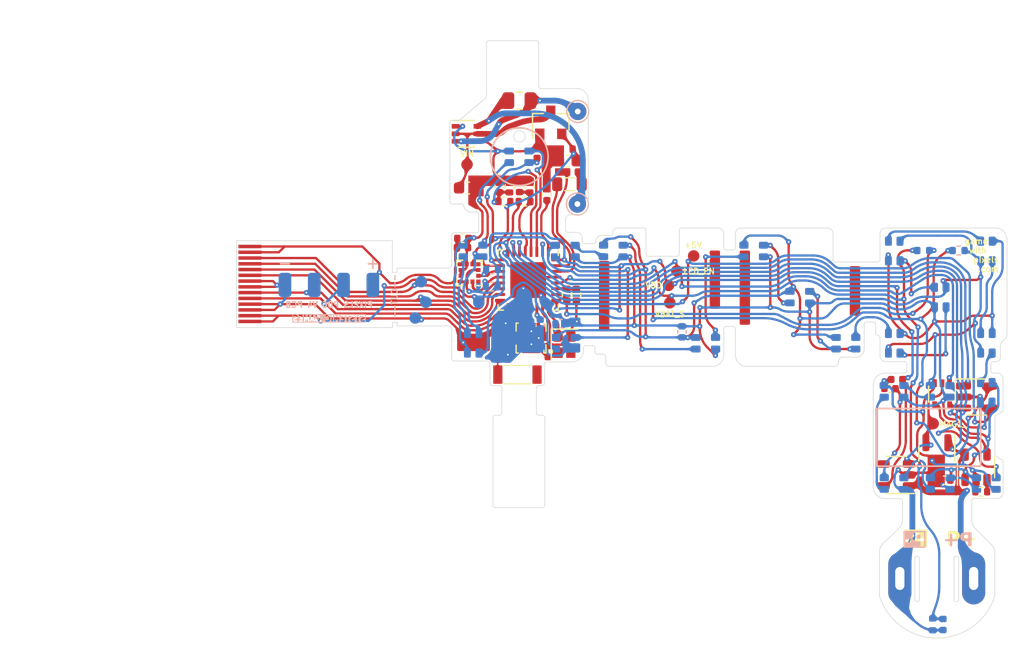
<source format=kicad_pcb>
(kicad_pcb (version 20221018) (generator pcbnew)
  (title_block (title "FLX-F020") (date "2021-09-11") (rev "10") (company "Systemic Games, LLC") (comment 1 "Flexible PCB, 0.13mm thickness"))
  (layers (0 "F.Cu" signal) (31 "B.Cu" signal) (34 "B.Paste" user) (35 "F.Paste" user) (36 "B.SilkS" user "B.Silkscreen") (37 "F.SilkS" user "F.Silkscreen") (38 "B.Mask" user) (39 "F.Mask" user) (44 "Edge.Cuts" user))
  (net 0 "")
  (net 1 "Net-(C1-Pad1)")
  (net 2 "GND")
  (net 3 "VDD")
  (net 4 "VDC")
  (net 5 "Net-(L1-Pad2)")
  (net 6 "Net-(L1-Pad1)")
  (net 7 "+5V")
  (net 8 "/BATT_NTC")
  (net 9 "VEE")
  (net 10 "/LED_EN")
  (net 11 "Net-(C2-Pad2)")
  (net 12 "Net-(C3-Pad1)")
  (net 13 "Net-(C5-Pad2)")
  (net 14 "Net-(C7-Pad1)")
  (net 15 "Net-(C19-Pad1)")
  (net 16 "Net-(C19-Pad2)")
  (net 17 "/LEDs/LED_DATA_OUT")
  (net 18 "RXI")
  (net 19 "TXO")
  (net 20 "SWO")
  (net 21 "RESET")
  (net 22 "SWDCLK")
  (net 23 "SWDIO")
  (net 24 "Net-(R10-Pad1)")
  (net 25 "/NTC_ID_VDD")
  (net 26 "/PROG")
  (net 27 "/Power Supply/MAG1_")
  (net 28 "/STATS")
  (net 30 "/5V_SENSE")
  (net 31 "/VBAT_SENSE")
  (net 32 "/Power Supply/LED_EN_OUT")
  (net 33 "Net-(R3-Pad1)")
  (net 34 "Net-(D2-Pad3)")
  (net 35 "Net-(D3-Pad3)")
  (net 36 "Net-(D4-Pad3)")
  (net 37 "Net-(D5-Pad3)")
  (net 38 "Net-(D6-Pad3)")
  (net 39 "Net-(D7-Pad3)")
  (net 40 "+BATT")
  (net 41 "/LEDs/LED_RETURN")
  (net 44 "/SCL")
  (net 45 "/SDA")
  (net 46 "/ACC_INT")
  (net 47 "Net-(D8-Pad3)")
  (net 48 "Net-(D10-Pad1)")
  (net 49 "Net-(D10-Pad3)")
  (net 50 "Net-(D11-Pad3)")
  (net 51 "Net-(D12-Pad3)")
  (net 52 "Net-(D13-Pad3)")
  (net 53 "Net-(D14-Pad3)")
  (net 54 "Net-(D15-Pad3)")
  (net 55 "Net-(D16-Pad3)")
  (net 56 "Net-(D17-Pad3)")
  (net 57 "Net-(D18-Pad3)")
  (net 58 "Net-(D19-Pad3)")
  (net 59 "Net-(D20-Pad3)")
  (net 60 "Net-(D21-Pad3)")
  (net 61 "/ANT_NRF")
  (net 62 "/ANT_50")
  (net 63 "/ANTENNA")
  (footprint "Pixels-dice:C_0402_1005Metric" (layer "F.Cu") (at 167.3 106.81)
    (fp_text reference "C16")
    (fp_text value "10uF 10V 20%")
  )
  (footprint "Pixels-dice:SOT-353_SC-70-5" (layer "F.Cu") (at 168.75 99.35 -90)
    (fp_text reference "U7")
    (fp_text value "SN74LVC1G08" hide)
  )
  (footprint "Package_TO_SOT_SMD:SOT-23-5" (layer "F.Cu") (at 171.74 99.6)
    (fp_text reference "U5")
    (fp_text value "MCP73832T-2ACI/OT")
  )
  (footprint "Package_TO_SOT_SMD:SOT-23" (layer "F.Cu") (at 168.3 104.5 -90)
    (fp_text reference "U8")
    (fp_text value "TMR1366")
  )
  (footprint "Pixels-dice:SOT-23-5" (layer "F.Cu") (at 171.7 105.696232 90)
    (fp_text reference "U6")
    (fp_text value "MT9700" hide)
  )
  (footprint "Resistor_SMD:R_0402_1005Metric" (layer "F.Cu") (at 172.15 107.82 180)
    (fp_text reference "R3")
    (fp_text value "10k 5%")
  )
  (footprint "Inductor_SMD:L_0805_2012Metric" (layer "F.Cu") (at 136.44 81.15)
    (fp_text reference "L1")
    (fp_text value "10uH 100mA 10%")
  )
  (footprint "Capacitor_SMD:C_0402_1005Metric" (layer "F.Cu") (at 134.59 95.66 90)
    (fp_text reference "C5")
    (fp_text value "8pF 10V 10%")
  )
  (footprint "Capacitor_SMD:C_0402_1005Metric" (layer "F.Cu") (at 134.48 82.05 90)
    (fp_text reference "C3")
    (fp_text value "0.1uF 10V 20%")
  )
  (footprint "Resistor_SMD:R_0402_1005Metric" (layer "F.Cu") (at 136.21 90.72 -90)
    (fp_text reference "R10")
    (fp_text value "100k 1%")
  )
  (footprint "Package_DFN_QFN:QFN-32-1EP_5x5mm_P0.5mm_EP3.1x3.1mm" (layer "F.Cu") (at 132.86 89.46 -90)
    (fp_text reference "U1")
    (fp_text value "N52810_QFN32")
  )
  (footprint "Capacitor_SMD:C_0402_1005Metric" (layer "F.Cu") (at 127.192191 85.836168)
    (fp_text reference "C10")
    (fp_text value "0.1uF 10V 20%")
  )
  (footprint "Capacitor_SMD:C_0402_1005Metric" (layer "F.Cu") (at 168.99 106.82 180)
    (fp_text reference "C23")
    (fp_text value "0.1uF 10V 20%")
  )
  (footprint "Pixels-dice:C_0402_1005Metric" (layer "F.Cu") (at 133.63 78.39 90)
    (fp_text reference "C9")
    (fp_text value "10uF 10V 20%")
  )
  (footprint "Pixels-dice:C_0402_1005Metric" (layer "F.Cu") (at 164.83 98.08 180)
    (fp_text reference "C18")
    (fp_text value "4.7uF 10V 20%")
  )
  (footprint "Pixels-dice:R_0402_1005Metric" (layer "F.Cu") (at 136.21 78.11 180)
    (fp_text reference "R4")
    (fp_text value "100k 1%")
  )
  (footprint "Pixels-dice:SOT-23-5" (layer "F.Cu") (at 164.78 106.36 180)
    (fp_text reference "U4")
    (fp_text value "ME6215" hide)
  )
  (footprint "Resistor_SMD:R_0402_1005Metric" (layer "F.Cu") (at 137.04 90.73 90)
    (fp_text reference "R9")
    (fp_text value "150k 1%")
  )
  (footprint "Pixels-dice:C_0402_1005Metric" (layer "F.Cu") (at 127.162191 86.656168)
    (fp_text reference "C4")
    (fp_text value "4.7uF 10V 20%")
  )
  (footprint "Capacitor_SMD:C_0603_1608Metric" (layer "F.Cu") (at 127.64 81.48)
    (fp_text reference "C13")
    (fp_text value "4.7uF 25V 20%")
  )
  (footprint "Package_TO_SOT_SMD:SOT-363_SC-70-6" (layer "F.Cu") (at 127.505 76.78)
    (fp_text reference "D1")
    (fp_text value "BAV99S")
  )
  (footprint "Capacitor_SMD:C_0603_1608Metric" (layer "F.Cu") (at 136.3 79.13 180)
    (fp_text reference "C15")
    (fp_text value "22uF 10V 20%")
  )
  (footprint "Inductor_SMD:L_0402_1005Metric" (layer "F.Cu") (at 136.7 80.09 180)
    (fp_text reference "L2")
    (fp_text value "15nH 100mA 5%")
  )
  (footprint "Pixels-dice:C_0402_1005Metric" (layer "F.Cu") (at 135 80.09 180)
    (fp_text reference "C1")
    (fp_text value "4.7uF 10V 20%")
  )
  (footprint "Capacitor_SMD:C_0402_1005Metric" (layer "F.Cu") (at 130.35 81.35 90)
    (fp_text reference "C21")
    (fp_text value "10nF 25V 10%")
  )
  (footprint "Resistor_SMD:R_0402_1005Metric" (layer "F.Cu") (at 132.55 82.65)
    (fp_text reference "R7")
    (fp_text value "4.02M 1%")
  )
  (footprint "Resistor_SMD:R_0402_1005Metric" (layer "F.Cu") (at 131.25 81.35 -90)
    (fp_text reference "R2")
    (fp_text value "4.02M 1%")
  )
  (footprint "Resistor_SMD:R_0402_1005Metric" (layer "F.Cu") (at 133 81.35 90)
    (fp_text reference "R8")
    (fp_text value "10M 1%")
  )
  (footprint "Resistor_SMD:R_0402_1005Metric" (layer "F.Cu") (at 130.8 82.65 180)
    (fp_text reference "R1")
    (fp_text value "4.02M 1%")
  )
  (footprint "Capacitor_SMD:C_0402_1005Metric" (layer "F.Cu") (at 132.1 81.35 90)
    (fp_text reference "C22")
    (fp_text value "10nF 25V 10%")
  )
  (footprint "Pixels-dice:Crystal_SMD_2016-4Pin_2.0x1.6mm" (layer "F.Cu") (at 136.01 95.06 -90)
    (fp_text reference "Y1")
    (fp_text value "32MHz 40ppm")
  )
  (footprint "Package_LGA:LGA-12_2x2mm_P0.5mm" (layer "F.Cu") (at 127.78 88.84 180)
    (fp_text reference "U2")
    (fp_text value "KXTJ3-1057")
  )
  (footprint "Pixels-dice:SOT-23" (layer "F.Cu") (at 134.82 75.78 -90)
    (fp_text reference "U3")
    (fp_text value "PJ75AL50SA")
  )
  (footprint "Capacitor_SMD:C_0805_2012Metric" (layer "F.Cu") (at 132.1 73.9 180)
    (fp_text reference "C19" hide)
    (fp_text value "12nF 50V 5% NP0")
  )
  (footprint "Capacitor_SMD:C_0402_1005Metric" (layer "F.Cu") (at 164.23 98.87 180)
    (fp_text reference "C25")
    (fp_text value "0.1uF 10V 20%")
  )
  (footprint "Pixels-dice:TEST_PIN" (layer "F.Cu") (at 145.14 91.43)
    (fp_text reference "W4" hide)
    (fp_text value "VBAT_S")
  )
  (footprint "Pixels-dice:TEST_PIN" (layer "F.Cu") (at 127.56 79.44)
    (fp_text reference "W16" hide)
    (fp_text value "VIN")
  )
  (footprint "Pixels-dice:0402_RF" (layer "F.Cu") (at 131.95 94.05 -90)
    (fp_text reference "L5")
    (fp_text value "3.9nH 5%")
  )
  (footprint "Pixels-dice:0402_RF" (layer "F.Cu") (at 130.65 96.38)
    (fp_text reference "C11")
    (fp_text value "DNP")
  )
  (footprint "RFFrontEnd:MFH3.RECE.20369.001E.01" (layer "F.Cu") (at 133.11 94.49 90)
    (fp_text reference "J4" hide)
    (fp_text value "DNP" hide)
  )
  (footprint "Pixels-dice:TEST_PIN" (layer "F.Cu") (at 167.98 101.91)
    (fp_text reference "W23" hide)
    (fp_text value "MAG1_")
  )
  (footprint "Pixels-dice:TEST_PIN" (layer "F.Cu") (at 145.03 89.92)
    (fp_text reference "W25" hide)
    (fp_text value "VDD")
  )
  (footprint "Pixels-dice:TEST_PIN" (layer "F.Cu") (at 147.21 87.37)
    (fp_text reference "W15" hide)
    (fp_text value "+5V")
  )
  (footprint "Pixels-dice:TEST_PIN" (layer "F.Cu") (at 145.75 88.67)
    (fp_text reference "W5" hide)
    (fp_text value "LED_EN")
  )
  (footprint "Pixels-dice:0402_RF" (layer "F.Cu") (at 132.39 92.81)
    (fp_text reference "C8")
    (fp_text value "0.8pF 10V 5% NP0")
  )
  (footprint "Pixels-dice:0402_RF" (layer "F.Cu") (at 130.15 95.25 -90)
    (fp_text reference "L3")
    (fp_text value "0 Ohm")
  )
  (footprint "Pixels-dice:FPC_14" (layer "F.Cu") (at 108.73163 93.05 90)
    (fp_text reference "J1")
    (fp_text value "Conn_01x14")
  )
  (footprint "Pixels-dice:CHIP_ANT" (layer "F.Cu") (at 130.23 97.66 -90)
    (fp_text reference "AE1")
    (fp_text value "Antenna_Chip" hide)
  )
  (footprint "Pixels-dice:0402_RF" (layer "F.Cu") (at 130.91 94.04 90)
    (fp_text reference "C12")
    (fp_text value "DNP")
  )
  (footprint "Pixels-dice:TX1812Z_2020" (layer "B.Cu") (at 136.085902 94.94 -90)
    (fp_text reference "D5")
    (fp_text value "TX1812Z_2020")
  )
  (footprint "Pixels-dice:TX1812Z_2020" (layer "B.Cu") (at 128.09 94.94 180)
    (fp_text reference "D4")
    (fp_text value "TX1812Z_2020")
  )
  (footprint "Pixels-dice:TX1812Z_2020" (layer "B.Cu") (at 136.08 86.94 -90)
    (fp_text reference "D6")
    (fp_text value "TX1812Z_2020")
  )
  (footprint "Pixels-dice:TX1812Z_2020" (layer "B.Cu") (at 132.08 78.77 90)
    (fp_text reference "D2")
    (fp_text value "TX1812Z_2020")
  )
  (footprint "Pixels-dice:TX1812Z_2020" (layer "B.Cu") (at 140.25 86.94 -90)
    (fp_text reference "D7")
    (fp_text value "TX1812Z_2020")
  )
  (footprint "TestPoint:TestPoint_THTPad_D1.5mm_Drill0.7mm" (layer "B.Cu") (at 137.13 82.87 30)
    (fp_text reference "P6" hide)
    (fp_text value "COILB")
  )
  (footprint "Pixels-dice:C_0402_1005Metric" (layer "B.Cu") (at 168.84 119.33 -90)
    (fp_text reference "C6")
    (fp_text value "DNP")
  )
  (footprint "TestPoint:TestPoint_THTPad_D1.5mm_Drill0.7mm" (layer "B.Cu") (at 137.16 74.84 30)
    (fp_text reference "P5" hide)
    (fp_text value "COILA")
  )
  (footprint "Capacitor_SMD:C_0402_1005Metric" (layer "B.Cu") (at 133.91 93.38 -90)
    (fp_text reference "C7")
    (fp_text value "100pF NP0 10V 5%")
  )
  (footprint "Capacitor_SMD:C_0402_1005Metric" (layer "B.Cu") (at 135.71 93.24 180)
    (fp_text reference "C2")
    (fp_text value "8pF 10V 10%")
  )
  (footprint "Pixels-dice:TX1812Z_2020" (layer "B.Cu") (at 128.08 86.94 90)
    (fp_text reference "D3")
    (fp_text value "TX1812Z_2020")
  )
  (footprint "Resistor_SMD:R_0402_1005Metric" (layer "B.Cu") (at 170.19 86.9)
    (fp_text reference "R6")
    (fp_text value "22k 1%")
  )
  (footprint "Pixels-dice:Hongjie 10100 Connector" (layer "B.Cu") (at 168.290601 115.336035 180)
    (fp_text reference "J3")
    (fp_text value "Conn_01x02")
  )
  (footprint "Resistor_SMD:R_0402_1005Metric" (layer "B.Cu") (at 129.7 90.02 180)
    (fp_text reference "R12")
    (fp_text value "2.7k 5%")
  )
  (footprint "Resistor_SMD:R_0402_1005Metric" (layer "B.Cu") (at 129.73 88.54 180)
    (fp_text reference "R16")
    (fp_text value "2.7k 5%")
  )
  (footprint "Pixels-dice:R_0402_1005Metric" (layer "B.Cu") (at 167.12 86.9 180)
    (fp_text reference "R5")
    (fp_text value "100k 1%")
  )
  (footprint "Pixels-dice:TEST_PIN" (layer "B.Cu") (at 123.59 89.6 180)
    (fp_text reference "W2" hide)
    (fp_text value "TXO" hide)
  )
  (footprint "Pixels-dice:TX1812Z_2020" (layer "B.Cu") (at 152.42 86.94 -90)
    (fp_text reference "D9")
    (fp_text value "TX1812Z_2020")
  )
  (footprint "Pixels-dice:TX1812Z_2020" (layer "B.Cu") (at 164.6 86.94)
    (fp_text reference "D14")
    (fp_text value "TX1812Z_2020")
  )
  (footprint "Pixels-dice:TX1812Z_2020" (layer "B.Cu") (at 164.59 107.11 -90)
    (fp_text reference "D20")
    (fp_text value "TX1812Z_2020")
  )
  (footprint "Pixels-dice:TX1812Z_2020" (layer "B.Cu") (at 172.59 107.11 -90)
    (fp_text reference "D22")
    (fp_text value "TX1812Z_2020")
  )
  (footprint "Pixels-dice:TX1812Z_2020" (layer "B.Cu") (at 172.585902 99.2 180)
    (fp_text reference "D17")
    (fp_text value "TX1812Z_2020")
  )
  (footprint "Pixels-dice:TX1812Z_2020" (layer "B.Cu") (at 156.42 90.94 -90)
    (fp_text reference "D10")
    (fp_text value "TX1812Z_2020")
  )
  (footprint "Pixels-dice:TX1812Z_2020" (layer "B.Cu") (at 168.59 99.11 90)
    (fp_text reference "D18")
    (fp_text value "TX1812Z_2020")
  )
  (footprint "Pixels-dice:FPC-POGO-4" (layer "B.Cu") (at 115.58 89.88 180)
    (fp_text reference "J2")
    (fp_text value "Conn_01x04")
  )
  (footprint "Pixels-dice:TX1812Z_2020" (layer "B.Cu") (at 172.6 86.94 180)
    (fp_text reference "D15")
    (fp_text value "TX1812Z_2020")
  )
  (footprint "Pixels-dice:TX1812Z_2020" (layer "B.Cu") (at 160.42 94.94 -90)
    (fp_text reference "D11")
    (fp_text value "TX1812Z_2020")
  )
  (footprint "Pixels-dice:TEST_PIN" (layer "B.Cu") (at 128.58 91.41 180)
    (fp_text reference "W14" hide)
    (fp_text value "BATT" hide)
  )
  (footprint "Pixels-dice:TX1812Z_2020" (layer "B.Cu") (at 172.6 94.94 180)
    (fp_text reference "D16")
    (fp_text value "TX1812Z_2020")
  )
  (footprint "Pixels-dice:TEST_PIN" (layer "B.Cu") (at 123.06 92.75 180)
    (fp_text reference "W19" hide)
    (fp_text value "GND" hide)
  )
  (footprint "Pixels-dice:TEST_PIN" (layer "B.Cu") (at 123.99 91.38 180)
    (fp_text reference "W1" hide)
    (fp_text value "RXI" hide)
  )
  (footprint "Pixels-dice:TX1812Z_2020" (layer "B.Cu") (at 148.26 94.94 -90)
    (fp_text reference "D8")
    (fp_text value "TX1812Z_2020")
  )
  (footprint "Pixels-dice:TX1812Z_2020" (layer "B.Cu") (at 164.6 94.94 180)
    (fp_text reference "D12")
    (fp_text value "TX1812Z_2020")
  )
  (footprint "Pixels-dice:TX1812Z_2020" (layer "B.Cu") (at 164.59 99.11 90)
    (fp_text reference "D19")
    (fp_text value "TX1812Z_2020")
  )
  (footprint "Pixels-dice:TX1812Z_2020" (layer "B.Cu") (at 168.59 107.11 -90)
    (fp_text reference "D21")
    (fp_text value "TX1812Z_2020")
  )
  (footprint "Pixels-dice:TX1812Z_2020" (layer "B.Cu") (at 168.6 90.94)
    (fp_text reference "D13")
    (fp_text value "TX1812Z_2020")
  )
  (footprint "Capacitor_SMD:C_0402_1005Metric" (layer "B.Cu") (at 146.2 93.95 90)
    (fp_text reference "C24")
    (fp_text value "0.1uF 10V 20%")
  )
  (footprint "Pixels-dice:R_0402_1005Metric" (layer "B.Cu") (at 167.94 119.32 -90)
    (fp_text reference "TH1")
    (fp_text value "NTC 100k @ 25C")
  )
  (gr_rect (start 163.1 100.6) (end 172.1 105.6) (stroke (width 0.15)) (fill none) (layer "B.SilkS"))
  (gr_circle (center 132.09 78.76) (end 134.59 78.76) (stroke (width 0.15)) (fill none) (layer "B.SilkS"))
  (gr_arc (start 137.754 86.2975) (mid 137.608186 86.245316) (end 137.547132 86.102987) (stroke (width 0.05)) (layer "Edge.Cuts"))
  (gr_line (start 165.697 96.7331) (end 165.697 97.3329) (stroke (width 0.05)) (layer "Edge.Cuts"))
  (gr_arc (start 173.918 105.0355) (mid 174.009602 105.126659) (end 174.043 105.2515) (stroke (width 0.05)) (layer "Edge.Cuts"))
  (gr_arc (start 173.343 101.3855) (mid 173.376536 101.260316) (end 173.468 101.1685) (stroke (width 0.05)) (layer "Edge.Cuts"))
  (gr_line (start 107.56 93.58) (end 121.1 93.58) (stroke (width 0.05)) (layer "Edge.Cuts"))
  (gr_line (start 121.5 93.44) (end 125.980888 93.44) (stroke (width 0.05)) (layer "Edge.Cuts"))
  (gr_arc (start 165.326 110.2385) (mid 165.248187 110.62552) (end 165.027 110.9525) (stroke (width 0.05)) (layer "Edge.Cuts"))
  (gr_arc (start 145.968578 85.145514) (mid 146.027296 85.004771) (end 146.168638 84.947511) (stroke (width 0.05)) (layer "Edge.Cuts"))
  (gr_line (start 166.39 113.5975) (end 166.39 117.1475) (stroke (width 0.05)) (layer "Edge.Cuts"))
  (gr_line (start 138.073046 82.800104) (end 138.07 73.850006) (stroke (width 0.05)) (layer "Edge.Cuts"))
  (gr_line (start 165.326 108.6085) (end 165.326 110.2385) (stroke (width 0.05)) (layer "Edge.Cuts"))
  (gr_line (start 165.027 110.9525) (end 163.622 112.3315) (stroke (width 0.05)) (layer "Edge.Cuts"))
  (gr_line (start 136.497 83.7976) (end 137.073046 83.800104) (stroke (width 0.05)) (layer "Edge.Cuts"))
  (gr_arc (start 169.790003 113.597458) (mid 169.989998 113.397503) (end 170.189997 113.597453) (stroke (width 0.05)) (layer "Edge.Cuts"))
  (gr_line (start 163.37 87.6968) (end 163.37 85.4175) (stroke (width 0.05)) (layer "Edge.Cuts"))
  (gr_arc (start 129.245 68.907403) (mid 129.303579 68.765978) (end 129.445005 68.707403) (stroke (width 0.05)) (layer "Edge.Cuts"))
  (gr_arc (start 165.494 96.5331) (mid 165.637357 96.590615) (end 165.697 96.7331) (stroke (width 0.05)) (layer "Edge.Cuts"))
  (gr_line (start 172.987 97.3331) (end 172.987 96.7331) (stroke (width 0.05)) (layer "Edge.Cuts"))
  (gr_arc (start 173.5274 97.533101) (mid 173.891765 97.676125) (end 174.043841 98.036806) (stroke (width 0.05)) (layer "Edge.Cuts"))
  (gr_arc (start 166.79 117.147549) (mid 166.590005 117.3475) (end 166.39 117.147559) (stroke (width 0.05)) (layer "Edge.Cuts"))
  (gr_line (start 139.591 96.4457) (end 139.591 96.6476) (stroke (width 0.05)) (layer "Edge.Cuts"))
  (gr_line (start 173.918 100.9085) (end 173.468 101.1685) (stroke (width 0.05)) (layer "Edge.Cuts"))
  (gr_arc (start 171.327 108.604451) (mid 171.385596 108.463061) (end 171.527 108.4045) (stroke (width 0.05)) (layer "Edge.Cuts"))
  (gr_line (start 137.069907 72.850006) (end 133.968019 72.850295) (stroke (width 0.05)) (layer "Edge.Cuts"))
  (gr_line (start 121.5 93.13) (end 121.1 93.13) (stroke (width 0.05)) (layer "Edge.Cuts"))
  (gr_arc (start 127.880914 83.561945) (mid 127.483976 83.411918) (end 127.285397 83.036906) (stroke (width 0.05)) (layer "Edge.Cuts"))
  (gr_line (start 163.87 96.5331) (end 165.494 96.5331) (stroke (width 0.05)) (layer "Edge.Cuts"))
  (gr_arc (start 138.746897 86.0975) (mid 138.691202 86.24173) (end 138.547 86.2975) (stroke (width 0.05)) (layer "Edge.Cuts"))
  (gr_arc (start 137.049776 85.3175) (mid 137.401528 85.464932) (end 137.547 85.8175) (stroke (width 0.05)) (layer "Edge.Cuts"))
  (gr_line (start 150.027 93.4848) (end 150.627 93.4847) (stroke (width 0.05)) (layer "Edge.Cuts"))
  (gr_line (start 139.591 96.0864) (end 139.591 96.4457) (stroke (width 0.05)) (layer "Edge.Cuts"))
  (gr_line (start 128.37 85.3613) (end 126.433 85.3613) (stroke (width 0.05)) (layer "Edge.Cuts"))
  (gr_line (start 163.784 108.4085) (end 165.126 108.4085) (stroke (width 0.05)) (layer "Edge.Cuts"))
  (gr_arc (start 163.169999 94.249088) (mid 163.045053 94.181902) (end 162.995197 94.049086) (stroke (width 0.05)) (layer "Edge.Cuts"))
  (gr_arc (start 126.269999 82.861901) (mid 126.128578 82.803322) (end 126.069999 82.6619) (stroke (width 0.05)) (layer "Edge.Cuts"))
  (gr_line (start 121.08 88.8) (end 121.48 88.8) (stroke (width 0.05)) (layer "Edge.Cuts"))
  (gr_arc (start 170.190003 117.147557) (mid 169.989994 117.347503) (end 169.789997 117.147545) (stroke (width 0.05)) (layer "Edge.Cuts"))
  (gr_arc (start 163.870004 96.533104) (mid 163.516445 96.386658) (end 163.369996 96.0331) (stroke (width 0.05)) (layer "Edge.Cuts"))
  (gr_line (start 134.106044 101.18668) (end 133.77868 101.186695) (stroke (width 0.05)) (layer "Edge.Cuts"))
  (gr_arc (start 129.349003 96.476797) (mid 129.490423 96.535377) (end 129.549 96.676797) (stroke (width 0.05)) (layer "Edge.Cuts"))
  (gr_line (start 159.501 87.8968) (end 163.17 87.8968) (stroke (width 0.05)) (layer "Edge.Cuts"))
  (gr_arc (start 173.323958 116.86448) (mid 168.320567 120.509965) (end 163.323 116.8565) (stroke (width 0.05)) (layer "Edge.Cuts"))
  (gr_line (start 163.37 94.4491) (end 163.37 96.0331) (stroke (width 0.05)) (layer "Edge.Cuts"))
  (gr_arc (start 161.995131 93.297674) (mid 162.05365 93.156151) (end 162.195131 93.0975) (stroke (width 0.05)) (layer "Edge.Cuts"))
  (gr_line (start 126.269999 75.612796) (end 126.809073 75.612796) (stroke (width 0.05)) (layer "Edge.Cuts"))
  (gr_arc (start 136.097 84.1976) (mid 136.214156 83.914756) (end 136.497 83.7976) (stroke (width 0.05)) (layer "Edge.Cuts"))
  (gr_arc (start 138.455001 95.147499) (mid 138.596422 95.206078) (end 138.655001 95.347499) (stroke (width 0.05)) (layer "Edge.Cuts"))
  (gr_line (start 166.79 117.1475) (end 166.79 113.5975) (stroke (width 0.05)) (layer "Edge.Cuts"))
  (gr_line (start 107.56 86.05) (end 107.56 93.58) (stroke (width 0.05)) (layer "Edge.Cuts"))
  (gr_line (start 139.247 85.5775) (end 139.997 85.5775) (stroke (width 0.05)) (layer "Edge.Cuts"))
  (gr_line (start 173.343 101.3855) (end 173.343 104.5595) (stroke (width 0.05)) (layer "Edge.Cuts"))
  (gr_arc (start 149.827 93.684751) (mid 149.885596 93.543361) (end 150.027 93.4848) (stroke (width 0.05)) (layer "Edge.Cuts"))
  (gr_line (start 136.097 85.107501) (end 136.097 84.1976) (stroke (width 0.05)) (layer "Edge.Cuts"))
  (gr_arc (start 161.9971 95.4475) (mid 161.770616 95.956609) (end 161.247103 96.147451) (stroke (width 0.05)) (layer "Edge.Cuts"))
  (gr_line (start 165.497 97.5329) (end 163.784 97.5329) (stroke (width 0.05)) (layer "Edge.Cuts"))
  (gr_arc (start 162.784 98.5329) (mid 163.076893 97.825793) (end 163.784 97.5329) (stroke (width 0.05)) (layer "Edge.Cuts"))
  (gr_line (start 121.1 93.13) (end 121.1 93.58) (stroke (width 0.05)) (layer "Edge.Cuts"))
  (gr_arc (start 150.827065 86.65615) (mid 150.768439 86.797556) (end 150.627 86.8561) (stroke (width 0.05)) (layer "Edge.Cuts"))
  (gr_arc (start 134.285 98.36305) (mid 134.211794 98.539859) (end 134.035 98.6131) (stroke (width 0.05)) (layer "Edge.Cuts"))
  (gr_arc (start 140.197 85.3675) (mid 140.142014 85.515383) (end 139.997 85.57754) (stroke (width 0.05)) (layer "Edge.Cuts"))
  (gr_arc (start 128.5701 85.161299) (mid 128.511492 85.302692) (end 128.370099 85.3613) (stroke (width 0.05)) (layer "Edge.Cuts"))
  (gr_line (start 174.043 99.2449) (end 174.043841 98.036806) (stroke (width 0.05)) (layer "Edge.Cuts"))
  (gr_arc (start 126.233 88.174751) (mid 126.159845 88.351119) (end 125.983432 88.424166) (stroke (width 0.05)) (layer "Edge.Cuts"))
  (gr_line (start 150.827 93.6847) (end 150.827 95.9475) (stroke (width 0.05)) (layer "Edge.Cuts"))
  (gr_arc (start 133.77868 101.186695) (mid 133.637257 101.128117) (end 133.578672 100.986695) (stroke (width 0.05)) (layer "Edge.Cuts"))
  (gr_arc (start 165.6969 97.332906) (mid 165.638351 97.474351) (end 165.496906 97.5329) (stroke (width 0.05)) (layer "Edge.Cuts"))
  (gr_line (start 130.378682 101.186771) (end 130.005923 101.186784) (stroke (width 0.05)) (layer "Edge.Cuts"))
  (gr_line (start 171.527 108.4045) (end 173.543 108.4045) (stroke (width 0.05)) (layer "Edge.Cuts"))
  (gr_line (start 174.384 93.1975) (end 174.384 85.9478) (stroke (width 0.05)) (layer "Edge.Cuts"))
  (gr_line (start 137.547 85.8175) (end 137.547 86.103) (stroke (width 0.05)) (layer "Edge.Cuts"))
  (gr_arc (start 130.378592 98.613132) (mid 130.520012 98.671706) (end 130.578599 98.813122) (stroke (width 0.05)) (layer "Edge.Cuts"))
  (gr_arc (start 159.76978 96.4975) (mid 159.872291 96.250006) (end 160.11978 96.1475) (stroke (width 0.05)) (layer "Edge.Cuts"))
  (gr_arc (start 130.006129 109.186658) (mid 129.864707 109.128085) (end 129.806128 108.986668) (stroke (width 0.05)) (layer "Edge.Cuts"))
  (gr_line (start 134.285 98.363) (end 134.285 96.7555) (stroke (width 0.05)) (layer "Edge.Cuts"))
  (gr_arc (start 126.93763 75.566005) (mid 126.877476 75.600727) (end 126.809073 75.612796) (stroke (width 0.05)) (layer "Edge.Cuts"))
  (gr_arc (start 128.370001 83.561949) (mid 128.51144 83.620525) (end 128.570051 83.761949) (stroke (width 0.05)) (layer "Edge.Cuts"))
  (gr_line (start 130.578599 98.813122) (end 130.578676 100.986767) (stroke (width 0.05)) (layer "Edge.Cuts"))
  (gr_line (start 159.273 96.9475) (end 159.41978 96.9475) (stroke (width 0.05)) (layer "Edge.Cuts"))
  (gr_arc (start 173.384 84.9478) (mid 174.091107 85.240693) (end 174.384 85.9478) (stroke (width 0.05)) (layer "Edge.Cuts"))
  (gr_arc (start 139.891 96.9476) (mid 139.678868 96.859732) (end 139.591 96.6476) (stroke (width 0.05)) (layer "Edge.Cuts"))
  (gr_line (start 169.79 113.5975) (end 169.79 117.1475) (stroke (width 0.05)) (layer "Edge.Cuts"))
  (gr_arc (start 137.069907 72.850006) (mid 137.777072 73.142867) (end 138.07 73.850006) (stroke (width 0.05)) (layer "Edge.Cuts"))
  (gr_line (start 137.049776 85.3175) (end 136.299776 85.3175) (stroke (width 0.05)) (layer "Edge.Cuts"))
  (gr_line (start 173.031 112.3945) (end 171.62 110.9865) (stroke (width 0.05)) (layer "Edge.Cuts"))
  (gr_line (start 129.248046 73.445873) (end 129.245 68.907403) (stroke (width 0.05)) (layer "Edge.Cuts"))
  (gr_arc (start 173.187 97.533101) (mid 173.045578 97.474522) (end 172.986999 97.3331) (stroke (width 0.05)) (layer "Edge.Cuts"))
  (gr_line (start 126.233 85.5613) (end 126.233 88.174751) (stroke (width 0.05)) (layer "Edge.Cuts"))
  (gr_arc (start 149.326999 84.94755) (mid 149.680535 85.093999) (end 149.82695 85.44755) (stroke (width 0.05)) (layer "Edge.Cuts"))
  (gr_line (start 162.995 93.2975) (end 162.995 94.0491) (stroke (width 0.05)) (layer "Edge.Cuts"))
  (gr_line (start 137.6549 95.347499) (end 137.6549 95.55545) (stroke (width 0.05)) (layer "Edge.Cuts"))
  (gr_arc (start 125.980888 93.44) (mid 126.157778 93.514375) (end 126.230897 93.691788) (stroke (width 0.05)) (layer "Edge.Cuts"))
  (gr_line (start 128.57 83.7619) (end 128.57 85.1613) (stroke (width 0.05)) (layer "Edge.Cuts"))
  (gr_line (start 126.230897 93.691788) (end 126.230861 96.229057) (stroke (width 0.05)) (layer "Edge.Cuts"))
  (gr_arc (start 174.043 100.6925) (mid 174.00983 100.817473) (end 173.918 100.9085) (stroke (width 0.05)) (layer "Edge.Cuts"))
  (gr_line (start 173.384 84.9478) (end 163.866997 84.947573) (stroke (width 0.05)) (layer "Edge.Cuts"))
  (gr_arc (start 145.968579 87.1956) (mid 145.91 87.337022) (end 145.768578 87.395601) (stroke (width 0.05)) (layer "Edge.Cuts"))
  (gr_line (start 150.627 86.8561) (end 150.027 86.8561) (stroke (width 0.05)) (layer "Edge.Cuts"))
  (gr_arc (start 150.027001 86.85615) (mid 149.885597 86.797569) (end 149.82705 86.656151) (stroke (width 0.05)) (layer "Edge.Cuts"))
  (gr_line (start 158.801 84.9475) (end 151.327 84.9475) (stroke (width 0.05)) (layer "Edge.Cuts"))
  (gr_line (start 127.881 83.562) (end 128.37 83.562) (stroke (width 0.05)) (layer "Edge.Cuts"))
  (gr_line (start 121.08 86.05) (end 107.56 86.05) (stroke (width 0.05)) (layer "Edge.Cuts"))
  (gr_line (start 134.306247 108.986552) (end 134.306052 101.386679) (stroke (width 0.05)) (layer "Edge.Cuts"))
  (gr_arc (start 126.069999 75.812796) (mid 126.128579 75.671377) (end 126.269999 75.612796) (stroke (width 0.05)) (layer "Edge.Cuts"))
  (gr_line (start 138.655 95.3475) (end 138.655 95.6865) (stroke (width 0.05)) (layer "Edge.Cuts"))
  (gr_arc (start 171.62 110.9865) (mid 171.402878 110.661726) (end 171.327 110.2785) (stroke (width 0.05)) (layer "Edge.Cuts"))
  (gr_arc (start 134.106044 101.18668) (mid 134.24747 101.245256) (end 134.306052 101.386679) (stroke (width 0.05)) (layer "Edge.Cuts"))
  (gr_arc (start 166.390001 113.597451) (mid 166.590002 113.397501) (end 166.789999 113.597456) (stroke (width 0.05)) (layer "Edge.Cuts"))
  (gr_line (start 145.968578 85.1455) (end 145.968578 87.1956) (stroke (width 0.05)) (layer "Edge.Cuts"))
  (gr_arc (start 133.968019 72.850295) (mid 133.826587 72.791723) (end 133.768 72.650295) (stroke (width 0.05)) (layer "Edge.Cuts"))
  (gr_line (start 139.088 95.8864) (end 139.391 95.8864) (stroke (width 0.05)) (layer "Edge.Cuts"))
  (gr_line (start 163.323 113.0445) (end 163.323 116.8565) (stroke (width 0.05)) (layer "Edge.Cuts"))
  (gr_arc (start 163.784 108.40845) (mid 163.07691 108.115553) (end 162.78405 107.408448) (stroke (width 0.05)) (layer "Edge.Cuts"))
  (gr_arc (start 138.855002 95.88645) (mid 138.713597 95.827869) (end 138.65505 95.686451) (stroke (width 0.05)) (layer "Edge.Cuts"))
  (gr_line (start 133.568005 68.707509) (end 129.445005 68.707403) (stroke (width 0.05)) (layer "Edge.Cuts"))
  (gr_line (start 134.035 98.613) (end 133.778595 98.613011) (stroke (width 0.05)) (layer "Edge.Cuts"))
  (gr_line (start 173.187 96.5331) (end 173.381 96.5331) (stroke (width 0.05)) (layer "Edge.Cuts"))
  (gr_arc (start 173.468 104.7755) (mid 173.376716 104.684157) (end 173.343 104.5595) (stroke (width 0.05)) (layer "Edge.Cuts"))
  (gr_line (start 173.468 104.7755) (end 173.918 105.0355) (stroke (width 0.05)) (layer "Edge.Cuts"))
  (gr_arc (start 174.043 107.9045) (mid 173.896553 108.258053) (end 173.543 108.4045) (stroke (width 0.05)) (layer "Edge.Cuts"))
  (gr_line (start 171.327 110.2785) (end 171.327 108.6045) (stroke (width 0.05)) (layer "Edge.Cuts"))
  (gr_arc (start 143.268734 87.3956) (mid 143.127311 87.337021) (end 143.068733 87.195597) (stroke (width 0.05)) (layer "Edge.Cuts"))
  (gr_line (start 138.855 95.8864) (end 139.088 95.8864) (stroke (width 0.05)) (layer "Edge.Cuts"))
  (gr_arc (start 172.987 96.7331) (mid 173.045579 96.591679) (end 173.187 96.5331) (stroke (width 0.05)) (layer "Edge.Cuts"))
  (gr_line (start 126.480863 96.479059) (end 129.349003 96.476797) (stroke (width 0.05)) (layer "Edge.Cuts"))
  (gr_line (start 121.08 86.05) (end 121.08 88.8) (stroke (width 0.05)) (layer "Edge.Cuts"))
  (gr_arc (start 138.073046 82.800104) (mid 137.780153 83.507211) (end 137.073046 83.800104) (stroke (width 0.05)) (layer "Edge.Cuts"))
  (gr_arc (start 139.391001 95.886449) (mid 139.53244 95.945025) (end 139.591051 96.086449) (stroke (width 0.05)) (layer "Edge.Cuts"))
  (gr_line (start 126.27 82.8619) (end 127.087 82.8619) (stroke (width 0.05)) (layer "Edge.Cuts"))
  (gr_arc (start 163.37 87.6968) (mid 163.311421 87.838221) (end 163.17 87.8968) (stroke (width 0.05)) (layer "Edge.Cuts"))
  (gr_line (start 149.827 95.9476) (end 149.827 93.6848) (stroke (width 0.05)) (layer "Edge.Cuts"))
  (gr_circle (center 132.1 77) (end 132.6 77) (stroke (width 0.05)) (fill none) (layer "Edge.Cuts"))
  (gr_line (start 159.301 85.4475) (end 159.301 87.6968) (stroke (width 0.05)) (layer "Edge.Cuts"))
  (gr_line (start 170.19 117.1475) (end 170.19 113.5975) (stroke (width 0.05)) (layer "Edge.Cuts"))
  (gr_arc (start 129.799 98.61305) (mid 129.622242 98.539824) (end 129.54905 98.363052) (stroke (width 0.05)) (layer "Edge.Cuts"))
  (gr_line (start 174.384 94.154513) (end 174.384 93.1975) (stroke (width 0.05)) (layer "Edge.Cuts"))
  (gr_line (start 125.983432 88.424166) (end 121.48 88.424165) (stroke (width 0.05)) (layer "Edge.Cuts"))
  (gr_line (start 140.197 85.3475) (end 140.197 85.3675) (stroke (width 0.05)) (layer "Edge.Cuts"))
  (gr_line (start 160.11978 96.1475) (end 161.247 96.1475) (stroke (width 0.05)) (layer "Edge.Cuts"))
  (gr_line (start 151.826999 96.94768) (end 159.273 96.9475) (stroke (width 0.05)) (layer "Edge.Cuts"))
  (gr_arc (start 149.8269 95.9476) (mid 149.534036 96.654736) (end 148.826901 96.9476) (stroke (width 0.05)) (layer "Edge.Cuts"))
  (gr_arc (start 142.868651 84.947415) (mid 143.01 85.004663) (end 143.068729 85.145403) (stroke (width 0.05)) (layer "Edge.Cuts"))
  (gr_arc (start 137.6549 95.347499) (mid 137.713508 95.206108) (end 137.8549 95.1475) (stroke (width 0.05)) (layer "Edge.Cuts"))
  (gr_line (start 143.068733 87.1956) (end 143.068733 85.1454) (stroke (width 0.05)) (layer "Edge.Cuts"))
  (gr_arc (start 173.804 95.231) (mid 173.88727 94.90582) (end 174.115263 94.65944) (stroke (width 0.05)) (layer "Edge.Cuts"))
  (gr_arc (start 162.795 93.0975) (mid 162.936421 93.156079) (end 162.995 93.2975) (stroke (width 0.05)) (layer "Edge.Cuts"))
  (gr_line (start 138.547 86.2975) (end 137.754 86.2975) (stroke (width 0.05)) (layer "Edge.Cuts"))
  (gr_line (start 162.784 98.5329) (end 162.784 106.3195) (stroke (width 0.05)) (layer "Edge.Cuts"))
  (gr_arc (start 126.480863 96.479059) (mid 126.304085 96.405835) (end 126.230861 96.229057) (stroke (width 0.05)) (layer "Edge.Cuts"))
  (gr_line (start 121.48 88.8) (end 121.48 88.424165) (stroke (width 0.05)) (layer "Edge.Cuts"))
  (gr_arc (start 150.626975 93.484725) (mid 150.768404 93.543296) (end 150.826975 93.684725) (stroke (width 0.05)) (layer "Edge.Cuts"))
  (gr_arc (start 151.82702 96.948418) (mid 151.119844 96.654939) (end 150.827 95.9475) (stroke (width 0.05)) (layer "Edge.Cuts"))
  (gr_arc (start 163.3231 113.04457) (mid 163.400833 112.657973) (end 163.622 112.3315) (stroke (width 0.05)) (layer "Edge.Cuts"))
  (gr_line (start 133.578597 98.813014) (end 133.578672 100.986695) (stroke (width 0.05)) (layer "Edge.Cuts"))
  (gr_line (start 162.784 106.3195) (end 162.784 107.4085) (stroke (width 0.05)) (layer "Edge.Cuts"))
  (gr_arc (start 127.087 82.8619) (mid 127.219293 82.911905) (end 127.285433 83.036915) (stroke (width 0.05)) (layer "Edge.Cuts"))
  (gr_line (start 139.891 96.9476) (end 148.827 96.9476) (stroke (width 0.05)) (layer "Edge.Cuts"))
  (gr_line (start 137.855 95.1475) (end 138.455 95.1475) (stroke (width 0.05)) (layer "Edge.Cuts"))
  (gr_arc (start 129.248046 73.445873) (mid 129.207862 73.613571) (end 129.102114 73.749787) (stroke (width 0.05)) (layer "Edge.Cuts"))
  (gr_line (start 130.006129 109.186658) (end 134.106255 109.186557) (stroke (width 0.05)) (layer "Edge.Cuts"))
  (gr_line (start 149.827 86.6561) (end 149.827 85.4475) (stroke (width 0.05)) (layer "Edge.Cuts"))
  (gr_arc (start 133.568005 68.707509) (mid 133.70942 68.76609) (end 133.768 68.907509) (stroke (width 0.05)) (layer "Edge.Cuts"))
  (gr_arc (start 163.370001 85.417498) (mid 163.51925 85.077569) (end 163.866997 84.947573) (stroke (width 0.05)) (layer "Edge.Cuts"))
  (gr_arc (start 129.805929 101.38679) (mid 129.864504 101.245367) (end 130.005923 101.186784) (stroke (width 0.05)) (layer "Edge.Cuts"))
  (gr_arc (start 173.031 112.3945) (mid 173.247719 112.718899) (end 173.324 113.1015) (stroke (width 0.05)) (layer "Edge.Cuts"))
  (gr_arc (start 137.200441 72.870473) (mid 137.200441 72.870473) (end 137.200441 72.870473) (stroke (width 0.05)) (layer "Edge.Cuts"))
  (gr_arc (start 136.299776 85.3175) (mid 136.153832 85.255531) (end 136.097 85.107501) (stroke (width 0.05)) (layer "Edge.Cuts"))
  (gr_line (start 173.440031 96.533094) (end 173.381 96.5331) (stroke (width 0.05)) (layer "Edge.Cuts"))
  (gr_arc (start 159.76978 96.5975) (mid 159.667267 96.844987) (end 159.41978 96.9475) (stroke (width 0.05)) (layer "Edge.Cuts"))
  (gr_arc (start 174.384 94.154513) (mid 174.314857 94.44169) (end 174.115263 94.65944) (stroke (width 0.05)) (layer "Edge.Cuts"))
  (gr_line (start 149.327 84.9475) (end 146.168638 84.947511) (stroke (width 0.05)) (layer "Edge.Cuts"))
  (gr_line (start 161.997 95.4475) (end 161.995131 93.297674) (stroke (width 0.05)) (layer "Edge.Cuts"))
  (gr_line (start 173.324 116.8645) (end 173.324 113.1015) (stroke (width 0.05)) (layer "Edge.Cuts"))
  (gr_line (start 129.549 96.676797) (end 129.549 98.363) (stroke (width 0.05)) (layer "Edge.Cuts"))
  (gr_line (start 130.378592 98.613132) (end 129.798998 98.613151) (stroke (width 0.05)) (layer "Edge.Cuts"))
  (gr_line (start 121.5 93.44) (end 121.5 93.13) (stroke (width 0.05)) (layer "Edge.Cuts"))
  (gr_line (start 162.195131 93.0975) (end 162.795 93.0975) (stroke (width 0.05)) (layer "Edge.Cuts"))
  (gr_arc (start 165.126 108.40845) (mid 165.267439 108.467026) (end 165.32605 108.60845) (stroke (width 0.05)) (layer "Edge.Cuts"))
  (gr_arc (start 158.801 84.9475) (mid 159.154553 85.093947) (end 159.301 85.4475) (stroke (width 0.05)) (layer "Edge.Cuts"))
  (gr_arc (start 134.306247 108.986552) (mid 134.247673 109.127975) (end 134.106255 109.186557) (stroke (width 0.05)) (layer "Edge.Cuts"))
  (gr_arc (start 163.169999 94.249088) (mid 163.311425 94.307666) (end 163.370012 94.449088) (stroke (width 0.05)) (layer "Edge.Cuts"))
  (gr_arc (start 140.196999 85.347549) (mid 140.314139 85.064674) (end 140.597 84.947499) (stroke (width 0.05)) (layer "Edge.Cuts"))
  (gr_arc (start 126.233065 85.561263) (mid 126.291625 85.419825) (end 126.433063 85.361265) (stroke (width 0.05)) (layer "Edge.Cuts"))
  (gr_line (start 159.76978 96.5975) (end 159.76978 96.4975) (stroke (width 0.05)) (layer "Edge.Cuts"))
  (gr_arc (start 133.578597 98.813014) (mid 133.637174 98.671591) (end 133.778595 98.613011) (stroke (width 0.05)) (layer "Edge.Cuts"))
  (gr_arc (start 137.6549 95.55545) (mid 137.345637 96.278931) (end 136.609 96.5554) (stroke (width 0.05)) (layer "Edge.Cuts"))
  (gr_line (start 133.768 72.650295) (end 133.768 68.907509) (stroke (width 0.05)) (layer "Edge.Cuts"))
  (gr_arc (start 134.285 96.7555) (mid 134.343575 96.614082) (end 134.484991 96.5555) (stroke (width 0.05)) (layer "Edge.Cuts"))
  (gr_line (start 150.827 85.4475) (end 150.827 86.6561) (stroke (width 0.05)) (layer "Edge.Cuts"))
  (gr_line (start 174.043 99.2449) (end 174.043 100.6925) (stroke (width 0.05)) (layer "Edge.Cuts"))
  (gr_line (start 142.868651 84.947415) (end 140.597 84.9475) (stroke (width 0.05)) (layer "Edge.Cuts"))
  (gr_arc (start 150.827065 85.447544) (mid 150.973499 85.093987) (end 151.327061 84.947565) (stroke (width 0.05)) (layer "Edge.Cuts"))
  (gr_line (start 173.804 96.1692) (end 173.804 95.231) (stroke (width 0.05)) (layer "Edge.Cuts"))
  (gr_arc (start 130.578676 100.986767) (mid 130.520102 101.12819) (end 130.378682 101.186771) (stroke (width 0.05)) (layer "Edge.Cuts"))
  (gr_line (start 129.102114 73.749787) (end 126.93763 75.566005) (stroke (width 0.05)) (layer "Edge.Cuts"))
  (gr_arc (start 138.746997 86.097501) (mid 138.886313 85.731069) (end 139.247009 85.577513) (stroke (width 0.05)) (layer "Edge.Cuts"))
  (gr_line (start 174.043 105.2515) (end 174.043 107.9045) (stroke (width 0.05)) (layer "Edge.Cuts"))
  (gr_arc (start 159.501 87.8968) (mid 159.359579 87.838221) (end 159.301 87.6968) (stroke (width 0.05)) (layer "Edge.Cuts"))
  (gr_line (start 126.069999 75.812796) (end 126.069999 82.6619) (stroke (width 0.05)) (layer "Edge.Cuts"))
  (gr_arc (start 173.803894 96.169236) (mid 173.69731 96.426514) (end 173.440031 96.533094) (stroke (width 0.05)) (layer "Edge.Cuts"))
  (gr_line (start 136.609 96.5554) (end 134.484991 96.5555) (stroke (width 0.05)) (layer "Edge.Cuts"))
  (gr_line (start 129.805929 101.38679) (end 129.806128 108.986668) (stroke (width 0.05)) (layer "Edge.Cuts"))
  (gr_line (start 173.5274 97.533101) (end 173.187 97.533101) (stroke (width 0.05)) (layer "Edge.Cuts"))
  (gr_line (start 145.768578 87.395601) (end 143.268734 87.3956) (stroke (width 0.05)) (layer "Edge.Cuts"))
  (gr_text "P-" (at 166.4 112.05) (layer "B.SilkS" knockout) (effects (font (size 1.2 1.2) (thickness 0.125)) (justify mirror)))
  (gr_text "SYSTEMIC GAMES" (at 115.6 92.8) (layer "B.SilkS" knockout) (effects (font (size 0.5 0.5) (thickness 0.12)) (justify mirror)))
  (gr_text "P+" (at 170.15 112.05) (layer "B.SilkS") (effects (font (size 1.2 1.2) (thickness 0.2) bold) (justify mirror)))
  (gr_text "PIXELS PD6 V4 PCB" (at 115.6 91.6) (layer "B.SilkS") (effects (font (size 0.5 0.5) (thickness 0.12)) (justify mirror)))
  (gr_text "--CUT--" (at 121.27 90.88 90) (layer "B.SilkS") (effects (font (size 0.5 0.5) (thickness 0.1)) (justify mirror)))
  (gr_text "game\n with\n  pixels\n   .com" (at 170.65 88.8) (layer "F.SilkS") (effects (font (size 0.5 0.5) (thickness 0.1) bold) (justify left bottom)))
  (gr_text "P-" (at 166.45 111.95) (layer "F.SilkS" knockout) (effects (font (size 1.2 1.2) (thickness 0.125))))
  (gr_text "P+" (at 170.45 111.95) (layer "F.SilkS") (effects (font (size 1.2 1.2) (thickness 0.2) bold)))
  (segment (start 136.319669 86.319669) (end 135.490024 85.490024) (width 0.2) (layer "F.Cu") (net 1))
  (segment (start 136.85 88.095441) (end 136.85 87.6) (width 0.2) (layer "F.Cu") (net 1))
  (segment (start 135.37 83.49532) (end 135.37 85.200261) (width 0.2) (layer "F.Cu") (net 1))
  (segment (start 135.944176 81.890128) (end 135.539489 82.742863) (width 0.2) (layer "F.Cu") (net 1))
  (segment (start 135.2975 88.71) (end 136.235441 88.71) (width 0.2) (layer "F.Cu") (net 1))
  (segment (start 136.215 80.09) (end 135.48 80.09) (width 0.2) (layer "F.Cu") (net 1))
  (segment (start 136.2125 80.71) (end 136.215 80.09) (width 0.2) (layer "F.Cu") (net 1))
  (arc (start 136.2125 80.71) (mid 136.143369 81.31485) (end 135.944176 81.890128) (width 0.2) (layer "F.Cu") (net 1))
  (arc (start 135.539489 82.742863) (mid 135.412896 83.109665) (end 135.37 83.49532) (width 0.2) (layer "F.Cu") (net 1))
  (arc (start 136.85 87.6) (mid 136.712171 86.90709) (end 136.319669 86.319669) (width 0.2) (layer "F.Cu") (net 1))
  (arc (start 136.67 88.53) (mid 136.803219 88.330622) (end 136.85 88.095441) (width 0.2) (layer "F.Cu") (net 1))
  (arc (start 136.235441 88.71) (mid 136.470622 88.663219) (end 136.67 88.53) (width 0.2) (layer "F.Cu") (net 1))
  (arc (start 135.490024 85.490024) (mid 135.401193 85.35708) (end 135.37 85.200261) (width 0.2) (layer "F.Cu") (net 1))
  (segment (start 134.940394 89.21) (end 134.576216 89.21) (width 0.2) (layer "F.Cu") (net 2))
  (segment (start 132.44 90.18) (end 132.86 89.46) (width 0.2) (layer "F.Cu") (net 2))
  (segment (start 127.53 88.246491) (end 127.53 88.247882) (width 0.2) (layer "F.Cu") (net 2))
  (segment (start 133.95 95.47) (end 133.11 95.490001) (width 0.2) (layer "F.Cu") (net 2))
  (segment (start 132.317187 80.865) (end 132.257812 80.865) (width 0.2) (layer "F.Cu") (net 2))
  (segment (start 171.64 93.2) (end 171.05 93.7) (width 0.2) (layer "F.Cu") (net 2))
  (segment (start 171.964644 99.6) (end 170.5575 99.6) (width 0.2) (layer "F.Cu") (net 2))
  (segment (start 132.19375 80.865) (end 132.00625 80.865) (width 0.2) (layer "F.Cu") (net 2))
  (segment (start 115.63 92.79) (end 114.39 91.55) (width 0.2) (layer "F.Cu") (net 2))
  (segment (start 168.471404 106.565912) (end 168.338937 105.69384) (width 0.2) (layer "F.Cu") (net 2))
  (segment (start 132.429687 80.865) (end 132.420312 80.865) (width 0.2) (layer "F.Cu") (net 2))
  (segment (start 128.003728 85.8) (end 127.894956 85.8) (width 0.2) (layer "F.Cu") (net 2))
  (segment (start 135.560634 89.21) (end 135.554944 89.21) (width 0.2) (layer "F.Cu") (net 2))
  (segment (start 132.725 92.6) (end 132.83 92.81) (width 0.2) (layer "F.Cu") (net 2))
  (segment (start 127.53 88.248578) (end 127.53 88.247882) (width 0.2) (layer "F.Cu") (net 2))
  (segment (start 130.925702 80.865) (end 130.944061 80.865) (width 0.2) (layer "F.Cu") (net 2))
  (segment (start 132.61 91.651199) (end 132.61 90.29) (width 0.2) (layer "F.Cu") (net 2))
  (segment (start 168.665 107.025) (end 168.82 107.23) (width 0.2) (layer "F.Cu") (net 2))
  (segment (start 127.53 87.698917) (end 127.53 88.246491) (width 0.2) (layer "F.Cu") (net 2))
  (segment (start 147.75 93.725) (end 147.74 93.47) (width 0.2) (layer "F.Cu") (net 2))
  (segment (start 127.225 94.875) (end 127.222866 94.518677) (width 0.2) (layer "F.Cu") (net 2))
  (segment (start 130.58992 80.865) (end 130.579139 80.865) (width 0.2) (layer "F.Cu") (net 2))
  (segment (start 167.244749 106.167349) (end 166.812805 106.163934) (width 0.2) (layer "F.Cu") (net 2))
  (segment (start 167.815016 105.930903) (end 168.118245 105.62241) (width 0.2) (layer "F.Cu") (net 2))
  (segment (start 131.51703 80.865) (end 131.499843 80.865) (width 0.2) (layer "F.Cu") (net 2))
  (segment (start 127.17375 88.59) (end 127.188578 88.59) (width 0.2) (layer "F.Cu") (net 2))
  (segment (start 167.725901 104.873852) (end 167.89 105.12) (width 0.2) (layer "F.Cu") (net 2))
  (segment (start 133.98705 94.49) (end 133.78 94.49) (width 0.2) (layer "F.Cu") (net 2))
  (segment (start 132.376562 80.865) (end 132.317187 80.865) (width 0.2) (layer "F.Cu") (net 2))
  (segment (start 168.253022 106.816479) (end 168.115229 106.814592) (width 0.2) (layer "F.Cu") (net 2))
  (segment (start 135.509421 89.21) (end 135.532182 89.21) (width 0.2) (layer "F.Cu") (net 2))
  (segment (start 130.526405 80.865) (end 130.514569 80.865) (width 0.2) (layer "F.Cu") (net 2))
  (segment (start 130.658866 80.865) (end 130.652381 80.865) (width 0.2) (layer "F.Cu") (net 2))
  (segment (start 132.673436 80.865) (end 132.6 80.865) (width 0.2) (layer "F.Cu") (net 2))
  (segment (start 132.910936 80.865) (end 132.851561 80.865) (width 0.2) (layer "F.Cu") (net 2))
  (segment (start 153.857259 91.837259) (end 153.85 87.45) (width 0.2) (layer "F.Cu") (net 2))
  (segment (start 135.572015 89.21) (end 135.560634 89.21) (width 0.2) (layer "F.Cu") (net 2))
  (segment (start 134.576216 89.21) (end 133.286776 89.21) (width 0.2) (layer "F.Cu") (net 2))
  (segment (start 130.665351 80.865) (end 130.658866 80.865) (width 0.2) (layer "F.Cu") (net 2))
  (segment (start 129.550086 77.69068) (end 129.745 77.86) (width 0.2) (layer "F.Cu") (net 2))
  (segment (start 130.499491 80.865) (end 130.484413 80.865) (width 0.2) (layer "F.Cu") (net 2))
  (segment (start 133.63 76.894497) (end 133.63 77.64375) (width 0.2) (layer "F.Cu") (net 2))
  (segment (start 137.08 93.05) (end 136.812837 93.365251) (width 0.2) (layer "F.Cu") (net 2))
  (segment (start 110.86 92.05) (end 111.36 91.55) (width 0.2) (layer "F.Cu") (net 2))
  (segment (start 132.992578 80.865) (end 133 80.865) (width 0.2) (layer "F.Cu") (net 2))
  (segment (start 132.376562 80.865) (end 132.410937 80.865) (width 0.2) (layer "F.Cu") (net 2))
  (segment (start 128.221272 85.8) (end 128.003728 85.8) (width 0.2) (layer "F.Cu") (net 2))
  (segment (start 135.304571 89.21) (end 135.190766 89.21) (width 0.2) (layer "F.Cu") (net 2))
  (segment (start 141.740035 87.898275) (end 141.865 88.145) (width 0.2) (layer "F.Cu") (net 2))
  (segment (start 131.51703 80.865) (end 131.710468 80.865) (width 0.2) (layer "F.Cu") (net 2))
  (segment (start 128.8525 77.43) (end 128.455 77.43) (width 0.2) (layer "F.Cu") (net 2))
  (segment (start 133.79732 93.465951) (end 133.14 93.489999) (width 0.2) (layer "F.Cu") (net 2))
  (segment (start 134.5 81.156066) (end 134.5 81.57) (width 0.2) (layer "F.Cu") (net 2))
  (segment (start 130.832187 80.865) (end 130.780469 80.865) (width 0.2) (layer "F.Cu") (net 2))
  (segment (start 128.9 83.905468) (end 128.9 84.366405) (width 0.2) (layer "F.Cu") (net 2))
  (segment (start 135.190766 89.21) (end 135.185076 89.21) (width 0.2) (layer "F.Cu") (net 2))
  (segment (start 135.572015 89.21) (end 135.577706 89.21) (width 0.2) (layer "F.Cu") (net 2))
  (segment (start 167.15 101.604966) (end 167.15 100.401229) (width 0.2) (layer "F.Cu") (net 2))
  (segment (start 135.554944 89.21) (end 135.532182 89.21) (width 0.2) (layer "F.Cu") (net 2))
  (segment (start 172.05 99.55) (end 172.025 99.575) (width 0.2) (layer "F.Cu") (net 2))
  (segment (start 157.27 92.22) (end 157.27 94.378044) (width 0.2) (layer "F.Cu") (net 2))
  (segment (start 131.143359 80.865) (end 131.093827 80.865) (width 0.2) (layer "F.Cu") (net 2))
  (segment (start 132.977734 80.865) (end 132.96289 80.865) (width 0.2) (layer "F.Cu") (net 2))
  (segment (start 132.00625 80.865) (end 131.81875 80.865) (width 0.2) (layer "F.Cu") (net 2))
  (segment (start 171.395 105.945) (end 171.5475 106.0975) (width 0.2) (layer "F.Cu") (net 2))
  (segment (start 132.6 80.865) (end 132.55 80.865) (width 0.2) (layer "F.Cu") (net 2))
  (segment (start 131.499843 80.865) (end 131.482656 80.865) (width 0.2) (layer "F.Cu") (net 2))
  (segment (start 127.545 86.149956) (end 127.545 87.250193) (width 0.2) (layer "F.Cu") (net 2))
  (segment (start 131.81875 80.865) (end 131.729844 80.865) (width 0.2) (layer "F.Cu") (net 2))
  (segment (start 171.975 89.325) (end 172.1 89.2) (width 0.2) (layer "F.Cu") (net 2))
  (segment (start 132.910936 80.865) (end 132.933202 80.865) (width 0.2) (layer "F.Cu") (net 2))
  (segment (start 114.39 91.55) (end 111.36 91.55) (width 0.2) (layer "F.Cu") (net 2))
  (segment (start 135.05989 89.21) (end 134.940394 89.21) (width 0.2) (layer "F.Cu") (net 2))
  (segment (start 131.030311 80.865) (end 131.037889 80.865) (width 0.2) (layer "F.Cu") (net 2))
  (segment (start 132.5 80.865) (end 132.45 80.865) (width 0.2) (layer "F.Cu") (net 2))
  (segment (start 171.64 106.898658) (end 171.64 107.82) (width 0.2) (layer "F.Cu") (net 2))
  (segment (start 111.36 91.55) (end 108.73163 91.55) (width 0.2) (layer "F.Cu") (net 2))
  (segment (start 108.73163 92.05) (end 110.86 92.05) (width 0.2) (layer "F.Cu") (net 2))
  (segment (start 130.579139 80.865) (end 130.565155 80.865) (width 0.2) (layer "F.Cu") (net 2))
  (segment (start 131.720156 80.865) (end 131.710468 80.865) (width 0.2) (layer "F.Cu") (net 2))
  (segment (start 130.273986 80.573986) (end 130.1 80.4) (width 0.2) (layer "F.Cu") (net 2))
  (segment (start 124.3 92.79) (end 115.63 92.79) (width 0.2) (layer "F.Cu") (net 2))
  (segment (start 136.57 94) (end 136.56 94.36) (width 0.2) (layer "F.Cu") (net 2))
  (segment (start 171.673223 89.45) (end 169.1 89.45) (width 0.2) (layer "F.Cu") (net 2))
  (segment (start 164.626155 95) (end 166.875 95) (width 0.2) (layer "F.Cu") (net 2))
  (segment (start 126.965536 93.913665) (end 126.025297 92.9974) (width 0.2) (layer "F.Cu") (net 2))
  (segment (start 135.418376 89.21) (end 135.441137 89.21) (width 0.2) (layer "F.Cu") (net 2))
  (segment (start 133.89625 77.91) (end 134.349375 77.91) (width 0.2) (layer "F.Cu") (net 2))
  (segment (start 132.992578 80.865) (end 132.977734 80.865) (width 0.2) (layer "F.Cu") (net 2))
  (segment (start 130.733125 80.865) (end 130.685781 80.865) (width 0.2) (layer "F.Cu") (net 2))
  (segment (start 137.06 92.905) (end 137.08 93.05) (width 0.2) (layer "F.Cu") (net 2))
  (segment (start 129.85 78.955771) (end 129.85 79.796446) (width 0.2) (layer "F.Cu") (net 2))
  (segment (start 128.80646 83.45646) (end 128.008596 82.658596) (width 0.2) (layer "F.Cu") (net 2))
  (segment (start 169.1 89.45) (end 168.84 89.52) (width 0.2) (layer "F.Cu") (net 2))
  (segment (start 130.888124 80.865) (end 130.832187 80.865) (width 0.2) (layer "F.Cu") (net 2))
  (segment (start 148.404073 95.304073) (end 149.1 96) (width 0.2) (layer "F.Cu") (net 2))
  (segment (start 130.514569 80.865) (end 130.499491 80.865) (width 0.2) (layer "F.Cu") (net 2))
  (segment (start 131.093827 80.865) (end 131.065858 80.865) (width 0.2) (layer "F.Cu") (net 2))
  (segment (start 111.08 89.9) (end 110.93 90.05) (width 0.2) (layer "F.Cu") (net 2))
  (segment (start 134.64 79.22) (end 135.525 79.13) (width 0.2) (layer "F.Cu") (net 2))
  (segment (start 130.888124 80.865) (end 130.91289 80.865) (width 0.2) (layer "F.Cu") (net 2))
  (segment (start 133.14 78.105) (end 133.63 77.91) (width 0.2) (layer "F.Cu") (net 2))
  (segment (start 131.030311 80.865) (end 130.987186 80.865) (width 0.2) (layer "F.Cu") (net 2))
  (segment (start 135.185076 89.21) (end 135.05989 89.21) (width 0.2) (layer "F.Cu") (net 2))
  (segment (start 132.792186 80.865) (end 132.732811 80.865) (width 0.2) (layer "F.Cu") (net 2))
  (segment (start 137.04 92.613627) (end 137.04 91.24) (width 0.2) (layer "F.Cu") (net 2))
  (segment (start 141.67 87.605) (end 141.67 87.45) (width 0.2) (layer "F.Cu") (net 2))
  (segment (start 142.06 88.961566) (end 142.06 93.4) (width 0.2) (layer "F.Cu") (net 2))
  (segment (start 132.420312 80.865) (end 132.410937 80.865) (width 0.2) (layer "F.Cu") (net 2))
  (segment (start 130.045 78.485) (end 130.24 78.29) (width 0.2) (layer "F.Cu") (net 2))
  (segment (start 135.509421 89.21) (end 135.441137 89.21) (width 0.2) (layer "F.Cu") (net 2))
  (segment (start 131.065858 80.865) (end 131.037889 80.865) (width 0.2) (layer "F.Cu") (net 2))
  (segment (start 130.919296 80.865) (end 130.91289 80.865) (width 0.2) (layer "F.Cu") (net 2))
  (segment (start 131.285547 80.865) (end 131.214453 80.865) (width 0.2) (layer "F.Cu") (net 2))
  (segment (start 130.600701 80.865) (end 130.58992 80.865) (width 0.2) (layer "F.Cu") (net 2))
  (segment (start 134.5 81.156066) (end 134.52 80.09) (width 0.2) (layer "F.Cu") (net 2))
  (segment (start 163.73 98.19) (end 163.75 98.87) (width 0.2) (layer "F.Cu") (net 2))
  (segment (start 123.8 92.79) (end 123.6 92.9) (width 0.2) (layer "F.Cu") (net 2))
  (segment (start 166.12728 106.279673) (end 166.185697 106.260697) (width 0.2) (layer "F.Cu") (net 2))
  (segment (start 131.729844 80.865) (end 131.720156 80.865) (width 0.2) (layer "F.Cu") (net 2))
  (segment (start 128.425 85.8) (end 128.221272 85.8) (width 0.2) (layer "F.Cu") (net 2))
  (segment (start 108.73163 89.55) (end 110.73 89.55) (width 0.2) (layer "F.Cu") (net 2))
  (segment (start 166.905052 104.521607) (end 166.844491 104.475508) (width 0.2) (layer "F.Cu") (net 2))
  (segment (start 130.474726 80.865) (end 130.463242 80.865) (width 0.2) (layer "F.Cu") (net 2))
  (segment (start 132.122628 78.297811) (end 130.895681 78.29272) (width 0.2) (layer "F.Cu") (net 2))
  (segment (start 168.1 98.61) (end 168.1 98.580277) (width 0.2) (layer "F.Cu") (net 2))
  (segment (start 166.597693 102.865026) (end 166.590958 103.959913) (width 0.2) (layer "F.Cu") (net 2))
  (segment (start 147.74 93.47) (end 147.76 91.84) (width 0.2) (layer "F.Cu") (net 2))
  (segment (start 168.15 94.2) (end 167.685875 94.664124) (width 0.2) (layer "F.Cu") (net 2))
  (segment (start 171.7 106.753805) (end 171.7 106.465667) (width 0.2) (layer "F.Cu") (net 2))
  (segment (start 132.429687 80.865) (end 132.45 80.865) (width 0.2) (layer "F.Cu") (net 2))
  (segment (start 127.175 76.13) (end 126.555 76.13) (width 0.2) (layer "F.Cu") (net 2))
  (segment (start 128.811611 83.461611) (end 128.809894 83.459894) (width 0.2) (layer "F.Cu") (net 2))
  (segment (start 168.095 105.27875) (end 167.89 105.12) (width 0.2) (layer "F.Cu") (net 2))
  (segment (start 130.925702 80.865) (end 130.919296 80.865) (width 0.2) (layer "F.Cu") (net 2))
  (segment (start 164.95 105.91) (end 165.184892 106.167808) (width 0.2) (layer "F.Cu") (net 2))
  (segment (start 134.787238 96.053849) (end 135.46 95.76) (width 0.2) (layer "F.Cu") (net 2))
  (segment (start 110.93 90.05) (end 108.73163 90.05) (width 0.2) (layer "F.Cu") (net 2))
  (segment (start 130.484413 80.865) (end 130.474726 80.865) (width 0.2) (layer "F.Cu") (net 2))
  (segment (start 167.949144 98.966091) (end 167.625 99.28) (width 0.2) (layer "F.Cu") (net 2))
  (segment (start 164.1 95.26) (end 164.26 95.13) (width 0.2) (layer "F.Cu") (net 2))
  (segment (start 132.96289 80.865) (end 132.948046 80.865) (width 0.2) (layer "F.Cu") (net 2))
  (segment (start 135.418376 89.21) (end 135.304571 89.21) (width 0.2) (layer "F.Cu") (net 2))
  (segment (start 131.285547 80.865) (end 131.482656 80.865) (width 0.2) (layer "F.Cu") (net 2))
  (segment (start 167.8 98.2) (end 167.95 98.3) (width 0.2) (layer "F.Cu") (net 2))
  (segment (start 168.15 94.2) (end 169.842893 94.2) (width 0.2) (layer "F.Cu") (net 2))
  (segment (start 130.685781 80.865) (end 130.665351 80.865) (width 0.2) (layer "F.Cu") (net 2))
  (segment (start 130.652381 80.865) (end 130.600701 80.865) (width 0.2) (layer "F.Cu") (net 2))
  (segment (start 127.0175 88.74625) (end 127.0175 89.09) (width 0.2) (layer "F.Cu") (net 2))
  (segment (start 132.732811 80.865) (end 132.673436 80.865) (width 0.2) (layer "F.Cu") (net 2))
  (segment (start 163.73 98.19) (end 164.35 98.08) (width 0.2) (layer "F.Cu") (net 2))
  (segment (start 128.9 83.905468) (end 128.9 83.675) (width 0.2) (layer "F.Cu") (net 2))
  (segment (start 133.6875 76.7875) (end 133.665 76.81) (width 0.2) (layer "F.Cu") (net 2))
  (segment (start 132.615233 92.155261) (end 132.614999 92.14375) (width 0.2) (layer "F.Cu") (net 2))
  (segment (start 125.5153 92.79) (end 124.3 92.79) (width 0.2) (layer "F.Cu") (net 2))
  (segment (start 110.73 89.55) (end 111.08 89.9) (width 0.2) (layer "F.Cu") (net 2))
  (segment (start 134.195608 94.282955) (end 134.198814 93.842783) (width 0.2) (layer "F.Cu") (net 2))
  (segment (start 130.565155 80.865) (end 130.526405 80.865) (width 0.2) (layer "F.Cu") (net 2))
  (segment (start 128.638388 85.711611) (end 128.725 85.625) (width 0.2) (layer "F.Cu") (net 2))
  (segment (start 130.4575 80.865) (end 130.463242 80.865) (width 0.2) (layer "F.Cu") (net 2))
  (segment (start 132.851561 80.865) (end 132.792186 80.865) (width 0.2) (layer "F.Cu") (net 2))
  (segment (start 131.214453 80.865) (end 131.143359 80.865) (width 0.2) (layer "F.Cu") (net 2))
  (segment (start 128.9 84.366405) (end 128.9 85.202512) (width 0.2) (layer "F.Cu") (net 2))
  (segment (start 130.780469 80.865) (end 130.733125 80.865) (width 0.2) (layer "F.Cu") (net 2))
  (segment (start 130.987186 80.865) (end 130.944061 80.865) (width 0.2) (layer "F.Cu") (net 2))
  (segment (start 132.55 80.865) (end 132.5 80.865) (width 0.2) (layer "F.Cu") (net 2))
  (segment (start 160.77 95.44) (end 158.341955 95.44) (width 0.2) (layer "F.Cu") (net 2))
  (segment (start 128.80646 83.45646) (end 128.809894 83.459894) (width 0.2) (layer "F.Cu") (net 2))
  (segment (start 132.257812 80.865) (end 132.19375 80.865) (width 0.2) (layer "F.Cu") (net 2))
  (segment (start 134.59 96.14) (end 133.95 95.47) (width 0.2) (layer "F.Cu") (net 2))
  (segment (start 132.948046 80.865) (end 132.933202 80.865) (width 0.2) (layer "F.Cu") (net 2))
  (segment (start 134.52 80.09) (end 134.64 79.22) (width 0.2) (layer "F.Cu") (net 2))
  (via (at 160.77 95.44) (size 0.45) (drill 0.15) (layers "F.Cu" "B.Cu") (net 2))
  (via (at 133.14 93.9) (size 0.45) (drill 0.15) (layers "F.Cu" "B.Cu") (net 2))
  (via (at 168.15 94.2) (size 0.45) (drill 0.15) (layers "F.Cu" "B.Cu") (net 2))
  (via (at 171.64 93.2) (size 0.45) (drill 0.15) (layers "F.Cu" "B.Cu") (net 2))
  (via (at 168.84 89.52) (size 0.45) (drill 0.15) (layers "F.Cu" "B.Cu") (net 2))
  (via (at 164.95 105.91) (size 0.45) (drill 0.15) (layers "F.Cu" "B.Cu") (net 2))
  (via (at 147.74 93.47) (size 0.45) (drill 0.15) (layers "F.Cu" "B.Cu") (net 2))
  (via (at 147.76 91.84) (size 0.45) (drill 0.15) (layers "F.Cu" "B.Cu") (net 2))
  (via (at 133.14 95.03) (size 0.45) (drill 0.15) (layers "F.Cu" "B.Cu") (net 2))
  (via (at 123.6 92.9) (size 0.45) (drill 0.15) (layers "F.Cu" "B.Cu") (net 2))
  (via (at 164.1 95.26) (size 0.45) (drill 0.15) (layers "F.Cu" "B.Cu") (net 2))
  (via (at 127.225 94.875) (size 0.45) (drill 0.15) (layers "F.Cu" "B.Cu") (net 2))
  (via (at 167.8 98.2) (size 0.45) (drill 0.15) (layers "F.Cu" "B.Cu") (net 2))
  (via (at 127.175 76.13) (size 0.45) (drill 0.15) (layers "F.Cu" "B.Cu") (net 2))
  (via (at 133.97 90.79) (size 0.45) (drill 0.15) (layers "F.Cu" "B.Cu") (net 2))
  (via (at 172.1 89.2) (size 0.45) (drill 0.15) (layers "F.Cu" "B.Cu") (net 2))
  (via (at 131.1 95.93) (size 0.45) (drill 0.15) (layers "F.Cu" "B.Cu") (net 2))
  (via (at 172.05 99.55) (size 0.45) (drill 0.15) (layers "F.Cu" "B.Cu") (net 2))
  (via (at 157.27 92.22) (size 0.45) (drill 0.15) (layers "F.Cu" "B.Cu") (net 2))
  (via (at 163.73 98.19) (size 0.45) (drill 0.15) (layers "F.Cu" "B.Cu") (net 2))
  (via (at 142.06 93.4) (size 0.45) (drill 0.15) (layers "F.Cu" "B.Cu") (net 2))
  (via (at 168.82 107.23) (size 0.45) (drill 0.15) (layers "F.Cu" "B.Cu") (net 2))
  (via (at 149.1 96) (size 0.45) (drill 0.15) (layers "F.Cu" "B.Cu") (net 2))
  (via (at 111.36 91.55) (size 0.45) (drill 0.15) (layers "F.Cu" "B.Cu") (net 2))
  (via (at 153.857259 91.837259) (size 0.45) (drill 0.15) (layers "F.Cu" "B.Cu") (net 2))
  (via (at 137.08 93.05) (size 0.45) (drill 0.15) (layers "F.Cu" "B.Cu") (net 2))
  (via (at 167.89 105.12) (size 0.45) (drill 0.15) (layers "F.Cu" "B.Cu") (net 2))
  (via (at 141.67 87.45) (size 0.45) (drill 0.15) (layers "F.Cu" "B.Cu") (net 2))
  (via (at 128.16 85.8) (size 0.45) (drill 0.15) (layers "F.Cu" "B.Cu") (net 2))
  (via (at 153.85 87.45) (size 0.45) (drill 0.15) (layers "F.Cu" "B.Cu") (net 2))
  (via (at 111.08 89.9) (size 0.45) (drill 0.15) (layers "F.Cu" "B.Cu") (net 2))
  (via (at 130.24 78.29) (size 0.45) (drill 0.15) (layers "F.Cu" "B.Cu") (net 2))
  (via (at 171.395 105.945) (size 0.45) (drill 0.15) (layers "F.Cu" "B.Cu") (net 2))
  (via (at 133.78 94.49) (size 0.45) (drill 0.15) (layers "F.Cu" "B.Cu") (net 2))
  (via (at 130.91 93.21) (size 0.45) (drill 0.15) (layers "F.Cu" "B.Cu") (net 2))
  (via (at 167.07 100.87) (size 0.45) (drill 0.15) (layers "F.Cu" "B.Cu") (net 2))
  (via (at 132.44 90.18) (size 0.45) (drill 0.15) (layers "F.Cu" "B.Cu") (net 2))
  (arc (start 130.045 78.485) (mid 129.900678 78.700991) (end 129.85 78.955771) (width 0.2) (layer "F.Cu") (net 2))
  (arc (start 166.590958 103.959913) (mid 166.656933 104.247603) (end 166.844491 104.475508) (width 0.2) (layer "F.Cu") (net 2))
  (arc (start 127.43 88.49) (mid 127.50401 88.379234) (end 127.53 88.248578) (width 0.2) (layer "F.Cu") (net 2))
  (arc (start 132.122628 78.297811) (mid 132.64057 78.250248) (end 133.14 78.105) (width 0.2) (layer "F.Cu") (net 2))
  (arc (start 167.95 98.3) (mid 168.060141 98.421331) (end 168.1 98.580277) (width 0.2) (layer "F.Cu") (net 2))
  (arc (start 165.184892 106.167808) (mid 165.382168 106.309812) (end 165.62 106.36) (width 0.2) (layer "F.Cu") (net 2))
  (arc (start 129.85 79.796446) (mid 129.914972 80.123087) (end 130.1 80.4) (width 0.2) (layer "F.Cu") (net 2))
  (arc (start 172.025 99.575) (mid 171.997308 99.593502) (end 171.964644 99.6) (width 0.2) (layer "F.Cu") (net 2))
  (arc (start 157.585 95.13) (mid 157.932968 95.359497) (end 158.341955 95.44) (width 0.2) (layer "F.Cu") (net 2))
  (arc (start 133.657322 76.8) (mid 133.673654 76.796751) (end 133.6875 76.7875) (width 0.2) (layer "F.Cu") (net 2))
  (arc (start 133.63 77.64375) (mid 133.707982 77.832017) (end 133.89625 77.91) (width 0.2) (layer "F.Cu") (net 2))
  (arc (start 168.665 107.025) (mid 168.48314 106.873067) (end 168.253022 106.816479) (width 0.2) (layer "F.Cu") (net 2))
  (arc (start 127.222866 94.518677) (mid 127.154917 94.190346) (end 126.965536 93.913665) (width 0.2) (layer "F.Cu") (net 2))
  (arc (start 171.975 89.325) (mid 171.836543 89.417513) (end 171.673223 89.45) (width 0.2) (layer "F.Cu") (net 2))
  (arc (start 127.545 86.149956) (mid 127.571638 86.016033) (end 127.6475 85.9025) (width 0.2) (layer "F.Cu") (net 2))
  (arc (start 141.865 88.145) (mid 142.010574 88.541802) (end 142.06 88.961566) (width 0.2) (layer "F.Cu") (net 2))
  (arc (start 134.965 78.165) (mid 135.153727 78.44745) (end 135.22 78.780624) (width 0.2) (layer "F.Cu") (net 2))
  (arc (start 166.812805 106.163934) (mid 166.495348 106.18702) (end 166.185697 106.260697) (width 0.2) (layer "F.Cu") (net 2))
  (arc (start 134.787238 96.053849) (mid 134.585522 96.120802) (end 134.375 96.15) (width 0.2) (layer "F.Cu") (net 2))
  (arc (start 168.6125 106.8025) (mid 168.610649 106.805268) (end 168.61 106.808535) (width 0.2) (layer "F.Cu") (net 2))
  (arc (start 164.626155 95) (mid 164.431881 95.033464) (end 164.26 95.13) (width 0.2) (layer "F.Cu") (net 2))
  (arc (start 168.1 98.61) (mid 168.06073 98.803363) (end 167.949144 98.966091) (width 0.2) (layer "F.Cu") (net 2))
  (arc (start 134.349375 77.91) (mid 134.682548 77.976272) (end 134.965 78.165) (width 0.2) (layer "F.Cu") (net 2))
  (arc (start 141.67 87.605) (mid 141.687751 87.75576) (end 141.740035 87.898275) (width 0.2) (layer "F.Cu") (net 2))
  (arc (start 130.273986 80.573986) (mid 130.330244 80.658182) (end 130.35 80.7575) (width 0.2) (layer "F.Cu") (net 2))
  (arc (start 128.9 85.202512) (mid 128.854518 85.43116) (end 128.725 85.625) (width 0.2) (layer "F.Cu") (net 2))
  (arc (start 169.842893 94.2) (mid 170.496174 94.070054) (end 171.05 93.7) (width 0.2) (layer "F.Cu") (net 2))
  (arc (start 167.244749 106.167349) (mid 167.553906 106.107067) (end 167.815016 105.930903) (width 0.2) (layer "F.Cu") (net 2))
  (arc (start 157.27 94.378044) (mid 157.351931 94.785678) (end 157.585 95.13) (width 0.2) (layer "F.Cu") (net 2))
  (arc (start 167.815016 105.930903) (mid 167.670165 106.191773) (end 167.68 106.49) (width 0.2) (layer "F.Cu") (net 2))
  (arc (start 129.550086 77.69068) (mid 129.22485 77.497298) (end 128.8525 77.43) (width 0.2) (layer "F.Cu") (net 2))
  (arc (start 166.12728 106.279673) (mid 165.8768 106.339793) (end 165.62 106.36) (width 0.2) (layer "F.Cu") (net 2))
  (arc (start 136.812837 93.365251) (mid 136.637327 93.661931) (end 136.57 94) (width 0.2) (layer "F.Cu") (net 2))
  (arc (start 132.614999 92.14375) (mid 132.611249 91.897487) (end 132.61 91.651199) (width 0.2) (layer "F.Cu") (net 2))
  (arc (start 137.04 92.613627) (mid 137.045005 92.759656) (end 137.06 92.905) (width 0.2) (layer "F.Cu") (net 2))
  (arc (start 167.625 99.28) (mid 167.273647 99.792382) (end 167.15 100.401229) (width 0.2) (layer "F.Cu") (net 2))
  (arc (start 127.545 87.250193) (mid 127.543124 87.362436) (end 127.5375 87.474555) (width 0.2) (layer "F.Cu") (net 2))
  (arc (start 168.118245 105.62241) (mid 168.183803 105.445359) (end 168.095 105.27875) (width 0.2) (layer "F.Cu") (net 2))
  (arc (start 166.905052 104.521607) (mid 167.112849 104.631902) (end 167.345 104.67) (width 0.2) (layer "F.Cu") (net 2))
  (arc (start 168.6125 106.8025) (mid 168.613535 106.8) (end 168.6125 106.7975) (width 0.2) (layer "F.Cu") (net 2))
  (arc (start 168.253022 106.816479) (mid 168.420249 106.741777) (end 168.471404 106.565912) (width 0.2) (layer "F.Cu") (net 2))
  (arc (start 167.68 106.49) (mid 167.84499 106.722857) (end 168.115229 106.814592) (width 0.2) (layer "F.Cu") (net 2))
  (arc (start 168.6125 106.8025) (mid 168.613535 106.8) (end 168.6125 106.7975) (width 0.2) (layer "F.Cu") (net 2))
  (arc (start 127.894956 85.8) (mid 127.761033 85.826638) (end 127.6475 85.9025) (width 0.2) (layer "F.Cu") (net 2))
  (arc (start 127.0175 88.74625) (mid 127.063264 88.635764) (end 127.17375 88.59) (width 0.2) (layer "F.Cu") (net 2))
  (arc (start 133.665 76.81) (mid 133.639096 76.848767) (end 133.63 76.894497) (width 0.2) (layer "F.Cu") (net 2))
  (arc (start 127.5375 87.474555) (mid 127.531875 87.586673) (end 127.53 87.698917) (width 0.2) (layer "F.Cu") (net 2))
  (arc (start 134.08 93.57) (mid 133.948915 93.490114) (end 133.79732 93.465951) (width 0.2) (layer "F.Cu") (net 2))
  (arc (start 168.338937 105.69384) (mid 168.250661 105.589936) (end 168.118245 105.62241) (width 0.2) (layer "F.Cu") (net 2))
  (arc (start 130.4575 80.865) (mid 130.381486 80.833513) (end 130.35 80.7575) (width 0.2) (layer "F.Cu") (net 2))
  (arc (start 127.43 88.49) (mid 127.319234 88.56401) (end 127.188578 88.59) (width 0.2) (layer "F.Cu") (net 2))
  (arc (start 128.008596 82.658596) (mid 127.854212 82.427544) (end 127.8 82.155) (width 0.2) (layer "F.Cu") (net 2))
  (arc (start 167.15 101.604966) (mid 167.078254 101.948684) (end 166.875 102.235) (width 0.2) (layer "F.Cu") (net 2))
  (arc (start 129.745 77.86) (mid 130.281467 78.179731) (end 130.895681 78.29272) (width 0.2) (layer "F.Cu") (net 2))
  (arc (start 126.025297 92.9974) (mid 125.790578 92.843833) (end 125.5153 92.79) (width 0.2) (layer "F.Cu") (net 2))
  (arc (start 132.985 89.335) (mid 132.933223 89.46) (end 132.985 89.585) (width 0.2) (layer "F.Cu") (net 2))
  (arc (start 166.875 95) (mid 167.313842 94.912708) (end 167.685875 94.664124) (width 0.2) (layer "F.Cu") (net 2))
  (arc (start 134.08 93.57) (mid 134.16834 93.693789) (end 134.198814 93.842783) (width 0.2) (layer "F.Cu") (net 2))
  (arc (start 171.5475 106.0975) (mid 171.660366 106.266416) (end 171.7 106.465667) (width 0.2) (layer "F.Cu") (net 2))
  (arc (start 128.811611 83.461611) (mid 128.877028 83.559514) (end 128.9 83.675) (width 0.2) (layer "F.Cu") (net 2))
  (arc (start 128.425 85.8) (mid 128.540484 85.777028) (end 128.638388 85.711611) (width 0.2) (layer "F.Cu") (net 2))
  (arc (start 132.615233 92.155261) (mid 132.645368 92.383738) (end 132.725 92.6) (width 0.2) (layer "F.Cu") (net 2))
  (arc (start 148.404073 95.304073) (mid 147.919988 94.579588) (end 147.75 93.725) (width 0.2) (layer "F.Cu") (net 2))
  (arc (start 167.68 106.49) (mid 167.514942 106.257761) (end 167.244749 106.167349) (width 0.2) (layer "F.Cu") (net 2))
  (arc (start 168.471404 106.565912) (mid 168.539554 106.807536) (end 168.665 107.025) (width 0.2) (layer "F.Cu") (net 2))
  (arc (start 167.725901 104.873852) (mid 167.56101 104.724167) (end 167.345 104.67) (width 0.2) (layer "F.Cu") (net 2))
  (arc (start 171.7 106.753805) (mid 171.692203 106.793002) (end 171.67 106.826232) (width 0.2) (layer "F.Cu") (net 2))
  (arc (start 168.095 105.27875) (mid 168.256944 105.462802) (end 168.338937 105.69384) (width 0.2) (layer "F.Cu") (net 2))
  (arc (start 134.195608 94.282955) (mid 134.133988 94.429449) (end 133.98705 94.49) (width 0.2) (layer "F.Cu") (net 2))
  (arc (start 166.875 102.235) (mid 166.671098 102.521293) (end 166.597693 102.865026) (width 0.2) (layer "F.Cu") (net 2))
  (arc (start 132.985 89.335) (mid 133.123456 89.242486) (end 133.286776 89.21) (width 0.2) (layer "F.Cu") (net 2))
  (arc (start 171.64 106.898658) (mid 171.647796 106.859461) (end 171.67 106.826232) (width 0.2) (layer "F.Cu") (net 2))
  (segment (start 126.684949 76.559634) (end 127.175 76.13) (width 0.2) (layer "B.Cu") (net 2))
  (segment (start 147.74 93.47) (end 146.432647 93.47) (width 0.2) (layer "B.Cu") (net 2))
  (segment (start 171.55 94.352512) (end 171.55 93.730693) (width 0.2) (layer "B.Cu") (net 2))
  (segment (start 126.774999 86.634999) (end 126.878076 86.531923) (width 0.2) (layer "B.Cu") (net 2))
  (segment (start 141.444374 87.44) (end 141.384999 87.44) (width 0.2) (layer "B.Cu") (net 2))
  (segment (start 170.603526 104.99) (end 170.567053 105.46) (width 0.2) (layer "B.Cu") (net 2))
  (segment (start 141.266249 87.44) (end 141.278124 87.44) (width 0.2) (layer "B.Cu") (net 2))
  (segment (start 165.315 85.85) (end 165.1 86.09) (width 0.2) (layer "B.Cu") (net 2))
  (segment (start 165.892973 112.482673) (end 165.6103 112.799699) (width 0.5) (layer "B.Cu") (net 2))
  (segment (start 168.319837 105.46) (end 170.567053 105.46) (width 0.2) (layer "B.Cu") (net 2))
  (segment (start 141.064374 87.44) (end 141.052499 87.44) (width 0.2) (layer "B.Cu") (net 2))
  (segment (start 141.040624 87.44) (end 141.028749 87.44) (width 0.2) (layer "B.Cu") (net 2))
  (segment (start 165.852218 85.61) (end 168.415 85.61) (width 0.2) (layer "B.Cu") (net 2))
  (segment (start 157.335 91.47) (end 158.908753 91.47) (width 0.2) (layer "B.Cu") (net 2))
  (segment (start 168.354777 119.820782) (end 168.84 119.81) (width 0.2) (layer "B.Cu") (net 2))
  (segment (start 171.29 86.535389) (end 171.29 86.79687) (width 0.2) (layer "B.Cu") (net 2))
  (segment (start 172.067951 99.8) (end 172.05 99.55) (width 0.2) (layer "B.Cu") (net 2))
  (segment (start 137.835618 87.98) (end 140.035662 87.98) (width 0.2) (layer "B.Cu") (net 2))
  (segment (start 172.085147 100.300642) (end 172.081084 101.649679) (width 0.2) (layer "B.Cu") (net 2))
  (segment (start 172.1 88.31875) (end 172.1 88.67125) (width 0.2) (layer "B.Cu") (net 2))
  (segment (start 141.242499 87.44) (end 141.230624 87.44) (width 0.2) (layer "B.Cu") (net 2))
  (segment (start 157.125 92.21) (end 157.27 92.22) (width 0.2) (layer "B.Cu") (net 2))
  (segment (start 168.15 94.2) (end 168.15 97.464956) (width 0.2) (layer "B.Cu") (net 2))
  (segment (start 164.242644 98.738959) (end 164.29 98.785) (width 0.2) (layer "B.Cu") (net 2))
  (segment (start 111.77 91.14) (end 111.36 91.55) (width 0.2) (layer "B.Cu") (net 2))
  (segment (start 168.82 107.23) (end 168.79 107.21) (width 0.2) (layer "B.Cu") (net 2))
  (segment (start 171.395 105.945) (end 172.088645 106.025142) (width 0.2) (layer "B.Cu") (net 2))
  (segment (start 165.342415 100.87) (end 167.07 100.87) (width 0.2) (layer "B.Cu") (net 2))
  (segment (start 154.629224 91.963269) (end 154.731873 92.018126) (width 0.2) (layer "B.Cu") (net 2))
  (segment (start 141.067343 87.44) (end 141.064374 87.44) (width 0.2) (layer "B.Cu") (net 2))
  (segment (start 128.16 85.8) (end 127.835 85.805) (width 0.2) (layer "B.Cu") (net 2))
  (segment (start 164.47 99.885) (end 164.47 99.211047) (width 0.2) (layer "B.Cu") (net 2))
  (segment (start 111.77 89.88) (end 111.77 91.14) (width 0.2) (layer "B.Cu") (net 2))
  (segment (start 123.06 92.75) (end 123.6 92.9) (width 0.2) (layer "B.Cu") (net 2))
  (segment (start 141.1475 87.44) (end 141.1 87.44) (width 0.2) (layer "B.Cu") (net 2))
  (segment (start 165.683154 107.607034) (end 165.547492 107.608689) (width 0.5) (layer "B.Cu") (net 2))
  (segment (start 111.1 89.88) (end 111.08 89.9) (width 0.2) (layer "B.Cu") (net 2))
  (segment (start 133.78 94.49) (end 133.91 93.86) (width 0.2) (layer "B.Cu") (net 2))
  (segment (start 172.1 91.811091) (end 172.1 89.2) (width 0.2) (layer "B.Cu") (net 2))
  (segment (start 127.225 94.875) (end 127.0875 94.7375) (width 0.2) (layer "B.Cu") (net 2))
  (segment (start 153.857259 91.837259) (end 154.12512 91.837138) (width 0.2) (layer "B.Cu") (net 2))
  (segment (start 168.790675 107.208946) (end 169.44 107.61) (width 0.2) (layer "B.Cu") (net 2))
  (segment (start 168.40067 90.91) (end 167.247169 90.91) (width 0.2) (layer "B.Cu") (net 2))
  (segment (start 160.77 95.44) (end 161.27 95.44) (width 0.2) (layer "B.Cu") (net 2))
  (segment (start 166.169731 91.266574) (end 166.2 91.245) (width 0.2) (layer "B.Cu") (net 2))
  (segment (start 171.731583 103.65426) (end 171.009351 104.227066) (width 0.2) (layer "B.Cu") (net 2))
  (segment (start 126.444998 77.089091) (end 126.469987 77.32864) (width 0.2) (layer "B.Cu") (net 2))
  (segment (start 163.925 98.61) (end 163.74 98.61) (width 0.2) (layer "B.Cu") (net 2))
  (segment (start 153.857259 91.837259) (end 147.76 91.84) (width 0.2) (layer "B.Cu") (net 2))
  (segment (start 134.537738 95.805286) (end 134.2 95.4) (width 0.2) (layer "B.Cu") (net 2))
  (segment (start 137.267201 93.275933) (end 137.08 93.05) (width 0.2) (layer "B.Cu") (net 2))
  (segment (start 126.925 77.985) (end 126.761846 77.87565) (width 0.2) (layer "B.Cu") (net 2))
  (segment (start 171.87 103.352678) (end 171.87 102.409539) (width 0.2) (layer "B.Cu") (net 2))
  (segment (start 136.20984 95.602915) (end 136.935902 95.44) (width 0.2) (layer "B.Cu") (net 2))
  (segment (start 127.4075 95.0575) (end 127.225 94.875) (width 0.2) (layer "B.Cu") (net 2))
  (segment (start 167.768284 98.61) (end 167.711715 98.61) (width 0.2) (layer "B.Cu") (net 2))
  (segment (start 141.7 87.45) (end 141.695 87.445) (width 0.2) (layer "B.Cu") (net 2))
  (segment (start 170.995 87.005) (end 170.7 86.9) (width 0.2) (layer "B.Cu") (net 2))
  (segment (start 157.27 91.465) (end 157.27 92.22) (width 0.2) (layer "B.Cu") (net 2))
  (segment (start 166.176082 111.7409) (end 166.179782 108.132416) (width 0.5) (layer "B.Cu") (net 2))
  (segment (start 168.925893 90.670253) (end 168.88 90.715) (width 0.2) (layer "B.Cu") (net 2))
  (segment (start 140.842824 87.507175) (end 140.606412 87.743587) (width 0.2) (layer "B.Cu") (net 2))
  (segment (start 173.055 107.415) (end 173.44 107.61) (width 0.2) (layer "B.Cu") (net 2))
  (segment (start 171.529822 87.311332) (end 172.1 87.79) (width 0.2) (layer "B.Cu") (net 2))
  (segment (start 141.013905 87.44) (end 141.007968 87.44) (width 0.2) (layer "B.Cu") (net 2))
  (segment (start 141.444374 87.44) (end 141.467861 87.44) (width 0.2) (layer "B.Cu") (net 2))
  (segment (start 159.751246 91.1) (end 163.539732 91.1) (width 0.2) (layer "B.Cu") (net 2))
  (segment (start 172.1 95.291421) (end 172.1 95.79) (width 0.2) (layer "B.Cu") (net 2))
  (segment (start 165.3325 107.61) (end 165.225 107.61) (width 0.2) (layer "B.Cu") (net 2))
  (segment (start 167.8 98.2) (end 167.74 98.61) (width 0.2) (layer "B.Cu") (net 2))
  (segment (start 149.11 95.982928) (end 149.11 95.44) (width 0.2) (layer "B.Cu") (net 2))
  (segment (start 141.052499 87.44) (end 141.040624 87.44) (width 0.2) (layer "B.Cu") (net 2))
  (segment (start 141.57421 87.44) (end 141.601982 87.44) (width 0.2) (layer "B.Cu") (net 2))
  (segment (start 172.1 88.67125) (end 172.1 89.2) (width 0.2) (layer "B.Cu") (net 2))
  (segment (start 164.95 105.91) (end 164.8 106.1) (width 0.2) (layer "B.Cu") (net 2))
  (segment (start 141.254374 87.44) (end 141.242499 87.44) (width 0.2) (layer "B.Cu") (net 2))
  (segment (start 141.57421 87.44) (end 141.467861 87.44) (width 0.2) (layer "B.Cu") (net 2))
  (segment (start 141.195 87.44) (end 141.1475 87.44) (width 0.2) (layer "B.Cu") (net 2))
  (segment (start 164.638911 106.53182) (end 164.62 106.944228) (width 0.2) (layer "B.Cu") (net 2))
  (segment (start 165.19 91.58) (end 165.070267 91.58) (width 0.2) (layer "B.Cu") (net 2))
  (segment (start 127.927768 78.29) (end 130.24 78.29) (width 0.2) (layer "B.Cu") (net 2))
  (segment (start 166.109999 118.825) (end 166.807426 119.389095) (width 0.2) (layer "B.Cu") (net 2))
  (segment (start 169.09 90.305) (end 169.1 90.09) (width 0.2) (layer "B.Cu") (net 2))
  (segment (start 134.2 95.4) (end 133.78 94.49) (width 0.2) (layer "B.Cu") (net 2))
  (segment (start 149.105 95.995) (end 149.1 96) (width 0.2) (layer "B.Cu") (net 2))
  (segment (start 141.016874 87.44) (end 141.013905 87.44) (width 0.2) (layer "B.Cu") (net 2))
  (segment (start 141.384999 87.44) (end 141.325624 87.44) (width 0.2) (layer "B.Cu") (net 2))
  (segment (start 164.857972 107.457972) (end 164.815 107.415) (width 0.2) (layer "B.Cu") (net 2))
  (segment (start 137.194 87.71) (end 136.93 87.44) (width 0.2) (layer "B.Cu") (net 2))
  (segment (start 169.965 85.61) (end 170.35461 85.61) (width 0.2) (layer "B.Cu") (net 2))
  (segment (start 171.64 93.2) (end 171.55 92.975) (width 0.2) (layer "B.Cu") (net 2))
  (segment (start 171.395 105.945) (end 171.1525 105.7025) (width 0.2) (layer "B.Cu") (net 2))
  (segment (start 111.77 89.88) (end 111.1 89.88) (width 0.2) (layer "B.Cu") (net 2))
  (segment (start 171.709099 92.5909) (end 171.824999 92.474999) (width 0.2) (layer "B.Cu") (net 2))
  (segment (start 164.57839 100.460799) (end 164.724347 100.61) (width 0.2) (layer "B.Cu") (net 2))
  (segment (start 141.227656 87.44) (end 141.209844 87.44) (width 0.2) (layer "B.Cu") (net 2))
  (segment (start 141.209844 87.44) (end 141.195 87.44) (width 0.2) (layer "B.Cu") (net 2))
  (segment (start 172.1 88.31875) (end 172.1 88.1425) (width 0.2) (layer "B.Cu") (net 2))
  (segment (start 169.965 85.61) (end 168.415 85.61) (width 0.2) (layer "B.Cu") (net 2))
  (segment (start 167.8 98.2) (end 167.975 97.975) (width 0.2) (layer "B.Cu") (net 2))
  (segment (start 137.531121 93.4) (end 142.06 93.4) (width 0.2) (layer "B.Cu") (net 2))
  (segment (start 141.266249 87.44) (end 141.254374 87.44) (width 0.2) (layer "B.Cu") (net 2))
  (segment (start 165.290601 113.571522) (end 165.290601 114.086035) (width 0.5) (layer "B.Cu") (net 2))
  (segment (start 141.028749 87.44) (end 141.016874 87.44) (width 0.2) (layer "B.Cu") (net 2))
  (segment (start 164.47 99.885) (end 164.47 100.195) (width 0.2) (layer "B.Cu") (net 2))
  (segment (start 141.655946 87.44) (end 141.682928 87.44) (width 0.2) (layer "B.Cu") (net 2))
  (segment (start 134.953461 96) (end 135.534941 96) (width 0.2) (layer "B.Cu") (net 2))
  (segment (start 171.64 93.2) (end 171.595 93.375) (width 0.2) (layer "B.Cu") (net 2))
  (segment (start 168.002885 105.29) (end 167.89 105.12) (width 0.2) (layer "B.Cu") (net 2))
  (segment (start 153.832928 87.44) (end 153.27 87.44) (width 0.2) (layer "B.Cu") (net 2))
  (segment (start 141.230624 87.44) (end 141.227656 87.44) (width 0.2) (layer "B.Cu") (net 2))
  (segment (start 141.655946 87.44) (end 141.601982 87.44) (width 0.2) (layer "B.Cu") (net 2))
  (segment (start 127.59 95.498093) (end 127.59 95.79) (width 0.2) (layer "B.Cu") (net 2))
  (segment (start 141.005 87.44) (end 141.007968 87.44) (width 0.2) (layer "B.Cu") (net 2))
  (segment (start 126.58 88.762658) (end 126.58 87.105771) (width 0.2) (layer "B.Cu") (net 2))
  (segment (start 155.455014 92.199388) (end 156.834655 92.199941) (width 0.2) (layer "B.Cu") (net 2))
  (segment (start 127.282797 86.321204) (end 127.377989 86.107023) (width 0.2) (layer "B.Cu") (net 2))
  (segment (start 153.85 87.45) (end 153.845 87.445) (width 0.2) (layer "B.Cu") (net 2))
  (segment (start 141.313749 87.44) (end 141.278124 87.44) (width 0.2) (layer "B.Cu") (net 2))
  (segment (start 126.45 89.447341) (end 126.45 91.546446) (width 0.2) (layer "B.Cu") (net 2))
  (segment (start 141.313749 87.44) (end 141.325624 87.44) (width 0.2) (layer "B.Cu") (net 2))
  (segment (start 145.507352 93.4) (end 142.06 93.4) (width 0.2) (layer "B.Cu") (net 2))
  (segment (start 165.090295 116.688121) (end 165.090601 115.336035) (width 0.2) (layer "B.Cu") (net 2))
  (segment (start 172 95.05) (end 171.725 94.775) (width 0.2) (layer "B.Cu") (net 2))
  (segment (start 126.95 92.753553) (end 126.95 94.405545) (width 0.2) (layer "B.Cu") (net 2))
  (segment (start 172.662362 106.7885) (end 172.659999 106.655) (width 0.2) (layer "B.Cu") (net 2))
  (segment (start 141.085156 87.44) (end 141.1 87.44) (width 0.2) (layer "B.Cu") (net 2))
  (segment (start 141.085156 87.44) (end 141.067343 87.44) (width 0.2) (layer "B.Cu") (net 2))
  (segment (start 133.97 90.79) (end 134.406169 91.108473) (width 0.2) (layer "B.Cu") (net 2))
  (arc (start 171.87 103.352678) (mid 171.861156 103.438149) (end 171.835 103.52) (width 0.2) (layer "B.Cu") (net 2))
  (arc (start 159.751246 91.1) (mid 159.521206 91.148287) (end 159.33 91.285) (width 0.2) (layer "B.Cu") (net 2))
  (arc (start 165.852218 85.61) (mid 165.558023 85.672727) (end 165.315 85.85) (width 0.2) (layer "B.Cu") (net 2))
  (arc (start 134.537738 95.805286) (mid 134.723929 95.94891) (end 134.953461 96) (width 0.2) (layer "B.Cu") (net 2))
  (arc (start 141.005 87.44) (mid 140.917231 87.457458) (end 140.842824 87.507175) (width 0.2) (layer "B.Cu") (net 2))
  (arc (start 126.7 92.15) (mid 126.885027 92.426912) (end 126.95 92.753553) (width 0.2) (layer "B.Cu") (net 2))
  (arc (start 168.15 97.464956) (mid 168.105033 97.734571) (end 167.975 97.975) (width 0.2) (layer "B.Cu") (net 2))
  (arc (start 172.085147 100.300642) (mid 172.081223 100.05016) (end 172.067951 99.8) (width 0.2) (layer "B.Cu") (net 2))
  (arc (start 149.105 95.995) (mid 149.1087 95.989461) (end 149.11 95.982928) (width 0.2) (layer "B.Cu") (net 2))
  (arc (start 159.33 91.285) (mid 159.138793 91.421712) (end 158.908753 91.47) (width 0.2) (layer "B.Cu") (net 2))
  (arc (start 164.29 98.785) (mid 164.423153 98.979791) (end 164.47 99.211047) (width 0.2) (layer "B.Cu") (net 2))
  (arc (start 165.547492 107.608689) (mid 165.439997 107.609672) (end 165.3325 107.61) (width 0.5) (layer "B.Cu") (net 2))
  (arc (start 167.247169 90.91) (mid 166.697444 90.995789) (end 166.2 91.245) (width 0.2) (layer "B.Cu") (net 2))
  (arc (start 168.790675 107.208946) (mid 168.78982 107.20914) (end 168.79 107.21) (width 0.2) (layer "B.Cu") (net 2))
  (arc (start 164.305 91.34) (mid 164.669257 91.518593) (end 165.070267 91.58) (width 0.2) (layer "B.Cu") (net 2))
  (arc (start 173.055 107.415) (mid 172.771626 107.156308) (end 172.662362 106.7885) (width 0.2) (layer "B.Cu") (net 2))
  (arc (start 126.58 88.762658) (mid 126.563606 88.936887) (end 126.515 89.105) (width 0.2) (layer "B.Cu") (net 2))
  (arc (start 164.242644 98.738959) (mid 164.096411 98.643468) (end 163.925 98.61) (width 0.2) (layer "B.Cu") (net 2))
  (arc (start 154.629224 91.963269) (mid 154.384956 91.869092) (end 154.12512 91.837138) (width 0.2) (layer "B.Cu") (net 2))
  (arc (start 156.834655 92.199941) (mid 156.979913 92.202485) (end 157.125 92.21) (width 0.2) (layer "B.Cu") (net 2))
  (arc (start 168.88 90.715) (mid 168.659408 90.859384) (end 168.40067 90.91) (width 0.2) (layer "B.Cu") (net 2))
  (arc (start 126.95 94.405545) (mid 126.985735 94.585197) (end 127.0875 94.7375) (width 0.2) (layer "B.Cu") (net 2))
  (arc (start 167.711715 98.61) (mid 167.722539 98.602767) (end 167.72 98.59) (width 0.2) (layer "B.Cu") (net 2))
  (arc (start 172.081084 101.649679) (mid 172.053836 101.846797) (end 171.975234 102.029609) (width 0.2) (layer "B.Cu") (net 2))
  (arc (start 140.606412 87.743587) (mid 140.344549 87.918558) (end 140.035662 87.98) (width 0.2) (layer "B.Cu") (net 2))
  (arc (start 166.807426 119.389095) (mid 167.150883 119.6067) (end 167.535 119.74) (width 0.2) (layer "B.Cu") (net 2))
  (arc (start 127.4075 95.0575) (mid 127.542569 95.259645) (end 127.59 95.498093) (width 0.2) (layer "B.Cu") (net 2))
  (arc (start 145.97 93.435) (mid 146.200662 93.461237) (end 146.432647 93.47) (width 0.2) (layer "B.Cu") (net 2))
  (arc (start 126.774999 86.634999) (mid 126.630678 86.850991) (end 126.58 87.105771) (width 0.2) (layer "B.Cu") (net 2))
  (arc (start 171.1525 105.7025) (mid 170.883894 105.523023) (end 170.567053 105.46) (width 0.2) (layer "B.Cu") (net 2))
  (arc (start 165.090295 116.688121) (mid 165.358158 117.872036) (end 166.109999 118.825) (width 0.2) (layer "B.Cu") (net 2))
  (arc (start 169.09 90.305) (mid 169.04267 90.503228) (end 168.925893 90.670253) (width 0.2) (layer "B.Cu") (net 2))
  (arc (start 171.015 85.88) (mid 170.711336 85.680107) (end 170.35461 85.61) (width 0.2) (layer "B.Cu") (net 2))
  (arc (start 167.72 98.59) (mid 167.705197 98.567846) (end 167.7 98.541715) (width 0.2) (layer "B.Cu") (net 2))
  (arc (start 166.037778 107.762222) (mid 166.143161 107.93413) (end 166.179782 108.132416) (width 0.5) (layer "B.Cu") (net 2))
  (arc (start 167.535 119.74) (mid 167.942453 119.805105) (end 168.354777 119.820782) (width 0.2) (layer "B.Cu") (net 2))
  (arc (start 157.29 91.455) (mid 157.311282 91.466151) (end 157.335 91.47) (width 0.2) (layer "B.Cu") (net 2))
  (arc (start 171.725 94.775) (mid 171.595481 94.58116) (end 171.55 94.352512) (width 0.2) (layer "B.Cu") (net 2))
  (arc (start 126.515 89.105) (mid 126.466393 89.273112) (end 126.45 89.447341) (width 0.2) (layer "B.Cu") (net 2))
  (arc (start 171.835 103.52) (mid 171.79152 103.593468) (end 171.731583 103.65426) (width 0.2) (layer "B.Cu") (net 2))
  (arc (start 145.97 93.435) (mid 145.739337 93.408762) (end 145.507352 93.4) (width 0.2) (layer "B.Cu") (net 2))
  (arc (start 171.009351 104.227066) (mid 170.726842 104.566193) (end 170.603526 104.99) (width 0.2) (layer "B.Cu") (net 2))
  (arc (start 164.724347 100.61) (mid 165.007151 100.802353) (end 165.342415 100.87) (width 0.2) (layer "B.Cu") (net 2))
  (arc (start 171.015 85.88) (mid 171.218464 86.180016) (end 171.29 86.535389) (width 0.2) (layer "B.Cu") (net 2))
  (arc (start 135.875 95.825) (mid 135.726164 95.953683) (end 135.534941 96) (width 0.2) (layer "B.Cu") (net 2))
  (arc (start 171.55 92.975) (mid 171.591348 92.767126) (end 171.709099 92.5909) (width 0.2) (layer "B.Cu") (net 2))
  (arc (start 127.282797 86.321204) (mid 127.209003 86.407691) (end 127.1 86.44) (width 0.2) (layer "B.Cu") (net 2))
  (arc (start 166.176082 111.7409) (mid 166.102703 112.137806) (end 165.892973 112.482673) (width 0.5) (layer "B.Cu") (net 2))
  (arc (start 166.169731 91.266574) (mid 165.704322 91.499735) (end 165.19 91.58) (width 0.2) (layer "B.Cu") (net 2))
  (arc (start 127.1 86.44) (mid 126.979895 86.46389) (end 126.878076 86.531923) (width 0.2) (layer "B.Cu") (net 2))
  (arc (start 137.267201 93.275933) (mid 137.385307 93.367436) (end 137.531121 93.4) (width 0.2) (layer "B.Cu") (net 2))
  (arc (start 136.20984 95.602915) (mid 136.021932 95.683067) (end 135.875 95.825) (width 0.2) (layer "B.Cu") (net 2))
  (arc (start 164.8 106.1) (mid 164.685582 106.303273) (end 164.638911 106.53182) (width 0.2) (layer "B.Cu") (net 2))
  (arc (start 165.290601 113.571522) (mid 165.373688 113.153814) (end 165.6103 112.799699) (width 0.5) (layer "B.Cu") (net 2))
  (arc (start 164.305 91.34) (mid 163.940741 91.161406) (end 163.539732 91.1) (width 0.2) (layer "B.Cu") (net 2))
  (arc (start 154.731873 92.018126) (mid 155.082276 92.153309) (end 155.455014 92.199388) (width 0.2) (layer "B.Cu") (net 2))
  (arc (start 168.002885 105.29) (mid 168.140004 105.414817) (end 168.319837 105.46) (width 0.2) (layer "B.Cu") (net 2))
  (arc (start 164.857972 107.457972) (mid 165.026365 107.570489) (end 165.225 107.61) (width 0.2) (layer "B.Cu") (net 2))
  (arc (start 157.29 91.455) (mid 157.276909 91.453819) (end 157.27 91.465) (width 0.2) (layer "B.Cu") (net 2))
  (arc (start 164.47 100.195) (mid 164.498139 100.338524) (end 164.57839 100.460799) (width 0.2) (layer "B.Cu") (net 2))
  (arc (start 170.995 87.005) (mid 171.196437 86.977385) (end 171.29 86.79687) (width 0.2) (layer "B.Cu") (net 2))
  (arc (start 166.037778 107.762222) (mid 165.877195 107.646399) (end 165.683154 107.607034) (width 0.5) (layer "B.Cu") (net 2))
  (arc (start 126.7 92.15) (mid 126.514972 91.873087) (end 126.45 91.546446) (width 0.2) (layer "B.Cu") (net 2))
  (arc (start 171.595 93.375) (mid 171.561294 93.551428) (end 171.55 93.730693) (width 0.2) (layer "B.Cu") (net 2))
  (arc (start 171.975234 102.029609) (mid 171.896794 102.212421) (end 171.87 102.409539) (width 0.2) (layer "B.Cu") (net 2))
  (arc (start 167.768284 98.61) (mid 167.742152 98.604802) (end 167.72 98.59) (width 0.2) (layer "B.Cu") (net 2))
  (arc (start 127.835 85.805) (mid 127.562366 85.889239) (end 127.377989 86.107023) (width 0.2) (layer "B.Cu") (net 2))
  (arc (start 126.925 77.985) (mid 127.403704 78.212063) (end 127.927768 78.29) (width 0.2) (layer "B.Cu") (net 2))
  (arc (start 171.29 86.79687) (mid 171.3529 87.080677) (end 171.529822 87.311332) (width 0.2) (layer "B.Cu") (net 2))
  (arc (start 126.761846 77.87565) (mid 126.547501 77.638641) (end 126.469987 77.32864) (width 0.2) (layer "B.Cu") (net 2))
  (arc (start 172 95.05) (mid 172.07401 95.160764) (end 172.1 95.291421) (width 0.2) (layer "B.Cu") (net 2))
  (arc (start 172.088645 106.025142) (mid 172.492689 106.232698) (end 172.659999 106.655) (width 0.2) (layer "B.Cu") (net 2))
  (arc (start 137.194 87.71) (mid 137.487561 87.90975) (end 137.835618 87.98) (width 0.2) (layer "B.Cu") (net 2))
  (arc (start 153.832928 87.44) (mid 153.839461 87.441299) (end 153.845 87.445) (width 0.2) (layer "B.Cu") (net 2))
  (arc (start 171.529822 87.311332) (mid 171.276095 87.134275) (end 170.995 87.005) (width 0.2) (layer "B.Cu") (net 2))
  (arc (start 164.815 107.415) (mid 164.670678 107.199008) (end 164.62 106.944228) (width 0.2) (layer "B.Cu") (net 2))
  (arc (start 126.684949 76.559634) (mid 126.507787 76.798452) (end 126.444998 77.089091) (width 0.2) (layer "B.Cu") (net 2))
  (arc (start 172.1 91.811091) (mid 172.028529 92.170395) (end 171.824999 92.474999) (width 0.2) (layer "B.Cu") (net 2))
  (segment (start 126.55 86.690886) (end 126.55 86.712186) (width 0.2) (layer "F.Cu") (net 3))
  (segment (start 126.55 86.803509) (end 126.55 86.815753) (width 0.2) (layer "F.Cu") (net 3))
  (segment (start 126.55 87.416474) (end 126.55 87.436212) (width 0.2) (layer "F.Cu") (net 3))
  (segment (start 125.163621 89.443621) (end 125.09 89.37) (width 0.2) (layer "F.Cu") (net 3))
  (segment (start 140.79 92.06) (end 140.79 88.34) (width 0.2) (layer "F.Cu") (net 3))
  (segment (start 135.982928 87.71) (end 135.2975 87.71) (width 0.2) (layer "F.Cu") (net 3))
  (segment (start 119.96 88.8) (end 119.96 88.03) (width 0.2) (layer "F.Cu") (net 3))
  (segment (start 126.55 87.596842) (end 126.55 87.612977) (width 0.2) (layer "F.Cu") (net 3))
  (segment (start 126.55 86.95605) (end 126.55 87.0455) (width 0.2) (layer "F.Cu") (net 3))
  (segment (start 126.55 87.677972) (end 126.55 87.707197) (width 0.2) (layer "F.Cu") (net 3))
  (segment (start 126.55 87.281361) (end 126.55 87.358786) (width 0.2) (layer "F.Cu") (net 3))
  (segment (start 144.750448 88.94455) (end 144.750276 89.10035) (width 0.2) (layer "F.Cu") (net 3))
  (segment (start 126.55 87.5698) (end 126.55 87.580707) (width 0.2) (layer "F.Cu") (net 3))
  (segment (start 126.55 86.61164) (end 126.55 86.629921) (width 0.2) (layer "F.Cu") (net 3))
  (segment (start 120.88 89.73) (end 119.96 88.81) (width 0.2) (layer "F.Cu") (net 3))
  (segment (start 126.55 87.0455) (end 126.55 87.120886) (width 0.2) (layer "F.Cu") (net 3))
  (segment (start 126.55 87.187936) (end 126.55 87.221461) (width 0.2) (layer "F.Cu") (net 3))
  (segment (start 126.55 87.751035) (end 126.55 87.758341) (width 0.2) (layer "F.Cu") (net 3))
  (segment (start 126.55 86.712186) (end 126.55 86.777149) (width 0.2) (layer "F.Cu") (net 3))
  (segment (start 164.843563 91.761367) (end 164.85 90.12) (width 0.2) (layer "F.Cu") (net 3))
  (segment (start 111.24 87.05) (end 111.74 86.55) (width 0.2) (layer "F.Cu") (net 3))
  (segment (start 108.73163 86.55) (end 111.74 86.55) (width 0.2) (layer "F.Cu") (net 3))
  (segment (start 165.61 98.674307) (end 165.61 103.345965) (width 0.2) (layer "F.Cu") (net 3))
  (segment (start 144.28 87.84) (end 144.524389 88.202823) (width 0.2) (layer "F.Cu") (net 3))
  (segment (start 126.55 86.646162) (end 126.55 86.629921) (width 0.2) (layer "F.Cu") (net 3))
  (segment (start 126.55 87.436212) (end 126.55 87.45595) (width 0.2) (layer "F.Cu") (net 3))
  (segment (start 164.065 107.09) (end 163.68 107.31) (width 0.2) (layer "F.Cu") (net 3))
  (segment (start 126.55 87.619522) (end 126.55 87.648747) (width 0.2) (layer "F.Cu") (net 3))
  (segment (start 126.55 87.120886) (end 126.55 87.154411) (width 0.2) (layer "F.Cu") (net 3))
  (segment (start 126.55 87.71633) (end 126.55 87.707197) (width 0.2) (layer "F.Cu") (net 3))
  (segment (start 127.53 89.8525) (end 127.53 90.074436) (width 0.2) (layer "F.Cu") (net 3))
  (segment (start 145.58 89.77) (end 145.269649 89.77) (width 0.2) (layer "F.Cu") (net 3))
  (segment (start 126.55 87.729117) (end 126.55 87.72729) (width 0.2) (layer "F.Cu") (net 3))
  (segment (start 165.534044 98.011414) (end 165.8 97.93) (width 0.2) (layer "F.Cu") (net 3))
  (segment (start 126.55 87.281361) (end 126.55 87.254986) (width 0.2) (layer "F.Cu") (net 3))
  (segment (start 126.55 86.8666) (end 126.55 86.95605) (width 0.2) (layer "F.Cu") (net 3))
  (segment (start 126.55 87.619522) (end 126.55 87.612977) (width 0.2) (layer "F.Cu") (net 3))
  (segment (start 126.55 86.646162) (end 126.55 86.668524) (width 0.2) (layer "F.Cu") (net 3))
  (segment (start 126.645 88.185) (end 126.63 88.2) (width 0.2) (layer "F.Cu") (net 3))
  (segment (start 124.220883 89.01) (end 123.262746 89.01) (width 0.2) (layer "F.Cu") (net 3))
  (segment (start 121.281141 89.73) (end 120.88 89.73) (width 0.2) (layer "F.Cu") (net 3))
  (segment (start 126.52 89.299791) (end 126.52 88.465563) (width 0.2) (layer "F.Cu") (net 3))
  (segment (start 126.55 86.8666) (end 126.55 86.827997) (width 0.2) (layer "F.Cu") (net 3))
  (segment (start 126.55 87.580707) (end 126.55 87.596842) (width 0.2) (layer "F.Cu") (net 3))
  (segment (start 164.45 106.25) (end 164.45 106.426575) (width 0.2) (layer "F.Cu") (net 3))
  (segment (start 126.55 86.815753) (end 126.55 86.827997) (width 0.2) (layer "F.Cu") (net 3))
  (segment (start 136 87.7) (end 135.995 87.705) (width 0.2) (layer "F.Cu") (net 3))
  (segment (start 126.55 87.743729) (end 126.55 87.751035) (width 0.2) (layer "F.Cu") (net 3))
  (segment (start 126.55 87.461266) (end 126.55 87.470372) (width 0.2) (layer "F.Cu") (net 3))
  (segment (start 126.55 86.668524) (end 126.55 86.690886) (width 0.2) (layer "F.Cu") (net 3))
  (segment (start 126.054057 89.73) (end 125.855 89.73) (width 0.2) (layer "F.Cu") (net 3))
  (segment (start 126.55 87.45595) (end 126.55 87.461266) (width 0.2) (layer "F.Cu") (net 3))
  (segment (start 126.55 87.736423) (end 126.55 87.743729) (width 0.2) (layer "F.Cu") (net 3))
  (segment (start 126.55 87.383077) (end 126.55 87.358786) (width 0.2) (layer "F.Cu") (net 3))
  (segment (start 128.093345 88.59) (end 128.5425 88.59) (width 0.2) (layer "F.Cu") (net 3))
  (segment (start 108.73163 87.05) (end 111.24 87.05) (width 0.2) (layer "F.Cu") (net 3))
  (segment (start 128.55 89.95) (end 128.54625 89.94625) (width 0.2) (layer "F.Cu") (net 3))
  (segment (start 126.55 86.61164) (end 126.55 86.6025) (width 0.2) (layer "F.Cu") (net 3))
  (segment (start 119.96 88.03) (end 118.48 86.55) (width 0.2) (layer "F.Cu") (net 3))
  (segment (start 126.55 86.803509) (end 126.55 86.777149) (width 0.2) (layer "F.Cu") (net 3))
  (segment (start 126.55 87.648747) (end 126.55 87.677972) (width 0.2) (layer "F.Cu") (net 3))
  (segment (start 128.5425 89.937196) (end 128.5425 89.59) (width 0.2) (layer "F.Cu") (net 3))
  (segment (start 126.55 87.479478) (end 126.55 87.4939) (width 0.2) (layer "F.Cu") (net 3))
  (segment (start 135.34 91.721322) (end 135.34 91.98) (width 0.2) (layer "F.Cu") (net 3))
  (segment (start 126.55 87.760168) (end 126.55 87.763822) (width 0.2) (layer "F.Cu") (net 3))
  (segment (start 111.74 86.55) (end 118.48 86.55) (width 0.2) (layer "F.Cu") (net 3))
  (segment (start 126.810208 89.59) (end 127.008661 89.59) (width 0.2) (layer "F.Cu") (net 3))
  (segment (start 126.55 87.383077) (end 126.55 87.411921) (width 0.2) (layer "F.Cu") (net 3))
  (segment (start 119.96 88.81) (end 119.96 88.8) (width 0.2) (layer "F.Cu") (net 3))
  (segment (start 127.53 89.3525) (end 127.53 89.8525) (width 0.2) (layer "F.Cu") (net 3))
  (segment (start 126.55 87.729117) (end 126.55 87.736423) (width 0.2) (layer "F.Cu") (net 3))
  (segment (start 126.55 87.53185) (end 126.55 87.5698) (width 0.2) (layer "F.Cu") (net 3))
  (segment (start 126.55 87.763822) (end 126.55 87.765649) (width 0.2) (layer "F.Cu") (net 3))
  (segment (start 126.55 87.470372) (end 126.55 87.479478) (width 0.2) (layer "F.Cu") (net 3))
  (segment (start 166.13 93.95) (end 165.485 93.31) (width 0.2) (layer "F.Cu") (net 3))
  (segment (start 126.55 87.221461) (end 126.55 87.254986) (width 0.2) (layer "F.Cu") (net 3))
  (segment (start 127.64 90.34) (end 127.75 90.45) (width 0.2) (layer "F.Cu") (net 3))
  (segment (start 126.87435 88.09) (end 127.0175 88.09) (width 0.2) (layer "F.Cu") (net 3))
  (segment (start 129.68 87.75) (end 130.4225 87.71) (width 0.2) (layer "F.Cu") (net 3))
  (segment (start 126.55 87.71633) (end 126.55 87.72729) (width 0.2) (layer "F.Cu") (net 3))
  (segment (start 126.55 87.760168) (end 126.55 87.758341) (width 0.2) (layer "F.Cu") (net 3))
  (segment (start 165.029999 104.939042) (end 164.848616 105.155126) (width 0.2) (layer "F.Cu") (net 3))
  (segment (start 126.605 89.505) (end 126.4325 89.6175) (width 0.2) (layer "F.Cu") (net 3))
  (segment (start 126.55 87.154411) (end 126.55 87.187936) (width 0.2) (layer "F.Cu") (net 3))
  (segment (start 127.038838 89.6025) (end 127.28 89.6025) (width 0.2) (layer "F.Cu") (net 3))
  (segment (start 126.55 87.411921) (end 126.55 87.416474) (width 0.2) (layer "F.Cu") (net 3))
  (segment (start 135.31875 91.38) (end 135.2975 91.21) (width 0.2) (layer "F.Cu") (net 3))
  (segment (start 127.53 89.3525) (end 127.53 89.153345) (width 0.2) (layer "F.Cu") (net 3))
  (segment (start 126.55 87.4939) (end 126.55 87.53185) (width 0.2) (layer "F.Cu") (net 3))
  (via (at 140.79 92.06) (size 0.45) (drill 0.15) (layers "F.Cu" "B.Cu") (net 3))
  (via (at 164.85 90.12) (size 0.45) (drill 0.15) (layers "F.Cu" "B.Cu") (net 3))
  (via (at 140.94 88.22) (size 0.45) (drill 0.15) (layers "F.Cu" "B.Cu") (net 3))
  (via (at 127.75 90.45) (size 0.45) (drill 0.15) (layers "F.Cu" "B.Cu") (net 3))
  (via (at 145.58 89.77) (size 0.45) (drill 0.15) (layers "F.Cu" "B.Cu") (net 3))
  (via (at 136 87.7) (size 0.45) (drill 0.15) (layers "F.Cu" "B.Cu") (net 3))
  (via (at 119.96 88.8) (size 0.45) (drill 0.15) (layers "F.Cu" "B.Cu") (net 3))
  (via (at 129.68 87.75) (size 0.45) (drill 0.15) (layers "F.Cu" "B.Cu") (net 3))
  (via (at 165.8 97.93) (size 0.45) (drill 0.15) (layers "F.Cu" "B.Cu") (net 3))
  (via (at 128.55 89.95) (size 0.45) (drill 0.15) (layers "F.Cu" "B.Cu") (net 3))
  (via (at 166.13 93.95) (size 0.45) (drill 0.15) (layers "F.Cu" "B.Cu") (net 3))
  (via (at 144.28 87.84) (size 0.45) (drill 0.15) (layers "F.Cu" "B.Cu") (net 3))
  (via (at 135.34 91.98) (size 0.45) (drill 0.15) (layers "F.Cu" "B.Cu") (net 3))
  (arc (start 128.093345 88.59) (mid 127.877762 88.632882) (end 127.695 88.755) (width 0.2) (layer "F.Cu") (net 3))
  (arc (start 127.02375 89.59625) (mid 127.016827 89.591624) (end 127.008661 89.59) (width 0.2) (layer "F.Cu") (net 3))
  (arc (start 126.645 87.995) (mid 126.574689 87.889773) (end 126.55 87.765649) (width 0.2) (layer "F.Cu") (net 3))
  (arc (start 127.02375 89.59625) (mid 127.030672 89.600875) (end 127.038838 89.6025) (width 0.2) (layer "F.Cu") (net 3))
  (arc (start 127.53 89.153345) (mid 127.572882 88.937762) (end 127.695 88.755) (width 0.2) (layer "F.Cu") (net 3))
  (arc (start 125.855 89.73) (mid 125.480828 89.655572) (end 125.163621 89.443621) (width 0.2) (layer "F.Cu") (net 3))
  (arc (start 144.885 89.56) (mid 145.050528 89.71408) (end 145.269649 89.77) (width 0.2) (layer "F.Cu") (net 3))
  (arc (start 126.52 88.465563) (mid 126.548588 88.321841) (end 126.63 88.2) (width 0.2) (layer "F.Cu") (net 3))
  (arc (start 135.31875 91.38) (mid 135.334682 91.55033) (end 135.34 91.721322) (width 0.2) (layer "F.Cu") (net 3))
  (arc (start 126.645 87.995) (mid 126.750226 88.06531) (end 126.87435 88.09) (width 0.2) (layer "F.Cu") (net 3))
  (arc (start 135.982928 87.71) (mid 135.989461 87.7087) (end 135.995 87.705) (width 0.2) (layer "F.Cu") (net 3))
  (arc (start 127.64 90.34) (mid 127.558588 90.218158) (end 127.53 90.074436) (width 0.2) (layer "F.Cu") (net 3))
  (arc (start 125.09 89.37) (mid 124.691245 89.10356) (end 124.220883 89.01) (width 0.2) (layer "F.Cu") (net 3))
  (arc (start 144.524389 88.202823) (mid 144.692888 88.556781) (end 144.750448 88.94455) (width 0.2) (layer "F.Cu") (net 3))
  (arc (start 127.53 89.3525) (mid 127.456776 89.529276) (end 127.28 89.6025) (width 0.2) (layer "F.Cu") (net 3))
  (arc (start 127.53 89.8525) (mid 127.456776 89.675723) (end 127.28 89.6025) (width 0.2) (layer "F.Cu") (net 3))
  (arc (start 126.4325 89.6175) (mid 126.251462 89.701279) (end 126.054057 89.73) (width 0.2) (layer "F.Cu") (net 3))
  (arc (start 123.262746 89.01) (mid 122.735657 89.102789) (end 122.271944 89.37) (width 0.2) (layer "F.Cu") (net 3))
  (arc (start 128.5425 89.937196) (mid 128.543474 89.942096) (end 128.54625 89.94625) (width 0.2) (layer "F.Cu") (net 3))
  (arc (start 165.46 98.26) (mid 165.571345 98.453994) (end 165.61 98.674307) (width 0.2) (layer "F.Cu") (net 3))
  (arc (start 164.848616 105.155126) (mid 164.552754 105.66741) (end 164.45 106.25) (width 0.2) (layer "F.Cu") (net 3))
  (arc (start 144.750276 89.10035) (mid 144.784521 89.339881) (end 144.885 89.56) (width 0.2) (layer "F.Cu") (net 3))
  (arc (start 165.534044 98.011414) (mid 165.430387 98.115859) (end 165.46 98.26) (width 0.2) (layer "F.Cu") (net 3))
  (arc (start 126.605 89.505) (mid 126.69915 89.567909) (end 126.810208 89.59) (width 0.2) (layer "F.Cu") (net 3))
  (arc (start 164.45 106.426575) (mid 164.346777 106.810097) (end 164.065 107.09) (width 0.2) (layer "F.Cu") (net 3))
  (arc (start 165.61 103.345965) (mid 165.460489 104.193652) (end 165.029999 104.939042) (width 0.2) (layer "F.Cu") (net 3))
  (arc (start 164.843563 91.761367) (mid 165.008687 92.60013) (end 165.485 93.31) (width 0.2) (layer "F.Cu") (net 3))
  (arc (start 126.52 89.299791) (mid 126.54209 89.410849) (end 126.605 89.505) (width 0.2) (layer "F.Cu") (net 3))
  (arc (start 122.271944 89.37) (mid 121.808229 89.63721) (end 121.281141 89.73) (width 0.2) (layer "F.Cu") (net 3))
  (arc (start 126.645 88.185) (mid 126.750226 88.114689) (end 126.87435 88.09) (width 0.2) (layer "F.Cu") (net 3))
  (arc (start 126.645 88.185) (mid 126.68435 88.09) (end 126.645 87.995) (width 0.2) (layer "F.Cu") (net 3))
  (segment (start 129.018386 90.56) (end 129.305848 90.56) (width 0.2) (layer "B.Cu") (net 3))
  (segment (start 129.56 85.908116) (end 129.56 87.200765) (width 0.2) (layer "B.Cu") (net 3))
  (segment (start 135.67 91.94) (end 135.34 91.98) (width 0.2) (layer "B.Cu") (net 3))
  (segment (start 129.705541 90.420601) (end 129.869999 90.289999) (width 0.2) (layer "B.Cu") (net 3))
  (segment (start 129.99 88.115) (end 129.68 87.75) (width 0.2) (layer "B.Cu") (net 3))
  (segment (start 166.16 94.235) (end 166.13 93.95) (width 0.2) (layer "B.Cu") (net 3))
  (segment (start 119.39 89.37) (end 119.96 88.8) (width 0.2) (layer "B.Cu") (net 3))
  (segment (start 140.79 92.06) (end 140.52 91.98) (width 0.2) (layer "B.Cu") (net 3))
  (segment (start 136.171666 87.843333) (end 136 87.7) (width 0.2) (layer "B.Cu") (net 3))
  (segment (start 159.781536 89.99) (end 164.693678 89.99) (width 0.2) (layer "B.Cu") (net 3))
  (segment (start 128.55 89.95) (end 128.55 90.108578) (width 0.2) (layer "B.Cu") (net 3))
  (segment (start 158.654999 89.385) (end 158.995552 89.689704) (width 0.2) (layer "B.Cu") (net 3))
  (segment (start 119.39 89.88) (end 119.39 89.37) (width 0.2) (layer "B.Cu") (net 3))
  (segment (start 143.793018 87.832942) (end 144.28 87.84) (width 0.2) (layer "B.Cu") (net 3))
  (segment (start 136 87.7) (end 136 86.505377) (width 0.2) (layer "B.Cu") (net 3))
  (segment (start 140.94 88.22) (end 141.05 88.15) (width 0.2) (layer "B.Cu") (net 3))
  (segment (start 140.130185 88.34) (end 140.79 88.34) (width 0.2) (layer "B.Cu") (net 3))
  (segment (start 157.071497 88.78) (end 155.947 88.78) (width 0.2) (layer "B.Cu") (net 3))
  (segment (start 138.810556 88.34) (end 137.573977 88.34) (width 0.2) (layer "B.Cu") (net 3))
  (segment (start 130.230007 89.032975) (end 130.218798 89.585923) (width 0.2) (layer "B.Cu") (net 3))
  (segment (start 141.290384 88.08) (end 143.06696 88.08) (width 0.2) (layer "B.Cu") (net 3))
  (segment (start 164.81 90.055) (end 164.85 90.12) (width 0.2) (layer "B.Cu") (net 3))
  (segment (start 165.8 97.93) (end 166 97.815) (width 0.2) (layer "B.Cu") (net 3))
  (segment (start 166.199274 97.469295) (end 166.190901 94.806573) (width 0.2) (layer "B.Cu") (net 3))
  (segment (start 130.028116 85.42) (end 134.088462 85.42) (width 0.2) (layer "B.Cu") (net 3))
  (segment (start 136.566967 87.987819) (end 136.746025 87.988742) (width 0.2) (layer "B.Cu") (net 3))
  (segment (start 129.65 87.535) (end 129.68 87.75) (width 0.2) (layer "B.Cu") (net 3))
  (segment (start 127.75 90.45) (end 128.208578 90.45) (width 0.2) (layer "B.Cu") (net 3))
  (segment (start 128.45 90.35) (end 128.63 90.455) (width 0.2) (layer "B.Cu") (net 3))
  (segment (start 139.968397 91.9) (end 136.332415 91.9) (width 0.2) (layer "B.Cu") (net 3))
  (segment (start 146.208394 89.45) (end 153.942999 89.45) (width 0.2) (layer "B.Cu") (net 3))
  (segment (start 140.130185 88.34) (end 138.810556 88.34) (width 0.2) (layer "B.Cu") (net 3))
  (segment (start 145.58 89.77) (end 145.77 89.61) (width 0.2) (layer "B.Cu") (net 3))
  (segment (start 135.344622 85.88) (end 135.081537 85.88) (width 0.2) (layer "B.Cu") (net 3))
  (arc (start 143.43 87.955) (mid 143.258938 88.047874) (end 143.06696 88.08) (width 0.2) (layer "B.Cu") (net 3))
  (arc (start 164.81 90.055) (mid 164.760303 90.007352) (end 164.693678 89.99) (width 0.2) (layer "B.Cu") (net 3))
  (arc (start 166.16 94.235) (mid 166.18272 94.520393) (end 166.190901 94.806573) (width 0.2) (layer "B.Cu") (net 3))
  (arc (start 128.45 90.35) (mid 128.339234 90.42401) (end 128.208578 90.45) (width 0.2) (layer "B.Cu") (net 3))
  (arc (start 140.52 91.98) (mid 140.247084 91.920104) (end 139.968397 91.9) (width 0.2) (layer "B.Cu") (net 3))
  (arc (start 136.746025 87.988742) (mid 136.970756 88.035196) (end 137.16 88.165) (width 0.2) (layer "B.Cu") (net 3))
  (arc (start 136.332415 91.9) (mid 136.000604 91.910009) (end 135.67 91.94) (width 0.2) (layer "B.Cu") (net 3))
  (arc (start 129.018386 90.56) (mid 128.817221 90.533287) (end 128.63 90.455) (width 0.2) (layer "B.Cu") (net 3))
  (arc (start 134.585 85.65) (mid 134.362072 85.480292) (end 134.088462 85.42) (width 0.2) (layer "B.Cu") (net 3))
  (arc (start 129.869999 90.289999) (mid 130.123064 89.976932) (end 130.218798 89.585923) (width 0.2) (layer "B.Cu") (net 3))
  (arc (start 129.705541 90.420601) (mid 129.5175 90.524151) (end 129.305848 90.56) (width 0.2) (layer "B.Cu") (net 3))
  (arc (start 135.805 86.06) (mid 135.59178 85.926599) (end 135.344622 85.88) (width 0.2) (layer "B.Cu") (net 3))
  (arc (start 129.56 85.908116) (mid 129.594963 85.723756) (end 129.695 85.565) (width 0.2) (layer "B.Cu") (net 3))
  (arc (start 130.028116 85.42) (mid 129.846463 85.457821) (end 129.695 85.565) (width 0.2) (layer "B.Cu") (net 3))
  (arc (start 129.65 87.535) (mid 129.582893 87.373835) (end 129.56 87.200765) (width 0.2) (layer "B.Cu") (net 3))
  (arc (start 135.805 86.06) (mid 135.949113 86.262279) (end 136 86.505377) (width 0.2) (layer "B.Cu") (net 3))
  (arc (start 143.793018 87.832942) (mid 143.601069 87.862921) (end 143.43 87.955) (width 0.2) (layer "B.Cu") (net 3))
  (arc (start 154.945 89.115) (mid 154.471258 89.364031) (end 153.942999 89.45) (width 0.2) (layer "B.Cu") (net 3))
  (arc (start 134.585 85.65) (mid 134.807927 85.819707) (end 135.081537 85.88) (width 0.2) (layer "B.Cu") (net 3))
  (arc (start 128.55 90.108578) (mid 128.52401 90.239234) (end 128.45 90.35) (width 0.2) (layer "B.Cu") (net 3))
  (arc (start 158.654999 89.385) (mid 157.919067 88.9364) (end 157.071497 88.78) (width 0.2) (layer "B.Cu") (net 3))
  (arc (start 136.171666 87.843333) (mid 136.356719 87.95004) (end 136.566967 87.987819) (width 0.2) (layer "B.Cu") (net 3))
  (arc (start 166.199274 97.469295) (mid 166.14618 97.668976) (end 166 97.815) (width 0.2) (layer "B.Cu") (net 3))
  (arc (start 155.947 88.78) (mid 155.418741 88.865968) (end 154.945 89.115) (width 0.2) (layer "B.Cu") (net 3))
  (arc (start 129.99 88.115) (mid 130.173748 88.557321) (end 130.230007 89.032975) (width 0.2) (layer "B.Cu") (net 3))
  (arc (start 141.290384 88.08) (mid 141.165199 88.097856) (end 141.05 88.15) (width 0.2) (layer "B.Cu") (net 3))
  (arc (start 158.995552 89.689704) (mid 159.360838 89.91237) (end 159.781536 89.99) (width 0.2) (layer "B.Cu") (net 3))
  (arc (start 146.208394 89.45) (mid 145.975054 89.49125) (end 145.77 89.61) (width 0.2) (layer "B.Cu") (net 3))
  (arc (start 137.16 88.165) (mid 137.349253 88.294452) (end 137.573977 88.34) (width 0.2) (layer "B.Cu") (net 3))
  (segment (start 170.013076 101.697819) (end 170.087545 101.757119) (width 0.2) (layer "F.Cu") (net 4))
  (segment (start 168.923815 100.952546) (end 168.84 99.93) (width 0.2) (layer "F.Cu") (net 4))
  (segment (start 143.05 94.38) (end 143.05 88.55) (width 0.2) (layer "F.Cu") (net 4))
  (segment (start 170.751823 106.794405) (end 170.75147 106.794759) (width 0.2) (layer "F.Cu") (net 4))
  (segment (start 168.1 93.05) (end 170.346446 93.05) (width 0.2) (layer "F.Cu") (net 4))
  (segment (start 170.750117 106.796113) (end 170.749529 106.796703) (width 0.2) (layer "F.Cu") (net 4))
  (segment (start 165.1 103.537646) (end 165.1 103.405) (width 0.2) (layer "F.Cu") (net 4))
  (segment (start 164.11 91.706508) (end 164.11 87.910237) (width 0.2) (layer "F.Cu") (net 4))
  (segment (start 169.102123 101.324133) (end 169.074999 101.295) (width 0.2) (layer "F.Cu") (net 4))
  (segment (start 129.8 85.663957) (end 129.8 83.746482) (width 0.2) (layer "F.Cu") (net 4))
  (segment (start 164.815 93.4) (end 165.52 94.1) (width 0.2) (layer "F.Cu") (net 4))
  (segment (start 142.765055 88.031918) (end 143.05 88.55) (width 0.2) (layer "F.Cu") (net 4))
  (segment (start 170.75147 106.794759) (end 170.751294 106.794936) (width 0.2) (layer "F.Cu") (net 4))
  (segment (start 155.88 94.19) (end 156.15971 93.884861) (width 0.2) (layer "F.Cu") (net 4))
  (segment (start 156.43 92.79) (end 156.43 93.19) (width 0.2) (layer "F.Cu") (net 4))
  (segment (start 155.87 90.05) (end 155.66 89.75) (width 0.2) (layer "F.Cu") (net 4))
  (segment (start 166.427828 94.49) (end 166.185771 94.49) (width 0.2) (layer "F.Cu") (net 4))
  (segment (start 170.758153 106.788076) (end 170.756916 106.789313) (width 0.2) (layer "F.Cu") (net 4))
  (segment (start 165.52 94.1) (end 165.715 94.295) (width 0.2) (layer "F.Cu") (net 4))
  (segment (start 170.79 106.09) (end 170.79 105.885) (width 0.2) (layer "F.Cu") (net 4))
  (segment (start 169.516475 101.519516) (end 169.363237 101.479758) (width 0.2) (layer "F.Cu") (net 4))
  (segment (start 171.553553 92.55) (end 173.1 92.55) (width 0.2) (layer "F.Cu") (net 4))
  (segment (start 165.1 99.522259) (end 165.1 100.05) (width 0.2) (layer "F.Cu") (net 4))
  (segment (start 142.125 86.08) (end 141.75 85.71) (width 0.2) (layer "F.Cu") (net 4))
  (segment (start 156.437696 91.243081) (end 156.43 92.79) (width 0.2) (layer "F.Cu") (net 4))
  (segment (start 170.754353 106.791873) (end 170.753177 106.793051) (width 0.2) (layer "F.Cu") (net 4))
  (segment (start 170.763188 106.783041) (end 170.77 106.776232) (width 0.2) (layer "F.Cu") (net 4))
  (segment (start 164.64 104.46) (end 164.87 104.18) (width 0.2) (layer "F.Cu") (net 4))
  (segment (start 164.09 87.28) (end 164.1 87.49) (width 0.2) (layer "F.Cu") (net 4))
  (segment (start 171.52 104.975) (end 171.56 104.64) (width 0.2) (layer "F.Cu") (net 4))
  (segment (start 172.516285 103.008714) (end 172.74 103.22) (width 0.2) (layer "F.Cu") (net 4))
  (segment (start 142.5 86.976806) (end 142.5 87) (width 0.2) (layer "F.Cu") (net 4))
  (segment (start 170.79 106.09) (end 170.79 106.727947) (width 0.2) (layer "F.Cu") (net 4))
  (segment (start 155.45 89.083803) (end 155.45 86.15) (width 0.2) (layer "F.Cu") (net 4))
  (segment (start 156.155 90.415) (end 155.87 90.05) (width 0.2) (layer "F.Cu") (net 4))
  (segment (start 128.25 87.16) (end 128.365 86.88) (width 0.2) (layer "F.Cu") (net 4))
  (segment (start 155.87 90.05) (end 155.88 90.15) (width 0.2) (layer "F.Cu") (net 4))
  (segment (start 164.905 99.06) (end 164.71 98.87) (width 0.2) (layer "F.Cu") (net 4))
  (segment (start 165.1 102.415) (end 165.1 100.05) (width 0.2) (layer "F.Cu") (net 4))
  (segment (start 170.60723 102.286866) (end 170.69 102.395) (width 0.2) (layer "F.Cu") (net 4))
  (segment (start 170.970664 105.583121) (end 171.18267 105.469437) (width 0.2) (layer "F.Cu") (net 4))
  (segment (start 170.755679 106.790549) (end 170.755032 106.791196) (width 0.2) (layer "F.Cu") (net 4))
  (segment (start 170.750735 106.795495) (end 170.750824 106.795407) (width 0.2) (layer "F.Cu") (net 4))
  (segment (start 146.975 94.175) (end 146.7 94.45) (width 0.2) (layer "F.Cu") (net 4))
  (segment (start 171.984854 102.79804) (end 171.510023 102.798985) (width 0.2) (layer "F.Cu") (net 4))
  (segment (start 170.756916 106.789313) (end 170.755679 106.790549) (width 0.2) (layer "F.Cu") (net 4))
  (segment (start 130.02 85.87) (end 129.8 85.663957) (width 0.2) (layer "F.Cu") (net 4))
  (segment (start 170.754353 106.791873) (end 170.754913 106.791314) (width 0.2) (layer "F.Cu") (net 4))
  (segment (start 147.25 91.44) (end 147.25 93.511091) (width 0.2) (layer "F.Cu") (net 4))
  (segment (start 129.31 82.575) (end 129.31 82.24) (width 0.2) (layer "F.Cu") (net 4))
  (segment (start 170.750558 106.795672) (end 170.75047 106.79576) (width 0.2) (layer "F.Cu") (net 4))
  (segment (start 170.754973 106.791255) (end 170.754913 106.791314) (width 0.2) (layer "F.Cu") (net 4))
  (segment (start 170.751823 106.794405) (end 170.752236 106.793992) (width 0.2) (layer "F.Cu") (net 4))
  (segment (start 165.1 102.415) (end 165.1 103.405) (width 0.2) (layer "F.Cu") (net 4))
  (segment (start 130.02 85.87) (end 129.514999 86.334999) (width 0.2) (layer "F.Cu") (net 4))
  (segment (start 170.758153 106.788076) (end 170.759419 106.78681) (width 0.2) (layer "F.Cu") (net 4))
  (segment (start 129.499881 86.349588) (end 129.514999 86.334999) (width 0.2) (layer "F.Cu") (net 4))
  (segment (start 169.56 105.93) (end 169.47 106.82) (width 0.2) (layer "F.Cu") (net 4))
  (segment (start 170.753177 106.793051) (end 170.752706 106.793522) (width 0.2) (layer "F.Cu") (net 4))
  (segment (start 170.763188 106.783041) (end 170.759419 106.78681) (width 0.2) (layer "F.Cu") (net 4))
  (segment (start 170.75047 106.79576) (end 170.750117 106.796113) (width 0.2) (layer "F.Cu") (net 4))
  (segment (start 129.54688 83.14688) (end 129.555 83.155) (width 0.2) (layer "F.Cu") (net 4))
  (segment (start 128.782669 86.604035) (end 128.855 86.605) (width 0.2) (layer "F.Cu") (net 4))
  (segment (start 167.544857 93.770963) (end 168.1 93.05) (width 0.2) (layer "F.Cu") (net 4))
  (segment (start 170.752706 106.793522) (end 170.752471 106.793757) (width 0.2) (layer "F.Cu") (net 4))
  (via (at 168.84 99.93) (size 0.45) (drill 0.15) (layers "F.Cu" "B.Cu") (net 4))
  (via (at 173.1 92.55) (size 0.45) (drill 0.15) (layers "F.Cu" "B.Cu") (net 4))
  (via (at 155.45 86.15) (size 0.45) (drill 0.15) (layers "F.Cu" "B.Cu") (net 4))
  (via (at 141.75 85.71) (size 0.45) (drill 0.15) (layers "F.Cu" "B.Cu") (net 4))
  (via (at 164.64 104.46) (size 0.45) (drill 0.15) (layers "F.Cu" "B.Cu") (net 4))
  (via (at 169.56 105.93) (size 0.45) (drill 0.15) (layers "F.Cu" "B.Cu") (net 4))
  (via (at 130.02 85.87) (size 0.45) (drill 0.15) (layers "F.Cu" "B.Cu") (net 4))
  (via (at 147.25 91.44) (size 0.45) (drill 0.15) (layers "F.Cu" "B.Cu") (net 4))
  (via (at 143.05 94.38) (size 0.45) (drill 0.15) (layers "F.Cu" "B.Cu") (net 4))
  (via (at 168.1 93.05) (size 0.45) (drill 0.15) (layers "F.Cu" "B.Cu") (net 4))
  (via (at 172.74 103.22) (size 0.45) (drill 0.15) (layers "F.Cu" "B.Cu") (net 4))
  (via (at 170.79 106.09) (size 0.45) (drill 0.15) (layers "F.Cu" "B.Cu") (net 4))
  (via (at 156.43 92.79) (size 0.45) (drill 0.15) (layers "F.Cu" "B.Cu") (net 4))
  (via (at 164.09 87.28) (size 0.45) (drill 0.15) (layers "F.Cu" "B.Cu") (net 4))
  (via (at 128.25 87.16) (size 0.45) (drill 0.15) (layers "F.Cu" "B.Cu") (net 4))
  (via (at 146.7 94.45) (size 0.45) (drill 0.15) (layers "F.Cu" "B.Cu") (net 4))
  (via (at 143.05 88.55) (size 0.45) (drill 0.15) (layers "F.Cu" "B.Cu") (net 4))
  (via (at 129.31 82.24) (size 0.45) (drill 0.15) (layers "F.Cu" "B.Cu") (net 4))
  (via (at 165.52 94.1) (size 0.45) (drill 0.15) (layers "F.Cu" "B.Cu") (net 4))
  (via (at 133.61 79.28) (size 0.45) (drill 0.15) (layers "F.Cu" "B.Cu") (net 4))
  (via (at 155.87 90.05) (size 0.45) (drill 0.15) (layers "F.Cu" "B.Cu") (net 4))
  (via (at 155.88 94.19) (size 0.45) (drill 0.15) (layers "F.Cu" "B.Cu") (net 4))
  (via (at 165.1 100.05) (size 0.45) (drill 0.15) (layers "F.Cu" "B.Cu") (net 4))
  (via (at 171.56 104.64) (size 0.45) (drill 0.15) (layers "F.Cu" "B.Cu") (net 4))
  (arc (start 146.975 94.175) (mid 147.178529 93.870396) (end 147.25 93.511091) (width 0.2) (layer "F.Cu") (net 4))
  (arc (start 170.95 92.8) (mid 170.673087 92.985027) (end 170.346446 93.05) (width 0.2) (layer "F.Cu") (net 4))
  (arc (start 155.45 89.083803) (mid 155.503743 89.433058) (end 155.66 89.75) (width 0.2) (layer "F.Cu") (net 4))
  (arc (start 128.782669 86.604035) (mid 128.531362 86.677736) (end 128.365 86.88) (width 0.2) (layer "F.Cu") (net 4))
  (arc (start 170.60723 102.286866) (mid 170.363632 102.006056) (end 170.087545 101.757119) (width 0.2) (layer "F.Cu") (net 4))
  (arc (start 170.970664 105.583121) (mid 170.838615 105.709094) (end 170.79 105.885) (width 0.2) (layer "F.Cu") (net 4))
  (arc (start 170.750735 106.795495) (mid 170.750646 106.795583) (end 170.750558 106.795672) (width 0.2) (layer "F.Cu") (net 4))
  (arc (start 129.555 83.155) (mid 129.736326 83.426374) (end 129.8 83.746482) (width 0.2) (layer "F.Cu") (net 4))
  (arc (start 170.751059 106.795172) (mid 170.751176 106.795054) (end 170.751294 106.794936) (width 0.2) (layer "F.Cu") (net 4))
  (arc (start 170.77 106.776232) (mid 170.784802 106.754078) (end 170.79 106.727947) (width 0.2) (layer "F.Cu") (net 4))
  (arc (start 156.43 93.19) (mid 156.360048 93.562789) (end 156.15971 93.884861) (width 0.2) (layer "F.Cu") (net 4))
  (arc (start 165.1 103.537646) (mid 165.040766 103.87879) (end 164.87 104.18) (width 0.2) (layer "F.Cu") (net 4))
  (arc (start 164.11 91.706508) (mid 164.293288 92.623696) (end 164.815 93.4) (width 0.2) (layer "F.Cu") (net 4))
  (arc (start 164.905 99.06) (mid 165.049255 99.271406) (end 165.1 99.522259) (width 0.2) (layer "F.Cu") (net 4))
  (arc (start 167.544857 93.770963) (mid 167.31491 94.035187) (end 167.055 94.27) (width 0.2) (layer "F.Cu") (net 4))
  (arc (start 170.69 102.395) (mid 171.052744 102.692938) (end 171.510023 102.798985) (width 0.2) (layer "F.Cu") (net 4))
  (arc (start 170.752471 106.793757) (mid 170.752353 106.793874) (end 170.752236 106.793992) (width 0.2) (layer "F.Cu") (net 4))
  (arc (start 164.1 87.49) (mid 164.107499 87.700059) (end 164.11 87.910237) (width 0.2) (layer "F.Cu") (net 4))
  (arc (start 170.95 92.8) (mid 171.226912 92.614972) (end 171.553553 92.55) (width 0.2) (layer "F.Cu") (net 4))
  (arc (start 129.54688 83.14688) (mid 129.371563 82.884499) (end 129.31 82.575) (width 0.2) (layer "F.Cu") (net 4))
  (arc (start 142.5 87) (mid 142.567322 87.532707) (end 142.765055 88.031918) (width 0.2) (layer "F.Cu") (net 4))
  (arc (start 142.125 86.08) (mid 142.402475 86.490779) (end 142.5 86.976806) (width 0.2) (layer "F.Cu") (net 4))
  (arc (start 170.755032 106.791196) (mid 170.755002 106.791225) (end 170.754973 106.791255) (width 0.2) (layer "F.Cu") (net 4))
  (arc (start 171.984854 102.79804) (mid 172.270795 102.852356) (end 172.516285 103.008714) (width 0.2) (layer "F.Cu") (net 4))
  (arc (start 165.715 94.295) (mid 165.930991 94.439321) (end 166.185771 94.49) (width 0.2) (layer "F.Cu") (net 4))
  (arc (start 129.499881 86.349588) (mid 129.202692 86.541052) (end 128.855 86.605) (width 0.2) (layer "F.Cu") (net 4))
  (arc (start 171.52 104.975) (mid 171.411816 105.263482) (end 171.18267 105.469437) (width 0.2) (layer "F.Cu") (net 4))
  (arc (start 169.102123 101.324133) (mid 169.221571 101.420584) (end 169.363237 101.479758) (width 0.2) (layer "F.Cu") (net 4))
  (arc (start 156.155 90.415) (mid 156.366133 90.805216) (end 156.437696 91.243081) (width 0.2) (layer "F.Cu") (net 4))
  (arc (start 167.055 94.27) (mid 166.760147 94.433404) (end 166.427828 94.49) (width 0.2) (layer "F.Cu") (net 4))
  (arc (start 169.516475 101.519516) (mid 169.779518 101.567607) (end 170.013076 101.697819) (width 0.2) (layer "F.Cu") (net 4))
  (arc (start 129.514999 86.334999) (mid 129.725797 86.028485) (end 129.8 85.663957) (width 0.2) (layer "F.Cu") (net 4))
  (arc (start 169.074999 101.295) (mid 168.970547 101.136513) (end 168.923815 100.952546) (width 0.2) (layer "F.Cu") (net 4))
  (arc (start 170.751059 106.795172) (mid 170.750941 106.795289) (end 170.750824 106.795407) (width 0.2) (layer "F.Cu") (net 4))
  (segment (start 172.74 103.22) (end 172.745 103.68) (width 0.2) (layer "B.Cu") (net 4))
  (segment (start 142.075583 94.162753) (end 141.99 94.095) (width 0.2) (layer "B.Cu") (net 4))
  (segment (start 132.22484 79.667961) (end 132.93 79.27) (width 0.2) (layer "B.Cu") (net 4))
  (segment (start 172.325888 104.318198) (end 171.56 104.64) (width 0.2) (layer "B.Cu") (net 4))
  (segment (start 165.170948 92) (end 164.93901 92) (width 0.2) (layer "B.Cu") (net 4))
  (segment (start 159.187683 94.44) (end 159.57 94.44) (width 0.2) (layer "B.Cu") (net 4))
  (segment (start 128.374071 87.420564) (end 128.93 87.44) (width 0.2) (layer "B.Cu") (net 4))
  (segment (start 147.392928 94.45) (end 146.7 94.45) (width 0.2) (layer "B.Cu") (net 4))
  (segment (start 169.56 105.93) (end 169.57 105.9) (width 0.2) (layer "B.Cu") (net 4))
  (segment (start 154.883512 90.629999) (end 154.955757 90.574311) (width 0.2) (layer "B.Cu") (net 4))
  (segment (start 127.25 91.201801) (end 127.25 90.485) (width 0.2) (layer "B.Cu") (net 4))
  (segment (start 173.295 86.09) (end 173.726862 86.09) (width 0.2) (layer "B.Cu") (net 4))
  (segment (start 142.735 88.55) (end 143.05 88.55) (width 0.2) (layer "B.Cu") (net 4))
  (segment (start 168.1 92.67125) (end 168.1 93.125) (width 0.2) (layer "B.Cu") (net 4))
  (segment (start 128.25 87.16) (end 128.248045 87.288045) (width 0.2) (layer "B.Cu") (net 4))
  (segment (start 166.454809 91.514688) (end 166.29 91.635) (width 0.2) (layer "B.Cu") (net 4))
  (segment (start 129.3 82.01) (end 129.31 82.24) (width 0.2) (layer "B.Cu") (net 4))
  (segment (start 169.275 99.61) (end 169.432928 99.61) (width 0.2) (layer "B.Cu") (net 4))
  (segment (start 134.909999 86.639999) (end 134.951061 86.614336) (width 0.2) (layer "B.Cu") (net 4))
  (segment (start 164.1 87.297071) (end 164.1 87.79) (width 0.2) (layer "B.Cu") (net 4))
  (segment (start 165.879999 99.98) (end 165.652792 99.788939) (width 0.2) (layer "B.Cu") (net 4))
  (segment (start 159.430464 91.915765) (end 159.490918 91.85) (width 0.2) (layer "B.Cu") (net 4))
  (segment (start 170.414436 105.87) (end 169.611622 105.87) (width 0.2) (layer "B.Cu") (net 4))
  (segment (start 156.43 92.79) (end 158.210343 92.79) (width 0.2) (layer "B.Cu") (net 4))
  (segment (start 139.4 86.241421) (end 139.4 86.44) (width 0.2) (layer "B.Cu") (net 4))
  (segment (start 172.87 102.565389) (end 172.87 101.561616) (width 0.2) (layer "B.Cu") (net 4))
  (segment (start 152.2187 85.6) (end 154.511091 85.6) (width 0.2) (layer "B.Cu") (net 4))
  (segment (start 154.325809 90.82) (end 148.773241 90.82) (width 0.2) (layer "B.Cu") (net 4))
  (segment (start 151.732634 85.817365) (end 151.759999 85.789999) (width 0.2) (layer "B.Cu") (net 4))
  (segment (start 168.84 99.93) (end 169.44 99.61) (width 0.2) (layer "B.Cu") (net 4))
  (segment (start 168.366516 93.466516) (end 168.153033 93.253033) (width 0.2) (layer "B.Cu") (net 4))
  (segment (start 130.143628 85.76) (end 133.931671 85.76) (width 0.2) (layer "B.Cu") (net 4))
  (segment (start 151.57 86.21) (end 151.57 86.44) (width 0.2) (layer "B.Cu") (net 4))
  (segment (start 167.205 91.27) (end 167.266163 91.27) (width 0.2) (layer "B.Cu") (net 4))
  (segment (start 173.1 92.55) (end 173.1 94.09) (width 0.2) (layer "B.Cu") (net 4))
  (segment (start 170.79 106.09) (end 171.157972 106.457972) (width 0.2) (layer "B.Cu") (net 4))
  (segment (start 168.1 92.31875) (end 168.1 92.67125) (width 0.2) (layer "B.Cu") (net 4))
  (segment (start 172.805 103.005) (end 172.74 103.22) (width 0.2) (layer "B.Cu") (net 4))
  (segment (start 165.1 94.09) (end 165.57 94.09) (width 0.2) (layer "B.Cu") (net 4))
  (segment (start 128.244135 87.544135) (end 128.248045 87.288045) (width 0.2) (layer "B.Cu") (net 4))
  (segment (start 128.048578 93.298578) (end 127.945 93.195) (width 0.2) (layer "B.Cu") (net 4))
  (segment (start 135.647951 94.125) (end 135.235902 94.44) (width 0.2) (layer "B.Cu") (net 4))
  (segment (start 136.390092 88.64803) (end 136.07703 88.645903) (width 0.2) (layer "B.Cu") (net 4))
  (segment (start 127.7 92.288198) (end 127.7 92.603517) (width 0.2) (layer "B.Cu") (net 4))
  (segment (start 140.786475 85.7) (end 141.75 85.7) (width 0.2) (layer "B.Cu") (net 4))
  (segment (start 167.985 106.24) (end 167.74 106.61) (width 0.2) (layer "B.Cu") (net 4))
  (segment (start 128.59 93.64) (end 128.59 94.09) (width 0.2) (layer "B.Cu") (net 4))
  (segment (start 129.452788 81.617211) (end 130.972487 80.097512) (width 0.2) (layer "B.Cu") (net 4))
  (segment (start 163.745 106.035) (end 163.74 106.61) (width 0.2) (layer "B.Cu") (net 4))
  (segment (start 142.155355 88.720846) (end 142.025 88.805) (width 0.2) (layer "B.Cu") (net 4))
  (segment (start 164.095 87.285) (end 164.09 87.28) (width 0.2) (layer "B.Cu") (net 4))
  (segment (start 173.63 100.228383) (end 173.63 99.036206) (width 0.2) (layer "B.Cu") (net 4))
  (segment (start 139.741421 85.9) (end 140.277713 85.849269) (width 0.2) (layer "B.Cu") (net 4))
  (segment (start 165.27 99.83) (end 165.1 100.05) (width 0.2) (layer "B.Cu") (net 4))
  (segment (start 168.58 93.981911) (end 168.58 97.6809) (width 0.2) (layer "B.Cu") (net 4))
  (segment (start 174 86.363137) (end 174 88.313603) (width 0.2) (layer "B.Cu") (net 4))
  (segment (start 164.64 104.46) (end 164.13229 105.03046) (width 0.2) (layer "B.Cu") (net 4))
  (segment (start 146.205 94.435) (end 146.21 94.44) (width 0.2) (layer "B.Cu") (net 4))
  (segment (start 168.1 92.31875) (end 168.1 92.1425) (width 0.2) (layer "B.Cu") (net 4))
  (segment (start 146.234142 94.45) (end 146.7 94.45) (width 0.2) (layer "B.Cu") (net 4))
  (segment (start 171.525 106.61) (end 171.74 106.61) (width 0.2) (layer "B.Cu") (net 4))
  (segment (start 155.175 85.875) (end 155.45 86.15) (width 0.2) (layer "B.Cu") (net 4))
  (segment (start 168.1 93.05) (end 168.1 93.125) (width 0.2) (layer "B.Cu") (net 4))
  (segment (start 136.578661 93.81) (end 141.170843 93.81) (width 0.2) (layer "B.Cu") (net 4))
  (segment (start 166.894891 100.35) (end 167.746112 100.35) (width 0.2) (layer "B.Cu") (net 4))
  (segment (start 130.050394 85.815) (end 130.02 85.87) (width 0.2) (layer "B.Cu") (net 4))
  (segment (start 134.92 86.33) (end 134.891153 86.319764) (width 0.2) (layer "B.Cu") (net 4))
  (segment (start 147.405 94.445) (end 147.41 94.44) (width 0.2) (layer "B.Cu") (net 4))
  (segment (start 134.59 87.217359) (end 134.59 87.593679) (width 0.2) (layer "B.Cu") (net 4))
  (segment (start 169.548377 105.87) (end 169.611622 105.87) (width 0.2) (layer "B.Cu") (net 4))
  (segment (start 170.79 106.09) (end 170.68 105.98) (width 0.2) (layer "B.Cu") (net 4))
  (segment (start 168.673762 105.87) (end 169.548377 105.87) (width 0.2) (layer "B.Cu") (net 4))
  (segment (start 143.05 94.38) (end 143.17 94.405) (width 0.2) (layer "B.Cu") (net 4))
  (segment (start 168.495 100.14) (end 168.84 99.93) (width 0.2) (layer "B.Cu") (net 4))
  (segment (start 173.357951 98.53) (end 173.085902 98.35) (width 0.2) (layer "B.Cu") (net 4))
  (segment (start 173.1 92.55) (end 173.1 90.486396) (width 0.2) (layer "B.Cu") (net 4))
  (segment (start 167.86 91.53) (end 168.1 91.79) (width 0.2) (layer "B.Cu") (net 4))
  (segment (start 163.390989 91.49) (end 160.310822 91.49) (width 0.2) (layer "B.Cu") (net 4))
  (segment (start 128.244135 87.544135) (end 128.232678 88.294555) (width 0.2) (layer "B.Cu") (net 4))
  (segment (start 143.05 94.38) (end 142.7 94.38) (width 0.2) (layer "B.Cu") (net 4))
  (segment (start 143.412576 94.43) (end 146.192928 94.43) (width 0.2) (layer "B.Cu") (net 4))
  (segment (start 137.379913 89.06) (end 141.15984 89.06) (width 0.2) (layer "B.Cu") (net 4))
  (segment (start 135.049069 88.306019) (end 134.893665 88.19227) (width 0.2) (layer "B.Cu") (net 4))
  (segment (start 147.25 91.44) (end 147.727126 91.13) (width 0.2) (layer "B.Cu") (net 4))
  (segment (start 128.105927 88.594072) (end 127.981855 88.718144) (width 0.2) (layer "B.Cu") (net 4))
  (segment (start 168.7675 98.87346) (end 168.946683 99.429206) (width 0.2) (layer "B.Cu") (net 4))
  (segment (start 168.974163 99.474163) (end 168.993327 99.493327) (width 0.2) (layer "B.Cu") (net 4))
  (segment (start 155.35 90.44) (end 155.57 90.44) (width 0.2) (layer "B.Cu") (net 4))
  (segment (start 155.88 94.19) (end 158.532316 94.19) (width 0.2) (layer "B.Cu") (net 4))
  (arc (start 134.42 85.99) (mid 134.633207 86.186841) (end 134.891153 86.319764) (width 0.2) (layer "B.Cu") (net 4))
  (arc (start 173.92 86.17) (mid 173.979208 86.258612) (end 174 86.363137) (width 0.2) (layer "B.Cu") (net 4))
  (arc (start 171.525 106.61) (mid 171.326365 106.570489) (end 171.157972 106.457972) (width 0.2) (layer "B.Cu") (net 4))
  (arc (start 168.974163 99.474163) (mid 168.957749 99.453318) (end 168.946683 99.429206) (width 0.2) (layer "B.Cu") (net 4))
  (arc (start 129.452788 81.617211) (mid 129.335106 81.797545) (end 129.3 82.01) (width 0.2) (layer "B.Cu") (net 4))
  (arc (start 134.92 86.33) (mid 135.024762 86.46242) (end 134.951061 86.614336) (width 0.2) (layer "B.Cu") (net 4))
  (arc (start 170.68 105.98) (mid 170.558158 105.898588) (end 170.414436 105.87) (width 0.2) (layer "B.Cu") (net 4))
  (arc (start 147.405 94.445) (mid 147.399461 94.4487) (end 147.392928 94.45) (width 0.2) (layer "B.Cu") (net 4))
  (arc (start 139.5 86) (mid 139.610764 85.925989) (end 139.741421 85.9) (width 0.2) (layer "B.Cu") (net 4))
  (arc (start 168.495 100.14) (mid 168.134999 100.296506) (end 167.746112 100.35) (width 0.2) (layer "B.Cu") (net 4))
  (arc (start 136.390092 88.64803) (mid 136.657947 88.70273) (end 136.885 88.855) (width 0.2) (layer "B.Cu") (net 4))
  (arc (start 155.175 85.875) (mid 154.870396 85.67147) (end 154.511091 85.6) (width 0.2) (layer "B.Cu") (net 4))
  (arc (start 131.57 79.845) (mid 131.246598 79.912938) (end 130.972487 80.097512) (width 0.2) (layer "B.Cu") (net 4))
  (arc (start 134.59 87.593679) (mid 134.670257 87.929284) (end 134.893665 88.19227) (width 0.2) (layer "B.Cu") (net 4))
  (arc (start 169.57 105.9) (mid 169.566867 105.879465) (end 169.548377 105.87) (width 0.2) (layer "B.Cu") (net 4))
  (arc (start 128.248045 87.288045) (mid 128.283993 87.380043) (end 128.374071 87.420564) (width 0.2) (layer "B.Cu") (net 4))
  (arc (start 173.25 100.895) (mid 172.971671 101.177957) (end 172.87 101.561616) (width 0.2) (layer "B.Cu") (net 4))
  (arc (start 143.17 94.405) (mid 143.290645 94.423733) (end 143.412576 94.43) (width 0.2) (layer "B.Cu") (net 4))
  (arc (start 141.99 94.095) (mid 141.604502 93.883284) (end 141.170843 93.81) (width 0.2) (layer "B.Cu") (net 4))
  (arc (start 158.86 94.315) (mid 159.012325 94.407689) (end 159.187683 94.44) (width 0.2) (layer "B.Cu") (net 4))
  (arc (start 167.205 91.27) (mid 166.810456 91.332717) (end 166.454809 91.514688) (width 0.2) (layer "B.Cu") (net 4))
  (arc (start 128.244135 87.544135) (mid 128.283153 87.455063) (end 128.374071 87.420564) (width 0.2) (layer "B.Cu") (net 4))
  (arc (start 164.095 87.285) (mid 164.0987 87.290538) (end 164.1 87.297071) (width 0.2) (layer "B.Cu") (net 4))
  (arc (start 168.7675 98.87346) (mid 168.627161 98.284505) (end 168.58 97.6809) (width 0.2) (layer "B.Cu") (net 4))
  (arc (start 151.732634 85.817365) (mid 151.612267 85.997507) (end 151.57 86.21) (width 0.2) (layer "B.Cu") (net 4))
  (arc (start 146.205 94.435) (mid 146.199461 94.431299) (end 146.192928 94.43) (width 0.2) (layer "B.Cu") (net 4))
  (arc (start 127.7 92.288198) (mid 127.641524 91.994221) (end 127.475 91.745) (width 0.2) (layer "B.Cu") (net 4))
  (arc (start 173.92 86.17) (mid 173.831387 86.110791) (end 173.726862 86.09) (width 0.2) (layer "B.Cu") (net 4))
  (arc (start 152.2187 85.6) (mid 151.970453 85.649379) (end 151.759999 85.789999) (width 0.2) (layer "B.Cu") (net 4))
  (arc (start 169.611622 105.87) (mid 169.585968 105.878281) (end 169.57 105.9) (width 0.2) (layer "B.Cu") (net 4))
  (arc (start 165.652792 99.788939) (mid 165.452642 99.727865) (end 165.27 99.83) (width 0.2) (layer "B.Cu") (net 4))
  (arc (start 168.153033 93.253033) (mid 168.113782 93.19429) (end 168.1 93.125) (width 0.2) (layer "B.Cu") (net 4))
  (arc (start 168.993327 99.493327) (mid 169.122559 99.579677) (end 169.275 99.61) (width 0.2) (layer "B.Cu") (net 4))
  (arc (start 140.531791 85.768208) (mid 140.409116 85.822417) (end 140.277713 85.849269) (width 0.2) (layer "B.Cu") (net 4))
  (arc (start 168.153033 93.253033) (mid 168.113782 93.19429) (end 168.1 93.125) (width 0.2) (layer "B.Cu") (net 4))
  (arc (start 172.325888 104.318198) (mid 172.632747 104.062998) (end 172.745 103.68) (width 0.2) (layer "B.Cu") (net 4))
  (arc (start 173.55 89.4) (mid 173.216951 89.898442) (end 173.1 90.486396) (width 0.2) (layer "B.Cu") (net 4))
  (arc (start 166.29 91.635) (mid 165.759484 91.906444) (end 165.170948 92) (width 0.2) (layer "B.Cu") (net 4))
  (arc (start 167.86 91.53) (mid 167.590293 91.337848) (end 167.266163 91.27) (width 0.2) (layer "B.Cu") (net 4))
  (arc (start 139.5 86) (mid 139.425989 86.110764) (end 139.4 86.241421) (width 0.2) (layer "B.Cu") (net 4))
  (arc (start 140.786475 85.7) (mid 140.654645 85.717347) (end 140.531791 85.768208) (width 0.2) (layer "B.Cu") (net 4))
  (arc (start 142.075583 94.162753) (mid 142.369435 94.324137) (end 142.7 94.38) (width 0.2) (layer "B.Cu") (net 4))
  (arc (start 172.805 103.005) (mid 172.853662 102.787584) (end 172.87 102.565389) (width 0.2) (layer "B.Cu") (net 4))
  (arc (start 127.945 93.195) (mid 127.763673 92.923625) (end 127.7 92.603517) (width 0.2) (layer "B.Cu") (net 4))
  (arc (start 146.234142 94.45) (mid 146.221076 94.447401) (end 146.21 94.44) (width 0.2) (layer "B.Cu") (net 4))
  (arc (start 142.735 88.55) (mid 142.43285 88.5936) (end 142.155355 88.720846) (width 0.2) (layer "B.Cu") (net 4))
  (arc (start 174 88.313603) (mid 173.883048 88.901556) (end 173.55 89.4) (width 0.2) (layer "B.Cu") (net 4))
  (arc (start 135.049069 88.306019) (mid 135.536275 88.556938) (end 136.07703 88.645903) (width 0.2) (layer "B.Cu") (net 4))
  (arc (start 134.59 87.217359) (mid 134.675349 86.887304) (end 134.909999 86.639999) (width 0.2) (layer "B.Cu") (net 4))
  (arc (start 169.432928 99.61) (mid 169.439461 99.611299) (end 169.445 99.615) (width 0.2) (layer "B.Cu") (net 4))
  (arc (start 128.39 93.44) (mid 128.531421 93.498578) (end 128.59 93.64) (width 0.2) (layer "B.Cu") (net 4))
  (arc (start 165.879999 99.98) (mid 166.354774 100.254615) (end 166.894891 100.35) (width 0.2) (layer "B.Cu") (net 4))
  (arc (start 173.357951 98.53) (mid 173.557679 98.748866) (end 173.63 99.036206) (width 0.2) (layer "B.Cu") (net 4))
  (arc (start 173.25 100.895) (mid 173.528328 100.612042) (end 173.63 100.228383) (width 0.2) (layer "B.Cu") (net 4))
  (arc (start 127.25 91.201801) (mid 127.308475 91.495778) (end 127.475 91.745) (width 0.2) (layer "B.Cu") (net 4))
  (arc (start 136.885 88.855) (mid 137.112068 89.006722) (end 137.379913 89.06) (width 0.2) (layer "B.Cu") (net 4))
  (arc (start 168.673762 105.87) (mid 168.282835 105.968355) (end 167.985 106.24) (width 0.2) (layer "B.Cu") (net 4))
  (arc (start 164.165 91.745) (mid 164.531543 91.934608) (end 164.93901 92) (width 0.2) (layer "B.Cu") (net 4))
  (arc (start 164.13229 105.03046) (mid 163.847433 105.497564) (end 163.745 106.035) (width 0.2) (layer "B.Cu") (net 4))
  (arc (start 130.143628 85.76) (mid 130.089504 85.774774) (end 130.050394 85.815) (width 0.2) (layer "B.Cu") (net 4))
  (arc (start 164.165 91.745) (mid 163.798456 91.555391) (end 163.390989 91.49) (width 0.2) (layer "B.Cu") (net 4))
  (arc (start 173.295 86.09) (mid 173.157114 86.032885) (end 173.1 85.895) (width 0.2) (layer "B.Cu") (net 4))
  (arc (start 160.310822 91.49) (mid 159.863093 91.583964) (end 159.490918 91.85) (width 0.2) (layer "B.Cu") (net 4))
  (arc (start 148.773241 90.82) (mid 148.2277 90.89913) (end 147.727126 91.13) (width 0.2) (layer "B.Cu") (net 4))
  (arc (start 132.22484 79.667961) (mid 131.908532 79.797582) (end 131.57 79.845) (width 0.2) (layer "B.Cu") (net 4))
  (arc (start 155.35 90.44) (mid 155.141753 90.474499) (end 154.955757 90.574311) (width 0.2) (layer "B.Cu") (net 4))
  (arc (start 159.430464 91.915765) (mid 159.158865 92.208941) (end 158.885 92.5) (width 0.2) (layer "B.Cu") (net 4))
  (arc (start 128.39 93.44) (mid 128.205223 93.403245) (end 128.048578 93.298578) (width 0.2) (layer "B.Cu") (net 4))
  (arc (start 134.42 85.99) (mid 134.201562 85.820377) (end 133.931671 85.76) (width 0.2) (layer "B.Cu") (net 4))
  (arc (start 128.105927 88.594072) (mid 128.198497 88.456668) (end 128.232678 88.294555) (width 0.2) (layer "B.Cu") (net 4))
  (arc (start 127.25 90.485) (mid 127.440202 89.528784) (end 127.981855 88.718144) (width 0.2) (layer "B.Cu") (net 4))
  (arc (start 168.366516 93.466516) (mid 168.524517 93.702981) (end 168.58 93.981911) (width 0.2) (layer "B.Cu") (net 4))
  (arc (start 154.883512 90.629999) (mid 154.620399 90.771196) (end 154.325809 90.82) (width 0.2) (layer "B.Cu") (net 4))
  (arc (start 142.025 88.805) (mid 141.610818 88.994922) (end 141.15984 89.06) (width 0.2) (layer "B.Cu") (net 4))
  (arc (start 158.885 92.5) (mid 158.577515 92.714428) (end 158.210343 92.79) (width 0.2) (layer "B.Cu") (net 4))
  (arc (start 136.578661 93.81) (mid 136.087375 93.890884) (end 135.647951 94.125) (width 0.2) (layer "B.Cu") (net 4))
  (arc (start 158.86 94.315) (mid 158.707674 94.22231) (end 158.532316 94.19) (width 0.2) (layer "B.Cu") (net 4))
  (segment (start 137.5025 81.15) (end 137.185 80.09) (width 0.2) (layer "F.Cu") (net 5))
  (segment (start 137.26125 80.16625) (end 137.185 80.09) (width 0.2) (layer "F.Cu") (net 5))
  (arc (start 137.26125 80.16625) (mid 137.317683 80.250708) (end 137.3375 80.350333) (width 0.2) (layer "F.Cu") (net 5))
  (segment (start 135.23861 82.30073) (end 135.061625 82.841256) (width 0.2) (layer "F.Cu") (net 6))
  (segment (start 134.99 83.29018) (end 134.99 85.17169) (width 0.2) (layer "F.Cu") (net 6))
  (segment (start 136.5 87.851507) (end 136.5 87.475) (width 0.2) (layer "F.Cu") (net 6))
  (segment (start 135.36875 81.54) (end 135.3775 81.15) (width 0.2) (layer "F.Cu") (net 6))
  (segment (start 136.128768 86.578768) (end 135.179723 85.629723) (width 0.2) (layer "F.Cu") (net 6))
  (segment (start 135.2975 88.21) (end 136.141507 88.21) (width 0.2) (layer "F.Cu") (net 6))
  (arc (start 135.061625 82.841256) (mid 135.008019 83.062879) (end 134.99 83.29018) (width 0.2) (layer "F.Cu") (net 6))
  (arc (start 136.395 88.105) (mid 136.472711 87.988696) (end 136.5 87.851507) (width 0.2) (layer "F.Cu") (net 6))
  (arc (start 136.141507 88.21) (mid 136.278696 88.182711) (end 136.395 88.105) (width 0.2) (layer "F.Cu") (net 6))
  (arc (start 136.5 87.475) (mid 136.403519 86.989963) (end 136.128768 86.578768) (width 0.2) (layer "F.Cu") (net 6))
  (arc (start 135.36875 81.54) (mid 135.331687 81.925156) (end 135.23861 82.30073) (width 0.2) (layer "F.Cu") (net 6))
  (arc (start 135.179723 85.629723) (mid 135.039307 85.419576) (end 134.99 85.17169) (width 0.2) (layer "F.Cu") (net 6))
  (segment (start 131.226663 82.708336) (end 131.1925 82.7425) (width 0.2) (layer "F.Cu") (net 7))
  (segment (start 130.794257 85.646249) (end 130.85 85.605) (width 0.2) (layer "F.Cu") (net 7))
  (segment (start 172.863648 100.867329) (end 172.8775 100.55) (width 0.2) (layer "F.Cu") (net 7))
  (segment (start 146.25 91.33) (end 146.49 91.125) (width 0.2) (layer "F.Cu") (net 7))
  (segment (start 131.1 82.965814) (end 131.1 85.108993) (width 0.2) (layer "F.Cu") (net 7))
  (segment (start 136.667687 77.919372) (end 135.77 76.78) (width 0.2) (layer "F.Cu") (net 7))
  (segment (start 172.301669 101.76) (end 171.6 101.76) (width 0.2) (layer "F.Cu") (net 7))
  (segment (start 136.8 78.5) (end 136.867297 78.322702) (width 0.2) (layer "F.Cu") (net 7))
  (segment (start 131 83.1) (end 131.226663 82.873336) (width 0.2) (layer "F.Cu") (net 7))
  (segment (start 136.8 78.5) (end 137.075 79.13) (width 0.2) (layer "F.Cu") (net 7))
  (segment (start 130.4 86.47166) (end 130.4 86.73) (width 0.2) (layer "F.Cu") (net 7))
  (segment (start 146.73 90.604365) (end 146.73 87.84) (width 0.2) (layer "F.Cu") (net 7))
  (via (at 146.25 91.33) (size 0.45) (drill 0.15) (layers "F.Cu" "B.Cu") (net 7))
  (via (at 131 83.1) (size 0.45) (drill 0.15) (layers "F.Cu" "B.Cu") (net 7))
  (via (at 171.58 101.77) (size 0.45) (drill 0.15) (layers "F.Cu" "B.Cu") (net 7))
  (via (at 130.4 86.73) (size 0.45) (drill 0.15) (layers "F.Cu" "B.Cu") (net 7))
  (via (at 146.73 87.84) (size 0.45) (drill 0.15) (layers "F.Cu" "B.Cu") (net 7))
  (via (at 136.8 78.5) (size 0.45) (drill 0.15) (layers "F.Cu" "B.Cu") (net 7))
  (arc (start 172.863648 100.867329) (mid 172.8238 101.17429) (end 172.732318 101.47) (width 0.2) (layer "F.Cu") (net 7))
  (arc (start 130.794257 85.646249) (mid 130.623947 85.809371) (end 130.5 86.01) (width 0.2) (layer "F.Cu") (net 7))
  (arc (start 130.5 86.01) (mid 130.425286 86.235477) (end 130.4 86.47166) (width 0.2) (layer "F.Cu") (net 7))
  (arc (start 146.73 90.604365) (mid 146.667111 90.891009) (end 146.49 91.125) (width 0.2) (layer "F.Cu") (net 7))
  (arc (start 131.226663 82.708336) (mid 131.263904 82.700928) (end 131.285 82.7325) (width 0.2) (layer "F.Cu") (net 7))
  (arc (start 172.301669 101.76) (mid 172.561264 101.680741) (end 172.732318 101.47) (width 0.2) (layer "F.Cu") (net 7))
  (arc (start 131.1 85.108993) (mid 131.033966 85.386717) (end 130.85 85.605) (width 0.2) (layer "F.Cu") (net 7))
  (arc (start 136.867297 78.322702) (mid 136.788515 78.110632) (end 136.667687 77.919372) (width 0.2) (layer "F.Cu") (net 7))
  (arc (start 131.1 82.965814) (mid 131.124039 82.844957) (end 131.1925 82.7425) (width 0.2) (layer "F.Cu") (net 7))
  (arc (start 131.285 82.7325) (mid 131.269838 82.808719) (end 131.226663 82.873336) (width 0.2) (layer "F.Cu") (net 7))
  (segment (start 132.45 82.525) (end 131 83.1) (width 0.2) (layer "B.Cu") (net 7))
  (segment (start 171.5 96.086347) (end 171.5 100.355531) (width 0.2) (layer "B.Cu") (net 7))
  (segment (start 153.416827 88.05) (end 151.438803 88.05) (width 0.2) (layer "B.Cu") (net 7))
  (segment (start 151.438803 88.05) (end 148.512934 88.05) (width 0.2) (layer "B.Cu") (net 7))
  (segment (start 130.3 86.835901) (end 130.3 86.955) (width 0.2) (layer "B.Cu") (net 7))
  (segment (start 146.89 87.945) (end 146.73 87.84) (width 0.2) (layer "B.Cu") (net 7))
  (segment (start 130.838688 87.739469) (end 130.740787 87.68255) (width 0.2) (layer "B.Cu") (net 7))
  (segment (start 171.16 93.865809) (end 171.16 89.9041) (width 0.2) (layer "B.Cu") (net 7))
  (segment (start 136.401968 91.540106) (end 137.634078 91.540026) (width 0.2) (layer "B.Cu") (net 7))
  (segment (start 134.903687 80.755957) (end 136.8 78.5) (width 0.2) (layer "B.Cu") (net 7))
  (segment (start 131.025 87.934362) (end 131.09 88.058724) (width 0.2) (layer "B.Cu") (net 7))
  (segment (start 169.356683 87.55) (end 167.808216 87.55) (width 0.2) (layer "B.Cu") (net 7))
  (segment (start 141.363814 91.539929) (end 137.634078 91.540026) (width 0.2) (layer "B.Cu") (net 7))
  (segment (start 134.444915 90.573928) (end 135.258033 91.16719) (width 0.2) (layer "B.Cu") (net 7))
  (segment (start 160.564883 88.44) (end 159.954961 88.44) (width 0.2) (layer "B.Cu") (net 7))
  (segment (start 130.415 87.344999) (end 130.382539 87.284312) (width 0.2) (layer "B.Cu") (net 7))
  (segment (start 132.209402 88.949799) (end 131.09 88.14) (width 0.2) (layer "B.Cu") (net 7))
  (segment (start 141.363814 91.539929) (end 145.808973 91.539997) (width 0.2) (layer "B.Cu") (net 7))
  (segment (start 130.35 86.755) (end 130.4 86.73) (width 0.2) (layer "B.Cu") (net 7))
  (segment (start 171.61 100.994468) (end 171.61 101.87) (width 0.2) (layer "B.Cu") (net 7))
  (segment (start 159.035 87.884999) (end 159.423599 88.235686) (width 0.2) (layer "B.Cu") (net 7))
  (segment (start 165.988652 88.252066) (end 166.35625 88) (width 0.2) (layer "B.Cu") (net 7))
  (segment (start 164.650079 88.44) (end 160.564883 88.44) (width 0.2) (layer "B.Cu") (net 7))
  (segment (start 157.591597 87.33) (end 155.363172 87.33) (width 0.2) (layer "B.Cu") (net 7))
  (segment (start 170.914383 88.736348) (end 170.152716 88.045683) (width 0.2) (layer "B.Cu") (net 7))
  (segment (start 147.241376 88.05) (end 148.512934 88.05) (width 0.2) (layer "B.Cu") (net 7))
  (segment (start 146.25 91.33) (end 146.115 91.435) (width 0.2) (layer "B.Cu") (net 7))
  (arc (start 135.258033 91.16719) (mid 135.800369 91.444542) (end 136.401968 91.540106) (width 0.2) (layer "B.Cu") (net 7))
  (arc (start 130.838688 87.739469) (mid 130.945639 87.823727) (end 131.025 87.934362) (width 0.2) (layer "B.Cu") (net 7))
  (arc (start 130.35 86.755) (mid 130.313508 86.788348) (end 130.3 86.835901) (width 0.2) (layer "B.Cu") (net 7))
  (arc (start 159.035 87.884999) (mid 158.36481 87.47353) (end 157.591597 87.33) (width 0.2) (layer "B.Cu") (net 7))
  (arc (start 130.3 86.955) (mid 130.320949 87.124749) (end 130.382539 87.284312) (width 0.2) (layer "B.Cu") (net 7))
  (arc (start 171.155 89.26802) (mid 171.158749 89.58605) (end 171.16 89.9041) (width 0.2) (layer "B.Cu") (net 7))
  (arc (start 165.350038 88.445) (mid 165.684303 88.398046) (end 165.988652 88.252066) (width 0.2) (layer "B.Cu") (net 7))
  (arc (start 145.808973 91.539997) (mid 145.970742 91.513019) (end 146.115 91.435) (width 0.2) (layer "B.Cu") (net 7))
  (arc (start 130.415 87.344999) (mid 130.55441 87.536439) (end 130.740787 87.68255) (width 0.2) (layer "B.Cu") (net 7))
  (arc (start 132.209402 88.949799) (mid 133.327981 89.760731) (end 134.444915 90.573928) (width 0.2) (layer "B.Cu") (net 7))
  (arc (start 159.423599 88.235686) (mid 159.670316 88.387161) (end 159.954961 88.44) (width 0.2) (layer "B.Cu") (net 7))
  (arc (start 169.786666 87.715) (mid 169.58696 87.592666) (end 169.356683 87.55) (width 0.2) (layer "B.Cu") (net 7))
  (arc (start 146.89 87.945) (mid 147.058011 88.023188) (end 147.241376 88.05) (width 0.2) (layer "B.Cu") (net 7))
  (arc (start 167.808216 87.55) (mid 167.048165 87.665079) (end 166.35625 88) (width 0.2) (layer "B.Cu") (net 7))
  (arc (start 171.61 100.994468) (mid 171.596149 100.832384) (end 171.555 100.675) (width 0.2) (layer "B.Cu") (net 7))
  (arc (start 171.33 94.976078) (mid 171.457253 95.524742) (end 171.5 96.086347) (width 0.2) (layer "B.Cu") (net 7))
  (arc (start 154.39 87.69) (mid 153.935639 87.957115) (end 153.416827 88.05) (width 0.2) (layer "B.Cu") (net 7))
  (arc (start 171.16 93.865809) (mid 171.202746 94.427413) (end 171.33 94.976078) (width 0.2) (layer "B.Cu") (net 7))
  (arc (start 171.5 100.355531) (mid 171.51385 100.517615) (end 171.555 100.675) (width 0.2) (layer "B.Cu") (net 7))
  (arc (start 170.914383 88.736348) (mid 171.089862 88.977215) (end 171.155 89.26802) (width 0.2) (layer "B.Cu") (net 7))
  (arc (start 169.786666 87.715) (mid 169.969845 87.88017) (end 170.152716 88.045683) (width 0.2) (layer "B.Cu") (net 7))
  (arc (start 134.903687 80.755957) (mid 133.7867 81.792851) (end 132.45 82.525) (width 0.2) (layer "B.Cu") (net 7))
  (arc (start 155.363172 87.33) (mid 154.84436 87.422884) (end 154.39 87.69) (width 0.2) (layer "B.Cu") (net 7))
  (arc (start 165.350038 88.445) (mid 165.000067 88.44125) (end 164.650079 88.44) (width 0.2) (layer "B.Cu") (net 7))
  (segment (start 145.31 90.82) (end 144.678537 90.82) (width 0.2) (layer "F.Cu") (net 8))
  (segment (start 166.24 98.38) (end 166.144349 98.529349) (width 0.2) (layer "F.Cu") (net 8))
  (segment (start 166.67 93.54) (end 165.826701 92.627579) (width 0.2) (layer "F.Cu") (net 8))
  (segment (start 144.178792 89.421953) (end 144.179711 90.181462) (width 0.2) (layer "F.Cu") (net 8))
  (segment (start 135.51875 89.71) (end 135.2975 89.71) (width 0.2) (layer "F.Cu") (net 8))
  (segment (start 166.049808 102.525) (end 166.05 103.855) (width 0.2) (layer "F.Cu") (net 8))
  (segment (start 165.45 88.878318) (end 165.45 91.11) (width 0.2) (layer "F.Cu") (net 8))
  (segment (start 136.49 89.25) (end 135.928601 89.594324) (width 0.2) (layer "F.Cu") (net 8))
  (segment (start 166.05 103.855) (end 166.05 104.051998) (width 0.2) (layer "F.Cu") (net 8))
  (segment (start 166.049808 102.525) (end 166.04875 98.856052) (width 0.2) (layer "F.Cu") (net 8))
  (segment (start 165.734006 86.89) (end 166.18 86.89) (width 0.2) (layer "F.Cu") (net 8))
  (segment (start 166.583654 104.918461) (end 166.425 104.8) (width 0.2) (layer "F.Cu") (net 8))
  (segment (start 164.92 87.615) (end 164.92 87.584006) (width 0.2) (layer "F.Cu") (net 8))
  (segment (start 165.161661 88.206221) (end 165.185 88.23) (width 0.2) (layer "F.Cu") (net 8))
  (segment (start 165.45 91.11) (end 165.45 91.665) (width 0.2) (layer "F.Cu") (net 8))
  (segment (start 143.77 88.4) (end 143.974166 88.720833) (width 0.2) (layer "F.Cu") (net 8))
  (segment (start 166.8 105.62) (end 166.8 105.35) (width 0.2) (layer "F.Cu") (net 8))
  (via (at 165.45 91.11) (size 0.45) (drill 0.15) (layers "F.Cu" "B.Cu") (net 8))
  (via (at 166.8 105.62) (size 0.45) (drill 0.15) (layers "F.Cu" "B.Cu") (net 8))
  (via (at 136.49 89.25) (size 0.45) (drill 0.15) (layers "F.Cu" "B.Cu") (net 8))
  (via (at 166.24 98.38) (size 0.45) (drill 0.15) (layers "F.Cu" "B.Cu") (net 8))
  (via (at 143.77 88.4) (size 0.45) (drill 0.15) (layers "F.Cu" "B.Cu") (net 8))
  (via (at 166.18 86.89) (size 0.45) (drill 0.15) (layers "F.Cu" "B.Cu") (net 8))
  (via (at 145.31 90.82) (size 0.45) (drill 0.15) (layers "F.Cu" "B.Cu") (net 8))
  (via (at 166.67 93.54) (size 0.45) (drill 0.15) (layers "F.Cu" "B.Cu") (net 8))
  (arc (start 165.734006 86.89) (mid 165.436431 86.938776) (end 165.17 87.08) (width 0.2) (layer "F.Cu") (net 8))
  (arc (start 164.92 87.615) (mid 164.982747 87.934351) (end 165.161661 88.206221) (width 0.2) (layer "F.Cu") (net 8))
  (arc (start 165.185 88.23) (mid 165.381192 88.528124) (end 165.45 88.878318) (width 0.2) (layer "F.Cu") (net 8))
  (arc (start 144.31 90.62) (mid 144.468882 90.766777) (end 144.678537 90.82) (width 0.2) (layer "F.Cu") (net 8))
  (arc (start 165.17 87.08) (mid 164.985933 87.302704) (end 164.92 87.584006) (width 0.2) (layer "F.Cu") (net 8))
  (arc (start 166.144349 98.529349) (mid 166.073116 98.685843) (end 166.04875 98.856052) (width 0.2) (layer "F.Cu") (net 8))
  (arc (start 165.45 91.665) (mid 165.547528 92.181832) (end 165.826701 92.627579) (width 0.2) (layer "F.Cu") (net 8))
  (arc (start 135.928601 89.594324) (mid 135.731681 89.680526) (end 135.51875 89.71) (width 0.2) (layer "F.Cu") (net 8))
  (arc (start 166.05 104.051998) (mid 166.148999 104.470367) (end 166.425 104.8) (width 0.2) (layer "F.Cu") (net 8))
  (arc (start 166.583654 104.918461) (mid 166.742884 105.108633) (end 166.8 105.35) (width 0.2) (layer "F.Cu") (net 8))
  (arc (start 143.974166 88.720833) (mid 144.126374 89.056831) (end 144.178792 89.421953) (width 0.2) (layer "F.Cu") (net 8))
  (arc (start 144.179711 90.181462) (mid 144.213107 90.410163) (end 144.31 90.62) (width 0.2) (layer "F.Cu") (net 8))
  (segment (start 158.428348 90.11) (end 158.620267 90.280074) (width 0.2) (layer "B.Cu") (net 8))
  (segment (start 156.436163 89.5) (end 156.820258 89.5) (width 0.2) (layer "B.Cu") (net 8))
  (segment (start 165.085 91.1725) (end 165.41 91.17) (width 0.2) (layer "B.Cu") (net 8))
  (segment (start 136.49 89.25) (end 136.565416 89.313814) (width 0.2) (layer "B.Cu") (net 8))
  (segment (start 166.67 93.54) (end 166.63476 94.95744) (width 0.2) (layer "B.Cu") (net 8))
  (segment (start 136.909898 89.44) (end 141.300021 89.44) (width 0.2) (layer "B.Cu") (net 8))
  (segment (start 143.77 88.4) (end 143.73 88.56) (width 0.2) (layer "B.Cu") (net 8))
  (segment (start 145.31 90.82) (end 147.07626 90.82) (width 0.2) (layer "B.Cu") (net 8))
  (segment (start 168.243135 117.613136) (end 168.048107 118.17085) (width 0.2) (layer "B.Cu") (net 8))
  (segment (start 166.609212 97.606625) (end 166.609668 96.923513) (width 0.2) (layer "B.Cu") (net 8))
  (segment (start 159.780011 90.72) (end 163.674856 90.72) (width 0.2) (layer "B.Cu") (net 8))
  (segment (start 166.18 86.89) (end 166.61 86.9) (width 0.2) (layer "B.Cu") (net 8))
  (segment (start 142.764515 89.016642) (end 142.989691 89.014861) (width 0.2) (layer "B.Cu") (net 8))
  (segment (start 166.75 105.8) (end 166.8 105.62) (width 0.2) (layer "B.Cu") (net 8))
  (segment (start 168.157405 118.819662) (end 168.84 118.85) (width 0.2) (layer "B.Cu") (net 8))
  (segment (start 166.424506 98.14335) (end 166.24 98.38) (width 0.2) (layer "B.Cu") (net 8))
  (segment (start 166.7 107.143223) (end 166.7 106.166815) (width 0.2) (layer "B.Cu") (net 8))
  (segment (start 164.490225 90.993745) (end 164.421395 90.9475) (width 0.2) (layer "B.Cu") (net 8))
  (segment (start 168.51 113.18706) (end 168.51 116.041548) (width 0.2) (layer "B.Cu") (net 8))
  (segment (start 153.717502 90.42) (end 148.498739 90.42) (width 0.2) (layer "B.Cu") (net 8))
  (segment (start 166.949815 107.746776) (end 166.94848 109.025698) (width 0.2) (layer "B.Cu") (net 8))
  (segment (start 143.47139 88.86639) (end 143.552963 88.811765) (width 0.2) (layer "B.Cu") (net 8))
  (arc (start 166.609212 97.606625) (mid 166.561651 97.890402) (end 166.424506 98.14335) (width 0.2) (layer "B.Cu") (net 8))
  (arc (start 136.565416 89.313814) (mid 136.726465 89.407461) (end 136.909898 89.44) (width 0.2) (layer "B.Cu") (net 8))
  (arc (start 142.764515 89.016642) (mid 142.356438 89.076474) (end 141.98 89.245) (width 0.2) (layer "B.Cu") (net 8))
  (arc (start 158.620267 90.280074) (mid 159.159821 90.606324) (end 159.780011 90.72) (width 0.2) (layer "B.Cu") (net 8))
  (arc (start 166.75 105.8) (mid 166.712557 105.981711) (end 166.7 106.166815) (width 0.2) (layer "B.Cu") (net 8))
  (arc (start 167.728621 111.106379) (mid 168.308214 112.075778) (end 168.51 113.18706) (width 0.2) (layer "B.Cu") (net 8))
  (arc (start 166.63476 94.95744) (mid 166.616269 95.9404) (end 166.609668 96.923513) (width 0.2) (layer "B.Cu") (net 8))
  (arc (start 143.47139 88.86639) (mid 143.241421 88.975928) (end 142.989691 89.014861) (width 0.2) (layer "B.Cu") (net 8))
  (arc (start 168.51 116.041548) (mid 168.442809 116.83859) (end 168.243135 117.613136) (width 0.2) (layer "B.Cu") (net 8))
  (arc (start 168.048107 118.17085) (mid 167.989751 118.379144) (end 167.958136 118.593136) (width 0.2) (layer "B.Cu") (net 8))
  (arc (start 167.958136 118.593136) (mid 168.009555 118.748812) (end 168.157405 118.819662) (width 0.2) (layer "B.Cu") (net 8))
  (arc (start 166.825 107.445) (mid 166.917462 107.583457) (end 166.949815 107.746776) (width 0.2) (layer "B.Cu") (net 8))
  (arc (start 164.421395 90.9475) (mid 164.065073 90.778137) (end 163.674856 90.72) (width 0.2) (layer "B.Cu") (net 8))
  (arc (start 166.7 107.143223) (mid 166.732486 107.306543) (end 166.825 107.445) (width 0.2) (layer "B.Cu") (net 8))
  (arc (start 158.428348 90.11) (mid 157.680207 89.657623) (end 156.820258 89.5) (width 0.2) (layer "B.Cu") (net 8))
  (arc (start 143.73 88.56) (mid 143.664901 88.70235) (end 143.552963 88.811765) (width 0.2) (layer "B.Cu") (net 8))
  (arc (start 148.498739 90.42) (mid 148.129327 90.470951) (end 147.7875 90.62) (width 0.2) (layer "B.Cu") (net 8))
  (arc (start 166.94848 109.025698) (mid 167.149366 110.136972) (end 167.728621 111.106379) (width 0.2) (layer "B.Cu") (net 8))
  (arc (start 147.7875 90.62) (mid 147.445672 90.769048) (end 147.07626 90.82) (width 0.2) (layer "B.Cu") (net 8))
  (arc (start 156.436163 89.5) (mid 155.718636 89.618116) (end 155.076833 89.96) (width 0.2) (layer "B.Cu") (net 8))
  (arc (start 155.076833 89.96) (mid 154.435029 90.301883) (end 153.717502 90.42) (width 0.2) (layer "B.Cu") (net 8))
  (arc (start 164.490225 90.993745) (mid 164.77412 91.128014) (end 165.085 91.1725) (width 0.2) (layer "B.Cu") (net 8))
  (arc (start 141.98 89.245) (mid 141.653718 89.390286) (end 141.300021 89.44) (width 0.2) (layer "B.Cu") (net 8))
  (segment (start 127.585 79.390567) (end 127.585 77.215) (width 0.2) (layer "F.Cu") (net 9))
  (segment (start 134.611054 75.141054) (end 134.82 74.78) (width 0.5) (layer "F.Cu") (net 9))
  (segment (start 131.900881 75.896815) (end 131.298185 76.120674) (width 0.5) (layer "F.Cu") (net 9))
  (segment (start 133.985641 75.52606) (end 133.551054 75.551054) (width 0.5) (layer "F.Cu") (net 9))
  (segment (start 127.265893 80.710497) (end 126.865 81.48) (width 0.2) (layer "F.Cu") (net 9))
  (segment (start 128.455 76.78) (end 128.02 76.78) (width 0.2) (layer "F.Cu") (net 9))
  (segment (start 128.02 76.78) (end 127.15 76.78) (width 0.2) (layer "F.Cu") (net 9))
  (segment (start 130.07064 76.789806) (end 128.455 76.78) (width 0.5) (layer "F.Cu") (net 9))
  (segment (start 127.15 76.78) (end 126.555 76.78) (width 0.2) (layer "F.Cu") (net 9))
  (arc (start 131.298185 76.120674) (mid 130.973871 76.285903) (end 130.69603 76.52103) (width 0.5) (layer "F.Cu") (net 9))
  (arc (start 127.505017 80.070017) (mid 127.405169 80.397617) (end 127.265893 80.710497) (width 0.2) (layer "F.Cu") (net 9))
  (arc (start 127.585 79.390567) (mid 127.564935 79.732637) (end 127.505017 80.070017) (width 0.2) (layer "F.Cu") (net 9))
  (arc (start 133.551054 75.551054) (mid 132.713056 75.662312) (end 131.900881 75.896815) (width 0.5) (layer "F.Cu") (net 9))
  (arc (start 134.611054 75.141054) (mid 134.346924 75.412466) (end 133.985641 75.52606) (width 0.5) (layer "F.Cu") (net 9))
  (arc (start 127.585 77.215) (mid 127.457591 76.907408) (end 127.15 76.78) (width 0.2) (layer "F.Cu") (net 9))
  (arc (start 130.07064 76.789806) (mid 130.411415 76.720756) (end 130.69603 76.52103) (width 0.5) (layer "F.Cu") (net 9))
  (arc (start 128.02 76.78) (mid 127.712408 76.907408) (end 127.585 77.215) (width 0.2) (layer "F.Cu") (net 9))
  (segment (start 134.11 86.305276) (end 134.11 87.0225) (width 0.2) (layer "F.Cu") (net 10))
  (segment (start 146.19 90.02) (end 146.19 89.555) (width 0.2) (layer "F.Cu") (net 10))
  (segment (start 134.115 86.305) (end 134.12 86.35) (width 0.2) (layer "F.Cu") (net 10))
  (segment (start 169.305 97.958535) (end 169.305 98.385) (width 0.2) (layer "F.Cu") (net 10))
  (segment (start 145.59 87.85) (end 145.987464 88.671425) (width 0.2) (layer "F.Cu") (net 10))
  (via (at 134.12 86.35) (size 0.45) (drill 0.15) (layers "F.Cu" "B.Cu") (net 10))
  (via (at 145.59 87.85) (size 0.45) (drill 0.15) (layers "F.Cu" "B.Cu") (net 10))
  (via (at 169.38 97.92) (size 0.45) (drill 0.15) (layers "F.Cu" "B.Cu") (net 10))
  (via (at 146.19 90.02) (size 0.45) (drill 0.15) (layers "F.Cu" "B.Cu") (net 10))
  (arc (start 134.115 86.305) (mid 134.112368 86.302772) (end 134.11 86.305276) (width 0.2) (layer "F.Cu") (net 10))
  (arc (start 169.305 97.958535) (mid 169.30435 97.955268) (end 169.3025 97.9525) (width 0.2) (layer "F.Cu") (net 10))
  (arc (start 145.987464 88.671425) (mid 146.138717 89.101754) (end 146.19 89.555) (width 0.2) (layer "F.Cu") (net 10))
  (segment (start 169.7 91.183546) (end 169.7 94.381859) (width 0.2) (layer "B.Cu") (net 10))
  (segment (start 160.94 90.36) (end 159.8 90.36) (width 0.2) (layer "B.Cu") (net 10))
  (segment (start 169.38 97.92) (end 169.54 97.795) (width 0.2) (layer "B.Cu") (net 10))
  (segment (start 169.7 94.381859) (end 169.7 97.46696) (width 0.2) (layer "B.Cu") (net 10))
  (segment (start 165.221131 90.589105) (end 165.255 90.57) (width 0.2) (layer "B.Cu") (net 10))
  (segment (start 168.675915 89.02) (end 168.377103 89.02) (width 0.2) (layer "B.Cu") (net 10))
  (segment (start 146.19 90.02) (end 153.629956 90.025661) (width 0.2) (layer "B.Cu") (net 10))
  (segment (start 143.771355 89.074569) (end 143.53 89.235) (width 0.2) (layer "B.Cu") (net 10))
  (segment (start 164.444999 90.52) (end 164.535104 90.578844) (width 0.2) (layer "B.Cu") (net 10))
  (segment (start 167.064727 89.409369) (end 165.637659 90.337898) (width 0.2) (layer "B.Cu") (net 10))
  (segment (start 134.12 86.35) (end 134.12 87.2328) (width 0.2) (layer "B.Cu") (net 10))
  (segment (start 158.803976 89.981312) (end 158.538125 89.745) (width 0.2) (layer "B.Cu") (net 10))
  (segment (start 163.907382 90.36) (end 160.94 90.36) (width 0.2) (layer "B.Cu") (net 10))
  (segment (start 169.7 91.183546) (end 169.7 89.999526) (width 0.2) (layer "B.Cu") (net 10))
  (segment (start 134.823699 88.648652) (end 136.059617 89.584863) (width 0.2) (layer "B.Cu") (net 10))
  (segment (start 141.65935 89.8) (end 136.699919 89.8) (width 0.2) (layer "B.Cu") (net 10))
  (segment (start 145.59 87.85) (end 144.985 88.26) (width 0.2) (layer "B.Cu") (net 10))
  (segment (start 156.264956 89.13) (end 156.920552 89.13) (width 0.2) (layer "B.Cu") (net 10))
  (arc (start 165.637659 90.337898) (mid 165.448164 90.456973) (end 165.255 90.57) (width 0.2) (layer "B.Cu") (net 10))
  (arc (start 158.803976 89.981312) (mid 159.267208 90.262133) (end 159.8 90.36) (width 0.2) (layer "B.Cu") (net 10))
  (arc (start 168.377103 89.02) (mid 167.692643 89.119394) (end 167.064727 89.409369) (width 0.2) (layer "B.Cu") (net 10))
  (arc (start 143.53 89.235) (mid 142.636406 89.655667) (end 141.65935 89.8) (width 0.2) (layer "B.Cu") (net 10))
  (arc (start 169.395526 89.302195) (mid 169.620563 89.619074) (end 169.7 89.999526) (width 0.2) (layer "B.Cu") (net 10))
  (arc (start 156.264956 89.13) (mid 155.569145 89.245092) (end 154.947456 89.57811) (width 0.2) (layer "B.Cu") (net 10))
  (arc (start 165.221131 90.589105) (mid 165.053933 90.656897) (end 164.875 90.68) (width 0.2) (layer "B.Cu") (net 10))
  (arc (start 164.444999 90.52) (mid 164.187842 90.400848) (end 163.907382 90.36) (width 0.2) (layer "B.Cu") (net 10))
  (arc (start 169.395526 89.302195) (mid 169.062397 89.09307) (end 168.675915 89.02) (width 0.2) (layer "B.Cu") (net 10))
  (arc (start 134.12 87.2328) (mid 134.305624 88.023342) (end 134.823699 88.648652) (width 0.2) (layer "B.Cu") (net 10))
  (arc (start 136.059617 89.584863) (mid 136.36218 89.744778) (end 136.699919 89.8) (width 0.2) (layer "B.Cu") (net 10))
  (arc (start 169.7 97.46696) (mid 169.657867 97.64945) (end 169.54 97.795) (width 0.2) (layer "B.Cu") (net 10))
  (arc (start 144.985 88.26) (mid 144.379088 88.668642) (end 143.771355 89.074569) (width 0.2) (layer "B.Cu") (net 10))
  (arc (start 158.538125 89.745) (mid 157.785821 89.288937) (end 156.920552 89.13) (width 0.2) (layer "B.Cu") (net 10))
  (arc (start 164.535104 90.578844) (mid 164.697685 90.654174) (end 164.875 90.68) (width 0.2) (layer "B.Cu") (net 10))
  (arc (start 153.629956 90.025661) (mid 154.325764 89.910977) (end 154.947456 89.57811) (width 0.2) (layer "B.Cu") (net 10))
  (segment (start 135.46 93.41) (end 135.46 93.3) (width 0.2) (layer "F.Cu") (net 11))
  (segment (start 135.46 93.455) (end 135.46 94.36) (width 0.2) (layer "F.Cu") (net 11))
  (segment (start 135.46 93.44) (end 135.46 93.41) (width 0.2) (layer "F.Cu") (net 11))
  (segment (start 135.46 93.41) (end 135.46 93.44) (width 0.2) (layer "F.Cu") (net 11))
  (segment (start 134.61 92.13875) (end 134.61 91.8975) (width 0.2) (layer "F.Cu") (net 11))
  (segment (start 135.46 93.44) (end 135.46 93.455) (width 0.2) (layer "F.Cu") (net 11))
  (segment (start 134.780589 92.550589) (end 135.410502 93.180502) (width 0.2) (layer "F.Cu") (net 11))
  (segment (start 135.46 93.44) (end 135.46 93.455) (width 0.2) (layer "F.Cu") (net 11))
  (via (at 135.22 93.75) (size 0.45) (drill 0.15) (layers "F.Cu" "B.Cu") (net 11))
  (arc (start 135.46 93.455) (mid 135.46 93.455) (end 135.46 93.455) (width 0.2) (layer "F.Cu") (net 11))
  (arc (start 134.61 92.13875) (mid 134.654334 92.361635) (end 134.780589 92.550589) (width 0.2) (layer "F.Cu") (net 11))
  (arc (start 135.46 93.3) (mid 135.447135 93.235328) (end 135.410502 93.180502) (width 0.2) (layer "F.Cu") (net 11))
  (arc (start 135.46 93.44) (mid 135.46 93.44) (end 135.46 93.44) (width 0.2) (layer "F.Cu") (net 11))
  (segment (start 134 85.118664) (end 134 84.003553) (width 0.2) (layer "F.Cu") (net 12))
  (segment (start 134.280796 83.369203) (end 134.249999 83.399999) (width 0.2) (layer "F.Cu") (net 12))
  (segment (start 134.61 86.59125) (end 134.61 87.0225) (width 0.2) (layer "F.Cu") (net 12))
  (segment (start 134.30506 85.85506) (end 134.305 85.855) (width 0.2) (layer "F.Cu") (net 12))
  (segment (start 134.5 82.84) (end 134.5 82.53) (width 0.2) (layer "F.Cu") (net 12))
  (arc (start 134.30506 85.85506) (mid 134.530748 86.192826) (end 134.61 86.59125) (width 0.2) (layer "F.Cu") (net 12))
  (arc (start 134.280796 83.369203) (mid 134.44303 83.126402) (end 134.5 82.84) (width 0.2) (layer "F.Cu") (net 12))
  (arc (start 134.249999 83.399999) (mid 134.064972 83.676912) (end 134 84.003553) (width 0.2) (layer "F.Cu") (net 12))
  (arc (start 134 85.118664) (mid 134.079266 85.517166) (end 134.305 85.855) (width 0.2) (layer "F.Cu") (net 12))
  (segment (start 134.76 93.489619) (end 134.76 94.81636) (width 0.2) (layer "F.Cu") (net 13))
  (segment (start 134.695246 95.094993) (end 134.800492 95.009987) (width 0.2) (layer "F.Cu") (net 13))
  (segment (start 136.56 95.695) (end 136.56 95.76) (width 0.2) (layer "F.Cu") (net 13))
  (segment (start 134.708991 95.115627) (end 134.895 95.015) (width 0.2) (layer "F.Cu") (net 13))
  (segment (start 136.514038 95.584038) (end 136.144591 95.214591) (width 0.2) (layer "F.Cu") (net 13))
  (segment (start 134.76 94.81636) (end 134.647294 95.057443) (width 0.2) (layer "F.Cu") (net 13))
  (segment (start 134.11 92.13875) (end 134.11 91.8975) (width 0.2) (layer "F.Cu") (net 13))
  (segment (start 134.805 94.925) (end 134.677206 95.076569) (width 0.2) (layer "F.Cu") (net 13))
  (segment (start 134.805 94.925) (end 134.895 95.015) (width 0.2) (layer "F.Cu") (net 13))
  (segment (start 134.435 92.705) (end 134.280589 92.550589) (width 0.2) (layer "F.Cu") (net 13))
  (segment (start 135.771375 95.06) (end 135.003639 95.06) (width 0.2) (layer "F.Cu") (net 13))
  (segment (start 134.71993 95.142306) (end 135.003639 95.06) (width 0.2) (layer "F.Cu") (net 13))
  (arc (start 134.805 94.925) (mid 134.821681 94.968497) (end 134.800492 95.009987) (width 0.2) (layer "F.Cu") (net 13))
  (arc (start 134.280589 92.550589) (mid 134.154334 92.361635) (end 134.11 92.13875) (width 0.2) (layer "F.Cu") (net 13))
  (arc (start 135.003639 95.06) (mid 134.944844 95.048304) (end 134.895 95.015) (width 0.2) (layer "F.Cu") (net 13))
  (arc (start 134.695246 95.094993) (mid 134.677853 95.093978) (end 134.677206 95.076569) (width 0.2) (layer "F.Cu") (net 13))
  (arc (start 134.71993 95.142306) (mid 134.656258 95.123287) (end 134.647294 95.057443) (width 0.2) (layer "F.Cu") (net 13))
  (arc (start 134.677206 95.076569) (mid 134.653869 95.080112) (end 134.647294 95.057443) (width 0.2) (layer "F.Cu") (net 13))
  (arc (start 134.895 95.015) (mid 134.848707 94.994371) (end 134.800492 95.009987) (width 0.2) (layer "F.Cu") (net 13))
  (arc (start 134.71993 95.142306) (mid 134.702474 95.133881) (end 134.708991 95.115627) (width 0.2) (layer "F.Cu") (net 13))
  (arc (start 135.771375 95.06) (mid 135.973358 95.100177) (end 136.144591 95.214591) (width 0.2) (layer "F.Cu") (net 13))
  (arc (start 136.514038 95.584038) (mid 136.548054 95.634947) (end 136.56 95.695) (width 0.2) (layer "F.Cu") (net 13))
  (arc (start 134.76 93.489619) (mid 134.675535 93.064986) (end 134.435 92.705) (width 0.2) (layer "F.Cu") (net 13))
  (arc (start 134.695246 95.094993) (mid 134.692707 95.111579) (end 134.708991 95.115627) (width 0.2) (layer "F.Cu") (net 13))
  (arc (start 134.805 94.925) (mid 134.771695 94.875155) (end 134.76 94.81636) (width 0.2) (layer "F.Cu") (net 13))
  (segment (start 133.61 91.8975) (end 133.61 92.59) (width 0.2) (layer "F.Cu") (net 14))
  (via (at 133.63 92.51) (size 0.45) (drill 0.15) (layers "F.Cu" "B.Cu") (net 14))
  (segment (start 127.035 77.43) (end 126.555 77.43) (width 0.2) (layer "F.Cu") (net 15))
  (segment (start 130.4 75.8) (end 130.3 75.95) (width 0.5) (layer "F.Cu") (net 15))
  (segment (start 131.812638 75.15776) (end 130.668799 75.5867) (width 0.5) (layer "F.Cu") (net 15))
  (segment (start 133.575 73.9) (end 133.0375 74.4) (width 0.5) (layer "F.Cu") (net 15))
  (segment (start 133.88 73.9) (end 133.575 73.9) (width 0.5) (layer "F.Cu") (net 15))
  (via (at 127.035 77.43) (size 0.45) (drill 0.15) (layers "F.Cu" "B.Cu") (net 15))
  (via (at 133.88 73.9) (size 0.45) (drill 0.15) (layers "F.Cu" "B.Cu") (net 15))
  (via (at 130.3 75.95) (size 0.45) (drill 0.15) (layers "F.Cu" "B.Cu") (net 15))
  (arc (start 133.0375 74.4) (mid 132.462175 74.838859) (end 131.812638 75.15776) (width 0.5) (layer "F.Cu") (net 15))
  (arc (start 130.668799 75.5867) (mid 130.517625 75.672211) (end 130.4 75.8) (width 0.5) (layer "F.Cu") (net 15))
  (segment (start 136.463354 74.33162) (end 137.2 74.85) (width 0.5) (layer "B.Cu") (net 15))
  (segment (start 129.9 76.675) (end 130.3 75.95) (width 0.5) (layer "B.Cu") (net 15))
  (segment (start 133.88 73.9) (end 135.1 73.9) (width 0.5) (layer "B.Cu") (net 15))
  (segment (start 128.672036 77.410076) (end 127.035 77.43) (width 0.5) (layer "B.Cu") (net 15))
  (arc (start 135.1 73.9) (mid 135.815022 74.010481) (end 136.463354 74.33162) (width 0.5) (layer "B.Cu") (net 15))
  (arc (start 129.9 76.675) (mid 129.385215 77.208249) (end 128.672036 77.410076) (width 0.5) (layer "B.Cu") (net 15))
  (segment (start 129.45 75.65) (end 128.455 76.13) (width 0.5) (layer "F.Cu") (net 16))
  (segment (start 130.625 73.9) (end 129.45 75.65) (width 0.5) (layer "F.Cu") (net 16))
  (via (at 129.45 75.65) (size 0.45) (drill 0.15) (layers "F.Cu" "B.Cu") (net 16))
  (segment (start 137.6 80.764727) (end 137.6 79.065553) (width 0.5) (layer "B.Cu") (net 16))
  (segment (start 137.375 82.2) (end 137.15 82.9) (width 0.5) (layer "B.Cu") (net 16))
  (segment (start 129.925 75.325) (end 129.45 75.65) (width 0.5) (layer "B.Cu") (net 16))
  (segment (start 133.384446 75) (end 130.975543 75) (width 0.5) (layer "B.Cu") (net 16))
  (arc (start 136.35 76.175) (mid 134.97937 75.304453) (end 133.384446 75) (width 0.5) (layer "B.Cu") (net 16))
  (arc (start 136.35 76.175) (mid 137.274114 77.490926) (end 137.6 79.065553) (width 0.5) (layer "B.Cu") (net 16))
  (arc (start 137.6 80.764727) (mid 137.543408 81.491128) (end 137.375 82.2) (width 0.5) (layer "B.Cu") (net 16))
  (arc (start 130.975543 75) (mid 130.425709 75.083106) (end 129.925 75.325) (width 0.5) (layer "B.Cu") (net 16))
  (segment (start 133.93 82.943725) (end 133.93 80.33) (width 0.2) (layer "F.Cu") (net 17))
  (segment (start 133.61 87.0225) (end 133.61 83.716274) (width 0.2) (layer "F.Cu") (net 17))
  (segment (start 133.93 80.33) (end 133.64 79.91) (width 0.2) (layer "F.Cu") (net 17))
  (via (at 133.64 79.91) (size 0.45) (drill 0.15) (layers "F.Cu" "B.Cu") (net 17))
  (arc (start 133.61 83.716274) (mid 133.651582 83.507224) (end 133.77 83.33) (width 0.2) (layer "F.Cu") (net 17))
  (arc (start 133.77 83.33) (mid 133.888417 83.152775) (end 133.93 82.943725) (width 0.2) (layer "F.Cu") (net 17))
  (segment (start 134.15 79.5) (end 134.15 78.799203) (width 0.2) (layer "B.Cu") (net 17))
  (segment (start 133.620796 78.27) (end 132.93 78.27) (width 0.2) (layer "B.Cu") (net 17))
  (segment (start 134.15 79.5) (end 133.64 79.91) (width 0.2) (layer "B.Cu") (net 17))
  (arc (start 134.15 78.799203) (mid 134.109716 78.596685) (end 133.995 78.425) (width 0.2) (layer "B.Cu") (net 17))
  (arc (start 133.995 78.425) (mid 133.823313 78.310283) (end 133.620796 78.27) (width 0.2) (layer "B.Cu") (net 17))
  (segment (start 125.747381 91.24969) (end 123.418793 91.246107) (width 0.2) (layer "F.Cu") (net 18))
  (segment (start 122.949712 91.245386) (end 117.025386 91.245386) (width 0.2) (layer "F.Cu") (net 18))
  (segment (start 127.685221 92.528755) (end 126.613892 91.502065) (width 0.2) (layer "F.Cu") (net 18))
  (segment (start 129.3275 92.2725) (end 129.437408 92.162591) (width 0.2) (layer "F.Cu") (net 18))
  (segment (start 130.214454 90.71) (end 130.4225 90.71) (width 0.2) (layer "F.Cu") (net 18))
  (segment (start 123.418793 91.246107) (end 122.949712 91.245386) (width 0.2) (layer "F.Cu") (net 18))
  (segment (start 114.329999 88.549999) (end 108.73163 88.549999) (width 0.2) (layer "F.Cu") (net 18))
  (segment (start 128.086521 92.69) (end 128.319565 92.69) (width 0.2) (layer "F.Cu") (net 18))
  (segment (start 125.747381 91.24969) (end 125.986948 91.249875) (width 0.2) (layer "F.Cu") (net 18))
  (segment (start 129.745 91.179454) (end 129.745 91.42) (width 0.2) (layer "F.Cu") (net 18))
  (segment (start 117.025386 91.245386) (end 114.329999 88.549999) (width 0.2) (layer "F.Cu") (net 18))
  (segment (start 123.54 90.94) (end 123.362126 91.092873) (width 0.2) (layer "F.Cu") (net 18))
  (via (at 123.54 90.94) (size 0.45) (drill 0.15) (layers "F.Cu" "B.Cu") (net 18))
  (arc (start 128.319565 92.69) (mid 128.865055 92.581495) (end 129.3275 92.2725) (width 0.2) (layer "F.Cu") (net 18))
  (arc (start 129.745 91.42) (mid 129.665059 91.821887) (end 129.437408 92.162591) (width 0.2) (layer "F.Cu") (net 18))
  (arc (start 129.745 91.179454) (mid 129.780735 90.999801) (end 129.8825 90.8475) (width 0.2) (layer "F.Cu") (net 18))
  (arc (start 123.362126 91.092873) (mid 123.337192 91.189188) (end 123.418793 91.246107) (width 0.2) (layer "F.Cu") (net 18))
  (arc (start 126.613892 91.502065) (mid 126.32478 91.31541) (end 125.986948 91.249875) (width 0.2) (layer "F.Cu") (net 18))
  (arc (start 129.8825 90.8475) (mid 130.034801 90.745735) (end 130.214454 90.71) (width 0.2) (layer "F.Cu") (net 18))
  (arc (start 127.685221 92.528755) (mid 127.870279 92.648181) (end 128.086521 92.69) (width 0.2) (layer "F.Cu") (net 18))
  (arc (start 122.949712 91.245386) (mid 123.169628 91.2062) (end 123.362126 91.092873) (width 0.2) (layer "F.Cu") (net 18))
  (segment (start 123.54 90.94) (end 123.99 91.38) (width 0.2) (layer "B.Cu") (net 18))
  (segment (start 126.949322 90.826593) (end 127.983541 91.808383) (width 0.2) (layer "F.Cu") (net 19))
  (segment (start 121.862506 90.49) (end 117.4 90.49) (width 0.2) (layer "F.Cu") (net 19))
  (segment (start 128.96 91.18) (end 128.96 91.434939) (width 0.2) (layer "F.Cu") (net 19))
  (segment (start 123 89.92) (end 122.655 90.205) (width 0.2) (layer "F.Cu") (net 19))
  (segment (start 126.105869 90.49) (end 125.49305 90.49) (width 0.2) (layer "F.Cu") (net 19))
  (segment (start 130.19625 89.71) (end 130.4225 89.71) (width 0.2) (layer "F.Cu") (net 19))
  (segment (start 114.46 87.55) (end 108.73163 87.55) (width 0.2) (layer "F.Cu") (net 19))
  (segment (start 129.285268 90.39473) (end 129.810017 89.869982) (width 0.2) (layer "F.Cu") (net 19))
  (segment (start 117.4 90.49) (end 114.46 87.55) (width 0.2) (layer "F.Cu") (net 19))
  (segment (start 123 89.92) (end 124.116949 89.92) (width 0.2) (layer "F.Cu") (net 19))
  (segment (start 128.464939 91.93) (end 128.288295 91.93) (width 0.2) (layer "F.Cu") (net 19))
  (via (at 123 89.92) (size 0.45) (drill 0.15) (layers "F.Cu" "B.Cu") (net 19))
  (arc (start 124.805 90.205) (mid 124.489319 89.994069) (end 124.116949 89.92) (width 0.2) (layer "F.Cu") (net 19))
  (arc (start 127.983541 91.808383) (mid 128.124233 91.898473) (end 128.288295 91.93) (width 0.2) (layer "F.Cu") (net 19))
  (arc (start 122.655 90.205) (mid 122.283597 90.416584) (end 121.862506 90.49) (width 0.2) (layer "F.Cu") (net 19))
  (arc (start 124.805 90.205) (mid 125.12068 90.41593) (end 125.49305 90.49) (width 0.2) (layer "F.Cu") (net 19))
  (arc (start 128.815 91.785) (mid 128.65439 91.892315) (end 128.464939 91.93) (width 0.2) (layer "F.Cu") (net 19))
  (arc (start 128.815 91.785) (mid 128.922315 91.62439) (end 128.96 91.434939) (width 0.2) (layer "F.Cu") (net 19))
  (arc (start 130.19625 89.71) (mid 129.987222 89.751577) (end 129.810017 89.869982) (width 0.2) (layer "F.Cu") (net 19))
  (arc (start 128.96 91.18) (mid 129.044534 90.755015) (end 129.285268 90.39473) (width 0.2) (layer "F.Cu") (net 19))
  (arc (start 126.949322 90.826593) (mid 126.559936 90.577256) (end 126.105869 90.49) (width 0.2) (layer "F.Cu") (net 19))
  (segment (start 123 89.92) (end 123.59 89.6) (width 0.2) (layer "B.Cu") (net 19))
  (segment (start 129.36 91.295) (end 129.36 91.312806) (width 0.2) (layer "F.Cu") (net 20))
  (segment (start 124.068246 90.42) (end 123.642353 90.42) (width 0.2) (layer "F.Cu") (net 20))
  (segment (start 126.051044 90.88) (end 125.161753 90.88) (width 0.2) (layer "F.Cu") (net 20))
  (segment (start 129.864159 90.35584) (end 129.667591 90.552408) (width 0.2) (layer "F.Cu") (net 20))
  (segment (start 128.352806 92.32) (end 128.165586 92.32) (width 0.2) (layer "F.Cu") (net 20))
  (segment (start 130.4225 90.21) (end 130.21625 90.21) (width 0.2) (layer "F.Cu") (net 20))
  (segment (start 122.357646 90.88) (end 117.22 90.88) (width 0.2) (layer "F.Cu") (net 20))
  (segment (start 114.39 88.05) (end 108.73163 88.05) (width 0.2) (layer "F.Cu") (net 20))
  (segment (start 127.842844 92.19083) (end 126.769021 91.167352) (width 0.2) (layer "F.Cu") (net 20))
  (segment (start 117.22 90.88) (end 114.39 88.05) (width 0.2) (layer "F.Cu") (net 20))
  (arc (start 126.769021 91.167352) (mid 126.437716 90.954506) (end 126.051044 90.88) (width 0.2) (layer "F.Cu") (net 20))
  (arc (start 129.667591 90.552408) (mid 129.43994 90.893112) (end 129.36 91.295) (width 0.2) (layer "F.Cu") (net 20))
  (arc (start 129.065 92.025) (mid 128.738242 92.243331) (end 128.352806 92.32) (width 0.2) (layer "F.Cu") (net 20))
  (arc (start 129.36 91.312806) (mid 129.283331 91.698242) (end 129.065 92.025) (width 0.2) (layer "F.Cu") (net 20))
  (arc (start 124.615 90.65) (mid 124.364826 90.47984) (end 124.068246 90.42) (width 0.2) (layer "F.Cu") (net 20))
  (arc (start 130.21625 90.21) (mid 130.025699 90.247902) (end 129.864159 90.35584) (width 0.2) (layer "F.Cu") (net 20))
  (arc (start 123.642353 90.42) (mid 123.301208 90.479233) (end 123 90.65) (width 0.2) (layer "F.Cu") (net 20))
  (arc (start 125.161753 90.88) (mid 124.865172 90.820159) (end 124.615 90.65) (width 0.2) (layer "F.Cu") (net 20))
  (arc (start 123 90.65) (mid 122.69879 90.820766) (end 122.357646 90.88) (width 0.2) (layer "F.Cu") (net 20))
  (arc (start 128.165586 92.32) (mid 127.99177 92.286508) (end 127.842844 92.19083) (width 0.2) (layer "F.Cu") (net 20))
  (segment (start 130.4225 91.21) (end 130.016439 91.910228) (width 0.2) (layer "F.Cu") (net 21))
  (segment (start 127.470757 92.846989) (end 126.457137 91.858709) (width 0.2) (layer "F.Cu") (net 21))
  (segment (start 129.174038 92.795242) (end 129.07 92.85) (width 0.2) (layer "F.Cu") (net 21))
  (segment (start 114.25 89.05) (end 108.73163 89.05) (width 0.2) (layer "F.Cu") (net 21))
  (segment (start 125.845787 91.61) (end 116.81 91.61) (width 0.2) (layer "F.Cu") (net 21))
  (segment (start 116.81 91.61) (end 114.25 89.05) (width 0.2) (layer "F.Cu") (net 21))
  (segment (start 128.260581 93.05) (end 127.969777 93.05) (width 0.2) (layer "F.Cu") (net 21))
  (arc (start 130.016439 91.910228) (mid 129.847831 92.171286) (end 129.655 92.415) (width 0.2) (layer "F.Cu") (net 21))
  (arc (start 129.07 92.85) (mid 128.677462 92.999259) (end 128.260581 93.05) (width 0.2) (layer "F.Cu") (net 21))
  (arc (start 126.457137 91.858709) (mid 126.175789 91.674557) (end 125.845787 91.61) (width 0.2) (layer "F.Cu") (net 21))
  (arc (start 127.969777 93.05) (mid 127.70041 92.997304) (end 127.470757 92.846989) (width 0.2) (layer "F.Cu") (net 21))
  (arc (start 129.655 92.415) (mid 129.432107 92.627368) (end 129.174038 92.795242) (width 0.2) (layer "F.Cu") (net 21))
  (segment (start 125.833244 91.98) (end 116.35 91.98) (width 0.2) (layer "F.Cu") (net 22))
  (segment (start 116.35 91.98) (end 114.92 90.55) (width 0.2) (layer "F.Cu") (net 22))
  (segment (start 127.294474 93.181017) (end 126.221136 92.137493) (width 0.2) (layer "F.Cu") (net 22))
  (segment (start 114.92 90.55) (end 113.63 90.55) (width 0.2) (layer "F.Cu") (net 22))
  (segment (start 128.225953 93.42) (end 127.883119 93.42) (width 0.2) (layer "F.Cu") (net 22))
  (segment (start 113.63 90.55) (end 108.73163 90.55) (width 0.2) (layer "F.Cu") (net 22))
  (segment (start 129.361843 93.070375) (end 129.205 93.16) (width 0.2) (layer "F.Cu") (net 22))
  (segment (start 131.11 91.8975) (end 130.427458 92.237047) (width 0.2) (layer "F.Cu") (net 22))
  (via (at 113.63 90.55) (size 0.45) (drill 0.15) (layers "F.Cu" "B.Cu") (net 22))
  (arc (start 129.89 92.645) (mid 129.642852 92.878709) (end 129.361843 93.070375) (width 0.2) (layer "F.Cu") (net 22))
  (arc (start 126.221136 92.137493) (mid 126.042548 92.020874) (end 125.833244 91.98) (width 0.2) (layer "F.Cu") (net 22))
  (arc (start 127.883119 93.42) (mid 127.565465 93.357976) (end 127.294474 93.181017) (width 0.2) (layer "F.Cu") (net 22))
  (arc (start 130.427458 92.237047) (mid 130.139535 92.415737) (end 129.89 92.645) (width 0.2) (layer "F.Cu") (net 22))
  (arc (start 129.205 93.16) (mid 128.732444 93.353892) (end 128.225953 93.42) (width 0.2) (layer "F.Cu") (net 22))
  (segment (start 113.64 90.55) (end 113.63 90.55) (width 0.2) (layer "B.Cu") (net 22))
  (segment (start 114.31 89.88) (end 113.64 90.55) (width 0.2) (layer "B.Cu") (net 22))
  (segment (start 116.17 92.37) (end 114.935 91.135) (width 0.2) (layer "F.Cu") (net 23))
  (segment (start 115.15 91.52) (end 115.15 91.35) (width 0.2) (layer "F.Cu") (net 23))
  (segment (start 131.242811 92.550931) (end 131.021823 92.550521) (width 0.2) (layer "F.Cu") (net 23))
  (segment (start 114.935 91.135) (end 114.849999 91.049999) (width 0.2) (layer "F.Cu") (net 23))
  (segment (start 128.210129 93.81) (end 127.809647 93.81) (width 0.2) (layer "F.Cu") (net 23))
  (segment (start 115.15 91.35) (end 114.935 91.135) (width 0.2) (layer "F.Cu") (net 23))
  (segment (start 125.63707 92.37) (end 116.17 92.37) (width 0.2) (layer "F.Cu") (net 23))
  (segment (start 127.12213 93.530722) (end 126.138518 92.573694) (width 0.2) (layer "F.Cu") (net 23))
  (segment (start 114.849999 91.049999) (end 108.73163 91.049999) (width 0.2) (layer "F.Cu") (net 23))
  (segment (start 130.035299 92.993756) (end 130.014999 93.014999) (width 0.2) (layer "F.Cu") (net 23))
  (segment (start 131.474765 92.415233) (end 131.406827 92.483171) (width 0.2) (layer "F.Cu") (net 23))
  (segment (start 129.528974 93.392954) (end 129.294999 93.524999) (width 0.2) (layer "F.Cu") (net 23))
  (segment (start 131.61 91.8975) (end 131.61 92.08875) (width 0.2) (layer "F.Cu") (net 23))
  (via (at 115.15 91.52) (size 0.45) (drill 0.15) (layers "F.Cu" "B.Cu") (net 23))
  (arc (start 131.021823 92.550521) (mid 130.746788 92.5805) (end 130.485 92.67) (width 0.2) (layer "F.Cu") (net 23))
  (arc (start 130.485 92.67) (mid 130.245203 92.811117) (end 130.035299 92.993756) (width 0.2) (layer "F.Cu") (net 23))
  (arc (start 129.294999 93.524999) (mid 128.770969 93.737561) (end 128.210129 93.81) (width 0.2) (layer "F.Cu") (net 23))
  (arc (start 126.138518 92.573694) (mid 125.90769 92.422866) (end 125.63707 92.37) (width 0.2) (layer "F.Cu") (net 23))
  (arc (start 131.61 92.08875) (mid 131.574853 92.265441) (end 131.474765 92.415233) (width 0.2) (layer "F.Cu") (net 23))
  (arc (start 131.406827 92.483171) (mid 131.331574 92.533402) (end 131.242811 92.550931) (width 0.2) (layer "F.Cu") (net 23))
  (arc (start 127.809647 93.81) (mid 127.438609 93.737515) (end 127.12213 93.530722) (width 0.2) (layer "F.Cu") (net 23))
  (arc (start 130.014999 93.014999) (mid 129.785917 93.22189) (end 129.528974 93.392954) (width 0.2) (layer "F.Cu") (net 23))
  (segment (start 116.85 89.88) (end 115.21 91.52) (width 0.2) (layer "B.Cu") (net 23))
  (segment (start 115.21 91.52) (end 115.15 91.52) (width 0.2) (layer "B.Cu") (net 23))
  (segment (start 135.794969 90.21) (end 135.2975 90.21) (width 0.2) (layer "F.Cu") (net 24))
  (segment (start 136.625 90.215) (end 137.04 90.22) (width 0.2) (layer "F.Cu") (net 24))
  (arc (start 136.625 90.215) (mid 136.209992 90.21125) (end 135.794969 90.21) (width 0.2) (layer "F.Cu") (net 24))
  (segment (start 166.865 91.86) (end 166.22 92.35) (width 0.2) (layer "F.Cu") (net 25))
  (segment (start 135.52875 90.71) (end 135.2975 90.71) (width 0.2) (layer "F.Cu") (net 25))
  (segment (start 136.2 92.41) (end 136.205 92.215) (width 0.2) (layer "F.Cu") (net 25))
  (segment (start 135.984999 90.97) (end 135.911324 90.884864) (width 0.2) (layer "F.Cu") (net 25))
  (segment (start 167.78 87.06) (end 168.05 86.89) (width 0.2) (layer "F.Cu") (net 25))
  (segment (start 167.51 87.549061) (end 167.51 90.559984) (width 0.2) (layer "F.Cu") (net 25))
  (segment (start 136.21 91.573838) (end 136.21 91.824935) (width 0.2) (layer "F.Cu") (net 25))
  (via (at 168.05 86.89) (size 0.45) (drill 0.15) (layers "F.Cu" "B.Cu") (net 25))
  (via (at 136.2 92.41) (size 0.45) (drill 0.15) (layers "F.Cu" "B.Cu") (net 25))
  (via (at 166.22 92.35) (size 0.45) (drill 0.15) (layers "F.Cu" "B.Cu") (net 25))
  (arc (start 136.21 91.824935) (mid 136.208749 92.019983) (end 136.205 92.215) (width 0.2) (layer "F.Cu") (net 25))
  (arc (start 135.984999 90.97) (mid 136.151922 91.25164) (end 136.21 91.573838) (width 0.2) (layer "F.Cu") (net 25))
  (arc (start 166.865 91.86) (mid 167.339887 91.285598) (end 167.51 90.559984) (width 0.2) (layer "F.Cu") (net 25))
  (arc (start 135.911324 90.884864) (mid 135.739071 90.755787) (end 135.52875 90.71) (width 0.2) (layer "F.Cu") (net 25))
  (arc (start 167.78 87.06) (mid 167.581982 87.26974) (end 167.51 87.549061) (width 0.2) (layer "F.Cu") (net 25))
  (segment (start 141.515399 92.79) (end 140.804684 92.79) (width 0.2) (layer "B.Cu") (net 25))
  (segment (start 163.250995 91.88) (end 161.990451 91.88) (width 0.2) (layer "B.Cu") (net 25))
  (segment (start 138.985315 92.41) (end 136.18 92.41) (width 0.2) (layer "B.Cu") (net 25))
  (segment (start 160.847354 92.615072) (end 161.463596 92.077503) (width 0.2) (layer "B.Cu") (net 25))
  (segment (start 165.856306 92.41) (end 164.829004 92.41) (width 0.2) (layer "B.Cu") (net 25))
  (segment (start 155.564999 93.005) (end 155.181295 92.802573) (width 0.2) (layer "B.Cu") (net 25))
  (segment (start 168.05 86.89) (end 167.63 86.9) (width 0.2) (layer "B.Cu") (net 25))
  (segment (start 166.1 92.38) (end 166.22 92.35) (width 0.2) (layer "B.Cu") (net 25))
  (segment (start 154.145878 92.4) (end 142.9476 92.4) (width 0.2) (layer "B.Cu") (net 25))
  (segment (start 158.886509 93.347163) (end 156.917945 93.341914) (width 0.2) (layer "B.Cu") (net 25))
  (arc (start 166.1 92.38) (mid 165.979073 92.402471) (end 165.856306 92.41) (width 0.2) (layer "B.Cu") (net 25))
  (arc (start 142.2315 92.595) (mid 141.886487 92.740378) (end 141.515399 92.79) (width 0.2) (layer "B.Cu") (net 25))
  (arc (start 142.9476 92.4) (mid 142.576512 92.449621) (end 142.2315 92.595) (width 0.2) (layer "B.Cu") (net 25))
  (arc (start 164.04 92.145) (mid 163.667154 91.948019) (end 163.250995 91.88) (width 0.2) (layer "B.Cu") (net 25))
  (arc (start 158.886509 93.347163) (mid 159.933539 93.159521) (end 160.847354 92.615072) (width 0.2) (layer "B.Cu") (net 25))
  (arc (start 139.895 92.6) (mid 140.340026 92.741992) (end 140.804684 92.79) (width 0.2) (layer "B.Cu") (net 25))
  (arc (start 164.04 92.145) (mid 164.412845 92.34198) (end 164.829004 92.41) (width 0.2) (layer "B.Cu") (net 25))
  (arc (start 154.68 92.535) (mid 154.930323 92.669393) (end 155.181295 92.802573) (width 0.2) (layer "B.Cu") (net 25))
  (arc (start 161.990451 91.88) (mid 161.709122 91.930998) (end 161.463596 92.077503) (width 0.2) (layer "B.Cu") (net 25))
  (arc (start 155.564999 93.005) (mid 156.221041 93.255503) (end 156.917945 93.341914) (width 0.2) (layer "B.Cu") (net 25))
  (arc (start 139.895 92.6) (mid 139.449972 92.458007) (end 138.985315 92.41) (width 0.2) (layer "B.Cu") (net 25))
  (arc (start 154.68 92.535) (mid 154.421337 92.434272) (end 154.145878 92.4) (width 0.2) (layer "B.Cu") (net 25))
  (segment (start 131.57 86.3) (end 131.53 86.21) (width 0.2) (layer "F.Cu") (net 26))
  (segment (start 168.028205 91.17439) (end 168.021875 88.579039) (width 0.2) (layer "F.Cu") (net 26))
  (segment (start 172.556189 99.56465) (end 172.8775 98.65) (width 0.2) (layer "F.Cu") (net 26))
  (segment (start 166.749364 98.784364) (end 166.94 98.49) (width 0.2) (layer "F.Cu") (net 26))
  (segment (start 171.19 101.36) (end 171.02 101.44) (width 0.2) (layer "F.Cu") (net 26))
  (segment (start 143.69 90.19) (end 143.69 92.89) (width 0.2) (layer "F.Cu") (net 26))
  (segment (start 167.46 92.375) (end 166.89 92.84) (width 0.2) (layer "F.Cu") (net 26))
  (segment (start 169.26 86.9) (end 168.64 87.355) (width 0.2) (layer "F.Cu") (net 26))
  (segment (start 131.61 86.488488) (end 131.61 87.0225) (width 0.2) (layer "F.Cu") (net 26))
  (segment (start 171.457689 101.11951) (end 171.924788 100.352132) (width 0.2) (layer "F.Cu") (net 26))
  (segment (start 166.558888 99.42943) (end 166.56 101.85) (width 0.2) (layer "F.Cu") (net 26))
  (via (at 166.94 98.49) (size 0.45) (drill 0.15) (layers "F.Cu" "B.Cu") (net 26))
  (via (at 169.26 86.9) (size 0.45) (drill 0.15) (layers "F.Cu" "B.Cu") (net 26))
  (via (at 166.89 92.84) (size 0.45) (drill 0.15) (layers "F.Cu" "B.Cu") (net 26))
  (via (at 171.02 101.44) (size 0.45) (drill 0.15) (layers "F.Cu" "B.Cu") (net 26))
  (via (at 166.56 101.85) (size 0.45) (drill 0.15) (layers "F.Cu" "B.Cu") (net 26))
  (via (at 143.69 90.19) (size 0.45) (drill 0.15) (layers "F.Cu" "B.Cu") (net 26))
  (via (at 143.69 92.89) (size 0.45) (drill 0.15) (layers "F.Cu" "B.Cu") (net 26))
  (via (at 131.53 86.21) (size 0.45) (drill 0.15) (layers "F.Cu" "B.Cu") (net 26))
  (arc (start 168.64 87.355) (mid 168.184383 87.893011) (end 168.021875 88.579039) (width 0.2) (layer "F.Cu") (net 26))
  (arc (start 131.57 86.3) (mid 131.599889 86.392145) (end 131.61 86.488488) (width 0.2) (layer "F.Cu") (net 26))
  (arc (start 166.749364 98.784364) (mid 166.607426 99.093107) (end 166.558888 99.42943) (width 0.2) (layer "F.Cu") (net 26))
  (arc (start 168.028205 91.17439) (mid 167.879752 91.838893) (end 167.46 92.375) (width 0.2) (layer "F.Cu") (net 26))
  (arc (start 172.265 99.97) (mid 172.07759 100.14566) (end 171.924788 100.352132) (width 0.2) (layer "F.Cu") (net 26))
  (arc (start 171.457689 101.11951) (mid 171.341531 101.259442) (end 171.19 101.36) (width 0.2) (layer "F.Cu") (net 26))
  (arc (start 172.556189 99.56465) (mid 172.439685 99.788222) (end 172.265 99.97) (width 0.2) (layer "F.Cu") (net 26))
  (segment (start 170.989159 102.722969) (end 171.02 101.44) (width 0.2) (layer "B.Cu") (net 26))
  (segment (start 167.05 96.625368) (end 167.05 98.259311) (width 0.2) (layer "B.Cu") (net 26))
  (segment (start 142.972324 90.48) (end 142.4 90.48) (width 0.2) (layer "B.Cu") (net 26))
  (segment (start 131.53 86.21) (end 131.525 86.435) (width 0.2) (layer "B.Cu") (net 26))
  (segment (start 163.042961 92.27) (end 162.013938 92.27) (width 0.2) (layer "B.Cu") (net 26))
  (segment (start 140.7 90.48) (end 140.72 90.48) (width 0.2) (layer "B.Cu") (net 26))
  (segment (start 167.395796 102.139321) (end 168.780304 104.33915) (width 0.2) (layer "B.Cu") (net 26))
  (segment (start 131.717926 87.040629) (end 131.623829 86.859673) (width 0.2) (layer "B.Cu") (net 26))
  (segment (start 142.4 90.48) (end 140.72 90.48) (width 0.2) (layer "B.Cu") (net 26))
  (segment (start 166.94 98.49) (end 166.995 98.419402) (width 0.2) (layer "B.Cu") (net 26))
  (segment (start 143.824642 92.825) (end 143.69 92.89) (width 0.2) (layer "B.Cu") (net 26))
  (segment (start 138.98 90.48) (end 136.475808 90.48) (width 0.2) (layer "B.Cu") (net 26))
  (segment (start 170.216327 104.38134) (end 170.445 104.12) (width 0.2) (layer "B.Cu") (net 26))
  (segment (start 143.465 90.335) (end 143.69 90.19) (width 0.2) (layer "B.Cu") (net 26))
  (segment (start 169.26 86.9) (end 169.68 86.9) (width 0.2) (layer "B.Cu") (net 26))
  (segment (start 167.165 93.15) (end 166.89 92.84) (width 0.2) (layer "B.Cu") (net 26))
  (segment (start 132.260439 87.676825) (end 135.689958 90.220386) (width 0.2) (layer "B.Cu") (net 26))
  (segment (start 166.89 101.855) (end 166.56 101.85) (width 0.2) (layer "B.Cu") (net 26))
  (segment (start 160.93705 92.999999) (end 161.586551 92.430777) (width 0.2) (layer "B.Cu") (net 26))
  (segment (start 153.284904 92.76) (end 144.108796 92.76) (width 0.2) (layer "B.Cu") (net 26))
  (segment (start 164.717038 92.84) (end 166.89 92.84) (width 0.2) (layer "B.Cu") (net 26))
  (segment (start 140.7 90.48) (end 138.98 90.48) (width 0.2) (layer "B.Cu") (net 26))
  (segment (start 158.996535 93.73) (end 157.141301 93.73) (width 0.2) (layer "B.Cu") (net 26))
  (segment (start 167.44 95.544631) (end 167.44 93.874397) (width 0.2) (layer "B.Cu") (net 26))
  (arc (start 155.213103 93.245) (mid 156.147171 93.60689) (end 157.141301 93.73) (width 0.2) (layer "B.Cu") (net 26))
  (arc (start 131.717926 87.040629) (mid 131.952992 87.389587) (end 132.260439 87.676825) (width 0.2) (layer "B.Cu") (net 26))
  (arc (start 170.989159 102.722969) (mid 170.839646 103.469225) (end 170.445 104.12) (width 0.2) (layer "B.Cu") (net 26))
  (arc (start 160.93705 92.999999) (mid 160.033176 93.541463) (end 158.996535 93.73) (width 0.2) (layer "B.Cu") (net 26))
  (arc (start 162.013938 92.27) (mid 161.785624 92.311524) (end 161.586551 92.430777) (width 0.2) (layer "B.Cu") (net 26))
  (arc (start 170.216327 104.38134) (mid 169.879784 104.631374) (end 169.47 104.72) (width 0.2) (layer "B.Cu") (net 26))
  (arc (start 166.89 101.855) (mid 167.178967 101.932995) (end 167.395796 102.139321) (width 0.2) (layer "B.Cu") (net 26))
  (arc (start 163.88 92.555) (mid 163.485075 92.343203) (end 163.042961 92.27) (width 0.2) (layer "B.Cu") (net 26))
  (arc (start 163.88 92.555) (mid 164.274924 92.766796) (end 164.717038 92.84) (width 0.2) (layer "B.Cu") (net 26))
  (arc (start 167.165 93.15) (mid 167.368936 93.486977) (end 167.44 93.874397) (width 0.2) (layer "B.Cu") (net 26))
  (arc (start 135.689958 90.220386) (mid 136.061997 90.413416) (end 136.475808 90.48) (width 0.2) (layer "B.Cu") (net 26))
  (arc (start 131.525 86.435) (mid 131.547639 86.653567) (end 131.623829 86.859673) (width 0.2) (layer "B.Cu") (net 26))
  (arc (start 168.780304 104.33915) (mid 169.076069 104.618461) (end 169.47 104.72) (width 0.2) (layer "B.Cu") (net 26))
  (arc (start 144.108796 92.76) (mid 143.963049 92.776457) (end 143.824642 92.825) (width 0.2) (layer "B.Cu") (net 26))
  (arc (start 155.213103 93.245) (mid 154.279034 92.883109) (end 153.284904 92.76) (width 0.2) (layer "B.Cu") (net 26))
  (arc (start 167.44 95.544631) (mid 167.389758 95.831869) (end 167.245 96.085) (width 0.2) (layer "B.Cu") (net 26))
  (arc (start 143.465 90.335) (mid 143.229109 90.442997) (end 142.972324 90.48) (width 0.2) (layer "B.Cu") (net 26))
  (arc (start 167.05 98.259311) (mid 167.035866 98.343949) (end 166.995 98.419402) (width 0.2) (layer "B.Cu") (net 26))
  (arc (start 167.245 96.085) (mid 167.100241 96.33813) (end 167.05 96.625368) (width 0.2) (layer "B.Cu") (net 26))
  (segment (start 168.085 99.58) (end 168.006776 99.58) (width 0.2) (layer "F.Cu") (net 27))
  (segment (start 167.464999 103.086249) (end 167.407093 103.326058) (width 0.2) (layer "F.Cu") (net 27))
  (segment (start 168.75 98.986846) (end 168.75 98.4) (width 0.2) (layer "F.Cu") (net 27))
  (segment (start 167.58 102.120062) (end 167.58 100.006776) (width 0.2) (layer "F.Cu") (net 27))
  (segment (start 165.7 104.94) (end 165.88 105.41) (width 0.2) (layer "F.Cu") (net 27))
  (segment (start 167.57 103.66625) (end 167.79 103.77) (width 0.2) (layer "F.Cu") (net 27))
  (segment (start 168.538647 99.420112) (end 168.545 99.415) (width 0.2) (layer "F.Cu") (net 27))
  (via (at 165.7 104.94) (size 0.45) (drill 0.15) (layers "F.Cu" "B.Cu") (net 27))
  (via (at 167.79 103.77) (size 0.45) (drill 0.15) (layers "F.Cu" "B.Cu") (net 27))
  (arc (start 167.407093 103.326058) (mid 167.428039 103.525129) (end 167.57 103.66625) (width 0.2) (layer "F.Cu") (net 27))
  (arc (start 168.006776 99.58) (mid 167.843456 99.612486) (end 167.705 99.705) (width 0.2) (layer "F.Cu") (net 27))
  (arc (start 167.58 102.120062) (mid 167.551148 102.606565) (end 167.464999 103.086249) (width 0.2) (layer "F.Cu") (net 27))
  (arc (start 167.705 99.705) (mid 167.612486 99.843456) (end 167.58 100.006776) (width 0.2) (layer "F.Cu") (net 27))
  (arc (start 168.75 98.986846) (mid 168.696107 99.224196) (end 168.545 99.415) (width 0.2) (layer "F.Cu") (net 27))
  (arc (start 168.538647 99.420112) (mid 168.325499 99.538858) (end 168.085 99.58) (width 0.2) (layer "F.Cu") (net 27))
  (segment (start 167.315 103.765) (end 167.79 103.77) (width 0.2) (layer "B.Cu") (net 27))
  (segment (start 165.7 104.94) (end 166.509946 104.101634) (width 0.2) (layer "B.Cu") (net 27))
  (arc (start 167.315 103.765) (mid 166.877776 103.85034) (end 166.509946 104.101634) (width 0.2) (layer "B.Cu") (net 27))
  (segment (start 132.11 86.497744) (end 132.11 87.0225) (width 0.2) (layer "F.Cu") (net 28))
  (via (at 171 98.2) (size 0.45) (drill 0.15) (layers "F.Cu" "B.Cu") (net 28))
  (via (at 132.11 86.21) (size 0.45) (drill 0.15) (layers "F.Cu" "B.Cu") (net 28))
  (arc (start 132.11 86.497744) (mid 132.123913 86.370141) (end 132.165 86.248535) (width 0.2) (layer "F.Cu") (net 28))
  (segment (start 170.77 90.011764) (end 170.77 93.940742) (width 0.2) (layer "B.Cu") (net 28))
  (segment (start 152.019817 88.4) (end 147.939451 88.4) (width 0.2) (layer "B.Cu") (net 28))
  (segment (start 135.909963 89.941342) (end 132.463149 87.329461) (width 0.2) (layer "B.Cu") (net 28))
  (segment (start 153.480582 88.4) (end 152.019817 88.4) (width 0.2) (layer "B.Cu") (net 28))
  (segment (start 164.571839 88.83) (end 160.293159 88.83) (width 0.2) (layer "B.Cu") (net 28))
  (segment (start 168.59626 87.929914) (end 167.941135 87.930108) (width 0.2) (layer "B.Cu") (net 28))
  (segment (start 155.539417 87.67) (end 157.412575 87.67) (width 0.2) (layer "B.Cu") (net 28))
  (segment (start 132.11 86.21) (end 132.115242 86.639901) (width 0.2) (layer "B.Cu") (net 28))
  (segment (start 144.76515 88.832392) (end 143.540923 89.653302) (width 0.2) (layer "B.Cu") (net 28))
  (segment (start 166.480856 88.380171) (end 166.163937 88.59589) (width 0.2) (layer "B.Cu") (net 28))
  (segment (start 159.390757 88.66882) (end 158.925 88.25) (width 0.2) (layer "B.Cu") (net 28))
  (segment (start 171 96.57297) (end 171 98.2) (width 0.2) (layer "B.Cu") (net 28))
  (segment (start 165.403946 88.83) (end 164.571839 88.83) (width 0.2) (layer "B.Cu") (net 28))
  (segment (start 147.939451 88.4) (end 146.186358 88.4) (width 0.2) (layer "B.Cu") (net 28))
  (segment (start 141.941218 90.14) (end 136.501054 90.14) (width 0.2) (layer "B.Cu") (net 28))
  (segment (start 160.293159 88.83) (end 159.811053 88.83) (width 0.2) (layer "B.Cu") (net 28))
  (arc (start 166.163937 88.59589) (mid 165.801562 88.770146) (end 165.403946 88.83) (width 0.2) (layer "B.Cu") (net 28))
  (arc (start 132.115242 86.639901) (mid 132.209362 87.024959) (end 132.463149 87.329461) (width 0.2) (layer "B.Cu") (net 28))
  (arc (start 170.885 95.256856) (mid 170.971195 95.912405) (end 171 96.57297) (width 0.2) (layer "B.Cu") (net 28))
  (arc (start 154.51 88.035) (mid 154.026687 88.306049) (end 153.480582 88.4) (width 0.2) (layer "B.Cu") (net 28))
  (arc (start 170.124012 88.529826) (mid 170.601483 89.203457) (end 170.77 90.011764) (width 0.2) (layer "B.Cu") (net 28))
  (arc (start 170.124012 88.529826) (mid 169.416964 88.085149) (end 168.59626 87.929914) (width 0.2) (layer "B.Cu") (net 28))
  (arc (start 135.909963 89.941342) (mid 136.189263 90.089007) (end 136.501054 90.14) (width 0.2) (layer "B.Cu") (net 28))
  (arc (start 146.186358 88.4) (mid 145.443594 88.51049) (end 144.76515 88.832392) (width 0.2) (layer "B.Cu") (net 28))
  (arc (start 167.941135 87.930108) (mid 167.177138 88.045286) (end 166.480856 88.380171) (width 0.2) (layer "B.Cu") (net 28))
  (arc (start 155.539417 87.67) (mid 154.993311 87.76395) (end 154.51 88.035) (width 0.2) (layer "B.Cu") (net 28))
  (arc (start 158.925 88.25) (mid 158.222487 87.819971) (end 157.412575 87.67) (width 0.2) (layer "B.Cu") (net 28))
  (arc (start 170.77 93.940742) (mid 170.798804 94.601306) (end 170.885 95.256856) (width 0.2) (layer "B.Cu") (net 28))
  (arc (start 159.390757 88.66882) (mid 159.585982 88.788323) (end 159.811053 88.83) (width 0.2) (layer "B.Cu") (net 28))
  (arc (start 143.540923 89.653302) (mid 142.77727 90.015633) (end 141.941218 90.14) (width 0.2) (layer "B.Cu") (net 28))
  (segment (start 130.1825 82.65) (end 130.12433 82.65) (width 0.2) (layer "F.Cu") (net 30))
  (segment (start 130.374748 81.835) (end 131.25 81.835) (width 0.2) (layer "F.Cu") (net 30))
  (segment (start 133.47254 80.432961) (end 132.87 80.04) (width 0.2) (layer "F.Cu") (net 30))
  (segment (start 133.56 80.594417) (end 133.56 82.84236) (width 0.2) (layer "F.Cu") (net 30))
  (segment (start 129.91 82.7) (end 129.98 82.675) (width 0.2) (layer "F.Cu") (net 30))
  (segment (start 133.335 83.265) (end 133.420247 83.179753) (width 0.2) (layer "F.Cu") (net 30))
  (segment (start 133.11 83.808198) (end 133.11 87.0225) (width 0.2) (layer "F.Cu") (net 30))
  (segment (start 130.315 81.894748) (end 130.315 82.5175) (width 0.2) (layer "F.Cu") (net 30))
  (via (at 132.87 80.04) (size 0.45) (drill 0.15) (layers "F.Cu" "B.Cu") (net 30))
  (via (at 129.91 82.7) (size 0.45) (drill 0.15) (layers "F.Cu" "B.Cu") (net 30))
  (arc (start 133.56 82.84236) (mid 133.523679 83.024956) (end 133.420247 83.179753) (width 0.2) (layer "F.Cu") (net 30))
  (arc (start 130.374748 81.835) (mid 130.351883 81.839548) (end 130.3325 81.8525) (width 0.2) (layer "F.Cu") (net 30))
  (arc (start 130.315 81.894748) (mid 130.319548 81.871883) (end 130.3325 81.8525) (width 0.2) (layer "F.Cu") (net 30))
  (arc (start 133.335 83.265) (mid 133.168475 83.514221) (end 133.11 83.808198) (width 0.2) (layer "F.Cu") (net 30))
  (arc (start 130.12433 82.65) (mid 130.05109 82.656296) (end 129.98 82.675) (width 0.2) (layer "F.Cu") (net 30))
  (arc (start 130.1825 82.65) (mid 130.276191 82.611191) (end 130.315 82.5175) (width 0.2) (layer "F.Cu") (net 30))
  (arc (start 133.47254 80.432961) (mid 133.536731 80.502606) (end 133.56 80.594417) (width 0.2) (layer "F.Cu") (net 30))
  (segment (start 130.840439 80.909559) (end 130.268512 81.481487) (width 0.2) (layer "B.Cu") (net 30))
  (segment (start 132.125 80.205) (end 132.87 80.04) (width 0.2) (layer "B.Cu") (net 30))
  (segment (start 129.93 82.25) (end 129.91 82.7) (width 0.2) (layer "B.Cu") (net 30))
  (arc (start 130.268512 81.481487) (mid 130.027248 81.834026) (end 129.93 82.25) (width 0.2) (layer "B.Cu") (net 30))
  (arc (start 132.125 80.205) (mid 131.432407 80.465549) (end 130.840439 80.909559) (width 0.2) (layer "B.Cu") (net 30))
  (segment (start 132.975251 81.835) (end 132.1 81.835) (width 0.2) (layer "F.Cu") (net 31))
  (segment (start 132.606796 86.618031) (end 132.61 87.0225) (width 0.2) (layer "F.Cu") (net 31))
  (segment (start 132.554962 85.717608) (end 132.42 85.590575) (width 0.2) (layer "F.Cu") (net 31))
  (segment (start 132.1 84.849919) (end 132.1 84.311144) (width 0.2) (layer "F.Cu") (net 31))
  (segment (start 133.035 81.894748) (end 133.035 82.6825) (width 0.2) (layer "F.Cu") (net 31))
  (segment (start 132.74 86.145887) (end 132.74 86.308034) (width 0.2) (layer "F.Cu") (net 31))
  (segment (start 133.012019 82.73798) (end 132.567499 83.182499) (width 0.2) (layer "F.Cu") (net 31))
  (arc (start 132.606796 86.618031) (mid 132.623729 86.533615) (end 132.673034 86.463034) (width 0.2) (layer "F.Cu") (net 31))
  (arc (start 132.74 86.145887) (mid 132.691762 85.912615) (end 132.554962 85.717608) (width 0.2) (layer "F.Cu") (net 31))
  (arc (start 133.035 81.894748) (mid 133.030451 81.871883) (end 133.0175 81.8525) (width 0.2) (layer "F.Cu") (net 31))
  (arc (start 132.1 84.849919) (mid 132.18342 85.253333) (end 132.42 85.590575) (width 0.2) (layer "F.Cu") (net 31))
  (arc (start 133.0175 81.8525) (mid 132.998116 81.839548) (end 132.975251 81.835) (width 0.2) (layer "F.Cu") (net 31))
  (arc (start 132.1 84.311144) (mid 132.221499 83.700326) (end 132.567499 83.182499) (width 0.2) (layer "F.Cu") (net 31))
  (arc (start 133.035 82.6825) (mid 133.029027 82.712525) (end 133.012019 82.73798) (width 0.2) (layer "F.Cu") (net 31))
  (arc (start 132.74 86.308034) (mid 132.722542 86.392457) (end 132.673034 86.463034) (width 0.2) (layer "F.Cu") (net 31))
  (segment (start 168.673198 101.418673) (end 168.997269 101.745954) (width 0.2) (layer "F.Cu") (net 32))
  (segment (start 169.725747 101.92519) (end 169.900434 102.059565) (width 0.2) (layer "F.Cu") (net 32))
  (segment (start 168.548233 100.691899) (end 168.530246 100.545759) (width 0.2) (layer "F.Cu") (net 32))
  (segment (start 168.2525 100.2925) (end 168.005 100.285) (width 0.2) (layer "F.Cu") (net 32))
  (segment (start 169.507283 101.88) (end 169.318641 101.88) (width 0.2) (layer "F.Cu") (net 32))
  (segment (start 171.689696 103.14) (end 171.394122 103.14) (width 0.2) (layer "F.Cu") (net 32))
  (segment (start 170.470435 102.684565) (end 170.2902 102.449744) (width 0.2) (layer "F.Cu") (net 32))
  (segment (start 172.552933 104.11305) (end 172.65 104.596232) (width 0.2) (layer "F.Cu") (net 32))
  (arc (start 169.725747 101.92519) (mid 169.677001 101.897702) (end 169.6225 101.885) (width 0.2) (layer "F.Cu") (net 32))
  (arc (start 170.470435 102.684565) (mid 170.87919 103.019952) (end 171.394122 103.14) (width 0.2) (layer "F.Cu") (net 32))
  (arc (start 172.27 103.445) (mid 172.44538 103.764662) (end 172.552933 104.11305) (width 0.2) (layer "F.Cu") (net 32))
  (arc (start 168.673198 101.418673) (mid 168.608996 101.322819) (end 168.584999 101.21) (width 0.2) (layer "F.Cu") (net 32))
  (arc (start 168.2525 100.2925) (mid 168.438244 100.367725) (end 168.530246 100.545759) (width 0.2) (layer "F.Cu") (net 32))
  (arc (start 168.997269 101.745954) (mid 169.144537 101.845145) (end 169.318641 101.88) (width 0.2) (layer "F.Cu") (net 32))
  (arc (start 168.548233 100.691899) (mid 168.573303 100.950475) (end 168.584999 101.21) (width 0.2) (layer "F.Cu") (net 32))
  (arc (start 169.6225 101.885) (mid 169.564945 101.88125) (end 169.507283 101.88) (width 0.2) (layer "F.Cu") (net 32))
  (arc (start 169.900434 102.059565) (mid 170.108039 102.241946) (end 170.2902 102.449744) (width 0.2) (layer "F.Cu") (net 32))
  (arc (start 172.27 103.445) (mid 172.017483 103.220893) (end 171.689696 103.14) (width 0.2) (layer "F.Cu") (net 32))
  (segment (start 172.655 106.801232) (end 172.65 106.796232) (width 0.2) (layer "F.Cu") (net 33))
  (segment (start 172.66 106.813303) (end 172.66 107.82) (width 0.2) (layer "F.Cu") (net 33))
  (arc (start 172.655 106.801232) (mid 172.6587 106.80677) (end 172.66 106.813303) (width 0.2) (layer "F.Cu") (net 33))
  (segment (start 128.65 82.55) (end 128.65 82.65) (width 0.2) (layer "F.Cu") (net 34))
  (segment (start 129.235 85.825) (end 129.12 86) (width 0.2) (layer "F.Cu") (net 34))
  (segment (start 128.72071 82.82071) (end 129 83.1) (width 0.2) (layer "F.Cu") (net 34))
  (segment (start 129.35 85.440596) (end 129.35 83.944974) (width 0.2) (layer "F.Cu") (net 34))
  (via (at 129.08 86.05) (size 0.45) (drill 0.15) (layers "F.Cu" "B.Cu") (net 34))
  (via (at 128.65 82.55) (size 0.45) (drill 0.15) (layers "F.Cu" "B.Cu") (net 34))
  (arc (start 129.235 85.825) (mid 129.320633 85.641214) (end 129.35 85.440596) (width 0.2) (layer "F.Cu") (net 34))
  (arc (start 129 83.1) (mid 129.259037 83.487677) (end 129.35 83.944974) (width 0.2) (layer "F.Cu") (net 34))
  (arc (start 128.72071 82.82071) (mid 128.668376 82.742387) (end 128.65 82.65) (width 0.2) (layer "F.Cu") (net 34))
  (segment (start 128.65 82.55) (end 128.65 82.1) (width 0.2) (layer "B.Cu") (net 34))
  (segment (start 128.937928 86.421638) (end 129.12 86) (width 0.2) (layer "B.Cu") (net 34))
  (segment (start 128.97 86.44) (end 128.95 86.44) (width 0.2) (layer "B.Cu") (net 34))
  (segment (start 128.968198 81.331801) (end 130.959289 79.34071) (width 0.2) (layer "B.Cu") (net 34))
  (segment (start 131.13 79.27) (end 131.23 79.27) (width 0.2) (layer "B.Cu") (net 34))
  (arc (start 131.13 79.27) (mid 131.037611 79.288376) (end 130.959289 79.34071) (width 0.2) (layer "B.Cu") (net 34))
  (arc (start 128.97 86.44) (mid 129.006955 86.432648) (end 129.038284 86.411715) (width 0.2) (layer "B.Cu") (net 34))
  (arc (start 128.937928 86.421638) (mid 128.939012 86.434074) (end 128.95 86.44) (width 0.2) (layer "B.Cu") (net 34))
  (arc (start 128.968198 81.331801) (mid 128.732696 81.684253) (end 128.65 82.1) (width 0.2) (layer "B.Cu") (net 34))
  (segment (start 127.59 93.559705) (end 127.59 94.09) (width 0.2) (layer "B.Cu") (net 35))
  (segment (start 127.23 88.503763) (end 127.23 87.44) (width 0.2) (layer "B.Cu") (net 35))
  (segment (start 126.85 91.346446) (end 126.85 90.496236) (width 0.2) (layer "B.Cu") (net 35))
  (segment (start 127.35 92.553553) (end 127.35 92.980294) (width 0.2) (layer "B.Cu") (net 35))
  (arc (start 127.47 93.27) (mid 127.558813 93.402917) (end 127.59 93.559705) (width 0.2) (layer "B.Cu") (net 35))
  (arc (start 127.47 93.27) (mid 127.381186 93.137081) (end 127.35 92.980294) (width 0.2) (layer "B.Cu") (net 35))
  (arc (start 127.35 92.553553) (mid 127.285027 92.226912) (end 127.1 91.95) (width 0.2) (layer "B.Cu") (net 35))
  (arc (start 127.23 88.503763) (mid 127.182075 89.010859) (end 127.04 89.5) (width 0.2) (layer "B.Cu") (net 35))
  (arc (start 126.85 91.346446) (mid 126.914972 91.673087) (end 127.1 91.95) (width 0.2) (layer "B.Cu") (net 35))
  (arc (start 127.04 89.5) (mid 126.897924 89.989139) (end 126.85 90.496236) (width 0.2) (layer "B.Cu") (net 35))
  (segment (start 129.355 93.6425) (end 129.350679 94.742103) (width 0.2) (layer "B.Cu") (net 36))
  (segment (start 129.35 95.260796) (end 129.35 95.087898) (width 0.2) (layer "B.Cu") (net 36))
  (segment (start 128.820796 95.79) (end 128.59 95.79) (width 0.2) (layer "B.Cu") (net 36))
  (segment (start 134.51 92.90925) (end 134.51 94.524875) (width 0.2) (layer "B.Cu") (net 36))
  (segment (start 130.392595 91.626341) (end 131.292503 90.978242) (width 0.2) (layer "B.Cu") (net 36))
  (segment (start 132.732023 89.776184) (end 133.053953 90.017277) (width 0.2) (layer "B.Cu") (net 36))
  (segment (start 134.244361 92.33323) (end 134.009242 92.132524) (width 0.2) (layer "B.Cu") (net 36))
  (segment (start 134.872951 95.2) (end 135.235902 95.44) (width 0.2) (layer "B.Cu") (net 36))
  (segment (start 132.117335 89.774836) (end 131.787623 90.011933) (width 0.2) (layer "B.Cu") (net 36))
  (segment (start 133.510553 90.932735) (end 133.510247 91.046647) (width 0.2) (layer "B.Cu") (net 36))
  (arc (start 129.35 95.260796) (mid 129.309716 95.463313) (end 129.195 95.635) (width 0.2) (layer "B.Cu") (net 36))
  (arc (start 132.732023 89.776184) (mid 132.587102 89.700527) (end 132.425654 89.674835) (width 0.2) (layer "B.Cu") (net 36))
  (arc (start 129.350679 94.742103) (mid 129.350169 94.915) (end 129.35 95.087898) (width 0.2) (layer "B.Cu") (net 36))
  (arc (start 131.54 90.495) (mid 131.474526 90.766467) (end 131.292503 90.978242) (width 0.2) (layer "B.Cu") (net 36))
  (arc (start 132.117335 89.774836) (mid 132.263687 89.700764) (end 132.425654 89.674835) (width 0.2) (layer "B.Cu") (net 36))
  (arc (start 128.820796 95.79) (mid 129.023313 95.749716) (end 129.195 95.635) (width 0.2) (layer "B.Cu") (net 36))
  (arc (start 134.872951 95.2) (mid 134.606489 94.908126) (end 134.51 94.524875) (width 0.2) (layer "B.Cu") (net 36))
  (arc (start 131.54 90.495) (mid 131.605512 90.223582) (end 131.787623 90.011933) (width 0.2) (layer "B.Cu") (net 36))
  (arc (start 130.392595 91.626341) (mid 129.631713 92.509834) (end 129.355 93.6425) (width 0.2) (layer "B.Cu") (net 36))
  (arc (start 133.053953 90.017277) (mid 133.390717 90.420907) (end 133.510553 90.932735) (width 0.2) (layer "B.Cu") (net 36))
  (arc (start 134.009242 92.132524) (mid 133.640204 91.644518) (end 133.510247 91.046647) (width 0.2) (layer "B.Cu") (net 36))
  (arc (start 134.244361 92.33323) (mid 134.440391 92.59209) (end 134.51 92.90925) (width 0.2) (layer "B.Cu") (net 36))
  (segment (start 141.51 88.55) (end 141.49 94.44) (width 0.2) (layer "F.Cu") (net 37))
  (via (at 141.49 94.44) (size 0.45) (drill 0.15) (layers "F.Cu" "B.Cu") (net 37))
  (via (at 141.51 88.55) (size 0.45) (drill 0.15) (layers "F.Cu" "B.Cu") (net 37))
  (segment (start 140.896399 88.7) (end 137.477471 88.7) (width 0.2) (layer "B.Cu") (net 37))
  (segment (start 141.31 88.625) (end 141.51 88.55) (width 0.2) (layer "B.Cu") (net 37))
  (segment (start 135.502753 87.872414) (end 135.23 87.44) (width 0.2) (layer "B.Cu") (net 37))
  (segment (start 141.49 94.44) (end 136.935902 94.44) (width 0.2) (layer "B.Cu") (net 37))
  (segment (start 136.286751 88.307288) (end 136.55267 88.308568) (width 0.2) (layer "B.Cu") (net 37))
  (arc (start 141.31 88.625) (mid 141.106572 88.681098) (end 140.896399 88.7) (width 0.2) (layer "B.Cu") (net 37))
  (arc (start 135.502753 87.872414) (mid 135.839043 88.190284) (end 136.286751 88.307288) (width 0.2) (layer "B.Cu") (net 37))
  (arc (start 136.55267 88.308568) (mid 136.803608 88.360273) (end 137.015069 88.504939) (width 0.2) (layer "B.Cu") (net 37))
  (arc (start 137.015069 88.504939) (mid 137.22654 88.649239) (end 137.477471 88.7) (width 0.2) (layer "B.Cu") (net 37))
  (segment (start 137.398952 86.908952) (end 136.93 86.44) (width 0.2) (layer "B.Cu") (net 38))
  (segment (start 139.27 87.44) (end 139.4 87.44) (width 0.2) (layer "B.Cu") (net 38))
  (segment (start 138.761724 87.061724) (end 139.048076 87.348076) (width 0.2) (layer "B.Cu") (net 38))
  (segment (start 138.612709 87) (end 137.618761 87) (width 0.2) (layer "B.Cu") (net 38))
  (arc (start 138.612709 87) (mid 138.693355 87.016042) (end 138.761724 87.061724) (width 0.2) (layer "B.Cu") (net 38))
  (arc (start 139.27 87.44) (mid 139.149895 87.416109) (end 139.048076 87.348076) (width 0.2) (layer "B.Cu") (net 38))
  (arc (start 137.398952 86.908952) (mid 137.499801 86.976337) (end 137.618761 87) (width 0.2) (layer "B.Cu") (net 38))
  (segment (start 142.57 94.743018) (end 142.57 89.106207) (width 0.2) (layer "F.Cu") (net 39))
  (segment (start 141.905 86.67) (end 141.66 86.44) (width 0.2) (layer "F.Cu") (net 39))
  (segment (start 142.775 95.425) (end 142.75 95.45) (width 0.2) (layer "F.Cu") (net 39))
  (segment (start 142.15 87.236043) (end 142.15 87.383792) (width 0.2) (layer "F.Cu") (net 39))
  (segment (start 142.66 95.22) (end 142.75 95.45) (width 0.2) (layer "F.Cu") (net 39))
  (via (at 141.66 86.44) (size 0.45) (drill 0.15) (layers "F.Cu" "B.Cu") (net 39))
  (via (at 142.75 95.45) (size 0.45) (drill 0.15) (layers "F.Cu" "B.Cu") (net 39))
  (arc (start 142.36 88.245) (mid 142.516741 88.662986) (end 142.57 89.106207) (width 0.2) (layer "F.Cu") (net 39))
  (arc (start 142.775 95.425) (mid 142.793502 95.397308) (end 142.8 95.364644) (width 0.2) (layer "F.Cu") (net 39))
  (arc (start 141.905 86.67) (mid 142.086122 86.927648) (end 142.15 87.236043) (width 0.2) (layer "F.Cu") (net 39))
  (arc (start 142.15 87.383792) (mid 142.203258 87.827013) (end 142.36 88.245) (width 0.2) (layer "F.Cu") (net 39))
  (arc (start 142.66 95.22) (mid 142.592696 94.985717) (end 142.57 94.743018) (width 0.2) (layer "F.Cu") (net 39))
  (segment (start 147.405 95.445) (end 147.41 95.44) (width 0.2) (layer "B.Cu") (net 39))
  (segment (start 142.75 95.45) (end 147.392928 95.45) (width 0.2) (layer "B.Cu") (net 39))
  (segment (start 141.733599 86.44) (end 141.1 86.44) (width 0.2) (layer "B.Cu") (net 39))
  (arc (start 147.392928 95.45) (mid 147.399461 95.4487) (end 147.405 95.445) (width 0.2) (layer "B.Cu") (net 39))
  (segment (start 170.610176 104.736056) (end 170.725 104.621232) (width 0.2) (layer "F.Cu") (net 40))
  (segment (start 165.88 107.31) (end 166.82 106.81) (width 0.2) (layer "F.Cu") (net 40))
  (segment (start 126.523658 90.1) (end 125.723761 90.1) (width 0.2) (layer "F.Cu") (net 40))
  (segment (start 170.315 107.87) (end 169.945 107.87) (width 0.5) (layer "F.Cu") (net 40))
  (segment (start 170.775 104.571232) (end 170.725 104.621232) (width 0.2) (layer "F.Cu") (net 40))
  (segment (start 170.4825 100.475) (end 170.501815 100.494315) (width 0.2) (layer "F.Cu") (net 40))
  (segment (start 131.54 84.961917) (end 131.54 84.081231) (width 0.2) (layer "F.Cu") (net 40))
  (segment (start 132.065 82.9175) (end 132.065 82.65) (width 0.2) (layer "F.Cu") (net 40))
  (segment (start 167.225 107.68) (end 166.82 107.37) (width 0.5) (layer "F.Cu") (net 40))
  (segment (start 127.463035 90.8054) (end 126.894851 90.251075) (width 0.2) (layer "F.Cu") (net 40))
  (segment (start 170.674222 107.807777) (end 170.92 107.72) (width 0.5) (layer "F.Cu") (net 40))
  (segment (start 169.876121 107.504084) (end 169.33 107.79) (width 0.3) (layer "F.Cu") (net 40))
  (segment (start 170.301433 100.4) (end 169.501317 100.4) (width 0.2) (layer "F.Cu") (net 40))
  (segment (start 108.73163 93.05) (end 110.720002 93.05) (width 0.2) (layer "F.Cu") (net 40))
  (segment (start 130.94 86.22) (end 131.24 85.835) (width 0.2) (layer "F.Cu") (net 40))
  (segment (start 169.3625 100.3425) (end 169.305 100.285) (width 0.2) (layer "F.Cu") (net 40))
  (segment (start 170.104999 107.590985) (end 170.113489 107.685738) (width 0.3) (layer "F.Cu") (net 40))
  (segment (start 121.508248 90.1) (end 120.53 90.1) (width 0.2) (layer "F.Cu") (net 40))
  (segment (start 114.420001 92.550001) (end 114.87 93) (width 0.2) (layer "F.Cu") (net 40))
  (segment (start 108.73163 92.550001) (end 111.220001 92.550001) (width 0.2) (layer "F.Cu") (net 40))
  (segment (start 120.53 90.1) (end 120.38 89.95) (width 0.2) (layer "F.Cu") (net 40))
  (segment (start 122.689864 89.547376) (end 122.43 89.765) (width 0.2) (layer "F.Cu") (net 40))
  (segment (start 124.106238 89.43) (end 123.012836 89.43) (width 0.2) (layer "F.Cu") (net 40))
  (segment (start 170.249241 107.535199) (end 170.305972 107.610026) (width 0.3) (layer "F.Cu") (net 40))
  (segment (start 169.66 104.13) (end 169.25 103.5625) (width 0.2) (layer "F.Cu") (net 40))
  (segment (start 111.220001 92.550001) (end 114.420001 92.550001) (width 0.2) (layer "F.Cu") (net 40))
  (segment (start 110.720002 93.05) (end 111.220001 92.550001) (width 0.2) (layer "F.Cu") (net 40))
  (segment (start 170.08 107.031837) (end 170.08 106.016015) (width 0.3) (layer "F.Cu") (net 40))
  (segment (start 166.82 107.37) (end 166.82 106.81) (width 0.5) (layer "F.Cu") (net 40))
  (segment (start 170.685 107.76) (end 170.92 107.72) (width 0.3) (layer "F.Cu") (net 40))
  (segment (start 169.66 104.13) (end 170.75 104.596232) (width 0.2) (layer "F.Cu") (net 40))
  (segment (start 128.2 90.9) (end 127.695468 90.9) (width 0.2) (layer "F.Cu") (net 40))
  (segment (start 131.875848 83.374151) (end 131.802499 83.447499) (width 0.2) (layer "F.Cu") (net 40))
  (segment (start 169.945 107.87) (end 167.7622 107.87) (width 0.5) (layer "F.Cu") (net 40))
  (via (at 114.87 93) (size 0.45) (drill 0.15) (layers "F.Cu" "B.Cu") (net 40))
  (via (at 130.94 86.22) (size 0.45) (drill 0.15) (layers "F.Cu" "B.Cu") (net 40))
  (via (at 170.53 100.94) (size 0.45) (drill 0.15) (layers "F.Cu" "B.Cu") (net 40))
  (via (at 128.2 90.9) (size 0.45) (drill 0.15) (layers "F.Cu" "B.Cu") (net 40))
  (via (at 170.92 107.72) (size 0.45) (drill 0.15) (layers "F.Cu" "B.Cu") (net 40))
  (via (at 169.66 104.13) (size 0.45) (drill 0.15) (layers "F.Cu" "B.Cu") (net 40))
  (via (at 120.38 89.95) (size 0.45) (drill 0.15) (layers "F.Cu" "B.Cu") (net 40))
  (arc (start 169.945 107.87) (mid 170.06984 107.81499) (end 170.113489 107.685738) (width 0.5) (layer "F.Cu") (net 40))
  (arc (start 170.75 104.560876) (mid 170.743502 104.59354) (end 170.725 104.621232) (width 0.2) (layer "F.Cu") (net 40))
  (arc (start 170.249241 107.535199) (mid 170.15611 107.508768) (end 170.104999 107.590985) (width 0.3) (layer "F.Cu") (net 40))
  (arc (start 124.915 89.765) (mid 124.543936 89.517063) (end 124.106238 89.43) (width 0.2) (layer "F.Cu") (net 40))
  (arc (start 127.695468 90.9) (mid 127.569995 90.875444) (end 127.463035 90.8054) (width 0.2) (layer "F.Cu") (net 40))
  (arc (start 131.802499 83.447499) (mid 131.608221 83.738258) (end 131.54 84.081231) (width 0.2) (layer "F.Cu") (net 40))
  (arc (start 122.43 89.765) (mid 121.998618 90.013653) (end 121.508248 90.1) (width 0.2) (layer "F.Cu") (net 40))
  (arc (start 170.104999 107.590985) (mid 170.017757 107.475901) (end 169.876121 107.504084) (width 0.3) (layer "F.Cu") (net 40))
  (arc (start 132.065 82.9175) (mid 132.01584 83.164637) (end 131.875848 83.374151) (width 0.2) (layer "F.Cu") (net 40))
  (arc (start 167.7622 107.87) (mid 167.477294 107.8211) (end 167.225 107.68) (width 0.5) (layer "F.Cu") (net 40))
  (arc (start 170.501815 100.494315) (mid 170.543027 100.555994) (end 170.5575 100.62875) (width 0.2) (layer "F.Cu") (net 40))
  (arc (start 123.012836 89.43) (mid 122.841016 89.460254) (end 122.689864 89.547376) (width 0.2) (layer "F.Cu") (net 40))
  (arc (start 170.610176 104.736056) (mid 170.217788 105.323306) (end 170.08 106.016015) (width 0.3) (layer "F.Cu") (net 40))
  (arc (start 169.3625 100.3425) (mid 169.426189 100.385056) (end 169.501317 100.4) (width 0.2) (layer "F.Cu") (net 40))
  (arc (start 170.674222 107.807777) (mid 170.497285 107.854329) (end 170.315 107.87) (width 0.5) (layer "F.Cu") (net 40))
  (arc (start 170.301433 100.4) (mid 170.399425 100.419491) (end 170.4825 100.475) (width 0.2) (layer "F.Cu") (net 40))
  (arc (start 126.894851 90.251075) (mid 126.724038 90.139215) (end 126.523658 90.1) (width 0.2) (layer "F.Cu") (net 40))
  (arc (start 170.113489 107.685738) (mid 170.178472 107.816989) (end 170.315 107.87) (width 0.3) (layer "F.Cu") (net 40))
  (arc (start 169.876121 107.504084) (mid 170.026853 107.289025) (end 170.08 107.031837) (width 0.3) (layer "F.Cu") (net 40))
  (arc (start 170.75 104.560876) (mid 170.75904 104.574406) (end 170.775 104.571232) (width 0.2) (layer "F.Cu") (net 40))
  (arc (start 170.305972 107.610026) (mid 170.474518 107.738006) (end 170.685 107.76) (width 0.3) (layer "F.Cu") (net 40))
  (arc (start 125.723761 90.1) (mid 125.286062 90.012936) (end 124.915 89.765) (width 0.2) (layer "F.Cu") (net 40))
  (arc (start 170.08 107.031837) (mid 170.123442 107.297363) (end 170.249241 107.535199) (width 0.3) (layer "F.Cu") (net 40))
  (arc (start 131.54 84.961917) (mid 131.462908 85.42351) (end 131.24 85.835) (width 0.2) (layer "F.Cu") (net 40))
  (segment (start 130.94 86.22) (end 130.660204 86.218967) (width 0.2) (layer "B.Cu") (net 40))
  (segment (start 170.37 108.76815) (end 170.37 112.51447) (width 0.5) (layer "B.Cu") (net 40))
  (segment (start 130.48719 88.00668) (end 130.65438 88.10336) (width 0.2) (layer "B.Cu") (net 40))
  (segment (start 130.089876 87.489043) (end 130.22736 87.740537) (width 0.2) (layer "B.Cu") (net 40))
  (segment (start 147.893631 88.75) (end 146.346463 88.75) (width 0.2) (layer "B.Cu") (net 40))
  (segment (start 170.51 98.042337) (end 170.51 96.116062) (width 0.2) (layer "B.Cu") (net 40))
  (segment (start 130.94 86.22) (end 130.94 86.448987) (width 0.2) (layer "B.Cu") (net 40))
  (segment (start 170.672518 98.775076) (end 170.72501 98.901802) (width 0.2) (layer "B.Cu") (net 40))
  (segment (start 170.4 94.629625) (end 170.4 90.009203) (width 0.2) (layer "B.Cu") (net 40))
  (segment (start 143.953626 90.601328) (end 143.94 90.61) (width 0.2) (layer "B.Cu") (net 40))
  (segment (start 152.13121 88.75) (end 147.893631 88.75) (width 0.2) (layer "B.Cu") (net 40))
  (segment (start 168.204245 88.290042) (end 168.600182 88.289915) (width 0.2) (layer "B.Cu") (net 40))
  (segment (start 114.87 93) (end 119.02 93) (width 0.2) (layer "B.Cu") (net 40))
  (segment (start 141.569892 90.81936) (end 143.218847 90.819877) (width 0.2) (layer "B.Cu") (net 40))
  (segment (start 170.38 101.224722) (end 170.38 102.809782) (width 0.2) (layer "B.Cu") (net 40))
  (segment (start 131.420791 87.218095) (end 131.275188 86.942378) (width 0.2) (layer "B.Cu") (net 40))
  (segment (start 130.739729 88.365037) (end 130.739949 90.067539) (width 0.2) (layer "B.Cu") (net 40))
  (segment (start 144.577547 89.435431) (end 144.915 89.2) (width 0.2) (layer "B.Cu") (net 40))
  (segment (start 170.85 99.530165) (end 170.85 99.856778) (width 0.2) (layer "B.Cu") (net 40))
  (segment (start 157.308927 88.05) (end 155.720087 88.05) (width 0.2) (layer "B.Cu") (net 40))
  (segment (start 129.697539 90.9) (end 128.2 90.9) (width 0.2) (layer "B.Cu") (net 40))
  (segment (start 135.500719 90.530538) (end 132.019835 87.919879) (width 0.2) (layer "B.Cu") (net 40))
  (segment (start 141.569892 90.81936) (end 136.364523 90.818547) (width 0.2) (layer "B.Cu") (net 40))
  (segment (start 170.645 108.035) (end 170.92 107.72) (width 0.5) (layer "B.Cu") (net 40))
  (segment (start 170.694999 100.354999) (end 170.667485 100.394939) (width 0.2) (layer "B.Cu") (net 40))
  (segment (start 153.679912 88.75) (end 152.13121 88.75) (width 0.2) (layer "B.Cu") (net 40))
  (segment (start 119.02 93) (end 120.38 91.64) (width 0.2) (layer "B.Cu") (net 40))
  (segment (start 170.8303 113.625734) (end 171.290601 114.086035) (width 0.5) (layer "B.Cu") (net 40))
  (segment (start 129.91 86.785) (end 129.91 86.672206) (width 0.2) (layer "B.Cu") (net 40))
  (segment (start 169.66 104.13) (end 170.224705 103.649237) (width 0.2) (layer "B.Cu") (net 40))
  (segment (start 160.397861 89.22) (end 159.798482 89.22) (width 0.2) (layer "B.Cu") (net 40))
  (segment (start 120.38 91.64) (end 120.38 89.95) (width 0.2) (layer "B.Cu") (net 40))
  (segment (start 159.275182 89.02047) (end 158.843189 88.635) (width 0.2) (layer "B.Cu") (net 40))
  (segment (start 160.397861 89.22) (end 165.105606 89.22) (width 0.2) (layer "B.Cu") (net 40))
  (arc (start 170.694999 100.354999) (mid 170.810354 100.117665) (end 170.85 99.856778) (width 0.2) (layer "B.Cu") (net 40))
  (arc (start 129.91 86.785) (mid 129.955679 87.148329) (end 130.089876 87.489043) (width 0.2) (layer "B.Cu") (net 40))
  (arc (start 130.660204 86.218967) (mid 130.402592 86.24246) (end 130.154 86.314) (width 0.2) (layer "B.Cu") (net 40))
  (arc (start 135.500719 90.530538) (mid 135.909258 90.744613) (end 136.364523 90.818547) (width 0.2) (layer "B.Cu") (net 40))
  (arc (start 130.415 90.68) (mid 130.072755 90.843764) (end 129.697539 90.9) (width 0.2) (layer "B.Cu") (net 40))
  (arc (start 146.346463 88.75) (mid 145.596198 88.86515) (end 144.915 89.2) (width 0.2) (layer "B.Cu") (net 40))
  (arc (start 170.39 103.27) (mid 170.351199 103.478729) (end 170.224705 103.649237) (width 0.2) (layer "B.Cu") (net 40))
  (arc (start 170.667485 100.394939) (mid 170.551913 100.586257) (end 170.46 100.79) (width 0.2) (layer "B.Cu") (net 40))
  (arc (start 154.7 88.4) (mid 154.219142 88.660066) (end 153.679912 88.75) (width 0.2) (layer "B.Cu") (net 40))
  (arc (start 170.455 95.372844) (mid 170.496231 95.743436) (end 170.51 96.116062) (width 0.2) (layer "B.Cu") (net 40))
  (arc (start 168.204245 88.290042) (mid 167.395469 88.408956) (end 166.654926 88.755157) (width 0.2) (layer "B.Cu") (net 40))
  (arc (start 130.94 86.448987) (mid 130.974361 86.592551) (end 131.07 86.705) (width 0.2) (layer "B.Cu") (net 40))
  (arc (start 144.577547 89.435431) (mid 144.351507 89.692518) (end 144.27 90.025) (width 0.2) (layer "B.Cu") (net 40))
  (arc (start 144.27 90.025) (mid 144.185705 90.353727) (end 143.953626 90.601328) (width 0.2) (layer "B.Cu") (net 40))
  (arc (start 155.720087 88.05) (mid 155.180856 88.139933) (end 154.7 88.4) (width 0.2) (layer "B.Cu") (net 40))
  (arc (start 170.85 99.530165) (mid 170.818449 99.209828) (end 170.72501 98.901802) (width 0.2) (layer "B.Cu") (net 40))
  (arc (start 170.8303 113.625734) (mid 170.489628 113.115882) (end 170.37 112.51447) (width 0.5) (layer "B.Cu") (net 40))
  (arc (start 159.275182 89.02047) (mid 159.518457 89.168425) (end 159.798482 89.22) (width 0.2) (layer "B.Cu") (net 40))
  (arc (start 130.739729 88.365037) (mid 130.717844 88.227418) (end 130.65438 88.10336) (width 0.2) (layer "B.Cu") (net 40))
  (arc (start 170.4 94.629625) (mid 170.413768 95.00225) (end 170.455 95.372844) (width 0.2) (layer "B.Cu") (net 40))
  (arc (start 170.38 101.224722) (mid 170.400166 101.003711) (end 170.46 100.79) (width 0.2) (layer "B.Cu") (net 40))
  (arc (start 170.645 108.035) (mid 170.441011 108.376635) (end 170.37 108.76815) (width 0.5) (layer "B.Cu") (net 40))
  (arc (start 166.654926 88.755157) (mid 165.914381 89.101285) (end 165.105606 89.22) (width 0.2) (layer "B.Cu") (net 40))
  (arc (start 130.415 90.68) (mid 130.653702 90.414213) (end 130.739949 90.067539) (width 0.2) (layer "B.Cu") (net 40))
  (arc (start 131.07 86.705) (mid 131.186119 86.811998) (end 131.275188 86.942378) (width 0.2) (layer "B.Cu") (net 40))
  (arc (start 170.672518 98.775076) (mid 170.606889 98.597745) (end 170.555 98.415919) (width 0.2) (layer "B.Cu") (net 40))
  (arc (start 158.843189 88.635) (mid 158.12993 88.201211) (end 157.308927 88.05) (width 0.2) (layer "B.Cu") (net 40))
  (arc (start 170.51 98.042337) (mid 170.52129 98.230478) (end 170.555 98.415919) (width 0.2) (layer "B.Cu") (net 40))
  (arc (start 143.218847 90.819877) (mid 143.5944 90.766399) (end 143.94 90.61) (width 0.2) (layer "B.Cu") (net 40))
  (arc (start 130.154 86.314) (mid 129.976795 86.455499) (end 129.91 86.672206) (width 0.2) (layer "B.Cu") (net 40))
  (arc (start 130.22736 87.740537) (mid 130.338989 87.89146) (end 130.48719 88.00668) (width 0.2) (layer "B.Cu") (net 40))
  (arc (start 169.864692 88.78484) (mid 170.260324 89.341067) (end 170.4 90.009203) (width 0.2) (layer "B.Cu") (net 40))
  (arc (start 131.420791 87.218095) (mid 131.681431 87.602176) (end 132.019835 87.919879) (width 0.2) (layer "B.Cu") (net 40))
  (arc (start 170.39 103.27) (mid 170.3825 103.039945) (end 170.38 102.809782) (width 0.2) (layer "B.Cu") (net 40))
  (arc (start 169.864692 88.78484) (mid 169.279181 88.417948) (end 168.600182 88.289915) (width 0.2) (layer "B.Cu") (net 40))
  (segment (start 168.44 102.74) (end 168.63 102.66) (width 0.2) (layer "F.Cu") (net 41))
  (segment (start 173.44 105.64) (end 172.745 105.64) (width 0.2) (layer "F.Cu") (net 41))
  (segment (start 169.443077 102.58) (end 169.026155 102.58) (width 0.2) (layer "F.Cu") (net 41))
  (segment (start 172.05 104.945) (end 172.05 104.94) (width 0.2) (layer "F.Cu") (net 41))
  (segment (start 170.138314 102.890427) (end 170.25 103.015) (width 0.2) (layer "F.Cu") (net 41))
  (segment (start 171.149682 103.735566) (end 171.439319 103.897845) (width 0.2) (layer "F.Cu") (net 41))
  (via (at 173.44 105.64) (size 0.45) (drill 0.15) (layers "F.Cu" "B.Cu") (net 41))
  (via (at 130.84 87.12) (size 0.45) (drill 0.15) (layers "F.Cu" "B.Cu") (net 41))
  (via (at 168.44 102.74) (size 0.45) (drill 0.15) (layers "F.Cu" "B.Cu") (net 41))
  (arc (start 170.138314 102.890427) (mid 169.823773 102.661131) (end 169.443077 102.58) (width 0.2) (layer "F.Cu") (net 41))
  (arc (start 171.439319 103.897845) (mid 171.886083 104.336051) (end 172.05 104.94) (width 0.2) (layer "F.Cu") (net 41))
  (arc (start 168.63 102.66) (mid 168.824079 102.600199) (end 169.026155 102.58) (width 0.2) (layer "F.Cu") (net 41))
  (arc (start 170.25 103.015) (mid 170.670124 103.412387) (end 171.149682 103.735566) (width 0.2) (layer "F.Cu") (net 41))
  (arc (start 172.05 104.945) (mid 172.25356 105.436439) (end 172.745 105.64) (width 0.2) (layer "F.Cu") (net 41))
  (segment (start 131.048454 87.474697) (end 130.969618 87.430899) (width 0.2) (layer "B.Cu") (net 41))
  (segment (start 160.643255 89.61) (end 159.82522 89.61) (width 0.2) (layer "B.Cu") (net 41))
  (segment (start 130.84 87.12) (end 130.85 87.245) (width 0.2) (layer "B.Cu") (net 41))
  (segment (start 151.582184 89.1) (end 147.694061 89.1) (width 0.2) (layer "B.Cu") (net 41))
  (segment (start 145.204999 89.479999) (end 144.951203 89.656959) (width 0.2) (layer "B.Cu") (net 41))
  (segment (start 141.393555 91.179717) (end 136.354781 91.179415) (width 0.2) (layer "B.Cu") (net 41))
  (segment (start 165.263681 89.61) (end 160.643255 89.61) (width 0.2) (layer "B.Cu") (net 41))
  (segment (start 158.755184 89.02) (end 159.111056 89.337638) (width 0.2) (layer "B.Cu") (net 41))
  (segment (start 170.44 99.63) (end 170.44 99.874057) (width 0.2) (layer "B.Cu") (net 41))
  (segment (start 141.393555 91.179717) (end 143.173897 91.179932) (width 0.2) (layer "B.Cu") (net 41))
  (segment (start 170.098284 98.091241) (end 170.291372 98.714118) (width 0.2) (layer "B.Cu") (net 41))
  (segment (start 173.44 105.64) (end 173.44 106.61) (width 0.2) (layer "B.Cu") (net 41))
  (segment (start 151.582184 89.1) (end 153.842999 89.1) (width 0.2) (layer "B.Cu") (net 41))
  (segment (start 146.414398 89.1) (end 147.694061 89.1) (width 0.2) (layer "B.Cu") (net 41))
  (segment (start 166.832499 89.134999) (end 166.840606 89.129595) (width 0.2) (layer "B.Cu") (net 41))
  (segment (start 144.363157 90.764703) (end 144.195 90.875) (width 0.2) (layer "B.Cu") (net 41))
  (segment (start 168.44 102.74) (end 169.515039 102.233691) (width 0.2) (layer "B.Cu") (net 41))
  (segment (start 135.408946 90.868639) (end 131.560441 88.033885) (width 0.2) (layer "B.Cu") (net 41))
  (segment (start 168.391576 88.66) (end 168.678688 88.66) (width 0.2) (layer "B.Cu") (net 41))
  (segment (start 170.119999 100.734999) (end 170.136966 100.705635) (width 0.2) (layer "B.Cu") (net 41))
  (segment (start 155.847 88.43) (end 157.208138 88.43) (width 0.2) (layer "B.Cu") (net 41))
  (segment (start 170.05 89.989463) (end 170.05 97.714475) (width 0.2) (layer "B.Cu") (net 41))
  (segment (start 169.99 101.219855) (end 169.99 101.485) (width 0.2) (layer "B.Cu") (net 41))
  (arc (start 130.85 87.245) (mid 130.886474 87.352964) (end 130.969618 87.430899) (width 0.2) (layer "B.Cu") (net 41))
  (arc (start 144.66 90.215) (mid 144.581048 90.527365) (end 144.363157 90.764703) (width 0.2) (layer "B.Cu") (net 41))
  (arc (start 170.06 97.905) (mid 170.074581 97.999057) (end 170.098284 98.091241) (width 0.2) (layer "B.Cu") (net 41))
  (arc (start 131.048454 87.474697) (mid 131.199489 87.59003) (end 131.311219 87.743751) (width 0.2) (layer "B.Cu") (net 41))
  (arc (start 169.99 101.485) (mid 169.861243 101.928318) (end 169.515039 102.233691) (width 0.2) (layer "B.Cu") (net 41))
  (arc (start 169.644076 89.045) (mid 169.944221 89.475462) (end 170.05 89.989463) (width 0.2) (layer "B.Cu") (net 41))
  (arc (start 159.111056 89.337638) (mid 159.443051 89.539598) (end 159.82522 89.61) (width 0.2) (layer "B.Cu") (net 41))
  (arc (start 168.391576 88.66) (mid 167.581324 88.779972) (end 166.840606 89.129595) (width 0.2) (layer "B.Cu") (net 41))
  (arc (start 146.414398 89.1) (mid 145.780551 89.197235) (end 145.204999 89.479999) (width 0.2) (layer "B.Cu") (net 41))
  (arc (start 143.173897 91.179932) (mid 143.706737 91.102103) (end 144.195 90.875) (width 0.2) (layer "B.Cu") (net 41))
  (arc (start 154.845 88.765) (mid 154.371258 89.014031) (end 153.842999 89.1) (width 0.2) (layer "B.Cu") (net 41))
  (arc (start 166.832499 89.134999) (mid 166.083256 89.488646) (end 165.263681 89.61) (width 0.2) (layer "B.Cu") (net 41))
  (arc (start 169.99 101.219855) (mid 170.023063 100.968864) (end 170.119999 100.734999) (width 0.2) (layer "B.Cu") (net 41))
  (arc (start 170.345 100.305) (mid 170.415968 100.094702) (end 170.44 99.874057) (width 0.2) (layer "B.Cu") (net 41))
  (arc (start 170.44 99.63) (mid 170.402601 99.166068) (end 170.291372 98.714118) (width 0.2) (layer "B.Cu") (net 41))
  (arc (start 155.847 88.43) (mid 155.318741 88.515968) (end 154.845 88.765) (width 0.2) (layer "B.Cu") (net 41))
  (arc (start 144.951203 89.656959) (mid 144.737178 89.900274) (end 144.66 90.215) (width 0.2) (layer "B.Cu") (net 41))
  (arc (start 169.644076 89.045) (mid 169.198351 88.759799) (end 168.678688 88.66) (width 0.2) (layer "B.Cu") (net 41))
  (arc (start 158.755184 89.02) (mid 158.036004 88.582505) (end 157.208138 88.43) (width 0.2) (layer "B.Cu") (net 41))
  (arc (start 170.345 100.305) (mid 170.245489 100.507657) (end 170.136966 100.705635) (width 0.2) (layer "B.Cu") (net 41))
  (arc (start 131.311219 87.743751) (mid 131.419349 87.902974) (end 131.560441 88.033885) (width 0.2) (layer "B.Cu") (net 41))
  (arc (start 135.408946 90.868639) (mid 135.856994 91.099716) (end 136.354781 91.179415) (width 0.2) (layer "B.Cu") (net 41))
  (arc (start 170.05 97.714475) (mid 170.052501 97.809868) (end 170.06 97.905) (width 0.2) (layer "B.Cu") (net 41))
  (segment (start 128.07 89.945) (end 128.07 89.95125) (width 0.2) (layer "F.Cu") (net 44))
  (segment (start 128.305557 90.355557) (end 128.311852 90.361852) (width 0.2) (layer "F.Cu") (net 44))
  (segment (start 128.204908 90.254908) (end 128.20066 90.25066) (width 0.2) (layer "F.Cu") (net 44))
  (segment (start 128.07 90.045) (end 128.07 90.05125) (width 0.2) (layer "F.Cu") (net 44))
  (segment (start 128.07 89.962187) (end 128.07 89.97) (width 0.2) (layer "F.Cu") (net 44))
  (segment (start 128.07 89.695588) (end 128.07 89.745196) (width 0.2) (layer "F.Cu") (net 44))
  (segment (start 128.07 89.952812) (end 128.07 89.962187) (width 0.2) (layer "F.Cu") (net 44))
  (segment (start 128.204908 90.254908) (end 128.217209 90.267209) (width 0.2) (layer "F.Cu") (net 44))
  (segment (start 128.07 90.03875) (end 128.07 90.045) (width 0.2) (layer "F.Cu") (net 44))
  (segment (start 128.07 89.952812) (end 128.07 89.95125) (width 0.2) (layer "F.Cu") (net 44))
  (segment (start 130.14125 89.21) (end 130.4225 89.21) (width 0.2) (layer "F.Cu") (net 44))
  (segment (start 128.125265 90.175265) (end 128.130243 90.180243) (width 0.2) (layer "F.Cu") (net 44))
  (segment (start 128.07 89.90125) (end 128.07 89.9075) (width 0.2) (layer "F.Cu") (net 44))
  (segment (start 128.165086 90.215086) (end 128.184997 90.234997) (width 0.2) (layer "F.Cu") (net 44))
  (segment (start 128.07 90.02) (end 128.07 90.027812) (width 0.2) (layer "F.Cu") (net 44))
  (segment (start 129.2125 89.67) (end 129.275 89.67) (width 0.2) (layer "F.Cu") (net 44))
  (segment (start 128.07 90.07) (end 128.07 90.068437) (width 0.2) (layer "F.Cu") (net 44))
  (segment (start 128.196855 90.246855) (end 128.20066 90.25066) (width 0.2) (layer "F.Cu") (net 44))
  (segment (start 128.106599 90.156599) (end 128.109087 90.159087) (width 0.2) (layer "F.Cu") (net 44))
  (segment (start 128.07 89.97) (end 128.07 89.995) (width 0.2) (layer "F.Cu") (net 44))
  (segment (start 128.110331 90.160331) (end 128.115308 90.165308) (width 0.2) (layer "F.Cu") (net 44))
  (segment (start 129.488388 89.581611) (end 129.661125 89.408873) (width 0.2) (layer "F.Cu") (net 44))
  (segment (start 128.07 90.03875) (end 128.07 90.037187) (width 0.2) (layer "F.Cu") (net 44))
  (segment (start 128.07 89.93875) (end 128.07 89.945) (width 0.2) (layer "F.Cu") (net 44))
  (segment (start 128.07 90.0575) (end 128.07 90.06375) (width 0.2) (layer "F.Cu") (net 44))
  (segment (start 128.07 89.83875) (end 128.07 89.836991) (width 0.2) (layer "F.Cu") (net 44))
  (segment (start 128.07 89.9075) (end 128.07 89.92625) (width 0.2) (layer "F.Cu") (net 44))
  (segment (start 128.07 89.83875) (end 128.07 89.87) (width 0.2) (layer "F.Cu") (net 44))
  (segment (start 128.145175 90.195175) (end 128.138953 90.188953) (width 0.2) (layer "F.Cu") (net 44))
  (segment (start 128.109087 90.159087) (end 128.110331 90.160331) (width 0.2) (layer "F.Cu") (net 44))
  (segment (start 128.07 89.802224) (end 128.07 89.836991) (width 0.2) (layer "F.Cu") (net 44))
  (segment (start 128.261721 90.311721) (end 128.277232 90.327232) (width 0.2) (layer "F.Cu") (net 44))
  (segment (start 128.315 90.365) (end 128.311852 90.361852) (width 0.2) (layer "F.Cu") (net 44))
  (segment (start 128.07 89.9325) (end 128.07 89.92625) (width 0.2) (layer "F.Cu") (net 44))
  (segment (start 128.24621 90.29621) (end 128.261721 90.311721) (width 0.2) (layer "F.Cu") (net 44))
  (segment (start 128.07 90.027812) (end 128.07 90.037187) (width 0.2) (layer "F.Cu") (net 44))
  (segment (start 128.19305 90.24305) (end 128.196855 90.246855) (width 0.2) (layer "F.Cu") (net 44))
  (segment (start 128.145175 90.195175) (end 128.165086 90.215086) (width 0.2) (layer "F.Cu") (net 44))
  (segment (start 128.24621 90.29621) (end 128.22951 90.27951) (width 0.2) (layer "F.Cu") (net 44))
  (segment (start 128.07 89.670784) (end 128.07 89.695588) (width 0.2) (layer "F.Cu") (net 44))
  (segment (start 128.290552 90.340552) (end 128.30168 90.35168) (width 0.2) (layer "F.Cu") (net 44))
  (segment (start 128.826672 90.313327) (end 129.036862 90.103137) (width 0.2) (layer "F.Cu") (net 44))
  (segment (start 128.07 90.065312) (end 128.07 90.068437) (width 0.2) (layer "F.Cu") (net 44))
  (segment (start 128.217209 90.267209) (end 128.22951 90.27951) (width 0.2) (layer "F.Cu") (net 44))
  (segment (start 128.07 89.802224) (end 128.07 89.745196) (width 0.2) (layer "F.Cu") (net 44))
  (segment (start 128.545 90.43) (end 128.471923 90.43) (width 0.2) (layer "F.Cu") (net 44))
  (segment (start 128.279424 90.329424) (end 128.290552 90.340552) (width 0.2) (layer "F.Cu") (net 44))
  (segment (start 128.277232 90.327232) (end 128.279424 90.329424) (width 0.2) (layer "F.Cu") (net 44))
  (segment (start 128.19305 90.24305) (end 128.184997 90.234997) (width 0.2) (layer "F.Cu") (net 44))
  (segment (start 128.07 89.87) (end 128.07 89.90125) (width 0.2) (layer "F.Cu") (net 44))
  (segment (start 128.131487 90.181487) (end 128.138953 90.188953) (width 0.2) (layer "F.Cu") (net 44))
  (segment (start 128.07 90.06375) (end 128.07 90.065312) (width 0.2) (layer "F.Cu") (net 44))
  (segment (start 128.07 89.9325) (end 128.07 89.93875) (width 0.2) (layer "F.Cu") (net 44))
  (segment (start 128.130243 90.180243) (end 128.131487 90.181487) (width 0.2) (layer "F.Cu") (net 44))
  (segment (start 128.05 89.6225) (end 128.03 89.6025) (width 0.2) (layer "F.Cu") (net 44))
  (segment (start 128.106599 90.156599) (end 128.105355 90.155355) (width 0.2) (layer "F.Cu") (net 44))
  (segment (start 128.07 90.05125) (end 128.07 90.0575) (width 0.2) (layer "F.Cu") (net 44))
  (segment (start 128.120287 90.170287) (end 128.125265 90.175265) (width 0.2) (layer "F.Cu") (net 44))
  (segment (start 128.115308 90.165308) (end 128.120287 90.170287) (width 0.2) (layer "F.Cu") (net 44))
  (segment (start 128.30168 90.35168) (end 128.305557 90.355557) (width 0.2) (layer "F.Cu") (net 44))
  (segment (start 129.15 89.7325) (end 129.15 89.83) (width 0.2) (layer "F.Cu") (net 44))
  (segment (start 128.07 89.995) (end 128.07 90.02) (width 0.2) (layer "F.Cu") (net 44))
  (via (at 129.11 89.57) (size 0.45) (drill 0.15) (layers "F.Cu" "B.Cu") (net 44))
  (arc (start 129.661125 89.408873) (mid 129.881408 89.261685) (end 130.14125 89.21) (width 0.2) (layer "F.Cu") (net 44))
  (arc (start 129.488388 89.581611) (mid 129.390484 89.647028) (end 129.275 89.67) (width 0.2) (layer "F.Cu") (net 44))
  (arc (start 128.07 90.07) (mid 128.079188 90.116193) (end 128.105355 90.155355) (width 0.2) (layer "F.Cu") (net 44))
  (arc (start 128.05 89.6225) (mid 128.064802 89.644652) (end 128.07 89.670784) (width 0.2) (layer "F.Cu") (net 44))
  (arc (start 128.315 90.365) (mid 128.386997 90.413107) (end 128.471923 90.43) (width 0.2) (layer "F.Cu") (net 44))
  (arc (start 129.15 89.7325) (mid 129.168305 89.688305) (end 129.2125 89.67) (width 0.2) (layer "F.Cu") (net 44))
  (arc (start 129.15 89.83) (mid 129.120596 89.97782) (end 129.036862 90.103137) (width 0.2) (layer "F.Cu") (net 44))
  (arc (start 128.545 90.43) (mid 128.697439 90.399677) (end 128.826672 90.313327) (width 0.2) (layer "F.Cu") (net 44))
  (segment (start 129.35375 89.04625) (end 129.347499 89.052499) (width 0.2) (layer "F.Cu") (net 45))
  (segment (start 129.347499 89.052499) (end 129.345545 89.054452) (width 0.2) (layer "F.Cu") (net 45))
  (segment (start 129.343201 89.056794) (end 129.342811 89.057185) (width 0.2) (layer "F.Cu") (net 45))
  (segment (start 129.361952 89.038045) (end 129.359999 89.039999) (width 0.2) (layer "F.Cu") (net 45))
  (segment (start 129.359999 89.039999) (end 129.35375 89.04625) (width 0.2) (layer "F.Cu") (net 45))
  (segment (start 129.392812 89.007186) (end 129.393203 89.006796) (width 0.2) (layer "F.Cu") (net 45))
  (segment (start 129.274644 89.09) (end 128.5425 89.09) (width 0.2) (layer "F.Cu") (net 45))
  (segment (start 129.364294 89.035701) (end 129.364685 89.035311) (width 0.2) (layer "F.Cu") (net 45))
  (segment (start 129.377186 89.022811) (end 129.375623 89.024374) (width 0.2) (layer "F.Cu") (net 45))
  (segment (start 129.435 88.965) (end 129.525 88.875) (width 0.2) (layer "F.Cu") (net 45))
  (segment (start 129.401796 88.998203) (end 129.393203 89.006796) (width 0.2) (layer "F.Cu") (net 45))
  (segment (start 129.384999 89.014999) (end 129.377186 89.022811) (width 0.2) (layer "F.Cu") (net 45))
  (segment (start 129.33539 89.064609) (end 129.335 89.065) (width 0.2) (layer "F.Cu") (net 45))
  (segment (start 129.401796 88.998203) (end 129.41 88.99) (width 0.2) (layer "F.Cu") (net 45))
  (segment (start 129.369374 89.030623) (end 129.367811 89.032186) (width 0.2) (layer "F.Cu") (net 45))
  (segment (start 129.375623 89.024374) (end 129.370936 89.029061) (width 0.2) (layer "F.Cu") (net 45))
  (segment (start 129.345545 89.054452) (end 129.343201 89.056794) (width 0.2) (layer "F.Cu") (net 45))
  (segment (start 129.336171 89.063827) (end 129.336562 89.063436) (width 0.2) (layer "F.Cu") (net 45))
  (segment (start 129.923345 88.71) (end 130.4225 88.71) (width 0.2) (layer "F.Cu") (net 45))
  (segment (start 129.336171 89.063827) (end 129.33539 89.064609) (width 0.2) (layer "F.Cu") (net 45))
  (segment (start 129.341249 89.058748) (end 129.339686 89.060312) (width 0.2) (layer "F.Cu") (net 45))
  (segment (start 129.339686 89.060312) (end 129.338124 89.061874) (width 0.2) (layer "F.Cu") (net 45))
  (segment (start 129.369374 89.030623) (end 129.370936 89.029061) (width 0.2) (layer "F.Cu") (net 45))
  (segment (start 129.338124 89.061874) (end 129.336562 89.063436) (width 0.2) (layer "F.Cu") (net 45))
  (segment (start 129.364294 89.035701) (end 129.361952 89.038045) (width 0.2) (layer "F.Cu") (net 45))
  (segment (start 129.342811 89.057185) (end 129.341249 89.058748) (width 0.2) (layer "F.Cu") (net 45))
  (segment (start 129.392812 89.007186) (end 129.384999 89.014999) (width 0.2) (layer "F.Cu") (net 45))
  (segment (start 129.367811 89.032186) (end 129.366248 89.033749) (width 0.2) (layer "F.Cu") (net 45))
  (segment (start 129.366248 89.033749) (end 129.364685 89.035311) (width 0.2) (layer "F.Cu") (net 45))
  (segment (start 129.435 88.965) (end 129.41 88.99) (width 0.2) (layer "F.Cu") (net 45))
  (via (at 129.03 88.97) (size 0.45) (drill 0.15) (layers "F.Cu" "B.Cu") (net 45))
  (arc (start 129.923345 88.71) (mid 129.707762 88.752882) (end 129.525 88.875) (width 0.2) (layer "F.Cu") (net 45))
  (arc (start 129.274644 89.09) (mid 129.307308 89.083502) (end 129.335 89.065) (width 0.2) (layer "F.Cu") (net 45))
  (segment (start 128.03 87.96375) (end 128.03 88.0775) (width 0.2) (layer "F.Cu") (net 46))
  (segment (start 129.232591 88.21) (end 130.4225 88.21) (width 0.2) (layer "F.Cu") (net 46))
  (segment (start 128.603839 87.668089) (end 128.629972 87.667527) (width 0.2) (layer "F.Cu") (net 46))
  (segment (start 128.12 87.76) (end 128.110433 87.769566) (width 0.2) (layer "F.Cu") (net 46))
  (segment (start 128.337279 87.67) (end 128.426139 87.67) (width 0.2) (layer "F.Cu") (net 46))
  (segment (start 128.98 87.955) (end 128.98 87.967408) (width 0.2) (layer "F.Cu") (net 46))
  (segment (start 128.887747 87.771338) (end 128.837197 87.733715) (width 0.2) (layer "F.Cu") (net 46))
  (arc (start 128.12 87.76) (mid 128.219688 87.69339) (end 128.337279 87.67) (width 0.2) (layer "F.Cu") (net 46))
  (arc (start 128.603839 87.668089) (mid 128.514994 87.669522) (end 128.426139 87.67) (width 0.2) (layer "F.Cu") (net 46))
  (arc (start 128.837197 87.733715) (mid 128.739106 87.683333) (end 128.629972 87.667527) (width 0.2) (layer "F.Cu") (net 46))
  (arc (start 129.232591 88.21) (mid 129.137146 88.191868) (end 129.055 88.14) (width 0.2) (layer "F.Cu") (net 46))
  (arc (start 128.03 87.96375) (mid 128.050903 87.858658) (end 128.110433 87.769566) (width 0.2) (layer "F.Cu") (net 46))
  (arc (start 128.887747 87.771338) (mid 128.95564 87.852235) (end 128.98 87.955) (width 0.2) (layer "F.Cu") (net 46))
  (arc (start 129.055 88.14) (mid 128.99956 88.061499) (end 128.98 87.967408) (width 0.2) (layer "F.Cu") (net 46))
  (segment (start 148.675 93.375) (end 149.1 93.8) (width 0.2) (layer "F.Cu") (net 47))
  (segment (start 148.25 87.45) (end 148.25 92.348959) (width 0.2) (layer "F.Cu") (net 47))
  (via (at 148.25 87.45) (size 0.45) (drill 0.15) (layers "F.Cu" "B.Cu") (net 47))
  (via (at 149.1 93.8) (size 0.45) (drill 0.15) (layers "F.Cu" "B.Cu") (net 47))
  (arc (start 148.25 92.348959) (mid 148.360453 92.904248) (end 148.675 93.375) (width 0.2) (layer "F.Cu") (net 47))
  (segment (start 148.25 87.45) (end 148.255 87.445) (width 0.2) (layer "B.Cu") (net 47))
  (segment (start 148.267071 87.44) (end 151.57 87.44) (width 0.2) (layer "B.Cu") (net 47))
  (segment (start 149.105 94.435) (end 149.11 94.44) (width 0.2) (layer "B.Cu") (net 47))
  (segment (start 149.1 93.8) (end 149.1 94.422928) (width 0.2) (layer "B.Cu") (net 47))
  (arc (start 148.255 87.445) (mid 148.260538 87.441299) (end 148.267071 87.44) (width 0.2) (layer "B.Cu") (net 47))
  (arc (start 149.105 94.435) (mid 149.101299 94.429461) (end 149.1 94.422928) (width 0.2) (layer "B.Cu") (net 47))
  (segment (start 154.887499 91.337499) (end 154.896874 91.346874) (width 0.2) (layer "F.Cu") (net 48))
  (segment (start 154.982031 91.432031) (end 154.989843 91.439843) (width 0.2) (layer "F.Cu") (net 48))
  (segment (start 154.2 86.8) (end 153.85 86.45) (width 0.2) (layer "F.Cu") (net 48))
  (segment (start 154.974219 91.424219) (end 154.971875 91.421875) (width 0.2) (layer "F.Cu") (net 48))
  (segment (start 154.696874 91.146874) (end 154.712499 91.162499) (width 0.2) (layer "F.Cu") (net 48))
  (segment (start 154.653906 91.103906) (end 154.661718 91.111718) (width 0.2) (layer "F.Cu") (net 48))
  (segment (start 154.939062 91.389062) (end 154.917969 91.367969) (width 0.2) (layer "F.Cu") (net 48))
  (segment (start 154.907031 91.357031) (end 154.917969 91.367969) (width 0.2) (layer "F.Cu") (net 48))
  (segment (start 154.852344 91.302344) (end 154.821875 91.271875) (width 0.2) (layer "F.Cu") (net 48))
  (segment (start 154.896874 91.346874) (end 154.906249 91.356249) (width 0.2) (layer "F.Cu") (net 48))
  (segment (start 154.939062 91.389062) (end 154.948437 91.398437) (width 0.2) (layer "F.Cu") (net 48))
  (segment (start 154.665624 91.115624) (end 154.681249 91.131249) (width 0.2) (layer "F.Cu") (net 48))
  (segment (start 154.878124 91.328124) (end 154.887499 91.337499) (width 0.2) (layer "F.Cu") (net 48))
  (segment (start 154.992968 91.442968) (end 154.997656 91.447656) (width 0.2) (layer "F.Cu") (net 48))
  (segment (start 154.974219 91.424219) (end 154.982031 91.432031) (width 0.2) (layer "F.Cu") (net 48))
  (segment (start 154.8 91.25) (end 154.803125 91.253125) (width 0.2) (layer "F.Cu") (net 48))
  (segment (start 154.989843 91.439843) (end 154.992968 91.442968) (width 0.2) (layer "F.Cu") (net 48))
  (segment (start 154.7625 91.2125) (end 154.728124 91.178124) (width 0.2) (layer "F.Cu") (net 48))
  (segment (start 154.55 90.858578) (end 154.55 87.644974) (width 0.2) (layer "F.Cu") (net 48))
  (segment (start 154.852344 91.302344) (end 154.872656 91.322656) (width 0.2) (layer "F.Cu") (net 48))
  (segment (start 154.803125 91.253125) (end 154.821875 91.271875) (width 0.2) (layer "F.Cu") (net 48))
  (segment (start 154.948437 91.398437) (end 154.957812 91.407812) (width 0.2) (layer "F.Cu") (net 48))
  (segment (start 154.959375 91.409375) (end 154.957812 91.407812) (width 0.2) (layer "F.Cu") (net 48))
  (segment (start 154.907031 91.357031) (end 154.906249 91.356249) (width 0.2) (layer "F.Cu") (net 48))
  (segment (start 155 91.45) (end 154.997656 91.447656) (width 0.2) (layer "F.Cu") (net 48))
  (segment (start 154.7875 91.2375) (end 154.8 91.25) (width 0.2) (layer "F.Cu") (net 48))
  (segment (start 154.653906 91.103906) (end 154.65 91.1) (width 0.2) (layer "F.Cu") (net 48))
  (segment (start 154.959375 91.409375) (end 154.971875 91.421875) (width 0.2) (layer "F.Cu") (net 48))
  (segment (start 154.665624 91.115624) (end 154.661718 91.111718) (width 0.2) (layer "F.Cu") (net 48))
  (segment (start 154.712499 91.162499) (end 154.728124 91.178124) (width 0.2) (layer "F.Cu") (net 48))
  (segment (start 154.681249 91.131249) (end 154.696874 91.146874) (width 0.2) (layer "F.Cu") (net 48))
  (segment (start 154.775 91.225) (end 154.7875 91.2375) (width 0.2) (layer "F.Cu") (net 48))
  (segment (start 154.7625 91.2125) (end 154.775 91.225) (width 0.2) (layer "F.Cu") (net 48))
  (segment (start 154.878124 91.328124) (end 154.872656 91.322656) (width 0.2) (layer "F.Cu") (net 48))
  (via (at 155 91.45) (size 0.45) (drill 0.15) (layers "F.Cu" "B.Cu") (net 48))
  (via (at 153.85 86.45) (size 0.45) (drill 0.15) (layers "F.Cu" "B.Cu") (net 48))
  (arc (start 154.65 91.1) (mid 154.575989 90.989234) (end 154.55 90.858578) (width 0.2) (layer "F.Cu") (net 48))
  (arc (start 154.2 86.8) (mid 154.459037 87.187677) (end 154.55 87.644974) (width 0.2) (layer "F.Cu") (net 48))
  (segment (start 155.017071 91.44) (end 155.57 91.44) (width 0.2) (layer "B.Cu") (net 48))
  (segment (start 155.005 91.445) (end 155 91.45) (width 0.2) (layer "B.Cu") (net 48))
  (segment (start 153.287071 86.45) (end 153.85 86.45) (width 0.2) (layer "B.Cu") (net 48))
  (segment (start 153.275 86.445) (end 153.27 86.44) (width 0.2) (layer "B.Cu") (net 48))
  (arc (start 155.005 91.445) (mid 155.010538 91.441299) (end 155.017071 91.44) (width 0.2) (layer "B.Cu") (net 48))
  (arc (start 153.287071 86.45) (mid 153.280538 86.4487) (end 153.275 86.445) (width 0.2) (layer "B.Cu") (net 48))
  (segment (start 157.96 90.88) (end 157.950489 94.313223) (width 0.2) (layer "F.Cu") (net 49))
  (segment (start 158.075 94.615) (end 158.2 94.74) (width 0.2) (layer "F.Cu") (net 49))
  (via (at 158.2 94.74) (size 0.45) (drill 0.15) (layers "F.Cu" "B.Cu") (net 49))
  (via (at 157.96 90.88) (size 0.45) (drill 0.15) (layers "F.Cu" "B.Cu") (net 49))
  (arc (start 157.950489 94.313223) (mid 157.982622 94.476539) (end 158.075 94.615) (width 0.2) (layer "F.Cu") (net 49))
  (segment (start 159.29 95.44) (end 159.57 95.44) (width 0.2) (layer "B.Cu") (net 49))
  (segment (start 158.2 94.74) (end 158.798148 95.256918) (width 0.2) (layer "B.Cu") (net 49))
  (segment (start 157.96 90.88) (end 157.27 90.44) (width 0.2) (layer "B.Cu") (net 49))
  (arc (start 158.798148 95.256918) (mid 159.027589 95.392745) (end 159.29 95.44) (width 0.2) (layer "B.Cu") (net 49))
  (segment (start 161.25 94.405857) (end 161.25 93.648553) (width 0.2) (layer "B.Cu") (net 50))
  (segment (start 164.1 93.704099) (end 164.1 94.09) (width 0.2) (layer "B.Cu") (net 50))
  (segment (start 162.746502 92.68) (end 162.286766 92.68) (width 0.2) (layer "B.Cu") (net 50))
  (segment (start 161.26 94.43) (end 161.27 94.44) (width 0.2) (layer "B.Cu") (net 50))
  (segment (start 163.684999 92.999099) (end 163.794078 93.082971) (width 0.2) (layer "B.Cu") (net 50))
  (arc (start 161.56052 92.956414) (mid 161.331186 93.269251) (end 161.25 93.648553) (width 0.2) (layer "B.Cu") (net 50))
  (arc (start 163.684999 92.999099) (mid 163.242133 92.761956) (end 162.746502 92.68) (width 0.2) (layer "B.Cu") (net 50))
  (arc (start 162.286766 92.68) (mid 161.898231 92.751439) (end 161.56052 92.956414) (width 0.2) (layer "B.Cu") (net 50))
  (arc (start 163.794078 93.082971) (mid 164.01937 93.357909) (end 164.1 93.704099) (width 0.2) (layer "B.Cu") (net 50))
  (arc (start 161.25 94.405857) (mid 161.252598 94.418923) (end 161.26 94.43) (width 0.2) (layer "B.Cu") (net 50))
  (segment (start 165.51 95.97) (end 168.81 95.97) (width 0.2) (layer "F.Cu") (net 51))
  (segment (start 169.07 95.85) (end 168.99 95.91) (width 0.2) (layer "F.Cu") (net 51))
  (via (at 165.51 95.97) (size 0.45) (drill 0.15) (layers "F.Cu" "B.Cu") (net 51))
  (via (at 169.07 95.85) (size 0.45) (drill 0.15) (layers "F.Cu" "B.Cu") (net 51))
  (arc (start 168.99 95.91) (mid 168.904868 95.954604) (end 168.81 95.97) (width 0.2) (layer "F.Cu") (net 51))
  (segment (start 165.51 95.97) (end 165.1 95.79) (width 0.2) (layer "B.Cu") (net 51))
  (segment (start 169.07 95.85) (end 169.065 95.82) (width 0.2) (layer "B.Cu") (net 51))
  (segment (start 169.06 95.759586) (end 169.06 91.76) (width 0.2) (layer "B.Cu") (net 51))
  (arc (start 169.06 95.759586) (mid 169.061252 95.789896) (end 169.065 95.82) (width 0.2) (layer "B.Cu") (net 51))
  (segment (start 165.815 88.09) (end 165.55 87.8) (width 0.2) (layer "F.Cu") (net 52))
  (segment (start 166.08 90.65) (end 166.08 88.772842) (width 0.2) (layer "F.Cu") (net 52))
  (via (at 165.55 87.8) (size 0.45) (drill 0.15) (layers "F.Cu" "B.Cu") (net 52))
  (via (at 166.08 90.65) (size 0.45) (drill 0.15) (layers "F.Cu" "B.Cu") (net 52))
  (arc (start 165.815 88.09) (mid 166.011427 88.406611) (end 166.08 88.772842) (width 0.2) (layer "F.Cu") (net 52))
  (segment (start 165.532928 87.79) (end 165.1 87.79) (width 0.2) (layer "B.Cu") (net 52))
  (segment (start 166.505 90.37) (end 166.08 90.65) (width 0.2) (layer "B.Cu") (net 52))
  (segment (start 167.438944 90.09) (end 168.1 90.09) (width 0.2) (layer "B.Cu") (net 52))
  (segment (start 165.55 87.8) (end 165.545 87.795) (width 0.2) (layer "B.Cu") (net 52))
  (arc (start 165.532928 87.79) (mid 165.539461 87.791299) (end 165.545 87.795) (width 0.2) (layer "B.Cu") (net 52))
  (arc (start 167.438944 90.09) (mid 166.951437 90.161505) (end 166.505 90.37) (width 0.2) (layer "B.Cu") (net 52))
  (segment (start 170.598097 85.25) (end 164.764017 85.25) (width 0.2) (layer "B.Cu") (net 53))
  (segment (start 164.1 85.804017) (end 164.1 86.09) (width 0.2) (layer "B.Cu") (net 53))
  (segment (start 171.655 85.67) (end 172.1 86.09) (width 0.2) (layer "B.Cu") (net 53))
  (arc (start 164.305 85.4) (mid 164.154182 85.577491) (end 164.1 85.804017) (width 0.2) (layer "B.Cu") (net 53))
  (arc (start 164.764017 85.25) (mid 164.522565 85.288451) (end 164.305 85.4) (width 0.2) (layer "B.Cu") (net 53))
  (arc (start 171.655 85.67) (mid 171.166745 85.358847) (end 170.598097 85.25) (width 0.2) (layer "B.Cu") (net 53))
  (segment (start 173.1 88.814124) (end 173.1 87.79) (width 0.2) (layer "B.Cu") (net 54))
  (segment (start 172.1 93.121231) (end 172.1 94.09) (width 0.2) (layer "B.Cu") (net 54))
  (segment (start 172.625 91.853768) (end 172.625 89.960875) (width 0.2) (layer "B.Cu") (net 54))
  (arc (start 172.8625 89.3875) (mid 172.686724 89.650566) (end 172.625 89.960875) (width 0.2) (layer "B.Cu") (net 54))
  (arc (start 172.1 93.121231) (mid 172.168221 92.778258) (end 172.3625 92.4875) (width 0.2) (layer "B.Cu") (net 54))
  (arc (start 172.8625 89.3875) (mid 173.038275 89.124432) (end 173.1 88.814124) (width 0.2) (layer "B.Cu") (net 54))
  (arc (start 172.625 91.853768) (mid 172.556778 92.196741) (end 172.3625 92.4875) (width 0.2) (layer "B.Cu") (net 54))
  (segment (start 172.085902 98.305) (end 172.085902 98.35) (width 0.2) (layer "B.Cu") (net 55))
  (segment (start 173.1 95.845) (end 173.1 95.79) (width 0.2) (layer "B.Cu") (net 55))
  (segment (start 172.6 96.753553) (end 172.6 97.382379) (width 0.2) (layer "B.Cu") (net 55))
  (segment (start 172.849999 96.149999) (end 173.061109 95.93889) (width 0.2) (layer "B.Cu") (net 55))
  (segment (start 172.117721 98.22818) (end 172.34295 98.00295) (width 0.2) (layer "B.Cu") (net 55))
  (arc (start 172.117721 98.22818) (mid 172.094171 98.263425) (end 172.085902 98.305) (width 0.2) (layer "B.Cu") (net 55))
  (arc (start 172.849999 96.149999) (mid 172.664972 96.426912) (end 172.6 96.753553) (width 0.2) (layer "B.Cu") (net 55))
  (arc (start 173.1 95.845) (mid 173.089892 95.895813) (end 173.061109 95.93889) (width 0.2) (layer "B.Cu") (net 55))
  (arc (start 172.6 97.382379) (mid 172.533194 97.71823) (end 172.34295 98.00295) (width 0.2) (layer "B.Cu") (net 55))
  (segment (start 170.290966 101.44248) (end 170.015707 101.218038) (width 0.2) (layer "F.Cu") (net 56))
  (segment (start 171.370034 102.24) (end 172.41 102.24) (width 0.2) (layer "F.Cu") (net 56))
  (segment (start 169.47 100.99) (end 169.805 101.095) (width 0.2) (layer "F.Cu") (net 56))
  (via (at 172.41 102.24) (size 0.45) (drill 0.15) (layers "F.Cu" "B.Cu") (net 56))
  (via (at 169.47 100.99) (size 0.45) (drill 0.15) (layers "F.Cu" "B.Cu") (net 56))
  (arc (start 170.015707 101.218038) (mid 169.915147 101.148309) (end 169.805 101.095) (width 0.2) (layer "F.Cu") (net 56))
  (arc (start 170.79 101.955) (mid 170.555192 101.684417) (end 170.290966 101.44248) (width 0.2) (layer "F.Cu") (net 56))
  (arc (start 170.79 101.955) (mid 171.046899 102.164901) (end 171.370034 102.24) (width 0.2) (layer "F.Cu") (net 56))
  (segment (start 170.07 99.413066) (end 170.07 99.68) (width 0.2) (layer "B.Cu") (net 56))
  (segment (start 172.49 101.264) (end 172.49 102.217788) (width 0.2) (layer "B.Cu") (net 56))
  (segment (start 169.96347 99.150087) (end 169.44 98.61) (width 0.2) (layer "B.Cu") (net 56))
  (segment (start 172.787951 100.419621) (end 173.085902 100.05) (width 0.2) (layer "B.Cu") (net 56))
  (segment (start 169.47 100.99) (end 169.835223 100.448252) (width 0.2) (layer "B.Cu") (net 56))
  (segment (start 172.45 102.249444) (end 172.41 102.24) (width 0.2) (layer "B.Cu") (net 56))
  (arc (start 172.49 101.264) (mid 172.566672 100.816297) (end 172.787951 100.419621) (width 0.2) (layer "B.Cu") (net 56))
  (arc (start 172.49 102.217788) (mid 172.477658 102.243293) (end 172.45 102.249444) (width 0.2) (layer "B.Cu") (net 56))
  (arc (start 170.07 99.413066) (mid 170.042356 99.271198) (end 169.96347 99.150087) (width 0.2) (layer "B.Cu") (net 56))
  (arc (start 169.835223 100.448252) (mid 170.009995 100.081662) (end 170.07 99.68) (width 0.2) (layer "B.Cu") (net 56))
  (segment (start 167.075033 99.61) (end 167.74 99.61) (width 0.2) (layer "B.Cu") (net 57))
  (segment (start 165.55 98.61) (end 165.44 98.61) (width 0.2) (layer "B.Cu") (net 57))
  (segment (start 165.94389 98.89389) (end 165.737781 98.687781) (width 0.2) (layer "B.Cu") (net 57))
  (segment (start 166.363735 99.29819) (end 166.425 99.355) (width 0.2) (layer "B.Cu") (net 57))
  (arc (start 165.94389 98.89389) (mid 166.151906 99.098019) (end 166.363735 99.29819) (width 0.2) (layer "B.Cu") (net 57))
  (arc (start 166.425 99.355) (mid 166.725902 99.543969) (end 167.075033 99.61) (width 0.2) (layer "B.Cu") (net 57))
  (arc (start 165.55 98.61) (mid 165.651626 98.630214) (end 165.737781 98.687781) (width 0.2) (layer "B.Cu") (net 57))
  (segment (start 163.09 106.995441) (end 163.09 100.719619) (width 0.2) (layer "B.Cu") (net 58))
  (segment (start 163.415 99.935) (end 163.74 99.61) (width 0.2) (layer "B.Cu") (net 58))
  (segment (start 163.595 107.61) (end 163.74 107.61) (width 0.2) (layer "B.Cu") (net 58))
  (segment (start 163.347469 107.507469) (end 163.27 107.43) (width 0.2) (layer "B.Cu") (net 58))
  (arc (start 163.595 107.61) (mid 163.461037 107.583353) (end 163.347469 107.507469) (width 0.2) (layer "B.Cu") (net 58))
  (arc (start 163.415 99.935) (mid 163.174464 100.294986) (end 163.09 100.719619) (width 0.2) (layer "B.Cu") (net 58))
  (arc (start 163.09 106.995441) (mid 163.13678 107.230622) (end 163.27 107.43) (width 0.2) (layer "B.Cu") (net 58))
  (segment (start 166.769114 105.12) (end 166.74 105.12) (width 0.2) (layer "B.Cu") (net 59))
  (segment (start 167.070184 106.58185) (end 167.071532 106.449754) (width 0.2) (layer "B.Cu") (net 59))
  (segment (start 166.215851 105.405813) (end 165.44 106.61) (width 0.2) (layer "B.Cu") (net 59))
  (segment (start 167.377078 107.2822) (end 167.74 107.61) (width 0.2) (layer "B.Cu") (net 59))
  (segment (start 167.224999 105.395) (end 167.236042 105.415943) (width 0.2) (layer "B.Cu") (net 59))
  (arc (start 167.236042 105.415943) (mid 167.294726 105.667922) (end 167.222231 105.91628) (width 0.2) (layer "B.Cu") (net 59))
  (arc (start 167.224999 105.395) (mid 167.035317 105.194073) (end 166.769114 105.12) (width 0.2) (layer "B.Cu") (net 59))
  (arc (start 166.74 105.12) (mid 166.441494 105.196096) (end 166.215851 105.405813) (width 0.2) (layer "B.Cu") (net 59))
  (arc (start 167.222231 105.91628) (mid 167.111315 106.17297) (end 167.071532 106.449754) (width 0.2) (layer "B.Cu") (net 59))
  (arc (start 167.070184 106.58185) (mid 167.148407 106.964988) (end 167.377078 107.2822) (width 0.2) (layer "B.Cu") (net 59))
  (segment (start 171.177006 107.058045) (end 171.74 107.61) (width 0.2) (layer "B.Cu") (net 60))
  (segment (start 170.08 106.61) (end 169.44 106.61) (width 0.2) (layer "B.Cu") (net 60))
  (arc (start 171.177006 107.058045) (mid 170.672487 106.726329) (end 170.08 106.61) (width 0.2) (layer "B.Cu") (net 60))
  (segment (start 132.11 92.194593) (end 132.11 91.8975) (width 0.078) (layer "F.Cu") (net 61))
  (segment (start 131.95 93.025406) (end 131.95 93.61) (width 0.078) (layer "F.Cu") (net 61))
  (arc (start 131.95 93.025406) (mid 131.970182 92.813886) (end 132.03 92.61) (width 0.078) (layer "F.Cu") (net 61))
  (arc (start 132.03 92.61) (mid 132.089817 92.406113) (end 132.11 92.194593) (width 0.078) (layer "F.Cu") (net 61))
  (segment (start 131.881321 94.489339) (end 131.324257 94.483982) (width 0.078) (layer "F.Cu") (net 62))
  (segment (start 130.53 94.645) (end 130.15 94.81) (width 0.078) (layer "F.Cu") (net 62))
  (segment (start 132.01795 94.5) (end 132.0859 94.51) (width 0.078) (layer "F.Cu") (net 62))
  (arc (start 131.324257 94.483982) (mid 130.918659 94.522713) (end 130.53 94.645) (width 0.078) (layer "F.Cu") (net 62))
  (arc (start 132.01795 94.5) (mid 131.949817 94.492337) (end 131.881321 94.489339) (width 0.078) (layer "F.Cu") (net 62))
  (segment (start 130.21541 96.726259) (end 130.23 97.66) (width 0.078) (layer "F.Cu") (net 63))
  (segment (start 130.18 96.035) (end 130.15 95.69) (width 0.078) (layer "F.Cu") (net 63))
  (arc (start 130.21541 96.726259) (mid 130.20385 96.380314) (end 130.18 96.035) (width 0.078) (layer "F.Cu") (net 63))
  (zone (net 2) (net_name "GND") (layer "F.Cu") (priority 16962) (connect_pads yes (clearance 0)) (min_thickness 0.0254) (fill yes (thermal_gap 0.508) (thermal_bridge_width 0.508))
    (polygon (pts (xy 127.550954 88.50064) (xy 127.583828 88.432069) (xy 127.598126 88.368122) (xy 127.611029 88.314897) (xy 127.639718 88.27849) (xy 127.701375 88.265) (xy 127.530006 88.177499) (xy 127.356863 88.265) (xy 127.387413 88.272701) (xy 127.404687 88.292961) (xy 127.409676 88.321514) (xy 127.403372 88.354095) (xy 127.386768 88.386438)))
  )
  (zone (net 40) (net_name "+BATT") (layer "F.Cu") (priority 16962) (connect_pads yes (clearance 0)) (min_thickness 0.0254) (fill yes (thermal_gap 0.508) (thermal_bridge_width 0.508))
    (polygon (pts (xy 169.236494 100.357914) (xy 169.403307 100.489499) (xy 169.547242 100.550986) (xy 169.681806 100.590736) (xy 169.820504 100.657109) (xy 169.976845 100.798467) (xy 170.7025 100.55) (xy 170.05503 100.254134) (xy 169.881008 100.303593) (xy 169.743291 100.344088) (xy 169.624873 100.356089) (xy 169.508749 100.320067) (xy 169.377914 100.216494)))
  )
  (zone (net 28) (net_name "/STATS") (layer "F.Cu") (connect_pads yes (clearance 0.2)) (min_thickness 0.0254) (fill yes (thermal_gap 0.508) (thermal_bridge_width 0.508))
    (polygon (pts (xy 171.22 98.19) (xy 171.24 98.33) (xy 171.26 98.49) (xy 170.31 98.63) (xy 170.54 98.35) (xy 170.67 98.31) (xy 170.75 98.23) (xy 170.8 98.11) (xy 171.03 98.05)))
  )
  (zone (net 4) (net_name "VDC") (layer "F.Cu") (priority 16962) (connect_pads yes (clearance 0)) (min_thickness 0.0254) (fill yes (thermal_gap 0.508) (thermal_bridge_width 0.508))
    (polygon (pts (xy 171.591081 105.119471) (xy 171.612127 105.034753) (xy 171.622671 104.970842) (xy 171.635418 104.917326) (xy 171.663077 104.863796) (xy 171.718354 104.79984) (xy 171.571856 104.540705) (xy 171.363141 104.748955) (xy 171.40058 104.819627) (xy 171.422278 104.874674) (xy 171.428945 104.925519) (xy 171.421294 104.983587) (xy 171.400035 105.060303)))
  )
  (zone (net 4) (net_name "VDC") (layer "F.Cu") (priority 16962) (connect_pads yes (clearance 0)) (min_thickness 0.0254) (fill yes (thermal_gap 0.508) (thermal_bridge_width 0.508))
    (polygon (pts (xy 128.37948 86.675797) (xy 128.322511 86.748725) (xy 128.289957 86.80944) (xy 128.262561 86.862148) (xy 128.221068 86.911053) (xy 128.146222 86.960363) (xy 128.287991 87.067498) (xy 128.471141 87.118508) (xy 128.455565 87.038978) (xy 128.447189 86.977549) (xy 128.452009 86.925311) (xy 128.476021 86.873352) (xy 128.52522 86.812761)))
  )
  (zone (net 2) (net_name "GND") (layer "F.Cu") (connect_pads yes (clearance 0.2)) (min_thickness 0.254) (fill yes (thermal_gap 0.508) (thermal_bridge_width 0.508))
    (polygon (pts (xy 169 107.5) (xy 167.5 107.5) (xy 167.5 104.6) (xy 169 104.6)))
  )
  (zone (net 46) (net_name "/ACC_INT") (layer "F.Cu") (priority 16962) (connect_pads yes (clearance 0)) (min_thickness 0.0254) (fill yes (thermal_gap 0.508) (thermal_bridge_width 0.508))
    (polygon (pts (xy 128.087297 87.655743) (xy 128.029853 87.71857) (xy 127.998637 87.781473) (xy 127.973416 87.836389) (xy 127.933955 87.875253) (xy 127.86002 87.89) (xy 128.030018 88.177499) (xy 128.203744 87.89) (xy 128.186784 87.884315) (xy 128.180703 87.869892) (xy 128.183732 87.850674) (xy 128.194105 87.830607) (xy 128.210055 87.813635)))
  )
  (zone (net 7) (net_name "+5V") (layer "F.Cu") (priority 16962) (connect_pads yes (clearance 0)) (min_thickness 0.0254) (fill yes (thermal_gap 0.508) (thermal_bridge_width 0.508))
    (polygon (pts (xy 136.485987 77.527169) (xy 136.313894 77.289351) (xy 136.218126 77.099924) (xy 136.176805 76.916572) (xy 136.168055 76.696983) (xy 136.17 76.398843) (xy 135.831887 76.858549) (xy 135.404245 77.23) (xy 135.665291 77.235473) (xy 135.858626 77.263256) (xy 136.013902 77.330398) (xy 136.160772 77.453944) (xy 136.328889 77.650943)))
  )
  (zone (net 31) (net_name "/VBAT_SENSE") (layer "F.Cu") (priority 16962) (connect_pads yes (clearance 0)) (min_thickness 0.0254) (fill yes (thermal_gap 0.508) (thermal_bridge_width 0.508))
    (polygon (pts (xy 132.665535 83.225882) (xy 132.774055 83.12024) (xy 132.860722 83.050647) (xy 132.947035 83.008252) (xy 133.054498 82.984205) (xy 133.204612 82.969657) (xy 132.989289 82.72071) (xy 132.790087 82.460179) (xy 132.780804 82.632276) (xy 132.760325 82.757311) (xy 132.71789 82.858724) (xy 132.642739 82.95996) (xy 132.524115 83.084462)))
  )
  (zone (net 44) (net_name "/SCL") (layer "F.Cu") (priority 16962) (connect_pads yes (clearance 0)) (min_thickness 0.0254) (fill yes (thermal_gap 0.508) (thermal_bridge_width 0.508))
    (polygon (pts (xy 128.17 89.978284) (xy 128.164247 89.922003) (xy 128.15406 89.870722) (xy 128.150039 89.828752) (xy 128.162788 89.800406) (xy 128.20291 89.79) (xy 128.03 89.7025) (xy 127.858169 89.79) (xy 127.911845 89.799069) (xy 127.944835 89.824741) (xy 127.96217 89.864705) (xy 127.968881 89.916656) (xy 127.97 89.978284)))
  )
  (zone (net 2) (net_name "GND") (layer "F.Cu") (connect_pads yes (clearance 0)) (min_thickness 0.0254) (fill yes (thermal_gap 0.508) (thermal_bridge_width 0.508))
    (polygon (pts (xy 169.01 89.33) (xy 169.16 89.35) (xy 169.17 89.55) (xy 169.06 89.61) (xy 168.96 89.7) (xy 168.65 89.55) (xy 168.84 89.3)))
  )
  (zone (net 2) (net_name "GND") (layer "F.Cu") (priority 16962) (connect_pads yes (clearance 0)) (min_thickness 0.0254) (fill yes (thermal_gap 0.508) (thermal_bridge_width 0.508))
    (polygon (pts (xy 148.707556 95.748976) (xy 148.767696 95.807341) (xy 148.810985 95.85158) (xy 148.841163 95.894839) (xy 148.86197 95.950267) (xy 148.877148 96.031013) (xy 149.029289 95.929289) (xy 149.131013 95.777148) (xy 149.050267 95.76197) (xy 148.994839 95.741163) (xy 148.95158 95.710985) (xy 148.907341 95.667696) (xy 148.848976 95.607556)))
  )
  (zone (net 31) (net_name "/VBAT_SENSE") (layer "F.Cu") (priority 16962) (connect_pads yes (clearance 0)) (min_thickness 0.0254) (fill yes (thermal_gap 0.508) (thermal_bridge_width 0.508))
    (polygon (pts (xy 132.355251 81.935) (xy 132.455356 81.937269) (xy 132.528537 81.947932) (xy 132.587868 81.972776) (xy 132.646424 82.017584) (xy 132.71728 82.088143) (xy 133.1 81.86) (xy 132.726518 81.62304) (xy 132.650287 81.683482) (xy 132.588411 81.717348) (xy 132.527523 81.732189) (xy 132.454258 81.735555) (xy 132.355251 81.735)))
  )
  (zone (net 25) (net_name "/NTC_ID_VDD") (layer "F.Cu") (priority 16962) (connect_pads yes (clearance 0)) (min_thickness 0.0254) (fill yes (thermal_gap 0.508) (thermal_bridge_width 0.508))
    (polygon (pts (xy 166.521815 91.99513) (xy 166.458116 92.046419) (xy 166.410439 92.084803) (xy 166.365521 92.110555) (xy 166.310098 92.123951) (xy 166.230909 92.125265) (xy 166.140371 92.410492) (xy 166.439432 92.399741) (xy 166.461928 92.323804) (xy 166.489693 92.274004) (xy 166.526546 92.237636) (xy 166.576308 92.201998) (xy 166.642799 92.154386)))
  )
  (zone (net 27) (net_name "/Power Supply/MAG1_") (layer "F.Cu") (priority 16962) (connect_pads yes (clearance 0)) (min_thickness 0.0254) (fill yes (thermal_gap 0.508) (thermal_bridge_width 0.508))
    (polygon (pts (xy 168.843435 99.078916) (xy 168.846358 98.972123) (xy 168.837472 98.875604) (xy 168.837291 98.797089) (xy 168.866327 98.74431) (xy 168.945093 98.725) (xy 168.75 98.5) (xy 168.554769 98.725) (xy 168.631387 98.7428) (xy 168.666589 98.791422) (xy 168.672551 98.8637) (xy 168.661448 98.952467) (xy 168.645457 99.050556)))
  )
  (zone (net 10) (net_name "/LED_EN") (layer "F.Cu") (priority 16962) (connect_pads yes (clearance 0)) (min_thickness 0.0254) (fill yes (thermal_gap 0.508) (thermal_bridge_width 0.508))
    (polygon (pts (xy 145.878195 88.216016) (xy 145.84051 88.143436) (xy 145.81231 88.089112) (xy 145.795946 88.039989) (xy 145.793772 87.983012) (xy 145.808141 87.905128) (xy 145.546443 87.759984) (xy 145.497856 88.055266) (xy 145.567846 88.092332) (xy 145.611175 88.129395) (xy 145.639539 88.172711) (xy 145.664637 88.228536) (xy 145.698165 88.303128)))
  )
  (zone (net 28) (net_name "/STATS") (layer "F.Cu") (priority 16962) (connect_pads yes (clearance 0)) (min_thickness 0.0254) (fill yes (thermal_gap 0.508) (thermal_bridge_width 0.508))
    (polygon (pts (xy 132.21 86.675524) (xy 132.20871 86.588559) (xy 132.209377 86.52442) (xy 132.218806 86.470554) (xy 132.243801 86.414407) (xy 132.291168 86.343427) (xy 132.152082 86.119286) (xy 131.928828 86.343422) (xy 131.976194 86.414404) (xy 132.00119 86.470552) (xy 132.01062 86.524419) (xy 132.011289 86.588558) (xy 132.01 86.675524)))
  )
  (zone (net 7) (net_name "+5V") (layer "F.Cu") (priority 16962) (connect_pads yes (clearance 0)) (min_thickness 0.0254) (fill yes (thermal_gap 0.508) (thermal_bridge_width 0.508))
    (polygon (pts (xy 172.803296 101.554692) (xy 172.913746 101.334146) (xy 173.000559 101.17366) (xy 173.096985 101.05165) (xy 173.236275 100.946535) (xy 173.451682 100.83673) (xy 172.881858 100.450095) (xy 172.267067 100.813618) (xy 172.428574 100.942481) (xy 172.563701 101.051862) (xy 172.653934 101.161729) (xy 172.680758 101.292051) (xy 172.62566 101.462796)))
  )
  (zone (net 2) (net_name "GND") (layer "F.Cu") (priority 16962) (connect_pads yes (clearance 0)) (min_thickness 0.0254) (fill yes (thermal_gap 0.508) (thermal_bridge_width 0.508))
    (polygon (pts (xy 134.657651 96.205601) (xy 134.764668 96.172798) (xy 134.83 96.25) (xy 134.94 96.19) (xy 135.01 96.17) (xy 135.09015 96.202046) (xy 135.36836 95.800026) (xy 135.060237 95.364689) (xy 135.036026 95.573507) (xy 134.994622 95.732937) (xy 134.919741 95.852772) (xy 134.795101 95.942801) (xy 134.604417 96.012817)))
  )
  (zone (net 21) (net_name "RESET") (layer "F.Cu") (priority 16962) (connect_pads yes (clearance 0)) (min_thickness 0.0254) (fill yes (thermal_gap 0.508) (thermal_bridge_width 0.508))
    (polygon (pts (xy 130.214285 91.768393) (xy 130.31103 91.605054) (xy 130.395992 91.488813) (xy 130.491479 91.410876) (xy 130.619804 91.362447) (xy 130.803279 91.334732) (xy 130.372334 91.296506) (xy 129.996838 91.309098) (xy 130.050836 91.387705) (xy 130.084359 91.453727) (xy 130.095325 91.516341) (xy 130.081657 91.584727) (xy 130.041273 91.668063)))
  )
  (zone (net 26) (net_name "/PROG") (layer "F.Cu") (priority 16962) (connect_pads yes (clearance 0)) (min_thickness 0.0254) (fill yes (thermal_gap 0.508) (thermal_bridge_width 0.508))
    (polygon (pts (xy 166.459791 101.395045) (xy 166.462137 101.476792) (xy 166.463888 101.537975) (xy 166.457245 101.589325) (xy 166.434409 101.641571) (xy 166.387581 101.705445) (xy 166.559954 101.75) (xy 166.732282 101.705281) (xy 166.685394 101.641453) (xy 166.66251 101.589229) (xy 166.655821 101.537886) (xy 166.657517 101.476702) (xy 166.659789 101.394955)))
  )
  (zone (net 16) (net_name "Net-(C19-Pad2)") (layer "F.Cu") (priority 5) (connect_pads yes (clearance 0)) (min_thickness 0.0254) (fill yes (thermal_gap 0.5) (thermal_bridge_width 0.5))
    (polygon (pts (xy 130.99 74.61) (xy 130.62 74.61) (xy 130.44 74.68) (xy 130.26 74.85) (xy 130.33 73.87) (xy 130.54 73.59) (xy 130.69 73.3) (xy 130.94 73.2) (xy 131.49 73.82)))
  )
  (zone (net 2) (net_name "GND") (layer "F.Cu") (priority 16962) (connect_pads yes (clearance 0)) (min_thickness 0.0254) (fill yes (thermal_gap 0.508) (thermal_bridge_width 0.508))
    (polygon (pts (xy 133.144475 94.819406) (xy 133.026186 94.909435) (xy 132.952958 94.943187) (xy 132.91 95.09) (xy 132.889084 95.151001) (xy 132.799084 95.191006) (xy 133.159082 95.411) (xy 133.529086 95.201004) (xy 133.419081 95.171006) (xy 133.379083 95.121002) (xy 133.36613 95.039561) (xy 133.341475 94.977178) (xy 133.288675 94.892253)))
  )
  (zone (net 7) (net_name "+5V") (layer "F.Cu") (priority 16962) (connect_pads yes (clearance 0)) (min_thickness 0.0254) (fill yes (thermal_gap 0.508) (thermal_bridge_width 0.508))
    (polygon (pts (xy 131.2 83.530814) (xy 131.193625 83.445977) (xy 131.181037 83.383838) (xy 131.172042 83.330515) (xy 131.176445 83.272129) (xy 131.204052 83.194802) (xy 131 83.2) (xy 130.858569 83.274991) (xy 130.916928 83.322844) (xy 130.957459 83.362636) (xy 130.982953 83.404083) (xy 130.996203 83.456903) (xy 131 83.530814)))
  )
  (zone (net 4) (net_name "VDC") (layer "F.Cu") (priority 16962) (connect_pads yes (clearance 0)) (min_thickness 0.0254) (fill yes (thermal_gap 0.508) (thermal_bridge_width 0.508))
    (polygon (pts (xy 133.91 79.09) (xy 133.85 79.21) (xy 133.81 79.38) (xy 133.61 79.4) (xy 133.39 79.28) (xy 133.38 79.18) (xy 133.34 79.08) (xy 133.68 78.95)))
  )
  (zone (net 2) (net_name "GND") (layer "F.Cu") (priority 16962) (connect_pads yes (clearance 0)) (min_thickness 0.0254) (fill yes (thermal_gap 0.508) (thermal_bridge_width 0.508))
    (polygon (pts (xy 134.412894 89.31) (xy 134.534931 89.302065) (xy 134.624343 89.286957) (xy 134.701026 89.277717) (xy 134.784878 89.287386) (xy 134.895798 89.329007) (xy 135.3975 89.21) (xy 134.895798 89.090992) (xy 134.784878 89.132612) (xy 134.701026 89.142281) (xy 134.624343 89.133041) (xy 134.534931 89.117934) (xy 134.412894 89.11)))
  )
  (zone (net 8) (net_name "/BATT_NTC") (layer "F.Cu") (priority 16962) (connect_pads yes (clearance 0)) (min_thickness 0.0254) (fill yes (thermal_gap 0.508) (thermal_bridge_width 0.508))
    (polygon (pts (xy 144.104963 88.74561) (xy 144.060231 88.671997) (xy 144.024576 88.618258) (xy 144.000113 88.56959) (xy 143.988956 88.51119) (xy 143.993218 88.428256) (xy 143.716312 88.315633) (xy 143.698533 88.613348) (xy 143.774228 88.643255) (xy 143.823926 88.675049) (xy 143.858887 88.714737) (xy 143.89037 88.768331) (xy 143.929637 88.84184)))
  )
  (zone (net 2) (net_name "GND") (layer "F.Cu") (priority 16962) (connect_pads yes (clearance 0)) (min_thickness 0.0254) (fill yes (thermal_gap 0.508) (thermal_bridge_width 0.508))
    (polygon (pts (xy 134.414983 89.31) (xy 134.536488 89.302086) (xy 134.625522 89.287019) (xy 134.701879 89.277806) (xy 134.785354 89.287457) (xy 134.895743 89.328981) (xy 135.3975 89.21) (xy 134.895742 89.091018) (xy 134.785354 89.132541) (xy 134.701879 89.142192) (xy 134.625522 89.13298) (xy 134.536488 89.117913) (xy 134.414983 89.11)))
  )
  (zone (net 26) (net_name "/PROG") (layer "F.Cu") (priority 16962) (connect_pads yes (clearance 0)) (min_thickness 0.0254) (fill yes (thermal_gap 0.508) (thermal_bridge_width 0.508))
    (polygon (pts (xy 171.323041 101.135487) (xy 171.272992 101.187265) (xy 171.228255 101.216577) (xy 171.181433 101.228179) (xy 171.125128 101.226828) (xy 171.051944 101.21728) (xy 171.11048 101.397416) (xy 171.234876 101.506731) (xy 171.268637 101.431616) (xy 171.309411 101.388814) (xy 171.357328 101.359433) (xy 171.412521 101.324583) (xy 171.475123 101.265373)))
  )
  (zone (net 2) (net_name "GND") (layer "F.Cu") (priority 16962) (connect_pads yes (clearance 0)) (min_thickness 0.0254) (fill yes (thermal_gap 0.508) (thermal_bridge_width 0.508))
    (polygon (pts (xy 168.565751 106.42657) (xy 168.543145 106.338456) (xy 168.528842 106.271315) (xy 168.528421 106.213135) (xy 168.547478 106.15188) (xy 168.591585 106.075523) (xy 168.297164 105.743645) (xy 168.135403 106.148539) (xy 168.224919 106.197057) (xy 168.283034 106.244398) (xy 168.32 106.3) (xy 168.346034 106.373298) (xy 168.371391 106.473725)))
  )
  (zone (net 2) (net_name "GND") (layer "F.Cu") (connect_pads yes (clearance 0)) (min_thickness 0.0254) (fill yes (thermal_gap 0.508) (thermal_bridge_width 0.508))
    (polygon (pts (xy 134.43 94.23) (xy 134.13 94.71) (xy 134.13 95.4) (xy 134.59 95.86) (xy 134.36 96.14) (xy 133.81 95.59) (xy 132.77 95.59) (xy 132.77 93.39) (xy 134.43 93.39)))
  )
  (zone (net 10) (net_name "/LED_EN") (layer "F.Cu") (priority 16962) (connect_pads yes (clearance 0)) (min_thickness 0.0254) (fill yes (thermal_gap 0.508) (thermal_bridge_width 0.508))
    (polygon (pts (xy 169.405 98.363535) (xy 169.51 98.35) (xy 169.57 98.26) (xy 169.6 98.14) (xy 169.6 98.06) (xy 169.6 97.91) (xy 169.38 97.82) (xy 169.181046 98.025081) (xy 169.213962 98.101598) (xy 169.223706 98.160162) (xy 169.219386 98.214313) (xy 169.210115 98.277591) (xy 169.205 98.363535)))
  )
  (zone (net 4) (net_name "VDC") (layer "F.Cu") (priority 16962) (connect_pads yes (clearance 0)) (min_thickness 0.0254) (fill yes (thermal_gap 0.508) (thermal_bridge_width 0.508))
    (polygon (pts (xy 129.753019 86.251767) (xy 129.813811 86.194083) (xy 129.859794 86.152653) (xy 129.904259 86.124282) (xy 129.960496 86.105776) (xy 130.041797 86.093941) (xy 130.093564 85.802262) (xy 129.798615 85.82983) (xy 129.780123 85.909881) (xy 129.757049 85.964405) (xy 129.725114 86.006383) (xy 129.680039 86.0488) (xy 129.617545 86.104639)))
  )
  (zone (net 40) (net_name "+BATT") (layer "F.Cu") (priority 16962) (connect_pads yes (clearance 0)) (min_thickness 0.0254) (fill yes (thermal_gap 0.508) (thermal_bridge_width 0.508))
    (polygon (pts (xy 170.405624 107.871871) (xy 170.496846 107.891689) (xy 170.56983 107.879092) (xy 170.634724 107.859078) (xy 170.701677 107.856647) (xy 170.780836 107.896799) (xy 170.821417 107.736779) (xy 170.770275 107.552051) (xy 170.719765 107.59337) (xy 170.676215 107.61774) (xy 170.633251 107.625848) (xy 170.584499 107.618384) (xy 170.523586 107.596037)))
  )
  (zone (net 3) (net_name "VDD") (layer "F.Cu") (priority 16962) (connect_pads yes (clearance 0)) (min_thickness 0.0254) (fill yes (thermal_gap 0.508) (thermal_bridge_width 0.508))
    (polygon (pts (xy 165.741432 98.052508) (xy 165.783 98.024598) (xy 165.761314 97.989806) (xy 165.701192 97.946722) (xy 165.627451 97.893933) (xy 165.564911 97.83003) (xy 165.214379 98.109271) (xy 165.589709 98.259006) (xy 165.623194 98.13363) (xy 165.684433 98.013728) (xy 165.738247 97.91674) (xy 165.749458 97.860106) (xy 165.68289 97.861268)))
  )
  (zone (net 13) (net_name "Net-(C5-Pad2)") (layer "F.Cu") (priority 16962) (connect_pads yes (clearance 0)) (min_thickness 0.0254) (fill yes (thermal_gap 0.508) (thermal_bridge_width 0.508))
    (polygon (pts (xy 134.485699 92.614279) (xy 134.31036 92.406456) (xy 134.229529 92.227866) (xy 134.211296 92.046138) (xy 134.223756 91.828905) (xy 134.235 91.543799) (xy 134.109991 91.997499) (xy 134.018274 92.327745) (xy 134.125221 92.402294) (xy 134.180964 92.477945) (xy 134.215833 92.559117) (xy 134.260161 92.650228) (xy 134.344279 92.755699)))
  )
  (zone (net 31) (net_name "/VBAT_SENSE") (layer "F.Cu") (priority 16962) (connect_pads yes (clearance 0)) (min_thickness 0.0254) (fill yes (thermal_gap 0.508) (thermal_bridge_width 0.508))
    (polygon (pts (xy 132.64 86.177566) (xy 132.639617 86.292442) (xy 132.633259 86.376896) (xy 132.613112 86.446819) (xy 132.571362 86.518107) (xy 132.500196 86.606654) (xy 132.609225 86.922502) (xy 132.735 86.930695) (xy 132.73 86.71) (xy 132.74 86.59) (xy 132.80304 86.497417) (xy 132.82908 86.36539) (xy 132.84 86.177566)))
  )
  (zone (net 2) (net_name "GND") (layer "F.Cu") (connect_pads yes (clearance 0)) (min_thickness 0.0254) (fill yes (thermal_gap 0.508) (thermal_bridge_width 0.508))
    (polygon (pts (xy 134.26 77.58) (xy 134.46 77.78) (xy 135.96 77.78) (xy 135.97 79.6) (xy 134.03 79.6) (xy 134.03 78.43) (xy 133.8 78.2) (xy 133.46 78.2) (xy 133.47 76.33) (xy 134.26 76.33)))
  )
  (zone (net 3) (net_name "VDD") (layer "F.Cu") (priority 16962) (connect_pads yes (clearance 0)) (min_thickness 0.0254) (fill yes (thermal_gap 0.508) (thermal_bridge_width 0.508))
    (polygon (pts (xy 127.43 90.074407) (xy 127.442547 90.161759) (xy 127.471533 90.221622) (xy 127.503973 90.272179) (xy 127.526882 90.33161) (xy 127.527274 90.418096) (xy 127.82071 90.52071) (xy 127.83111 90.240129) (xy 127.763524 90.217365) (xy 127.707815 90.199028) (xy 127.665788 90.175501) (xy 127.639247 90.137166) (xy 127.63 90.074407)))
  )
  (zone (net 2) (net_name "GND") (layer "F.Cu") (priority 16962) (connect_pads yes (clearance 0)) (min_thickness 0.0254) (fill yes (thermal_gap 0.508) (thermal_bridge_width 0.508))
    (polygon (pts (xy 166.946314 106.064987) (xy 166.78752 106.07572) (xy 166.670976 106.098422) (xy 166.571017 106.114379) (xy 166.461982 106.104873) (xy 166.318206 106.051191) (xy 165.975107 106.329102) (xy 166.380725 106.615543) (xy 166.480512 106.474298) (xy 166.565762 106.373787) (xy 166.65752 106.308843) (xy 166.776829 106.274296) (xy 166.944734 106.264979)))
  )
  (zone (net 23) (net_name "SWDIO") (layer "F.Cu") (priority 16962) (connect_pads yes (clearance 0)) (min_thickness 0.0254) (fill yes (thermal_gap 0.508) (thermal_bridge_width 0.508))
    (polygon (pts (xy 131.175968 92.650806) (xy 131.314311 92.621605) (xy 131.396914 92.550154) (xy 131.460759 92.461677) (xy 131.542831 92.381396) (xy 131.680111 92.334534) (xy 131.609989 91.997499) (xy 131.485 91.529849) (xy 131.499521 91.812206) (xy 131.516218 92.064088) (xy 131.494789 92.266887) (xy 131.394929 92.401997) (xy 131.176338 92.450808)))
  )
  (zone (net 2) (net_name "GND") (layer "F.Cu") (priority 16962) (connect_pads yes (clearance 0)) (min_thickness 0.0254) (fill yes (thermal_gap 0.508) (thermal_bridge_width 0.508))
    (polygon (pts (xy 134.412894 89.31) (xy 134.534649 89.30027) (xy 134.624958 89.281477) (xy 134.702233 89.269215) (xy 134.784883 89.27908) (xy 134.891322 89.326666) (xy 135.3975 89.21) (xy 134.891322 89.093333) (xy 134.784883 89.140918) (xy 134.702233 89.150783) (xy 134.624958 89.138522) (xy 134.534649 89.119729) (xy 134.412894 89.11)))
  )
  (zone (net 3) (net_name "VDD") (layer "F.Cu") (priority 16962) (connect_pads yes (clearance 0)) (min_thickness 0.0254) (fill yes (thermal_gap 0.508) (thermal_bridge_width 0.508))
    (polygon (pts (xy 126.782191 86.461168) (xy 126.785295 86.362845) (xy 126.798029 86.291335) (xy 126.825519 86.233941) (xy 126.872895 86.177971) (xy 126.945286 86.110729) (xy 126.712191 85.936168) (xy 126.467894 86.09956) (xy 126.528354 86.173208) (xy 126.562771 86.233261) (xy 126.578388 86.292649) (xy 126.582447 86.364307) (xy 126.582191 86.461168)))
  )
  (zone (net 10) (net_name "/LED_EN") (layer "F.Cu") (priority 16962) (connect_pads yes (clearance 0)) (min_thickness 0.0254) (fill yes (thermal_gap 0.508) (thermal_bridge_width 0.508))
    (polygon (pts (xy 146.09 89.565) (xy 146.092308 89.646748) (xy 146.094031 89.707932) (xy 146.087364 89.759278) (xy 146.064504 89.811513) (xy 146.017647 89.875366) (xy 146.19 90.12) (xy 146.36235 89.875362) (xy 146.315492 89.811511) (xy 146.292632 89.759276) (xy 146.285967 89.70793) (xy 146.287691 89.646747) (xy 146.29 89.565)))
  )
  (zone (net 2) (net_name "GND") (layer "F.Cu") (connect_pads yes (clearance 0)) (min_thickness 0.0254) (fill yes (thermal_gap 0.508) (thermal_bridge_width 0.508))
    (polygon (pts (xy 167.98 98.04) (xy 168.27 98.08) (xy 168.25 98.66) (xy 167.91 98.66) (xy 167.85 98.47) (xy 167.74 98.41) (xy 167.84 97.98)))
  )
  (zone (net 2) (net_name "GND") (layer "F.Cu") (priority 16962) (connect_pads yes (clearance 0)) (min_thickness 0.0254) (fill yes (thermal_gap 0.508) (thermal_bridge_width 0.508))
    (polygon (pts (xy 157.37 92.675) (xy 157.36769 92.593252) (xy 157.365966 92.532069) (xy 157.372631 92.480723) (xy 157.395491 92.428488) (xy 157.442349 92.364639) (xy 157.27 92.12) (xy 157.097648 92.364636) (xy 157.144505 92.428487) (xy 157.167365 92.480722) (xy 157.174032 92.532068) (xy 157.172308 92.593252) (xy 157.17 92.675)))
  )
  (zone (net 2) (net_name "GND") (layer "F.Cu") (connect_pads yes (clearance 0)) (min_thickness 0.0254) (fill yes (thermal_gap 0.508) (thermal_bridge_width 0.508))
    (polygon (pts (xy 167.23 100.43) (xy 167.29 100.86) (xy 167.25 101.19) (xy 167.07 101.36) (xy 166.99 101.14) (xy 166.88 100.98) (xy 166.89 100.75) (xy 167 100.59) (xy 167.06 100.38)))
  )
  (zone (net 26) (net_name "/PROG") (layer "F.Cu") (priority 16962) (connect_pads yes (clearance 0)) (min_thickness 0.0254) (fill yes (thermal_gap 0.508) (thermal_bridge_width 0.508))
    (polygon (pts (xy 167.179351 92.474896) (xy 167.117466 92.528359) (xy 167.071146 92.56837) (xy 167.027146 92.595662) (xy 166.97222 92.610968) (xy 166.893124 92.615022) (xy 166.967486 92.776787) (xy 167.111023 92.882114) (xy 167.130876 92.805444) (xy 167.156901 92.754713) (xy 167.192474 92.717092) (xy 167.240972 92.679752) (xy 167.305775 92.629868)))
  )
  (zone (net 49) (net_name "Net-(D10-Pad3)") (layer "F.Cu") (priority 16962) (connect_pads yes (clearance 0)) (min_thickness 0.0254) (fill yes (thermal_gap 0.508) (thermal_bridge_width 0.508))
    (polygon (pts (xy 157.855516 94.3869) (xy 157.8794 94.470144) (xy 157.914776 94.525951) (xy 157.950334 94.572637) (xy 157.974765 94.628517) (xy 157.976761 94.711908) (xy 158.129289 94.669289) (xy 158.259246 94.522941) (xy 158.19092 94.505128) (xy 158.137318 94.48787) (xy 158.097315 94.463153) (xy 158.069784 94.422963) (xy 158.0536 94.359288)))
  )
  (zone (net 2) (net_name "GND") (layer "F.Cu") (priority 16962) (connect_pads yes (clearance 0)) (min_thickness 0.0254) (fill yes (thermal_gap 0.508) (thermal_bridge_width 0.508))
    (polygon (pts (xy 134.657651 96.205601) (xy 134.764668 96.172798) (xy 134.845916 96.148497) (xy 134.916904 96.140241) (xy 134.993145 96.155575) (xy 135.09015 96.202046) (xy 135.36836 95.800026) (xy 135.060237 95.364689) (xy 135.036026 95.573507) (xy 134.994622 95.732937) (xy 134.919741 95.852772) (xy 134.795101 95.942801) (xy 134.604417 96.012817)))
  )
  (zone (net 12) (net_name "Net-(C3-Pad1)") (layer "F.Cu") (priority 16962) (connect_pads yes (clearance 0)) (min_thickness 0.0254) (fill yes (thermal_gap 0.508) (thermal_bridge_width 0.508))
    (polygon (pts (xy 134.424421 86.19908) (xy 134.471221 86.30006) (xy 134.501749 86.376286) (xy 134.515139 86.44528) (xy 134.510524 86.524567) (xy 134.487039 86.631672) (xy 134.609995 86.9225) (xy 134.722967 86.610632) (xy 134.663407 86.502515) (xy 134.647599 86.414299) (xy 134.649897 86.330651) (xy 134.644655 86.236239) (xy 134.606225 86.115732)))
  )
  (zone (net 26) (net_name "/PROG") (layer "F.Cu") (priority 16962) (connect_pads yes (clearance 0)) (min_thickness 0.0254) (fill yes (thermal_gap 0.508) (thermal_bridge_width 0.508))
    (polygon (pts (xy 168.952343 87.249817) (xy 169.016881 87.19959) (xy 169.065187 87.162001) (xy 169.110526 87.136997) (xy 169.166162 87.124522) (xy 169.245362 87.124523) (xy 169.340619 86.840835) (xy 169.041424 86.84662) (xy 169.017669 86.922174) (xy 168.989082 86.971509) (xy 168.951631 87.007263) (xy 168.901286 87.042073) (xy 168.834015 87.088579)))
  )
  (zone (net 2) (net_name "GND") (layer "F.Cu") (priority 16962) (connect_pads yes (clearance 0)) (min_thickness 0.0254) (fill yes (thermal_gap 0.508) (thermal_bridge_width 0.508))
    (polygon (pts (xy 134.657651 96.205601) (xy 134.764668 96.172798) (xy 134.845916 96.148497) (xy 134.916904 96.140241) (xy 134.993145 96.155575) (xy 135.09015 96.202046) (xy 135.36836 95.800026) (xy 135.060237 95.364689) (xy 135.036026 95.573507) (xy 134.994622 95.732937) (xy 134.919741 95.852772) (xy 134.795101 95.942801) (xy 134.604417 96.012817)))
  )
  (zone (net 4) (net_name "VDC") (layer "F.Cu") (priority 16962) (connect_pads yes (clearance 0)) (min_thickness 0.0254) (fill yes (thermal_gap 0.508) (thermal_bridge_width 0.508))
    (polygon (pts (xy 146.950364 94.054321) (xy 146.894986 94.118726) (xy 146.850676 94.162845) (xy 146.805509 94.192105) (xy 146.747563 94.211932) (xy 146.664913 94.227753) (xy 146.77071 94.379289) (xy 146.922694 94.482127) (xy 146.940144 94.397634) (xy 146.964336 94.340869) (xy 146.99781 94.296521) (xy 147.043107 94.249278) (xy 147.102768 94.183829)))
  )
  (zone (net 10) (net_name "/LED_EN") (layer "F.Cu") (priority 16962) (connect_pads yes (clearance 0)) (min_thickness 0.0254) (fill yes (thermal_gap 0.508) (thermal_bridge_width 0.508))
    (polygon (pts (xy 134.21 86.800276) (xy 134.209271 86.718419) (xy 134.211239 86.65799) (xy 134.222138 86.60752) (xy 134.2482 86.555546) (xy 134.295659 86.4906) (xy 134.12 86.25) (xy 133.938268 86.482657) (xy 133.982588 86.550556) (xy 134.004985 86.604378) (xy 134.012395 86.656012) (xy 134.011754 86.717349) (xy 134.01 86.800276)))
  )
  (zone (net 2) (net_name "GND") (layer "F.Cu") (priority 16962) (connect_pads yes (clearance 0)) (min_thickness 0.0254) (fill yes (thermal_gap 0.508) (thermal_bridge_width 0.508))
    (polygon (pts (xy 126.72 76.23) (xy 126.875 76.28) (xy 126.905 76.26) (xy 126.945 76.25) (xy 126.985 76.263141) (xy 127.039346 76.309506) (xy 127.275 76.13) (xy 127.03935 75.95049) (xy 126.985 75.99) (xy 126.945 76) (xy 126.905 75.99) (xy 126.875 75.97) (xy 126.72 76.03)))
  )
  (zone (net 30) (net_name "/5V_SENSE") (layer "F.Cu") (priority 16962) (connect_pads yes (clearance 0)) (min_thickness 0.0254) (fill yes (thermal_gap 0.508) (thermal_bridge_width 0.508))
    (polygon (pts (xy 130.974748 81.735) (xy 130.87731 81.73329) (xy 130.805831 81.724163) (xy 130.747621 81.701618) (xy 130.689988 81.659654) (xy 130.620244 81.592272) (xy 130.25 81.83) (xy 130.618387 82.069598) (xy 130.689196 82.004199) (xy 130.747508 81.964394) (xy 130.806051 81.943828) (xy 130.877555 81.936148) (xy 130.974748 81.935)))
  )
  (zone (net 3) (net_name "VDD") (layer "F.Cu") (priority 16962) (connect_pads yes (clearance 0)) (min_thickness 0.0254) (fill yes (thermal_gap 0.508) (thermal_bridge_width 0.508))
    (polygon (pts (xy 126.65 87.28605) (xy 126.657363 87.181221) (xy 126.681629 87.106604) (xy 126.726063 87.050742) (xy 126.793928 87.002184) (xy 126.888488 86.949475) (xy 126.682191 86.556168) (xy 126.425199 86.903062) (xy 126.468251 86.986048) (xy 126.47946 87.051883) (xy 126.471624 87.114522) (xy 126.457538 87.187925) (xy 126.45 87.28605)))
  )
  (zone (net 25) (net_name "/NTC_ID_VDD") (layer "F.Cu") (connect_pads yes (clearance 0)) (min_thickness 0.0254) (fill yes (thermal_gap 0.508) (thermal_bridge_width 0.508))
    (polygon (pts (xy 136.15 90.91) (xy 136.37 90.97) (xy 136.46 91.48) (xy 136.37 91.58) (xy 136.3 91.72) (xy 136.11 91.68) (xy 136.07 91.56) (xy 135.98 91.48) (xy 135.86 90.94) (xy 136.02 90.86)))
  )
  (zone (net 30) (net_name "/5V_SENSE") (layer "F.Cu") (priority 16962) (connect_pads yes (clearance 0)) (min_thickness 0.0254) (fill yes (thermal_gap 0.508) (thermal_bridge_width 0.508))
    (polygon (pts (xy 130.214098 82.525107) (xy 130.189976 82.568808) (xy 130.15233 82.571869) (xy 130.103408 82.549208) (xy 130.045457 82.515747) (xy 129.980728 82.486406) (xy 130.01 82.7) (xy 130.104233 82.81357) (xy 130.169175 82.742164) (xy 130.24062 82.710451) (xy 130.310025 82.690275) (xy 130.368847 82.65348) (xy 130.408542 82.571913)))
  )
  (zone (net 4) (net_name "VDC") (layer "F.Cu") (priority 2) (connect_pads yes (clearance 0)) (min_thickness 0.0254) (fill yes (thermal_gap 0.508) (thermal_bridge_width 0.508))
    (polygon (pts (xy 171 106.06) (xy 171.03 106.24) (xy 171.07 106.41) (xy 170.73 106.86) (xy 170.45 106.35) (xy 170.53 106.23) (xy 170.57 106.07) (xy 170.76 105.91)))
  )
  (zone (net 30) (net_name "/5V_SENSE") (layer "F.Cu") (priority 16962) (connect_pads yes (clearance 0)) (min_thickness 0.0254) (fill yes (thermal_gap 0.508) (thermal_bridge_width 0.508))
    (polygon (pts (xy 133.292126 80.186855) (xy 133.221545 80.157646) (xy 133.17412 80.127505) (xy 133.141448 80.089915) (xy 133.11515 80.038344) (xy 133.08683 79.96627) (xy 132.782549 80.012029) (xy 132.9 80.27) (xy 132.983291 80.268495) (xy 133.041002 80.282459) (xy 133.089436 80.307658) (xy 133.144907 80.339848) (xy 133.223719 80.374794)))
  )
  (zone (net 2) (net_name "GND") (layer "F.Cu") (priority 16962) (connect_pads yes (clearance 0)) (min_thickness 0.0254) (fill yes (thermal_gap 0.508) (thermal_bridge_width 0.508))
    (polygon (pts (xy 168.51 107.021465) (xy 168.520161 107.072258) (xy 168.548391 107.099413) (xy 168.591307 107.110025) (xy 168.645528 107.111188) (xy 168.707672 107.11) (xy 168.62 106.7) (xy 168.677579 107.11) (xy 168.699053 107.105318) (xy 168.709356 107.092412) (xy 168.712164 107.072994) (xy 168.711153 107.048775) (xy 168.71 107.021465)))
  )
  (zone (net 45) (net_name "/SDA") (layer "F.Cu") (priority 16962) (connect_pads yes (clearance 0)) (min_thickness 0.0254) (fill yes (thermal_gap 0.508) (thermal_bridge_width 0.508))
    (polygon (pts (xy 128.92 88.99) (xy 128.8612 88.992229) (xy 128.809201 88.993793) (xy 128.7676 88.987001) (xy 128.74 88.964165) (xy 128.73 88.917596) (xy 128.6425 89.09) (xy 128.73 89.262403) (xy 128.74 89.215834) (xy 128.7676 89.192998) (xy 128.809201 89.186206) (xy 128.861201 89.18777) (xy 128.92 89.19)))
  )
  (zone (net 44) (net_name "/SCL") (layer "F.Cu") (priority 16962) (connect_pads yes (clearance 0)) (min_thickness 0.0254) (fill yes (thermal_gap 0.508) (thermal_bridge_width 0.508))
    (polygon (pts (xy 129.686418 89.524999) (xy 129.894517 89.356684) (xy 130.075283 89.290995) (xy 130.259757 89.290463) (xy 130.478981 89.317621) (xy 130.763998 89.335) (xy 130.3225 89.21) (xy 129.996137 89.111891) (xy 129.909483 89.205368) (xy 129.826149 89.247385) (xy 129.741026 89.269832) (xy 129.649011 89.304599) (xy 129.544998 89.383579)))
  )
  (zone (net 3) (net_name "VDD") (layer "F.Cu") (priority 16962) (connect_pads yes (clearance 0)) (min_thickness 0.0254) (fill yes (thermal_gap 0.508) (thermal_bridge_width 0.508))
    (polygon (pts (xy 144.623621 88.171696) (xy 144.575093 88.101595) (xy 144.538088 88.049685) (xy 144.513385 88.00178) (xy 144.501761 87.943693) (xy 144.503995 87.861239) (xy 144.224133 87.75706) (xy 144.215241 88.055478) (xy 144.292135 88.083723) (xy 144.34218 88.115126) (xy 144.377799 88.154855) (xy 144.411417 88.208077) (xy 144.455457 88.279958)))
  )
  (zone (net 20) (net_name "SWO") (layer "F.Cu") (priority 16962) (connect_pads yes (clearance 0)) (min_thickness 0.0254) (fill yes (thermal_gap 0.508) (thermal_bridge_width 0.508))
    (polygon (pts (xy 129.720352 90.641559) (xy 129.920127 90.458179) (xy 130.09232 90.363215) (xy 130.268895 90.329285) (xy 130.48182 90.329007) (xy 130.763059 90.335) (xy 130.3225 90.21) (xy 129.987546 90.129844) (xy 129.932834 90.251913) (xy 129.863547 90.318719) (xy 129.780376 90.361908) (xy 129.684014 90.413127) (xy 129.575152 90.504023)))
  )
  (zone (net 21) (net_name "RESET") (layer "F.Cu") (priority 16962) (connect_pads yes (clearance 0)) (min_thickness 0.0254) (fill yes (thermal_gap 0.508) (thermal_bridge_width 0.508))
    (polygon (pts (xy 130.214285 91.768393) (xy 130.309277 91.603352) (xy 130.391932 91.480874) (xy 130.484873 91.397578) (xy 130.610723 91.35008) (xy 130.792104 91.335) (xy 130.372334 91.296506) (xy 130.001836 91.315172) (xy 130.061037 91.386939) (xy 130.093737 91.451194) (xy 130.100779 91.514854) (xy 130.08301 91.584837) (xy 130.041273 91.668063)))
  )
  (zone (net 25) (net_name "/NTC_ID_VDD") (layer "F.Cu") (priority 16962) (connect_pads yes (clearance 0)) (min_thickness 0.0254) (fill yes (thermal_gap 0.508) (thermal_bridge_width 0.508))
    (polygon (pts (xy 167.718245 87.217053) (xy 167.786191 87.171542) (xy 167.837048 87.137484) (xy 167.88405 87.115767) (xy 167.940432 87.10728) (xy 168.019431 87.112913) (xy 168.134623 86.836718) (xy 167.835774 86.821211) (xy 167.806706 86.894884) (xy 167.774683 86.942062) (xy 167.734784 86.975061) (xy 167.682091 87.006203) (xy 167.62 87.06)))
  )
  (zone (net 2) (net_name "GND") (layer "F.Cu") (priority 16962) (connect_pads yes (clearance 0)) (min_thickness 0.0254) (fill yes (thermal_gap 0.508) (thermal_bridge_width 0.508))
    (polygon (pts (xy 171.357534 93.570456) (xy 171.418405 93.515843) (xy 171.463966 93.474971) (xy 171.507447 93.44686) (xy 171.562075 93.430529) (xy 171.641081 93.424997) (xy 171.716289 93.135347) (xy 171.418229 93.16202) (xy 171.39981 93.239049) (xy 171.374739 93.290261) (xy 171.339878 93.328544) (xy 171.292088 93.366786) (xy 171.22823 93.417878)))
  )
  (zone (net 20) (net_name "SWO") (layer "F.Cu") (priority 16962) (connect_pads yes (clearance 0)) (min_thickness 0.0254) (fill yes (thermal_gap 0.508) (thermal_bridge_width 0.508))
    (polygon (pts (xy 129.720365 90.641546) (xy 129.923842 90.455489) (xy 130.099475 90.360194) (xy 130.279642 90.327272) (xy 130.496725 90.328336) (xy 130.783105 90.335) (xy 130.3225 90.21) (xy 129.989726 90.123661) (xy 129.92398 90.243464) (xy 129.853162 90.31106) (xy 129.77376 90.35679) (xy 129.682265 90.410991) (xy 129.575167 90.504006)))
  )
  (zone (net 2) (net_name "GND") (layer "F.Cu") (priority 16962) (connect_pads yes (clearance 0)) (min_thickness 0.0254) (fill yes (thermal_gap 0.508) (thermal_bridge_width 0.508))
    (polygon (pts (xy 168.04131 98.243436) (xy 168.021951 98.205139) (xy 168.029501 98.16077) (xy 168.044465 98.118705) (xy 168.047345 98.087322) (xy 168.018648 98.075) (xy 168.016794 98.344529) (xy 167.9 98.376763) (xy 167.900521 98.382988) (xy 167.902123 98.387233) (xy 167.904859 98.390454) (xy 167.908785 98.393605) (xy 167.913954 98.397642)))
  )
  (zone (net 2) (net_name "GND") (layer "F.Cu") (priority 16962) (connect_pads yes (clearance 0)) (min_thickness 0.0254) (fill yes (thermal_gap 0.508) (thermal_bridge_width 0.508))
    (polygon (pts (xy 165.33039 106.164927) (xy 165.266809 106.115953) (xy 165.224339 106.074044) (xy 165.198055 106.029418) (xy 165.183032 105.972291) (xy 165.174347 105.89288) (xy 164.88265 105.83608) (xy 164.923094 106.133385) (xy 165.005871 106.151511) (xy 165.058914 106.180527) (xy 165.099444 106.219742) (xy 165.144681 106.268465) (xy 165.211846 106.326007)))
  )
  (zone (net 5) (net_name "Net-(L1-Pad2)") (layer "F.Cu") (priority 9) (connect_pads yes (clearance 0)) (min_thickness 0.0254) (fill yes (thermal_gap 0.5) (thermal_bridge_width 0.5))
    (polygon (pts (xy 137.48 80.11) (xy 137.5 80.35) (xy 137.65 80.49) (xy 137.85 80.59) (xy 137.49 81.43) (xy 137.07 80.75) (xy 137.07 80.58) (xy 137 80.44) (xy 136.92 80.35) (xy 136.98 79.81)))
  )
  (zone (net 3) (net_name "VDD") (layer "F.Cu") (priority 16962) (connect_pads yes (clearance 0)) (min_thickness 0.0254) (fill yes (thermal_gap 0.508) (thermal_bridge_width 0.508))
    (polygon (pts (xy 145.084748 89.838447) (xy 145.172324 89.859626) (xy 145.240245 89.863317) (xy 145.298645 89.866111) (xy 145.357662 89.884598) (xy 145.427432 89.935371) (xy 145.68 89.77) (xy 145.446864 89.588618) (xy 145.383037 89.6341) (xy 145.331198 89.663178) (xy 145.281698 89.675632) (xy 145.224888 89.67124) (xy 145.151118 89.649781)))
  )
  (zone (net 26) (net_name "/PROG") (layer "F.Cu") (priority 16962) (connect_pads yes (clearance 0)) (min_thickness 0.0254) (fill yes (thermal_gap 0.508) (thermal_bridge_width 0.508))
    (polygon (pts (xy 143.59 92.435) (xy 143.592308 92.516748) (xy 143.594031 92.577932) (xy 143.587364 92.629278) (xy 143.564504 92.681513) (xy 143.517647 92.745366) (xy 143.69 92.79) (xy 143.86235 92.745362) (xy 143.815492 92.681511) (xy 143.792632 92.629276) (xy 143.785967 92.57793) (xy 143.787691 92.516747) (xy 143.79 92.435)))
  )
  (zone (net 48) (net_name "Net-(D10-Pad1)") (layer "F.Cu") (priority 16962) (connect_pads yes (clearance 0)) (min_thickness 0.0254) (fill yes (thermal_gap 0.508) (thermal_bridge_width 0.508))
    (polygon (pts (xy 154.603267 91.194687) (xy 154.664714 91.254332) (xy 154.708922 91.299487) (xy 154.739816 91.343612) (xy 154.761325 91.400167) (xy 154.777377 91.482612) (xy 154.929289 91.379289) (xy 155.032612 91.227377) (xy 154.950167 91.211325) (xy 154.893612 91.189816) (xy 154.849487 91.158922) (xy 154.804332 91.114714) (xy 154.744687 91.053267)))
  )
  (zone (net 2) (net_name "GND") (layer "F.Cu") (priority 16962) (connect_pads yes (clearance 0)) (min_thickness 0.0254) (fill yes (thermal_gap 0.508) (thermal_bridge_width 0.508))
    (polygon (pts (xy 132.51 91.013699) (xy 132.517924 91.135532) (xy 132.533014 91.224797) (xy 132.542241 91.301354) (xy 132.532579 91.385062) (xy 132.491001 91.49578) (xy 132.61 91.9975) (xy 132.728995 91.495771) (xy 132.687404 91.385061) (xy 132.677742 91.301356) (xy 132.686975 91.224798) (xy 132.702071 91.135531) (xy 132.71 91.013699)))
  )
  (zone (net 2) (net_name "GND") (layer "F.Cu") (priority 16962) (connect_pads yes (clearance 0)) (min_thickness 0.0254) (fill yes (thermal_gap 0.508) (thermal_bridge_width 0.508))
    (polygon (pts (xy 171.93 99.5) (xy 171.739061 99.500854) (xy 171.600073 99.495478) (xy 171.483017 99.471964) (xy 171.357875 99.418401) (xy 171.194631 99.322883) (xy 170.7025 99.6) (xy 171.194635 99.877114) (xy 171.357876 99.781592) (xy 171.483017 99.72803) (xy 171.600073 99.704517) (xy 171.739062 99.699144) (xy 171.93 99.7)))
  )
  (zone (net 6) (net_name "Net-(L1-Pad1)") (layer "F.Cu") (priority 16962) (connect_pads yes (clearance 0)) (min_thickness 0.0254) (fill yes (thermal_gap 0.508) (thermal_bridge_width 0.508))
    (polygon (pts (xy 136.172789 88.108103) (xy 136.053753 88.126921) (xy 135.966203 88.143201) (xy 135.890777 88.148344) (xy 135.80811 88.133751) (xy 135.69884 88.090823) (xy 135.3975 88.21) (xy 135.69942 88.328904) (xy 135.81374 88.28829) (xy 135.900464 88.283405) (xy 135.979785 88.296599) (xy 136.071897 88.310224) (xy 136.196997 88.306631)))
  )
  (zone (net 40) (net_name "+BATT") (layer "F.Cu") (priority 16962) (connect_pads yes (clearance 0)) (min_thickness 0.0254) (fill yes (thermal_gap 0.508) (thermal_bridge_width 0.508))
    (polygon (pts (xy 169.892386 104.338163) (xy 170.08987 104.43058) (xy 170.225676 104.521679) (xy 170.31631 104.63227) (xy 170.378273 104.783166) (xy 170.428072 104.995179) (xy 170.658057 104.556904) (xy 170.498226 104.092953) (xy 170.381675 104.165333) (xy 170.287135 104.207577) (xy 170.198152 104.219764) (xy 170.098272 104.201972) (xy 169.97104 104.154279)))
  )
  (zone (net 3) (net_name "VDD") (layer "F.Cu") (priority 16962) (connect_pads yes (clearance 0)) (min_thickness 0.0254) (fill yes (thermal_gap 0.508) (thermal_bridge_width 0.508))
    (polygon (pts (xy 135.547928 87.81) (xy 135.631396 87.808238) (xy 135.693117 87.807597) (xy 135.745082 87.815037) (xy 135.799287 87.837521) (xy 135.867725 87.882011) (xy 136.1 87.7) (xy 135.85981 87.524013) (xy 135.794318 87.571657) (xy 135.741956 87.59782) (xy 135.691151 87.608759) (xy 135.630333 87.610732) (xy 135.547928 87.61)))
  )
  (zone (net 44) (net_name "/SCL") (layer "F.Cu") (priority 16962) (connect_pads yes (clearance 0)) (min_thickness 0.0254) (fill yes (thermal_gap 0.508) (thermal_bridge_width 0.508))
    (polygon (pts (xy 129.686418 89.524999) (xy 129.887957 89.361289) (xy 130.062858 89.296176) (xy 130.241301 89.293917) (xy 130.453467 89.318772) (xy 130.72954 89.335) (xy 130.3225 89.21) (xy 129.993032 89.11685) (xy 129.915038 89.214139) (xy 129.833183 89.255799) (xy 129.745522 89.275486) (xy 129.650109 89.30686) (xy 129.544998 89.383579)))
  )
  (zone (net 7) (net_name "+5V") (layer "F.Cu") (priority 16962) (connect_pads yes (clearance 0)) (min_thickness 0.0254) (fill yes (thermal_gap 0.508) (thermal_bridge_width 0.508))
    (polygon (pts (xy 130.318825 86.258477) (xy 130.30947 86.342667) (xy 130.308277 86.40637) (xy 130.303218 86.460008) (xy 130.282267 86.514003) (xy 130.233396 86.578779) (xy 130.4 86.63) (xy 130.577612 86.591874) (xy 130.532699 86.52907) (xy 130.507732 86.47811) (xy 130.499031 86.42872) (xy 130.502921 86.370627) (xy 130.515723 86.293557)))
  )
  (zone (net 4) (net_name "VDC") (layer "F.Cu") (priority 16962) (connect_pads yes (clearance 0)) (min_thickness 0.0254) (fill yes (thermal_gap 0.508) (thermal_bridge_width 0.508))
    (polygon (pts (xy 143.15 89.005) (xy 143.14769 88.923252) (xy 143.145966 88.862069) (xy 143.152631 88.810723) (xy 143.175491 88.758488) (xy 143.222349 88.694639) (xy 143.05 88.65) (xy 142.877648 88.694636) (xy 142.924505 88.758487) (xy 142.947365 88.810722) (xy 142.954032 88.862068) (xy 142.952308 88.923252) (xy 142.95 89.005)))
  )
  (zone (net 2) (net_name "GND") (layer "F.Cu") (priority 16962) (connect_pads yes (clearance 0)) (min_thickness 0.0254) (fill yes (thermal_gap 0.508) (thermal_bridge_width 0.508))
    (polygon (pts (xy 134.349911 96.051058) (xy 134.32663 96.052539) (xy 134.307291 96.055929) (xy 134.292601 96.06314) (xy 134.283268 96.076082) (xy 134.28 96.096666) (xy 134.490107 96.144646) (xy 134.28 96.040689) (xy 134.277468 96.106165) (xy 134.275574 96.164675) (xy 134.282866 96.211461) (xy 134.307892 96.241769) (xy 134.359203 96.250842)))
  )
  (zone (net 2) (net_name "GND") (layer "F.Cu") (priority 16962) (connect_pads yes (clearance 0)) (min_thickness 0.0254) (fill yes (thermal_gap 0.508) (thermal_bridge_width 0.508))
    (polygon (pts (xy 134.087203 94.32331) (xy 134.057306 94.363209) (xy 134.020108 94.365987) (xy 133.975563 94.34462) (xy 133.923626 94.312089) (xy 133.864254 94.281371) (xy 133.879999 94.489976) (xy 133.969876 94.610713) (xy 134.032344 94.545537) (xy 134.098311 94.518527) (xy 134.163226 94.503081) (xy 134.222543 94.472599) (xy 134.271713 94.40048)))
  )
  (zone (net 2) (net_name "GND") (layer "F.Cu") (priority 16962) (connect_pads yes (clearance 0)) (min_thickness 0.0254) (fill yes (thermal_gap 0.508) (thermal_bridge_width 0.508))
    (polygon (pts (xy 167.876458 106.85845) (xy 167.978325 106.897756) (xy 168.059087 106.917764) (xy 168.12628 106.938502) (xy 168.18744 106.979998) (xy 168.250104 107.062282) (xy 168.60999 106.821369) (xy 168.265875 106.556418) (xy 168.206684 106.622474) (xy 168.154657 106.672186) (xy 168.101996 106.701071) (xy 168.040907 106.704646) (xy 167.963594 106.67843)))
  )
  (zone (net 8) (net_name "/BATT_NTC") (layer "F.Cu") (priority 16962) (connect_pads yes (clearance 0)) (min_thickness 0.0254) (fill yes (thermal_gap 0.508) (thermal_bridge_width 0.508))
    (polygon (pts (xy 165.35 90.655) (xy 165.352308 90.736748) (xy 165.354031 90.797932) (xy 165.347364 90.849278) (xy 165.324504 90.901513) (xy 165.277647 90.965366) (xy 165.45 91.01) (xy 165.62235 90.965362) (xy 165.575492 90.901511) (xy 165.552632 90.849276) (xy 165.545967 90.79793) (xy 165.547691 90.736747) (xy 165.55 90.655)))
  )
  (zone (net 39) (net_name "Net-(D7-Pad3)") (layer "F.Cu") (priority 16962) (connect_pads yes (clearance 0)) (min_thickness 0.0254) (fill yes (thermal_gap 0.508) (thermal_bridge_width 0.508))
    (polygon (pts (xy 142.062474 86.699887) (xy 142.00733 86.635981) (xy 141.96209 86.591494) (xy 141.927178 86.550812) (xy 141.902996 86.498348) (xy 141.88 86.4) (xy 141.593181 86.36615) (xy 141.643347 86.659053) (xy 141.72 86.67) (xy 141.773982 86.687487) (xy 141.815627 86.715693) (xy 141.855296 86.758802) (xy 141.91 86.82)))
  )
  (zone (net 2) (net_name "GND") (layer "F.Cu") (priority 16962) (connect_pads yes (clearance 0)) (min_thickness 0.0254) (fill yes (thermal_gap 0.508) (thermal_bridge_width 0.508))
    (polygon (pts (xy 163.631522 98.243211) (xy 163.634617 98.339426) (xy 163.632195 98.411859) (xy 163.616557 98.471595) (xy 163.580005 98.529718) (xy 163.51484 98.597315) (xy 163.74706 98.770043) (xy 163.977707 98.590881) (xy 163.905776 98.526447) (xy 163.863422 98.469729) (xy 163.842407 98.409873) (xy 163.834491 98.336026) (xy 163.831434 98.237333)))
  )
  (zone (net 17) (net_name "/LEDs/LED_DATA_OUT") (layer "F.Cu") (priority 16962) (connect_pads yes (clearance 0)) (min_thickness 0.0254) (fill yes (thermal_gap 0.508) (thermal_bridge_width 0.508))
    (polygon (pts (xy 133.51 86.145) (xy 133.517861 86.265228) (xy 133.532828 86.353354) (xy 133.541972 86.428926) (xy 133.532366 86.511496) (xy 133.491081 86.620612) (xy 133.61 86.9225) (xy 133.728916 86.620603) (xy 133.687619 86.511495) (xy 133.678011 86.428928) (xy 133.687161 86.353354) (xy 133.702134 86.265227) (xy 133.71 86.145)))
  )
  (zone (net 2) (net_name "GND") (layer "F.Cu") (priority 16962) (connect_pads yes (clearance 0)) (min_thickness 0.0254) (fill yes (thermal_gap 0.508) (thermal_bridge_width 0.508))
    (polygon (pts (xy 137.14 91.83) (xy 137.141957 91.731525) (xy 137.152379 91.65797) (xy 137.178089 91.599193) (xy 137.225911 91.545056) (xy 137.302669 91.485419) (xy 137.04 91.34) (xy 136.777329 91.485418) (xy 136.854086 91.545057) (xy 136.901908 91.599194) (xy 136.927619 91.65797) (xy 136.938042 91.731525) (xy 136.94 91.83)))
  )
  (zone (net 2) (net_name "GND") (layer "F.Cu") (priority 16962) (connect_pads yes (clearance 0)) (min_thickness 0.0254) (fill yes (thermal_gap 0.508) (thermal_bridge_width 0.508))
    (polygon (pts (xy 164.450931 94.922955) (xy 164.370867 94.953887) (xy 164.316007 94.98886) (xy 164.269224 95.019791) (xy 164.213389 95.038598) (xy 164.131374 95.037199) (xy 164.177604 95.196931) (xy 164.315297 95.325359) (xy 164.337395 95.255515) (xy 164.359728 95.204139) (xy 164.389726 95.166769) (xy 164.434818 95.138946) (xy 164.502435 95.116209)))
  )
  (zone (net 34) (net_name "Net-(D2-Pad3)") (layer "F.Cu") (priority 16962) (connect_pads yes (clearance 0)) (min_thickness 0.0254) (fill yes (thermal_gap 0.508) (thermal_bridge_width 0.508))
    (polygon (pts (xy 129.220252 85.627179) (xy 129.192148 85.700537) (xy 129.161716 85.749568) (xy 129.122859 85.78335) (xy 129.069478 85.81096) (xy 128.995477 85.84148) (xy 129.134917 85.966429) (xy 129.303786 86.026665) (xy 129.302543 85.940174) (xy 129.317527 85.880356) (xy 129.343788 85.830053) (xy 129.376374 85.77211) (xy 129.410336 85.689371)))
  )
  (zone (net 18) (net_name "RXI") (layer "F.Cu") (priority 16962) (connect_pads yes (clearance 0)) (min_thickness 0.0254) (fill yes (thermal_gap 0.508) (thermal_bridge_width 0.508))
    (polygon (pts (xy 129.84709 91.140253) (xy 129.917705 90.919508) (xy 130.058742 90.82018) (xy 130.258644 90.8007) (xy 130.505856 90.819496) (xy 130.788822 90.835) (xy 130.3225 90.71) (xy 129.985922 90.636809) (xy 129.934468 90.770222) (xy 129.854305 90.847533) (xy 129.7661 90.906356) (xy 129.690517 90.984308) (xy 129.648222 91.119005)))
  )
  (zone (net 2) (net_name "GND") (layer "F.Cu") (priority 16962) (connect_pads yes (clearance 0)) (min_thickness 0.0254) (fill yes (thermal_gap 0.508) (thermal_bridge_width 0.508))
    (polygon (pts (xy 134.09801 93.952835) (xy 134.095011 94.046594) (xy 134.082735 94.124857) (xy 134.054066 94.184558) (xy 134.001887 94.222628) (xy 133.919085 94.236) (xy 134.194828 94.390002) (xy 134.42 94.29) (xy 134.388014 94.222525) (xy 134.337406 94.184309) (xy 134.310286 94.124658) (xy 134.299526 94.046882) (xy 134.298004 93.954291)))
  )
  (zone (net 8) (net_name "/BATT_NTC") (layer "F.Cu") (priority 16962) (connect_pads yes (clearance 0)) (min_thickness 0.0254) (fill yes (thermal_gap 0.508) (thermal_bridge_width 0.508))
    (polygon (pts (xy 165.725965 86.990038) (xy 165.807465 86.987167) (xy 165.868457 86.985422) (xy 165.91964 86.992346) (xy 165.971714 87.015479) (xy 166.035378 87.062363) (xy 166.08 86.89) (xy 166.035349 86.717661) (xy 165.971309 86.764493) (xy 165.918909 86.78708) (xy 165.867398 86.79349) (xy 165.806024 86.79179) (xy 165.724035 86.790048)))
  )
  (zone (net 2) (net_name "GND") (layer "F.Cu") (priority 16962) (connect_pads yes (clearance 0)) (min_thickness 0.0254) (fill yes (thermal_gap 0.508) (thermal_bridge_width 0.508))
    (polygon (pts (xy 171.599644 99.7) (xy 171.685392 99.696166) (xy 171.748728 99.690225) (xy 171.802679 99.690511) (xy 171.860273 99.705362) (xy 171.934538 99.743115) (xy 172.15 99.55) (xy 171.894998 99.386907) (xy 171.835446 99.4405) (xy 171.787058 99.473776) (xy 171.73891 99.491565) (xy 171.680079 99.498696) (xy 171.599644 99.5)))
  )
  (zone (net 2) (net_name "GND") (layer "F.Cu") (priority 16962) (connect_pads yes (clearance 0)) (min_thickness 0.0254) (fill yes (thermal_gap 0.508) (thermal_bridge_width 0.508))
    (polygon (pts (xy 134.657651 96.205601) (xy 134.764537 96.170638) (xy 134.847481 96.141232) (xy 134.919587 96.128526) (xy 134.993961 96.143661) (xy 135.08371 96.197779) (xy 135.36836 95.800026) (xy 135.06 95.375816) (xy 135.048854 95.582423) (xy 135.00834 95.739183) (xy 134.92784 95.856339) (xy 134.796738 95.944136) (xy 134.604417 96.012817)))
  )
  (zone (net 22) (net_name "SWDCLK") (layer "F.Cu") (priority 16962) (connect_pads yes (clearance 0)) (min_thickness 0.0254) (fill yes (thermal_gap 0.508) (thermal_bridge_width 0.508))
    (polygon (pts (xy 130.637486 92.244252) (xy 130.726969 92.208135) (xy 130.799149 92.199411) (xy 130.863533 92.216326) (xy 130.92963 92.257126) (xy 131.006949 92.320058) (xy 131.020467 91.94204) (xy 130.985511 91.514535) (xy 130.953062 91.690657) (xy 130.902938 91.813893) (xy 130.825328 91.904133) (xy 130.71042 91.981268) (xy 130.548406 92.065188)))
  )
  (zone (net 2) (net_name "GND") (layer "F.Cu") (priority 16962) (connect_pads yes (clearance 0)) (min_thickness 0.0254) (fill yes (thermal_gap 0.508) (thermal_bridge_width 0.508))
    (polygon (pts (xy 164.888496 105.990975) (xy 165.023731 106.120681) (xy 165.134091 106.20673) (xy 165.223472 106.285032) (xy 165.29577 106.391497) (xy 165.354884 106.562037) (xy 165.78 106.36) (xy 166.126124 106.035) (xy 165.836451 106.055596) (xy 165.611081 106.08964) (xy 165.421567 106.095514) (xy 165.239466 106.031599) (xy 165.036334 105.856277)))
  )
  (zone (net 3) (net_name "VDD") (layer "F.Cu") (priority 16962) (connect_pads yes (clearance 0)) (min_thickness 0.0254) (fill yes (thermal_gap 0.508) (thermal_bridge_width 0.508))
    (polygon (pts (xy 126.724354 88.247485) (xy 126.750596 88.230297) (xy 126.778703 88.222268) (xy 126.804253 88.224422) (xy 126.822826 88.237783) (xy 126.83 88.263377) (xy 127.117499 88.090015) (xy 126.83 87.919065) (xy 126.815791 87.98561) (xy 126.777801 88.018146) (xy 126.722981 88.035377) (xy 126.658281 88.056008) (xy 126.590654 88.098743)))
  )
  (zone (net 46) (net_name "/ACC_INT") (layer "F.Cu") (priority 16962) (connect_pads yes (clearance 0)) (min_thickness 0.0254) (fill yes (thermal_gap 0.508) (thermal_bridge_width 0.508))
    (polygon (pts (xy 129.545 88.31) (xy 129.665228 88.302136) (xy 129.753354 88.287166) (xy 129.828927 88.278019) (xy 129.911495 88.287626) (xy 130.020608 88.328917) (xy 130.3225 88.21) (xy 130.020607 88.091082) (xy 129.911495 88.132373) (xy 129.828927 88.14198) (xy 129.753354 88.132833) (xy 129.665227 88.117863) (xy 129.545 88.11)))
  )
  (zone (net 7) (net_name "+5V") (layer "F.Cu") (priority 16962) (connect_pads yes (clearance 0)) (min_thickness 0.0254) (fill yes (thermal_gap 0.508) (thermal_bridge_width 0.508))
    (polygon (pts (xy 131.2 83.267771) (xy 131.212806 83.160983) (xy 131.250572 83.091547) (xy 131.312318 83.044378) (xy 131.397063 83.004393) (xy 131.503829 82.956506) (xy 131.239289 82.72071) (xy 131.046727 82.877081) (xy 131.065417 82.970608) (xy 131.056772 83.038699) (xy 131.03411 83.099094) (xy 131.010747 83.169537) (xy 131 83.267771)))
  )
  (zone (net 7) (net_name "+5V") (layer "F.Cu") (connect_pads yes (clearance 0.2)) (min_thickness 0.0254) (fill yes (thermal_gap 0.508) (thermal_bridge_width 0.508))
    (polygon (pts (xy 136.98 78.04) (xy 137.02 78.31) (xy 137.09 78.41) (xy 137.24 78.58) (xy 137.41 78.68) (xy 137.12 79.34) (xy 136.63 78.99) (xy 136.63 78.81) (xy 136.67 78.65) (xy 136.65 78.54) (xy 136.6 78.46) (xy 136.49 78.39) (xy 136.62 77.9)))
  )
  (zone (net 48) (net_name "Net-(D10-Pad1)") (layer "F.Cu") (priority 16962) (connect_pads yes (clearance 0)) (min_thickness 0.0254) (fill yes (thermal_gap 0.508) (thermal_bridge_width 0.508))
    (polygon (pts (xy 154.242443 86.701023) (xy 154.182303 86.642658) (xy 154.139014 86.598421) (xy 154.108835 86.555163) (xy 154.088028 86.499736) (xy 154.072853 86.418992) (xy 153.92071 86.52071) (xy 153.818992 86.672853) (xy 153.899736 86.688028) (xy 153.955163 86.708835) (xy 153.998421 86.739014) (xy 154.042658 86.782303) (xy 154.101023 86.842443)))
  )
  (zone (net 31) (net_name "/VBAT_SENSE") (layer "F.Cu") (priority 16962) (connect_pads yes (clearance 0)) (min_thickness 0.0254) (fill yes (thermal_gap 0.508) (thermal_bridge_width 0.508))
    (polygon (pts (xy 132.935 82.0025) (xy 132.935581 82.102255) (xy 132.932255 82.176059) (xy 132.917417 82.237417) (xy 132.883461 82.299835) (xy 132.822781 82.376818) (xy 133.06 82.55) (xy 133.288468 82.367591) (xy 133.217641 82.295985) (xy 133.172723 82.236881) (xy 133.147871 82.17707) (xy 133.137244 82.103346) (xy 133.135 82.0025)))
  )
  (zone (net 62) (net_name "/ANT_50") (layer "F.Cu") (connect_pads yes (clearance 0)) (min_thickness 0.0254) (fill yes (thermal_gap 0.508) (thermal_bridge_width 0.508))
    (polygon (pts (xy 131.12 94.44) (xy 130.66 94.72) (xy 130.64 94.68) (xy 130.6 94.66) (xy 130.53 94.68) (xy 130.46 94.73) (xy 130.4 94.81) (xy 130.3 95) (xy 130 94.77) (xy 130.39 94.57) (xy 130.42 94.6) (xy 130.47 94.63) (xy 130.53 94.62) (xy 130.6 94.56) (xy 130.64 94.49) (xy 130.66 94.39)))
  )
  (zone (net 2) (net_name "GND") (layer "F.Cu") (connect_pads yes (clearance 0)) (min_thickness 0.0254) (fill yes (thermal_gap 0.508) (thermal_bridge_width 0.508))
    (polygon (pts (xy 134.81 79.8) (xy 134.81 81.85) (xy 134.03 81.85) (xy 134.03 79.56) (xy 135.05 79.56)))
  )
  (zone (net 40) (net_name "+BATT") (layer "F.Cu") (priority 16962) (connect_pads yes (clearance 0)) (min_thickness 0.0254) (fill yes (thermal_gap 0.508) (thermal_bridge_width 0.508))
    (polygon (pts (xy 170.117664 104.216995) (xy 170.040127 104.185195) (xy 169.983487 104.16024) (xy 169.93938 104.131316) (xy 169.899445 104.08761) (xy 169.85532 104.018309) (xy 169.568057 104.090672) (xy 169.714135 104.34839) (xy 169.794727 104.332434) (xy 169.853915 104.331126) (xy 169.905295 104.343046) (xy 169.962461 104.36677) (xy 170.03901 104.400879)))
  )
  (zone (net 0) (net_name "") (layer "F.Cu") (connect_pads yes (clearance 0.2)) (min_thickness 0.254) (fill yes (thermal_gap 0.508) (thermal_bridge_width 0.508))
    (polygon (pts (xy 139.9 93.9) (xy 139 93.9) (xy 139 87.8) (xy 139.9 87.8)))
  )
  (zone (net 4) (net_name "VDC") (layer "F.Cu") (priority 16962) (connect_pads yes (clearance 0)) (min_thickness 0.0254) (fill yes (thermal_gap 0.508) (thermal_bridge_width 0.508))
    (polygon (pts (xy 165 99.595) (xy 165.002308 99.676748) (xy 165.004031 99.737932) (xy 164.997364 99.789278) (xy 164.974504 99.841513) (xy 164.927647 99.905366) (xy 165.1 99.95) (xy 165.27235 99.905362) (xy 165.225492 99.841511) (xy 165.202632 99.789276) (xy 165.195967 99.73793) (xy 165.197691 99.676747) (xy 165.2 99.595)))
  )
  (zone (net 4) (net_name "VDC") (layer "F.Cu") (priority 16962) (connect_pads yes (clearance 0)) (min_thickness 0.0254) (fill yes (thermal_gap 0.508) (thermal_bridge_width 0.508))
    (polygon (pts (xy 165.18816 99.389803) (xy 165.144404 99.226744) (xy 165.092367 99.114968) (xy 165.042391 99.019853) (xy 165.004821 98.906781) (xy 164.99 98.741131) (xy 164.638373 98.800217) (xy 164.556121 99.179309) (xy 164.692637 99.190798) (xy 164.803982 99.205774) (xy 164.890591 99.23961) (xy 164.9529 99.307678) (xy 164.991346 99.425351)))
  )
  (zone (net 3) (net_name "VDD") (layer "F.Cu") (priority 16962) (connect_pads yes (clearance 0)) (min_thickness 0.0254) (fill yes (thermal_gap 0.508) (thermal_bridge_width 0.508))
    (polygon (pts (xy 135.821802 87.81) (xy 135.859803 87.798251) (xy 135.852696 87.766861) (xy 135.816849 87.721614) (xy 135.768629 87.668295) (xy 135.724406 87.612688) (xy 135.3975 87.71) (xy 135.72441 87.807307) (xy 135.768628 87.751698) (xy 135.816846 87.69838) (xy 135.852693 87.653135) (xy 135.859801 87.621747) (xy 135.821802 87.61)))
  )
  (zone (net 21) (net_name "RESET") (layer "F.Cu") (priority 16962) (connect_pads yes (clearance 0)) (min_thickness 0.0254) (fill yes (thermal_gap 0.508) (thermal_bridge_width 0.508))
    (polygon (pts (xy 130.214285 91.768393) (xy 130.31103 91.605054) (xy 130.395992 91.488813) (xy 130.491479 91.410876) (xy 130.619804 91.362447) (xy 130.803279 91.334732) (xy 130.372334 91.296506) (xy 129.996838 91.309098) (xy 130.050836 91.387705) (xy 130.084359 91.453727) (xy 130.095325 91.516341) (xy 130.081657 91.584727) (xy 130.041273 91.668063)))
  )
  (zone (net 51) (net_name "Net-(D12-Pad3)") (layer "F.Cu") (priority 16962) (connect_pads yes (clearance 0)) (min_thickness 0.0254) (fill yes (thermal_gap 0.508) (thermal_bridge_width 0.508))
    (polygon (pts (xy 165.965 95.87) (xy 165.883252 95.872308) (xy 165.822068 95.874032) (xy 165.770722 95.867365) (xy 165.718487 95.844505) (xy 165.654636 95.797648) (xy 165.41 95.97) (xy 165.654639 96.142349) (xy 165.718488 96.095491) (xy 165.770723 96.072631) (xy 165.822069 96.065966) (xy 165.883252 96.06769) (xy 165.965 96.07)))
  )
  (zone (net 3) (net_name "VDD") (layer "F.Cu") (priority 16962) (connect_pads yes (clearance 0)) (min_thickness 0.0254) (fill yes (thermal_gap 0.508) (thermal_bridge_width 0.508))
    (polygon (pts (xy 126.582191 86.026168) (xy 126.580808 86.124907) (xy 126.572471 86.19744) (xy 126.550897 86.256732) (xy 126.509801 86.315752) (xy 126.442902 86.387469) (xy 126.682191 86.556168) (xy 126.921478 86.387466) (xy 126.854577 86.315751) (xy 126.813482 86.256732) (xy 126.791908 86.197439) (xy 126.783573 86.124907) (xy 126.782191 86.026168)))
  )
  (zone (net 32) (net_name "/Power Supply/LED_EN_OUT") (layer "F.Cu") (priority 16962) (connect_pads yes (clearance 0)) (min_thickness 0.0254) (fill yes (thermal_gap 0.508) (thermal_bridge_width 0.508))
    (polygon (pts (xy 172.263268 103.621999) (xy 172.330932 103.750324) (xy 172.366082 103.850114) (xy 172.373962 103.942878) (xy 172.359819 104.050123) (xy 172.328899 104.193356) (xy 172.630305 104.49819) (xy 172.897939 104.090507) (xy 172.747963 103.98809) (xy 172.653552 103.898992) (xy 172.588022 103.80432) (xy 172.524689 103.685184) (xy 172.43687 103.522691)))
  )
  (zone (net 3) (net_name "VDD") (layer "F.Cu") (priority 16962) (connect_pads yes (clearance 0)) (min_thickness 0.0254) (fill yes (thermal_gap 0.508) (thermal_bridge_width 0.508))
    (polygon (pts (xy 128.475793 90.017213) (xy 128.533173 90.039319) (xy 128.567356 89.982812) (xy 128.597977 89.890031) (xy 128.644673 89.803314) (xy 128.727081 89.765) (xy 128.5425 89.69) (xy 128.358048 89.765) (xy 128.448683 89.786088) (xy 128.538853 89.832698) (xy 128.609622 89.879842) (xy 128.642054 89.902536) (xy 128.617213 89.875793)))
  )
  (zone (net 2) (net_name "GND") (layer "F.Cu") (priority 16962) (connect_pads yes (clearance 0)) (min_thickness 0.0254) (fill yes (thermal_gap 0.508) (thermal_bridge_width 0.508))
    (polygon (pts (xy 168.316973 106.215125) (xy 168.331813 106.30488) (xy 168.340211 106.373008) (xy 168.335555 106.431003) (xy 168.311236 106.490365) (xy 168.260643 106.562589) (xy 168.525017 106.918865) (xy 168.721452 106.529608) (xy 168.636506 106.473472) (xy 168.582732 106.421245) (xy 168.550756 106.362634) (xy 168.531205 106.287346) (xy 168.514703 106.185091)))
  )
  (zone (net 2) (net_name "GND") (layer "F.Cu") (priority 16962) (connect_pads yes (clearance 0)) (min_thickness 0.0254) (fill yes (thermal_gap 0.508) (thermal_bridge_width 0.508))
    (polygon (pts (xy 131.170001 95.92) (xy 131.11 95.91) (xy 131 95.92) (xy 130.89 95.98) (xy 130.869998 96.03) (xy 130.849999 96.119998) (xy 131.087437 96.270034) (xy 131.330001 96.130002) (xy 131.290001 96.029999) (xy 131.199998 95.959999)))
  )
  (zone (net 56) (net_name "Net-(D17-Pad3)") (layer "F.Cu") (priority 16962) (connect_pads yes (clearance 0)) (min_thickness 0.0254) (fill yes (thermal_gap 0.508) (thermal_bridge_width 0.508))
    (polygon (pts (xy 171.955 102.34) (xy 172.038795 102.338744) (xy 172.100686 102.339414) (xy 172.152614 102.348662) (xy 172.20652 102.373141) (xy 172.274346 102.419506) (xy 172.31 102.24) (xy 172.27435 102.06049) (xy 172.206522 102.106853) (xy 172.152615 102.131334) (xy 172.100687 102.140583) (xy 172.038796 102.141254) (xy 171.955 102.14)))
  )
  (zone (net 28) (net_name "/STATS") (layer "F.Cu") (priority 16962) (connect_pads yes (clearance 0)) (min_thickness 0.0254) (fill yes (thermal_gap 0.508) (thermal_bridge_width 0.508))
    (polygon (pts (xy 132.118704 86.110724) (xy 132.07916 86.232387) (xy 132.073132 86.327771) (xy 132.074725 86.412292) (xy 132.058046 86.501365) (xy 131.9972 86.610406) (xy 132.11 86.9225) (xy 132.23312 86.632289) (xy 132.21047 86.523664) (xy 132.206623 86.443424) (xy 132.220801 86.373759) (xy 132.252227 86.296855) (xy 132.300124 86.194902)))
  )
  (zone (net 34) (net_name "Net-(D2-Pad3)") (layer "F.Cu") (priority 16962) (connect_pads yes (clearance 0)) (min_thickness 0.0254) (fill yes (thermal_gap 0.508) (thermal_bridge_width 0.508))
    (polygon (pts (xy 128.915436 82.874016) (xy 128.869751 82.820157) (xy 128.848189 82.77295) (xy 128.844942 82.724905) (xy 128.854205 82.668534) (xy 128.870174 82.596348) (xy 128.65 82.65) (xy 128.552789 82.752916) (xy 128.623589 82.797044) (xy 128.662579 82.842404) (xy 128.688293 82.891953) (xy 128.719261 82.948644) (xy 128.774016 83.015436)))
  )
  (zone (net 4) (net_name "VDC") (layer "F.Cu") (priority 16962) (connect_pads yes (clearance 0)) (min_thickness 0.0254) (fill yes (thermal_gap 0.508) (thermal_bridge_width 0.508))
    (polygon (pts (xy 172.339235 102.998175) (xy 172.407742 103.043656) (xy 172.452652 103.08407) (xy 172.481388 103.128661) (xy 172.501377 103.186677) (xy 172.520042 103.267363) (xy 172.667298 103.151337) (xy 172.759348 102.995834) (xy 172.672875 102.981484) (xy 172.615365 102.957121) (xy 172.569586 102.923149) (xy 172.518303 102.87997) (xy 172.444283 102.827987)))
  )
  (zone (net 3) (net_name "VDD") (layer "F.Cu") (priority 16962) (connect_pads yes (clearance 0)) (min_thickness 0.0254) (fill yes (thermal_gap 0.508) (thermal_bridge_width 0.508))
    (polygon (pts (xy 164.336635 106.559161) (xy 164.241564 106.810822) (xy 164.089964 106.942352) (xy 163.884232 106.990635) (xy 163.626764 106.992556) (xy 163.319957 106.985) (xy 163.766823 107.260384) (xy 164.21 107.45472) (xy 164.234789 107.233171) (xy 164.297273 107.085046) (xy 164.379624 106.962131) (xy 164.464011 106.816214) (xy 164.532609 106.599083)))
  )
  (zone (net 22) (net_name "SWDCLK") (layer "F.Cu") (priority 16962) (connect_pads yes (clearance 0)) (min_thickness 0.0254) (fill yes (thermal_gap 0.508) (thermal_bridge_width 0.508))
    (polygon (pts (xy 130.637486 92.244252) (xy 130.726969 92.208135) (xy 130.799149 92.199411) (xy 130.863533 92.216326) (xy 130.92963 92.257126) (xy 131.006949 92.320058) (xy 131.020467 91.94204) (xy 130.985511 91.514535) (xy 130.953062 91.690657) (xy 130.902938 91.813893) (xy 130.825328 91.904133) (xy 130.71042 91.981268) (xy 130.548406 92.065188)))
  )
  (zone (net 3) (net_name "VDD") (layer "F.Cu") (priority 16962) (connect_pads yes (clearance 0)) (min_thickness 0.0254) (fill yes (thermal_gap 0.508) (thermal_bridge_width 0.508))
    (polygon (pts (xy 165.3 98.28) (xy 165.52 98.24) (xy 165.6 98.21) (xy 165.62775 98.16) (xy 165.68 98.14) (xy 165.756206 98.150696) (xy 165.704379 97.959271) (xy 165.586424 97.85922) (xy 165.537301 97.940309) (xy 165.472183 97.982218) (xy 165.405443 98.011808) (xy 165.351456 98.055937) (xy 165.324595 98.141467)))
  )
  (zone (net 13) (net_name "Net-(C5-Pad2)") (layer "F.Cu") (priority 16962) (connect_pads yes (clearance 0)) (min_thickness 0.0254) (fill yes (thermal_gap 0.508) (thermal_bridge_width 0.508))
    (polygon (pts (xy 134.485684 92.614264) (xy 134.310349 92.406444) (xy 134.229521 92.227855) (xy 134.211293 92.046129) (xy 134.223755 91.828899) (xy 134.235 91.543796) (xy 134.110008 91.7975) (xy 134.018274 92.327745) (xy 134.125217 92.402291) (xy 134.180957 92.47794) (xy 134.215824 92.559109) (xy 134.260149 92.650217) (xy 134.344264 92.755684)))
  )
  (zone (net 27) (net_name "/Power Supply/MAG1_") (layer "F.Cu") (priority 16962) (connect_pads yes (clearance 0)) (min_thickness 0.0254) (fill yes (thermal_gap 0.508) (thermal_bridge_width 0.508))
    (polygon (pts (xy 166.16 105.09) (xy 166.06 105.05) (xy 165.99 105.01) (xy 165.94 104.94) (xy 165.9 104.87) (xy 165.71 104.77) (xy 165.59 104.81) (xy 165.48 104.95) (xy 165.46 105.05) (xy 165.39 105.14) (xy 165.48 105.47) (xy 165.83 105.69) (xy 166.18 105.37)))
  )
  (zone (net 3) (net_name "VDD") (layer "F.Cu") (priority 16962) (connect_pads yes (clearance 0)) (min_thickness 0.0254) (fill yes (thermal_gap 0.508) (thermal_bridge_width 0.508))
    (polygon (pts (xy 165.736581 93.700505) (xy 165.796236 93.756445) (xy 165.840881 93.798316) (xy 165.872634 93.839214) (xy 165.893613 93.892233) (xy 165.905934 93.97047) (xy 166.200985 94.020435) (xy 166.148726 93.725781) (xy 166.070396 93.714069) (xy 166.017215 93.693504) (xy 165.976071 93.66207) (xy 165.933854 93.617753) (xy 165.877451 93.558535)))
  )
  (zone (net 4) (net_name "VDC") (layer "F.Cu") (priority 16962) (connect_pads yes (clearance 0)) (min_thickness 0.0254) (fill yes (thermal_gap 0.508) (thermal_bridge_width 0.508))
    (polygon (pts (xy 165.126665 93.850374) (xy 165.186301 93.906334) (xy 165.230932 93.94822) (xy 165.262671 93.989128) (xy 165.283632 94.042154) (xy 165.295927 94.120395) (xy 165.449038 94.029541) (xy 165.538799 93.875787) (xy 165.460473 93.864049) (xy 165.407299 93.843467) (xy 165.366166 93.81202) (xy 165.323964 93.767688) (xy 165.267581 93.708452)))
  )
  (zone (net 2) (net_name "GND") (layer "F.Cu") (priority 16962) (connect_pads yes (clearance 0)) (min_thickness 0.0254) (fill yes (thermal_gap 0.508) (thermal_bridge_width 0.508))
    (polygon (pts (xy 168.641929 107.160293) (xy 168.656926 107.171554) (xy 168.66999 107.16558) (xy 168.68338 107.14906) (xy 168.699351 107.128686) (xy 168.720164 107.111148) (xy 168.449689 106.740234) (xy 168.738027 107.098862) (xy 168.760088 107.085554) (xy 168.782461 107.076209) (xy 168.800147 107.0676) (xy 168.808146 107.056497) (xy 168.801459 107.039673)))
  )
  (zone (net 9) (net_name "VEE") (layer "F.Cu") (priority 16962) (connect_pads yes (clearance 0)) (min_thickness 0.0254) (fill yes (thermal_gap 0.508) (thermal_bridge_width 0.508))
    (polygon (pts (xy 127.813793 76.881814) (xy 127.910359 76.8699) (xy 127.997268 76.860396) (xy 128.067741 76.866151) (xy 128.115 76.9) (xy 128.132256 76.974778) (xy 128.357264 76.777205) (xy 128.132258 76.579696) (xy 128.114098 76.656412) (xy 128.064334 76.687371) (xy 127.990032 76.690268) (xy 127.898234 76.682784) (xy 127.796019 76.682605)))
  )
  (zone (net 3) (net_name "VDD") (layer "F.Cu") (priority 16962) (connect_pads yes (clearance 0)) (min_thickness 0.0254) (fill yes (thermal_gap 0.508) (thermal_bridge_width 0.508))
    (polygon (pts (xy 130.128962 87.625668) (xy 130.047456 87.63237) (xy 129.986454 87.637383) (xy 129.934823 87.633488) (xy 129.881434 87.613472) (xy 129.815155 87.570117) (xy 129.580144 87.755379) (xy 129.833701 87.914318) (xy 129.894937 87.864093) (xy 129.945866 87.838457) (xy 129.996779 87.829039) (xy 130.057967 87.827469) (xy 130.13972 87.825378)))
  )
  (zone (net 51) (net_name "Net-(D12-Pad3)") (layer "F.Cu") (priority 16962) (connect_pads yes (clearance 0)) (min_thickness 0.0254) (fill yes (thermal_gap 0.508) (thermal_bridge_width 0.508))
    (polygon (pts (xy 168.63805 96.07) (xy 168.72321 96.061508) (xy 168.78553 96.043886) (xy 168.838977 96.028911) (xy 168.897521 96.028363) (xy 168.975131 96.054021) (xy 169.15 95.79) (xy 168.883491 95.724146) (xy 168.841007 95.784754) (xy 168.803713 95.826606) (xy 168.763118 95.852739) (xy 168.710727 95.866191) (xy 168.63805 95.87)))
  )
  (zone (net 40) (net_name "+BATT") (layer "F.Cu") (priority 16962) (connect_pads yes (clearance 0)) (min_thickness 0.0254) (fill yes (thermal_gap 0.508) (thermal_bridge_width 0.508))
    (polygon (pts (xy 132.039571 83.331452) (xy 132.092153 83.232895) (xy 132.117271 83.153156) (xy 132.137661 83.083909) (xy 132.176059 83.01683) (xy 132.2552 82.943595) (xy 132.04 82.55) (xy 131.794383 82.912387) (xy 131.84605 82.981754) (xy 131.886916 83.039013) (xy 131.909832 83.092394) (xy 131.907645 83.150127) (xy 131.873207 83.220444)))
  )
  (zone (net 41) (net_name "/LEDs/LED_RETURN") (layer "F.Cu") (priority 16962) (connect_pads yes (clearance 0)) (min_thickness 0.0254) (fill yes (thermal_gap 0.508) (thermal_bridge_width 0.508))
    (polygon (pts (xy 172.985953 105.744246) (xy 173.069733 105.742207) (xy 173.131628 105.742299) (xy 173.18364 105.751062) (xy 173.237772 105.775037) (xy 173.306029 105.820766) (xy 173.539995 105.639065) (xy 173.302679 105.461765) (xy 173.235287 105.50876) (xy 173.181611 105.533743) (xy 173.129771 105.543478) (xy 173.067889 105.544727) (xy 172.984085 105.544256)))
  )
  (zone (net 2) (net_name "GND") (layer "F.Cu") (priority 16962) (connect_pads yes (clearance 0)) (min_thickness 0.0254) (fill yes (thermal_gap 0.508) (thermal_bridge_width 0.508))
    (polygon (pts (xy 167.898976 94.592443) (xy 167.955147 94.533006) (xy 167.997191 94.488524) (xy 168.038211 94.456931) (xy 168.091311 94.43616) (xy 168.169594 94.424145) (xy 168.22071 94.129289) (xy 167.925856 94.180399) (xy 167.913838 94.258682) (xy 167.893067 94.311783) (xy 167.861474 94.352805) (xy 167.816993 94.39485) (xy 167.757556 94.451023)))
  )
  (zone (net 25) (net_name "/NTC_ID_VDD") (layer "F.Cu") (priority 16962) (connect_pads yes (clearance 0)) (min_thickness 0.0254) (fill yes (thermal_gap 0.508) (thermal_bridge_width 0.508))
    (polygon (pts (xy 136.135406 91.002314) (xy 136.041888 90.901661) (xy 135.949017 90.849152) (xy 135.862626 90.809781) (xy 135.78855 90.748543) (xy 135.732624 90.630436) (xy 135.3975 90.71) (xy 134.959373 90.835) (xy 135.237539 90.822304) (xy 135.456997 90.808075) (xy 135.638388 90.8281) (xy 135.802355 90.918168) (xy 135.969542 91.114066)))
  )
  (zone (net 32) (net_name "/Power Supply/LED_EN_OUT") (layer "F.Cu") (priority 16962) (connect_pads yes (clearance 0)) (min_thickness 0.0254) (fill yes (thermal_gap 0.508) (thermal_bridge_width 0.508))
    (polygon (pts (xy 168.621161 100.488088) (xy 168.560446 100.353621) (xy 168.477384 100.27265) (xy 168.392563 100.20882) (xy 168.326572 100.125779) (xy 168.3 99.987171) (xy 168.000045 100.296985) (xy 168.3 100.622701) (xy 168.311439 100.576976) (xy 168.339395 100.537423) (xy 168.374328 100.512052) (xy 168.406697 100.508874) (xy 168.426961 100.535902)))
  )
  (zone (net 11) (net_name "Net-(C2-Pad2)") (layer "F.Cu") (connect_pads yes (clearance 0)) (min_thickness 0.0254) (fill yes (thermal_gap 0.508) (thermal_bridge_width 0.508))
    (polygon (pts (xy 135.55 93.61) (xy 135.63 93.81) (xy 135.76 93.92) (xy 135.5 94.72) (xy 135.07 94.03) (xy 135.01 93.82) (xy 135.14 93.54) (xy 135.29 93.5) (xy 135.36 93.41) (xy 135.5 93.35)))
  )
  (zone (net 24) (net_name "Net-(R10-Pad1)") (layer "F.Cu") (priority 16962) (connect_pads yes (clearance 0)) (min_thickness 0.0254) (fill yes (thermal_gap 0.508) (thermal_bridge_width 0.508))
    (polygon (pts (xy 136.389179 90.312565) (xy 136.5 90.4) (xy 136.55 90.35) (xy 136.625857 90.335607) (xy 136.685212 90.374931) (xy 136.753749 90.444291) (xy 136.940007 90.218795) (xy 136.756317 89.992878) (xy 136.686391 90.059452) (xy 136.626384 90.096201) (xy 136.54 90.06) (xy 136.490137 90) (xy 136.390905 90.112573)))
  )
  (zone (net 26) (net_name "/PROG") (layer "F.Cu") (priority 16962) (connect_pads yes (clearance 0)) (min_thickness 0.0254) (fill yes (thermal_gap 0.508) (thermal_bridge_width 0.508))
    (polygon (pts (xy 131.71 86.65939) (xy 131.70352 86.573487) (xy 131.691169 86.509814) (xy 131.68358 86.45534) (xy 131.691387 86.397032) (xy 131.725222 86.321862) (xy 131.489384 86.118619) (xy 131.385372 86.382358) (xy 131.443012 86.434079) (xy 131.479504 86.478306) (xy 131.49964 86.524377) (xy 131.508208 86.581626) (xy 131.51 86.65939)))
  )
  (zone (net 40) (net_name "+BATT") (layer "F.Cu") (priority 16962) (connect_pads yes (clearance 0)) (min_thickness 0.0254) (fill yes (thermal_gap 0.508) (thermal_bridge_width 0.508))
    (polygon (pts (xy 170.377401 104.328094) (xy 170.019483 104.139809) (xy 169.802346 103.935683) (xy 169.681246 103.688059) (xy 169.611438 103.369281) (xy 169.548178 102.951694) (xy 169.158057 103.523172) (xy 169.153955 104.3) (xy 169.445168 104.300068) (xy 169.654256 104.308683) (xy 169.832217 104.338462) (xy 170.030048 104.402022) (xy 170.298747 104.511978)))
  )
  (zone (net 2) (net_name "GND") (layer "F.Cu") (priority 16962) (connect_pads yes (clearance 0)) (min_thickness 0.0254) (fill yes (thermal_gap 0.508) (thermal_bridge_width 0.508))
    (polygon (pts (xy 160.315 95.54) (xy 160.396747 95.537691) (xy 160.45793 95.535967) (xy 160.509276 95.542632) (xy 160.561511 95.565492) (xy 160.625362 95.61235) (xy 160.87 95.44) (xy 160.625366 95.267647) (xy 160.561513 95.314504) (xy 160.509278 95.337364) (xy 160.457932 95.344031) (xy 160.396748 95.342308) (xy 160.315 95.34)))
  )
  (zone (net 40) (net_name "+BATT") (layer "F.Cu") (priority 2) (connect_pads yes (clearance 0)) (min_thickness 0.0254) (fill yes (thermal_gap 0.508) (thermal_bridge_width 0.508))
    (polygon (pts (xy 170.97 100.84) (xy 170.81 100.9) (xy 170.71 101.04) (xy 170.34 101.04) (xy 170.26 100.92) (xy 170.08 100.84) (xy 170.55 100.34)))
  )
  (zone (net 24) (net_name "Net-(R10-Pad1)") (layer "F.Cu") (connect_pads yes (clearance 0)) (min_thickness 0.0254) (fill yes (thermal_gap 0.508) (thermal_bridge_width 0.508))
    (polygon (pts (xy 136.44 90.2) (xy 135.97 90.46) (xy 135.85 90.35) (xy 135.7 90.31) (xy 135.22 90.21) (xy 135.63 90.11) (xy 135.85 90.06) (xy 135.96 89.97)))
  )
  (zone (net 9) (net_name "VEE") (layer "F.Cu") (priority 2) (connect_pads yes (clearance 0)) (min_thickness 0.0254) (fill yes (thermal_gap 0.508) (thermal_bridge_width 0.508))
    (polygon (pts (xy 135.19 75.21) (xy 134.88 75.33) (xy 134.43 75.63) (xy 134.28 75.18) (xy 134.46 74.76) (xy 135.01 74.43)))
  )
  (zone (net 4) (net_name "VDC") (layer "F.Cu") (priority 16962) (connect_pads yes (clearance 0)) (min_thickness 0.0254) (fill yes (thermal_gap 0.508) (thermal_bridge_width 0.508))
    (polygon (pts (xy 169.613714 106.392752) (xy 169.619641 106.311187) (xy 169.624081 106.25014) (xy 169.635879 106.199726) (xy 169.663877 106.150056) (xy 169.716922 106.091245) (xy 169.570061 105.830507) (xy 169.37397 106.056561) (xy 169.414165 106.124802) (xy 169.431654 106.179073) (xy 169.433121 106.230829) (xy 169.425251 106.291529) (xy 169.41473 106.37263)))
  )
  (zone (net 47) (net_name "Net-(D8-Pad3)") (layer "F.Cu") (priority 16962) (connect_pads yes (clearance 0)) (min_thickness 0.0254) (fill yes (thermal_gap 0.508) (thermal_bridge_width 0.508))
    (polygon (pts (xy 148.35 87.905) (xy 148.348744 87.821205) (xy 148.349413 87.759314) (xy 148.35866 87.707387) (xy 148.383139 87.653481) (xy 148.429504 87.585657) (xy 148.25 87.35) (xy 148.070492 87.585652) (xy 148.116856 87.653478) (xy 148.141335 87.707385) (xy 148.150584 87.759313) (xy 148.151254 87.821204) (xy 148.15 87.905)))
  )
  (zone (net 17) (net_name "/LEDs/LED_DATA_OUT") (layer "F.Cu") (priority 16962) (connect_pads yes (clearance 0)) (min_thickness 0.0254) (fill yes (thermal_gap 0.508) (thermal_bridge_width 0.508))
    (polygon (pts (xy 133.97 80.23) (xy 133.920209 80.142423) (xy 133.8858 80.094329) (xy 133.86695 80.046449) (xy 133.859388 79.987828) (xy 133.858838 79.907517) (xy 133.576511 79.821956) (xy 133.569144 80.11936) (xy 133.647754 80.149332) (xy 133.697613 80.182722) (xy 133.734258 80.223189) (xy 133.773207 80.274393) (xy 133.83 80.34)))
  )
  (zone (net 4) (net_name "VDC") (layer "F.Cu") (priority 16962) (connect_pads yes (clearance 0)) (min_thickness 0.0254) (fill yes (thermal_gap 0.508) (thermal_bridge_width 0.508))
    (polygon (pts (xy 156.528385 93.250319) (xy 156.529326 93.167373) (xy 156.527921 93.105198) (xy 156.533394 93.052984) (xy 156.554971 92.999921) (xy 156.601877 92.9352) (xy 156.43 92.69) (xy 156.257187 92.934084) (xy 156.304008 92.997094) (xy 156.32817 93.048572) (xy 156.336069 93.099099) (xy 156.334104 93.159256) (xy 156.328673 93.239627)))
  )
  (zone (net 2) (net_name "GND") (layer "F.Cu") (priority 16962) (connect_pads yes (clearance 0)) (min_thickness 0.0254) (fill yes (thermal_gap 0.508) (thermal_bridge_width 0.508))
    (polygon (pts (xy 132.582884 89.736593) (xy 132.541744 89.809607) (xy 132.509979 89.862729) (xy 132.475824 89.902923) (xy 132.427516 89.937152) (xy 132.353291 89.97238) (xy 132.389612 90.266377) (xy 132.663406 90.153268) (xy 132.657531 90.071321) (xy 132.663548 90.012424) (xy 132.681725 89.962911) (xy 132.712331 89.909114) (xy 132.755638 89.837367)))
  )
  (zone (net 1) (net_name "Net-(C1-Pad1)") (layer "F.Cu") (priority 16962) (connect_pads yes (clearance 0)) (min_thickness 0.0254) (fill yes (thermal_gap 0.508) (thermal_bridge_width 0.508))
    (polygon (pts (xy 136.315 80.73) (xy 136.317094 80.630327) (xy 136.327284 80.557406) (xy 136.351428 80.498177) (xy 136.395384 80.43958) (xy 136.46501 80.368555) (xy 136.215 80.19) (xy 135.964987 80.368552) (xy 136.034612 80.439579) (xy 136.078569 80.498177) (xy 136.102713 80.557406) (xy 136.112904 80.630326) (xy 136.115 80.73)))
  )
  (zone (net 8) (net_name "/BATT_NTC") (layer "F.Cu") (priority 16962) (connect_pads yes (clearance 0)) (min_thickness 0.0254) (fill yes (thermal_gap 0.508) (thermal_bridge_width 0.508))
    (polygon (pts (xy 166.287735 93.273732) (xy 166.344916 93.332199) (xy 166.387709 93.375961) (xy 166.417664 93.418193) (xy 166.43633 93.47207) (xy 166.445258 93.550766) (xy 166.737874 93.613437) (xy 166.698402 93.3168) (xy 166.620651 93.301713) (xy 166.568409 93.278868) (xy 166.528662 93.245686) (xy 166.488399 93.199584) (xy 166.434609 93.137984)))
  )
  (zone (net 2) (net_name "GND") (layer "F.Cu") (connect_pads yes (clearance 0)) (min_thickness 0.0254) (fill yes (thermal_gap 0.508) (thermal_bridge_width 0.508))
    (polygon (pts (xy 128.84 77.3) (xy 128.97 77.34) (xy 128.97 77.52) (xy 128.84 77.56) (xy 128.78 77.62) (xy 128.21 77.43) (xy 128.77 77.23)))
  )
  (zone (net 7) (net_name "+5V") (layer "F.Cu") (priority 16962) (connect_pads yes (clearance 0)) (min_thickness 0.0254) (fill yes (thermal_gap 0.508) (thermal_bridge_width 0.508))
    (polygon (pts (xy 131.184388 82.743421) (xy 131.166932 82.806696) (xy 131.13341 82.841378) (xy 131.085124 82.858155) (xy 131.023379 82.867715) (xy 130.949476 82.880747) (xy 131.07071 83.029289) (xy 131.224893 83.106911) (xy 131.241584 83.017125) (xy 131.277137 82.959323) (xy 131.320171 82.912268) (xy 131.359309 82.85472) (xy 131.383172 82.765441)))
  )
  (zone (net 2) (net_name "GND") (layer "F.Cu") (priority 16962) (connect_pads yes (clearance 0)) (min_thickness 0.0254) (fill yes (thermal_gap 0.508) (thermal_bridge_width 0.508))
    (polygon (pts (xy 136.865341 93.459152) (xy 136.913945 93.394557) (xy 136.951559 93.347267) (xy 136.990175 93.313529) (xy 137.041785 93.289591) (xy 137.118382 93.271702) (xy 137.144652 92.97371) (xy 136.855001 93.049332) (xy 136.849009 93.12887) (xy 136.831476 93.183331) (xy 136.802202 93.226706) (xy 136.760986 93.272985) (xy 136.707631 93.33616)))
  )
  (zone (net 2) (net_name "GND") (layer "F.Cu") (priority 16962) (connect_pads yes (clearance 0)) (min_thickness 0.0254) (fill yes (thermal_gap 0.508) (thermal_bridge_width 0.508))
    (polygon (pts (xy 163.776695 98.283276) (xy 163.86537 98.267968) (xy 163.933029 98.26209) (xy 163.990395 98.271016) (xy 164.048192 98.300119) (xy 164.117144 98.354773) (xy 164.251537 98.097469) (xy 164.084685 97.847585) (xy 164.033001 97.940728) (xy 163.982982 98.001911) (xy 163.924511 98.0404) (xy 163.847475 98.065458) (xy 163.741757 98.086352)))
  )
  (zone (net 21) (net_name "RESET") (layer "F.Cu") (priority 16962) (connect_pads yes (clearance 0)) (min_thickness 0.0254) (fill yes (thermal_gap 0.508) (thermal_bridge_width 0.508))
    (polygon (pts (xy 130.214285 91.768393) (xy 130.31103 91.605054) (xy 130.395992 91.488813) (xy 130.491479 91.410876) (xy 130.619804 91.362447) (xy 130.803279 91.334732) (xy 130.372334 91.296506) (xy 129.996838 91.309098) (xy 130.050836 91.387705) (xy 130.084359 91.453727) (xy 130.095325 91.516341) (xy 130.081657 91.584727) (xy 130.041273 91.668063)))
  )
  (zone (net 2) (net_name "GND") (layer "F.Cu") (connect_pads yes (clearance 0)) (min_thickness 0.0254) (fill yes (thermal_gap 0.508) (thermal_bridge_width 0.508))
    (polygon (pts (xy 168.3 105.86) (xy 168.11 106.17) (xy 167.97 106.07) (xy 167.87 106.08) (xy 167.77 106.14) (xy 167.73 105.96) (xy 168 105.59)))
  )
  (zone (net 25) (net_name "/NTC_ID_VDD") (layer "F.Cu") (priority 16962) (connect_pads yes (clearance 0)) (min_thickness 0.0254) (fill yes (thermal_gap 0.508) (thermal_bridge_width 0.508))
    (polygon (pts (xy 136.109403 91.959152) (xy 136.110694 92.039141) (xy 136.111159 92.09904) (xy 136.103197 92.14911) (xy 136.079205 92.19961) (xy 136.031583 92.260801) (xy 136.202562 92.310032) (xy 136.374497 92.26796) (xy 136.32955 92.204358) (xy 136.308382 92.152501) (xy 136.303177 92.101742) (xy 136.306119 92.041433) (xy 136.309395 91.960928)))
  )
  (zone (net 2) (net_name "GND") (layer "F.Cu") (priority 16962) (connect_pads yes (clearance 0)) (min_thickness 0.0254) (fill yes (thermal_gap 0.508) (thermal_bridge_width 0.508))
    (polygon (pts (xy 127.43 87.69) (xy 127.432673 87.751643) (xy 127.43512 87.806349) (xy 127.428983 87.850232) (xy 127.405903 87.87941) (xy 127.357522 87.89) (xy 127.53 87.9775) (xy 127.702477 87.89) (xy 127.654095 87.87941) (xy 127.631015 87.850232) (xy 127.624879 87.806349) (xy 127.627326 87.751643) (xy 127.63 87.69)))
  )
  (zone (net 3) (net_name "VDD") (layer "F.Cu") (priority 16962) (connect_pads yes (clearance 0)) (min_thickness 0.0254) (fill yes (thermal_gap 0.508) (thermal_bridge_width 0.508))
    (polygon (pts (xy 165.709904 98.663216) (xy 165.695849 98.526609) (xy 165.665915 98.431934) (xy 165.631017 98.351232) (xy 165.602073 98.256549) (xy 165.59 98.119929) (xy 165.245984 98.003175) (xy 165.136976 98.386048) (xy 165.26246 98.413921) (xy 165.365166 98.441261) (xy 165.442426 98.482678) (xy 165.491569 98.552782) (xy 165.509928 98.666182)))
  )
  (zone (net 3) (net_name "VDD") (layer "F.Cu") (priority 16962) (connect_pads yes (clearance 0)) (min_thickness 0.0254) (fill yes (thermal_gap 0.508) (thermal_bridge_width 0.508))
    (polygon (pts (xy 140.69 91.605) (xy 140.692308 91.686748) (xy 140.694031 91.747932) (xy 140.687364 91.799278) (xy 140.664504 91.851513) (xy 140.617647 91.915366) (xy 140.79 92.16) (xy 140.96235 91.915362) (xy 140.915492 91.851511) (xy 140.892632 91.799276) (xy 140.885967 91.74793) (xy 140.887691 91.686747) (xy 140.89 91.605)))
  )
  (zone (net 2) (net_name "GND") (layer "F.Cu") (priority 16962) (connect_pads yes (clearance 0)) (min_thickness 0.0254) (fill yes (thermal_gap 0.508) (thermal_bridge_width 0.508))
    (polygon (pts (xy 127.1175 88.95375) (xy 127.116369 88.894407) (xy 127.11749 88.842633) (xy 127.127636 88.801655) (xy 127.153578 88.774701) (xy 127.202089 88.765) (xy 127.0175 88.49) (xy 126.83291 88.765) (xy 126.88142 88.774701) (xy 126.907362 88.801655) (xy 126.917509 88.842632) (xy 126.91863 88.894407) (xy 126.9175 88.95375)))
  )
  (zone (net 2) (net_name "GND") (layer "F.Cu") (priority 16962) (connect_pads yes (clearance 0)) (min_thickness 0.0254) (fill yes (thermal_gap 0.508) (thermal_bridge_width 0.508))
    (polygon (pts (xy 127.326438 88.446768) (xy 127.294095 88.463372) (xy 127.261514 88.469676) (xy 127.232961 88.464687) (xy 127.212701 88.447413) (xy 127.205 88.416863) (xy 127.117499 88.590006) (xy 127.205 88.761375) (xy 127.21849 88.699718) (xy 127.254897 88.671029) (xy 127.308122 88.658126) (xy 127.372069 88.643828) (xy 127.44064 88.610954)))
  )
  (zone (net 2) (net_name "GND") (layer "F.Cu") (connect_pads yes (clearance 0)) (min_thickness 0.0254) (fill yes (thermal_gap 0.508) (thermal_bridge_width 0.508))
    (polygon (pts (xy 130.29 78.07) (xy 130.67 78.37) (xy 130.48 78.39) (xy 130.41 78.45) (xy 130.3 78.51) (xy 130.17 78.54) (xy 130.06 78.61) (xy 129.87 78.72) (xy 129.92 78.46) (xy 129.94 78.3) (xy 129.89 78.14) (xy 129.79 78.01)))
  )
  (zone (net 0) (net_name "") (layer "F.Cu") (connect_pads yes (clearance 0.2)) (min_thickness 0.254) (fill yes (thermal_gap 0.508) (thermal_bridge_width 0.508))
    (polygon (pts (xy 161.65 92.55) (xy 160.75 92.55) (xy 160.75 88.25) (xy 161.65 88.25)))
  )
  (zone (net 4) (net_name "VDC") (layer "F.Cu") (priority 16962) (connect_pads yes (clearance 0)) (min_thickness 0.0254) (fill yes (thermal_gap 0.508) (thermal_bridge_width 0.508))
    (polygon (pts (xy 164.20686 87.711521) (xy 164.205604 87.627723) (xy 164.206274 87.565833) (xy 164.21552 87.513904) (xy 164.24 87.46) (xy 164.286367 87.392173) (xy 164.106858 87.156519) (xy 163.91 87.41) (xy 163.95 87.46) (xy 163.99 87.513903) (xy 164.007441 87.565833) (xy 164.008112 87.627724) (xy 164.006856 87.711519)))
  )
  (zone (net 3) (net_name "VDD") (layer "F.Cu") (priority 16962) (connect_pads yes (clearance 0)) (min_thickness 0.0254) (fill yes (thermal_gap 0.508) (thermal_bridge_width 0.508))
    (polygon (pts (xy 140.89 88.615) (xy 140.895203 88.552849) (xy 140.91167 88.509444) (xy 140.940684 88.477695) (xy 140.983528 88.450514) (xy 141.041487 88.420811) (xy 140.94 88.32) (xy 140.730799 88.302824) (xy 140.748807 88.376381) (xy 140.74147 88.430602) (xy 140.721049 88.479262) (xy 140.699805 88.536136) (xy 140.69 88.615)))
  )
  (zone (net 2) (net_name "GND") (layer "F.Cu") (priority 16962) (connect_pads yes (clearance 0)) (min_thickness 0.0254) (fill yes (thermal_gap 0.508) (thermal_bridge_width 0.508))
    (polygon (pts (xy 167.55726 104.839768) (xy 167.613951 104.886775) (xy 167.647794 104.929728) (xy 167.664096 104.976021) (xy 167.668165 105.03305) (xy 167.66531 105.108212) (xy 167.834529 105.036795) (xy 167.939377 104.900485) (xy 167.860778 104.872722) (xy 167.813987 104.835533) (xy 167.780148 104.790053) (xy 167.740406 104.737418) (xy 167.675908 104.678764)))
  )
  (zone (net 41) (net_name "/LEDs/LED_RETURN") (layer "F.Cu") (connect_pads yes (clearance 0)) (min_thickness 0.0254) (fill yes (thermal_gap 0.508) (thermal_bridge_width 0.508))
    (polygon (pts (xy 131.22 87.06) (xy 131.01 87.43) (xy 130.94 87.37) (xy 130.83 87.34) (xy 130.7 87.11) (xy 130.8 86.9) (xy 130.95 86.81) (xy 131.01 86.63)))
  )
  (zone (net 18) (net_name "RXI") (layer "F.Cu") (priority 16962) (connect_pads yes (clearance 0)) (min_thickness 0.0254) (fill yes (thermal_gap 0.508) (thermal_bridge_width 0.508))
    (polygon (pts (xy 129.84709 91.140253) (xy 129.917705 90.919508) (xy 130.058742 90.82018) (xy 130.258644 90.8007) (xy 130.505856 90.819496) (xy 130.788822 90.835) (xy 130.3225 90.71) (xy 129.985922 90.636809) (xy 129.934468 90.770222) (xy 129.854305 90.847533) (xy 129.7661 90.906356) (xy 129.690517 90.984308) (xy 129.648222 91.119005)))
  )
  (zone (net 7) (net_name "+5V") (layer "F.Cu") (priority 16962) (connect_pads yes (clearance 0)) (min_thickness 0.0254) (fill yes (thermal_gap 0.508) (thermal_bridge_width 0.508))
    (polygon (pts (xy 146.83 88.295) (xy 146.82769 88.213252) (xy 146.825966 88.152069) (xy 146.832631 88.100723) (xy 146.855491 88.048488) (xy 146.902349 87.984639) (xy 146.73 87.94) (xy 146.557648 87.984636) (xy 146.604505 88.048487) (xy 146.627365 88.100722) (xy 146.634032 88.152068) (xy 146.632308 88.213252) (xy 146.63 88.295)))
  )
  (zone (net 2) (net_name "GND") (layer "F.Cu") (priority 16962) (connect_pads yes (clearance 0)) (min_thickness 0.0254) (fill yes (thermal_gap 0.508) (thermal_bridge_width 0.508))
    (polygon (pts (xy 168.193959 98.507918) (xy 168.165427 98.425203) (xy 168.122792 98.373398) (xy 168.077522 98.331704) (xy 168.041085 98.279319) (xy 168.024953 98.195444) (xy 167.716799 98.144523) (xy 167.774357 98.423533) (xy 167.843458 98.429353) (xy 167.900601 98.435374) (xy 167.945431 98.450237) (xy 167.97759 98.482583) (xy 167.996723 98.541052)))
  )
  (zone (net 37) (net_name "Net-(D5-Pad3)") (layer "F.Cu") (priority 16962) (connect_pads yes (clearance 0)) (min_thickness 0.0254) (fill yes (thermal_gap 0.508) (thermal_bridge_width 0.508))
    (polygon (pts (xy 141.391545 93.984663) (xy 141.393576 94.066418) (xy 141.395091 94.127607) (xy 141.38825 94.178931) (xy 141.365213 94.231088) (xy 141.318139 94.294781) (xy 141.490339 94.34) (xy 141.66284 94.295947) (xy 141.616198 94.231937) (xy 141.593516 94.179625) (xy 141.587025 94.128257) (xy 141.588956 94.06708) (xy 141.591543 93.985341)))
  )
  (zone (net 2) (net_name "GND") (layer "F.Cu") (connect_pads yes (clearance 0.2)) (min_thickness 0.254) (fill yes (thermal_gap 0.508) (thermal_bridge_width 0.508))
    (polygon (pts (xy 130.52 93.85) (xy 129.54 94.4) (xy 129.543042 95.626174) (xy 126.703042 95.616174) (xy 126.7 94.24) (xy 126.46 93.37) (xy 127.36 94) (xy 128.92 94) (xy 130.24 92.75) (xy 131.538624 92.756553) (xy 131.54 93.85)))
  )
  (zone (net 23) (net_name "SWDIO") (layer "F.Cu") (priority 16962) (connect_pads yes (clearance 0)) (min_thickness 0.0254) (fill yes (thermal_gap 0.508) (thermal_bridge_width 0.508))
    (polygon (pts (xy 131.175968 92.650806) (xy 131.314311 92.621605) (xy 131.396914 92.550154) (xy 131.460759 92.461677) (xy 131.542831 92.381396) (xy 131.680111 92.334534) (xy 131.609989 91.997499) (xy 131.485 91.529849) (xy 131.499521 91.812206) (xy 131.516218 92.064088) (xy 131.494789 92.266887) (xy 131.394929 92.401997) (xy 131.176338 92.450808)))
  )
  (zone (net 22) (net_name "SWDCLK") (layer "F.Cu") (priority 16962) (connect_pads yes (clearance 0)) (min_thickness 0.0254) (fill yes (thermal_gap 0.508) (thermal_bridge_width 0.508))
    (polygon (pts (xy 130.637486 92.244252) (xy 130.72705 92.206684) (xy 130.801359 92.193735) (xy 130.86725 92.206584) (xy 130.931556 92.246409) (xy 131.001117 92.31439) (xy 131.020467 91.94204) (xy 130.985 91.525401) (xy 130.96943 91.699992) (xy 130.920826 91.820836) (xy 130.836349 91.908363) (xy 130.713155 91.983003) (xy 130.548406 92.065188)))
  )
  (zone (net 12) (net_name "Net-(C3-Pad1)") (layer "F.Cu") (priority 16962) (connect_pads yes (clearance 0)) (min_thickness 0.0254) (fill yes (thermal_gap 0.508) (thermal_bridge_width 0.508))
    (polygon (pts (xy 134.541312 83.150059) (xy 134.57615 83.048374) (xy 134.598754 82.971608) (xy 134.624887 82.909112) (xy 134.670313 82.850237) (xy 134.76 82.75) (xy 134.5 82.63) (xy 134.229237 82.767194) (xy 134.292769 82.830678) (xy 134.341298 82.883398) (xy 134.370652 82.935352) (xy 134.376659 82.996542) (xy 134.355148 83.076967)))
  )
  (zone (net 2) (net_name "GND") (layer "F.Cu") (priority 16962) (connect_pads yes (clearance 0)) (min_thickness 0.0254) (fill yes (thermal_gap 0.508) (thermal_bridge_width 0.508))
    (polygon (pts (xy 171.747276 89.544775) (xy 171.833022 89.521353) (xy 171.890692 89.487771) (xy 171.939105 89.453861) (xy 171.997084 89.429457) (xy 172.083451 89.42439) (xy 172.17071 89.129289) (xy 171.886176 89.129971) (xy 171.865457 89.200604) (xy 171.848002 89.256916) (xy 171.824205 89.299591) (xy 171.784458 89.329311) (xy 171.719154 89.346763)))
  )
  (zone (net 61) (net_name "/ANT_NRF") (layer "F.Cu") (priority 2) (connect_pads yes (clearance 0)) (min_thickness 0.0254) (fill yes (thermal_gap 0.508) (thermal_bridge_width 0.508))
    (polygon (pts (xy 132.15 93.04) (xy 132.03 93.11) (xy 131.98 93.19) (xy 131.98 93.25) (xy 132.04 93.32) (xy 132.13 93.38) (xy 131.94 93.85) (xy 131.78 93.37) (xy 131.88 93.32) (xy 131.92 93.25) (xy 131.92 93.18) (xy 131.85 93.1) (xy 131.75 93.04) (xy 131.96 92.62)))
  )
  (zone (net 2) (net_name "GND") (layer "F.Cu") (priority 16962) (connect_pads yes (clearance 0)) (min_thickness 0.0254) (fill yes (thermal_gap 0.508) (thermal_bridge_width 0.508))
    (polygon (pts (xy 153.95 87.905) (xy 153.948744 87.821205) (xy 153.949413 87.759314) (xy 153.95866 87.707387) (xy 153.983139 87.653481) (xy 154.029504 87.585657) (xy 153.85 87.35) (xy 153.670492 87.585652) (xy 153.716856 87.653478) (xy 153.741335 87.707385) (xy 153.750584 87.759313) (xy 153.751254 87.821204) (xy 153.75 87.905)))
  )
  (zone (net 19) (net_name "TXO") (layer "F.Cu") (priority 16962) (connect_pads yes (clearance 0)) (min_thickness 0.0254) (fill yes (thermal_gap 0.508) (thermal_bridge_width 0.508))
    (polygon (pts (xy 123.455 89.82) (xy 123.373252 89.822308) (xy 123.312068 89.824032) (xy 123.260722 89.817365) (xy 123.208487 89.794505) (xy 123.144636 89.747648) (xy 122.9 89.92) (xy 123.144639 90.092349) (xy 123.208488 90.045491) (xy 123.260723 90.022631) (xy 123.312069 90.015966) (xy 123.373252 90.01769) (xy 123.455 90.02)))
  )
  (zone (net 4) (net_name "VDC") (layer "F.Cu") (priority 16962) (connect_pads yes (clearance 0)) (min_thickness 0.0254) (fill yes (thermal_gap 0.508) (thermal_bridge_width 0.508))
    (polygon (pts (xy 169.433892 106.183135) (xy 169.423012 106.284534) (xy 169.408283 106.35973) (xy 169.38076 106.419317) (xy 169.3315 106.473889) (xy 169.251559 106.53404) (xy 169.480061 106.720507) (xy 169.713864 106.556128) (xy 169.657082 106.485148) (xy 169.627674 106.42577) (xy 169.618558 106.366594) (xy 169.622652 106.296222) (xy 169.632876 106.203257)))
  )
  (zone (net 40) (net_name "+BATT") (layer "F.Cu") (priority 16962) (connect_pads yes (clearance 0)) (min_thickness 0.0254) (fill yes (thermal_gap 0.508) (thermal_bridge_width 0.508))
    (polygon (pts (xy 127.745 91) (xy 127.826747 90.997691) (xy 127.88793 90.995967) (xy 127.939276 91.002632) (xy 127.991511 91.025492) (xy 128.055362 91.07235) (xy 128.1 90.9) (xy 128.055366 90.727647) (xy 127.991513 90.774504) (xy 127.939278 90.797364) (xy 127.887932 90.804031) (xy 127.826748 90.802308) (xy 127.745 90.8)))
  )
  (zone (net 2) (net_name "GND") (layer "F.Cu") (priority 16962) (connect_pads yes (clearance 0)) (min_thickness 0.0254) (fill yes (thermal_gap 0.508) (thermal_bridge_width 0.508))
    (polygon (pts (xy 163.843332 98.641864) (xy 163.83862 98.56022) (xy 163.835098 98.499113) (xy 163.840251 98.447594) (xy 163.861565 98.39471) (xy 163.906526 98.329511) (xy 163.72706 98.090043) (xy 163.561977 98.339642) (xy 163.610691 98.402087) (xy 163.635076 98.453627) (xy 163.643249 98.504754) (xy 163.643324 98.565962) (xy 163.64342 98.647742)))
  )
  (zone (net 30) (net_name "/5V_SENSE") (layer "F.Cu") (priority 16962) (connect_pads yes (clearance 0)) (min_thickness 0.0254) (fill yes (thermal_gap 0.508) (thermal_bridge_width 0.508))
    (polygon (pts (xy 130.215 82.0075) (xy 130.212709 82.107) (xy 130.202014 82.179736) (xy 130.177176 82.238674) (xy 130.132457 82.296783) (xy 130.062122 82.367029) (xy 130.29 82.55) (xy 130.526743 82.37627) (xy 130.466494 82.300656) (xy 130.432704 82.239222) (xy 130.417863 82.178719) (xy 130.414464 82.105895) (xy 130.415 82.0075)))
  )
  (zone (net 18) (net_name "RXI") (layer "F.Cu") (priority 16962) (connect_pads yes (clearance 0)) (min_thickness 0.0254) (fill yes (thermal_gap 0.508) (thermal_bridge_width 0.508))
    (polygon (pts (xy 129.84709 91.140253) (xy 129.917705 90.919508) (xy 130.058742 90.82018) (xy 130.258644 90.8007) (xy 130.505856 90.819496) (xy 130.788822 90.835) (xy 130.3225 90.71) (xy 129.985922 90.636809) (xy 129.934468 90.770222) (xy 129.854305 90.847533) (xy 129.7661 90.906356) (xy 129.690517 90.984308) (xy 129.648222 91.119005)))
  )
  (zone (net 30) (net_name "/5V_SENSE") (layer "F.Cu") (connect_pads yes (clearance 0)) (min_thickness 0.0254) (fill yes (thermal_gap 0.508) (thermal_bridge_width 0.508))
    (polygon (pts (xy 130.51 82.63) (xy 130.14 82.96) (xy 129.99 82.94) (xy 129.86 82.92) (xy 129.72 82.72) (xy 129.84 82.49) (xy 129.98 82.45) (xy 130.06 82.38)))
  )
  (zone (net 2) (net_name "GND") (layer "F.Cu") (priority 16962) (connect_pads yes (clearance 0)) (min_thickness 0.0254) (fill yes (thermal_gap 0.508) (thermal_bridge_width 0.508))
    (polygon (pts (xy 134.1 93.52) (xy 134.058315 93.470528) (xy 134.02 93.42) (xy 133.97 93.39) (xy 133.92 93.35) (xy 133.884966 93.278764) (xy 133.707517 93.540038) (xy 133.88 93.79) (xy 133.89 93.73) (xy 133.93 93.69) (xy 133.961789 93.678184) (xy 134.040205 93.674244) (xy 134.132576 93.680794)))
  )
  (zone (net 11) (net_name "Net-(C2-Pad2)") (layer "F.Cu") (priority 16962) (connect_pads yes (clearance 0)) (min_thickness 0.0254) (fill yes (thermal_gap 0.508) (thermal_bridge_width 0.508))
    (polygon (pts (xy 134.985684 92.614264) (xy 134.813648 92.411174) (xy 134.733233 92.236858) (xy 134.713767 92.059537) (xy 134.72458 91.847434) (xy 134.735 91.568769) (xy 134.610008 91.7975) (xy 134.523911 92.330377) (xy 134.633826 92.395122) (xy 134.688963 92.469277) (xy 134.721177 92.55359) (xy 134.762326 92.648809) (xy 134.844264 92.755684)))
  )
  (zone (net 8) (net_name "/BATT_NTC") (layer "F.Cu") (priority 16962) (connect_pads yes (clearance 0)) (min_thickness 0.0254) (fill yes (thermal_gap 0.508) (thermal_bridge_width 0.508))
    (polygon (pts (xy 144.855 90.92) (xy 144.9 90.95) (xy 144.89 90.99) (xy 144.85 91.02) (xy 145.17 91.26) (xy 145.49 91.1) (xy 145.41 90.82) (xy 145.165366 90.647647) (xy 145.101513 90.694504) (xy 145.049278 90.717364) (xy 144.997932 90.724031) (xy 144.936748 90.722308) (xy 144.855 90.72)))
  )
  (zone (net 2) (net_name "GND") (layer "F.Cu") (priority 16962) (connect_pads yes (clearance 0)) (min_thickness 0.0254) (fill yes (thermal_gap 0.508) (thermal_bridge_width 0.508))
    (polygon (pts (xy 132.888519 92.703434) (xy 132.775409 92.446878) (xy 132.725193 92.253221) (xy 132.71618 92.075753) (xy 132.726679 91.867763) (xy 132.735 91.582542) (xy 132.607968 91.79752) (xy 132.504752 92.318094) (xy 132.587388 92.413177) (xy 132.625052 92.495011) (xy 132.641886 92.57678) (xy 132.662033 92.671673) (xy 132.709635 92.792876)))
  )
  (zone (net 8) (net_name "/BATT_NTC") (layer "F.Cu") (priority 16962) (connect_pads yes (clearance 0)) (min_thickness 0.0254) (fill yes (thermal_gap 0.508) (thermal_bridge_width 0.508))
    (polygon (pts (xy 136.154422 89.573129) (xy 136.222899 89.528421) (xy 136.274153 89.494963) (xy 136.321407 89.4738) (xy 136.377886 89.465977) (xy 136.456814 89.472539) (xy 136.575243 89.197717) (xy 136.276597 89.178699) (xy 136.246665 89.252025) (xy 136.21409 89.298822) (xy 136.173806 89.33135) (xy 136.12075 89.36187) (xy 136.049858 89.402643)))
  )
  (zone (net 63) (net_name "/ANTENNA") (layer "F.Cu") (connect_pads yes (clearance 0)) (min_thickness 0.0254) (fill yes (thermal_gap 0.508) (thermal_bridge_width 0.508))
    (polygon (pts (xy 130.38 95.93) (xy 130.27 95.96) (xy 130.21 96.02) (xy 130.25 96.07) (xy 130.39 96.14) (xy 130.23 96.55) (xy 129.99 96.14) (xy 130.09 96.09) (xy 130.14 96.04) (xy 130.12 95.98) (xy 129.99 95.93) (xy 130.17 95.5)))
  )
  (zone (net 31) (net_name "/VBAT_SENSE") (layer "F.Cu") (priority 16962) (connect_pads yes (clearance 0)) (min_thickness 0.0254) (fill yes (thermal_gap 0.508) (thermal_bridge_width 0.508))
    (polygon (pts (xy 132.72 81.735) (xy 132.623855 81.733249) (xy 132.553322 81.724061) (xy 132.495942 81.701536) (xy 132.439259 81.65977) (xy 132.370816 81.592862) (xy 132.2 81.83) (xy 132.368958 82.069031) (xy 132.438463 82.004095) (xy 132.495828 81.964481) (xy 132.553544 81.943931) (xy 132.624104 81.93619) (xy 132.72 81.935)))
  )
  (zone (net 2) (net_name "GND") (layer "F.Cu") (priority 16962) (connect_pads yes (clearance 0)) (min_thickness 0.0254) (fill yes (thermal_gap 0.508) (thermal_bridge_width 0.508))
    (polygon (pts (xy 128.544504 85.66081) (xy 128.486739 85.692943) (xy 128.438078 85.698386) (xy 128.3921 85.682809) (xy 128.342384 85.651882) (xy 128.28251 85.611278) (xy 128.26 85.8) (xy 128.327311 85.950438) (xy 128.39445 85.895983) (xy 128.455653 85.87814) (xy 128.516849 85.874677) (xy 128.583967 85.863364) (xy 128.66294 85.82197)))
  )
  (zone (net 7) (net_name "+5V") (layer "F.Cu") (priority 16962) (connect_pads yes (clearance 0)) (min_thickness 0.0254) (fill yes (thermal_gap 0.508) (thermal_bridge_width 0.508))
    (polygon (pts (xy 131.154992 82.638586) (xy 131.097815 82.706073) (xy 131.062991 82.762) (xy 131.032594 82.809561) (xy 130.988696 82.851945) (xy 130.913371 82.892346) (xy 131.000004 83.199999) (xy 131.223161 83.071296) (xy 131.213227 82.993998) (xy 131.210085 82.934997) (xy 131.219236 82.885516) (xy 131.246178 82.836777) (xy 131.296414 82.780004)))
  )
  (zone (net 2) (net_name "GND") (layer "F.Cu") (priority 16962) (connect_pads yes (clearance 0)) (min_thickness 0.0254) (fill yes (thermal_gap 0.508) (thermal_bridge_width 0.508))
    (polygon (pts (xy 168.605 94.1) (xy 168.521204 94.101254) (xy 168.459313 94.100584) (xy 168.407385 94.091335) (xy 168.353478 94.066856) (xy 168.285652 94.020492) (xy 168.05 94.2) (xy 168.285657 94.379504) (xy 168.353481 94.333139) (xy 168.407387 94.30866) (xy 168.459314 94.299413) (xy 168.521205 94.298744) (xy 168.605 94.3)))
  )
  (zone (net 3) (net_name "VDD") (layer "F.Cu") (priority 16962) (connect_pads yes (clearance 0)) (min_thickness 0.0254) (fill yes (thermal_gap 0.508) (thermal_bridge_width 0.508))
    (polygon (pts (xy 164.948214 90.575388) (xy 164.946225 90.493632) (xy 164.944741 90.432442) (xy 164.951608 90.381123) (xy 164.974673 90.328978) (xy 165.021781 90.265313) (xy 164.849607 90.219999) (xy 164.677082 90.263959) (xy 164.723688 90.327993) (xy 164.746343 90.380317) (xy 164.752808 90.431689) (xy 164.750845 90.492865) (xy 164.748216 90.574604)))
  )
  (zone (net 4) (net_name "VDC") (layer "F.Cu") (priority 16962) (connect_pads yes (clearance 0)) (min_thickness 0.0254) (fill yes (thermal_gap 0.508) (thermal_bridge_width 0.508))
    (polygon (pts (xy 147.35 91.895) (xy 147.34769 91.813252) (xy 147.345966 91.752069) (xy 147.352631 91.700723) (xy 147.375491 91.648488) (xy 147.422349 91.584639) (xy 147.25 91.34) (xy 147.077648 91.584636) (xy 147.124505 91.648487) (xy 147.147365 91.700722) (xy 147.154032 91.752068) (xy 147.152308 91.813252) (xy 147.15 91.895)))
  )
  (zone (net 9) (net_name "VEE") (layer "F.Cu") (priority 16962) (connect_pads yes (clearance 0)) (min_thickness 0.0254) (fill yes (thermal_gap 0.508) (thermal_bridge_width 0.508))
    (polygon (pts (xy 127.239471 80.536639) (xy 127.145156 80.71786) (xy 127.050771 80.835159) (xy 126.938367 80.909299) (xy 126.789992 80.961046) (xy 126.587697 81.011164) (xy 126.911203 81.391313) (xy 127.314991 81.228064) (xy 127.312752 81.073156) (xy 127.314448 80.961388) (xy 127.327911 80.866221) (xy 127.360976 80.76112) (xy 127.421475 80.619547)))
  )
  (zone (net 11) (net_name "Net-(C2-Pad2)") (layer "F.Cu") (priority 16962) (connect_pads yes (clearance 0)) (min_thickness 0.0254) (fill yes (thermal_gap 0.508) (thermal_bridge_width 0.508))
    (polygon (pts (xy 134.985684 92.614264) (xy 134.810349 92.406444) (xy 134.729521 92.227855) (xy 134.711293 92.046129) (xy 134.723755 91.828899) (xy 134.735 91.543796) (xy 134.610008 91.7975) (xy 134.518274 92.327745) (xy 134.625217 92.402291) (xy 134.680957 92.47794) (xy 134.715824 92.559109) (xy 134.760149 92.650217) (xy 134.844264 92.755684)))
  )
  (zone (net 2) (net_name "GND") (layer "F.Cu") (priority 16962) (connect_pads yes (clearance 0)) (min_thickness 0.0254) (fill yes (thermal_gap 0.508) (thermal_bridge_width 0.508))
    (polygon (pts (xy 171.54 107.18) (xy 171.45 107.29) (xy 171.5 107.35) (xy 171.512172 107.409692) (xy 171.47301 107.468978) (xy 171.407954 107.541156) (xy 171.64 107.72) (xy 171.872043 107.541153) (xy 171.806985 107.468978) (xy 171.767823 107.409693) (xy 171.78 107.37) (xy 171.85 107.32) (xy 171.74 107.18)))
  )
  (zone (net 2) (net_name "GND") (layer "F.Cu") (priority 16962) (connect_pads yes (clearance 0)) (min_thickness 0.0254) (fill yes (thermal_gap 0.508) (thermal_bridge_width 0.508))
    (polygon (pts (xy 133.16 94.11) (xy 133.262903 94.061565) (xy 133.336124 94.027815) (xy 133.379083 93.881002) (xy 133.4 93.82) (xy 133.49 93.78) (xy 133.13 93.56) (xy 132.76 93.77) (xy 132.87 93.8) (xy 132.91 93.85) (xy 132.922952 93.931439) (xy 132.947609 93.993822) (xy 133.000409 94.07875)))
  )
  (zone (net 2) (net_name "GND") (layer "F.Cu") (priority 16962) (connect_pads yes (clearance 0)) (min_thickness 0.0254) (fill yes (thermal_gap 0.508) (thermal_bridge_width 0.508))
    (polygon (pts (xy 133.93235 94.39) (xy 133.91149 94.373984) (xy 133.92596 94.335792) (xy 133.952207 94.290208) (xy 133.966677 94.252016) (xy 133.945818 94.236) (xy 134.0941 94.49) (xy 133.945818 94.744) (xy 133.966677 94.727984) (xy 133.952207 94.689792) (xy 133.92596 94.644208) (xy 133.91149 94.606016) (xy 133.93235 94.59)))
  )
  (zone (net 20) (net_name "SWO") (layer "F.Cu") (priority 16962) (connect_pads yes (clearance 0)) (min_thickness 0.0254) (fill yes (thermal_gap 0.508) (thermal_bridge_width 0.508))
    (polygon (pts (xy 129.720365 90.641546) (xy 129.923842 90.455489) (xy 130.099475 90.360194) (xy 130.279642 90.327272) (xy 130.496725 90.328336) (xy 130.783105 90.335) (xy 130.3225 90.21) (xy 129.989726 90.123661) (xy 129.92398 90.243464) (xy 129.853162 90.31106) (xy 129.77376 90.35679) (xy 129.682265 90.410991) (xy 129.575167 90.504006)))
  )
  (zone (net 40) (net_name "+BATT") (layer "F.Cu") (priority 16962) (connect_pads yes (clearance 0)) (min_thickness 0.0254) (fill yes (thermal_gap 0.508) (thermal_bridge_width 0.508))
    (polygon (pts (xy 169.312484 103.819745) (xy 169.362573 103.886933) (xy 169.398275 103.937494) (xy 169.421188 103.985002) (xy 169.432913 104.043034) (xy 169.435052 104.125166) (xy 169.718562 104.211058) (xy 169.726068 103.914919) (xy 169.648764 103.88709) (xy 169.597352 103.85773) (xy 169.559444 103.821055) (xy 169.522655 103.77128) (xy 169.4746 103.702621)))
  )
  (zone (net 30) (net_name "/5V_SENSE") (layer "F.Cu") (priority 16962) (connect_pads yes (clearance 0)) (min_thickness 0.0254) (fill yes (thermal_gap 0.508) (thermal_bridge_width 0.508))
    (polygon (pts (xy 133.01 86.145) (xy 133.017861 86.265228) (xy 133.032828 86.353354) (xy 133.041972 86.428926) (xy 133.032366 86.511496) (xy 132.991081 86.620612) (xy 133.11 86.9225) (xy 133.228916 86.620603) (xy 133.187619 86.511495) (xy 133.178011 86.428928) (xy 133.187161 86.353354) (xy 133.202134 86.265227) (xy 133.21 86.145)))
  )
  (zone (net 30) (net_name "/5V_SENSE") (layer "F.Cu") (priority 16962) (connect_pads yes (clearance 0)) (min_thickness 0.0254) (fill yes (thermal_gap 0.508) (thermal_bridge_width 0.508))
    (polygon (pts (xy 130.61 81.935) (xy 130.708825 81.937311) (xy 130.781066 81.948038) (xy 130.839569 81.972866) (xy 130.897178 82.017481) (xy 130.966739 82.087571) (xy 131.15 81.86) (xy 130.975995 81.623497) (xy 130.901063 81.683525) (xy 130.840122 81.717232) (xy 130.780048 81.732075) (xy 130.707715 81.735511) (xy 130.61 81.735)))
  )
  (zone (net 41) (net_name "/LEDs/LED_RETURN") (layer "F.Cu") (priority 16962) (connect_pads yes (clearance 0)) (min_thickness 0.0254) (fill yes (thermal_gap 0.508) (thermal_bridge_width 0.508))
    (polygon (pts (xy 168.849207 102.494048) (xy 168.765047 102.512851) (xy 168.704042 102.532438) (xy 168.651275 102.54586) (xy 168.591831 102.546173) (xy 168.510793 102.526428) (xy 168.532164 102.701196) (xy 168.627734 102.864019) (xy 168.671943 102.799343) (xy 168.709717 102.755075) (xy 168.750691 102.725898) (xy 168.804497 102.706492) (xy 168.880771 102.69154)))
  )
  (zone (net 4) (net_name "VDC") (layer "F.Cu") (priority 16962) (connect_pads yes (clearance 0)) (min_thickness 0.0254) (fill yes (thermal_gap 0.508) (thermal_bridge_width 0.508))
    (polygon (pts (xy 165.913944 94.320423) (xy 165.846603 94.280122) (xy 165.802109 94.242489) (xy 165.774123 94.199504) (xy 165.756307 94.143146) (xy 165.742322 94.065395) (xy 165.449289 94.029289) (xy 165.511221 94.324828) (xy 165.595688 94.337145) (xy 165.650592 94.363687) (xy 165.693926 94.40117) (xy 165.743681 94.446311) (xy 165.81785 94.495825)))
  )
  (zone (net 3) (net_name "VDD") (layer "F.Cu") (priority 16962) (connect_pads yes (clearance 0)) (min_thickness 0.0254) (fill yes (thermal_gap 0.508) (thermal_bridge_width 0.508))
    (polygon (pts (xy 129.80835 87.64294) (xy 129.767458 87.656418) (xy 129.790413 87.685323) (xy 129.8539 87.725384) (xy 129.934603 87.772331) (xy 130.009208 87.821894) (xy 130.322644 87.715379) (xy 129.99807 87.609254) (xy 129.930804 87.678947) (xy 129.853908 87.743931) (xy 129.792749 87.797407) (xy 129.772693 87.832579) (xy 129.819108 87.84265)))
  )
  (zone (net 40) (net_name "+BATT") (layer "F.Cu") (priority 16962) (connect_pads yes (clearance 0)) (min_thickness 0.0254) (fill yes (thermal_gap 0.508) (thermal_bridge_width 0.508))
    (polygon (pts (xy 170.274107 105.410771) (xy 170.339291 105.251005) (xy 170.437482 105.170707) (xy 170.568625 105.141748) (xy 170.732664 105.136) (xy 170.929546 105.125335) (xy 170.67929 104.666944) (xy 170.425 104.241094) (xy 170.40186 104.528871) (xy 170.341755 104.725953) (xy 170.258651 104.891576) (xy 170.166518 105.084976) (xy 170.079325 105.365391)))
  )
  (zone (net 9) (net_name "VEE") (layer "F.Cu") (priority 16962) (connect_pads yes (clearance 0)) (min_thickness 0.0254) (fill yes (thermal_gap 0.508) (thermal_bridge_width 0.508))
    (polygon (pts (xy 127.196206 76.678188) (xy 127.09964 76.690104) (xy 127.01273 76.699604) (xy 126.942257 76.693849) (xy 126.895 76.66) (xy 126.877742 76.585219) (xy 126.652742 76.782795) (xy 126.877742 76.980304) (xy 126.895899 76.903587) (xy 126.945662 76.872627) (xy 127.019971 76.869734) (xy 127.111764 76.87722) (xy 127.21398 76.877396)))
  )
  (zone (net 24) (net_name "Net-(R10-Pad1)") (layer "F.Cu") (priority 16962) (connect_pads yes (clearance 0)) (min_thickness 0.0254) (fill yes (thermal_gap 0.508) (thermal_bridge_width 0.508))
    (polygon (pts (xy 136.185563 90.111106) (xy 136.062925 90.120297) (xy 135.971956 90.138952) (xy 135.894121 90.151236) (xy 135.810886 90.141316) (xy 135.703719 90.093358) (xy 135.3975 90.21) (xy 135.703494 90.326773) (xy 135.810642 90.279195) (xy 135.893749 90.26932) (xy 135.971376 90.281666) (xy 136.062083 90.300754) (xy 136.184431 90.311102)))
  )
  (zone (net 27) (net_name "/Power Supply/MAG1_") (layer "F.Cu") (priority 16962) (connect_pads yes (clearance 0)) (min_thickness 0.0254) (fill yes (thermal_gap 0.508) (thermal_bridge_width 0.508))
    (polygon (pts (xy 167.48 102.087849) (xy 167.471355 102.306639) (xy 167.438865 102.464367) (xy 167.372691 102.590239) (xy 167.262998 102.713462) (xy 167.099948 102.863245) (xy 167.373471 103.465293) (xy 167.641031 102.92391) (xy 167.590349 102.726044) (xy 167.593172 102.580164) (xy 167.625232 102.44961) (xy 167.662263 102.297724) (xy 167.68 102.087849)))
  )
  (zone (net 56) (net_name "Net-(D17-Pad3)") (layer "F.Cu") (priority 16962) (connect_pads yes (clearance 0)) (min_thickness 0.0254) (fill yes (thermal_gap 0.508) (thermal_bridge_width 0.508))
    (polygon (pts (xy 169.957215 101.057131) (xy 169.875855 101.017233) (xy 169.813024 100.993442) (xy 169.760773 100.970257) (xy 169.711152 100.932179) (xy 169.656213 100.863709) (xy 169.374577 100.960091) (xy 169.536094 101.205073) (xy 169.615431 101.181857) (xy 169.675778 101.170636) (xy 169.728671 101.173609) (xy 169.785648 101.192972) (xy 169.858245 101.230925)))
  )
  (zone (net 2) (net_name "GND") (layer "F.Cu") (priority 16962) (connect_pads yes (clearance 0)) (min_thickness 0.0254) (fill yes (thermal_gap 0.508) (thermal_bridge_width 0.508))
    (polygon (pts (xy 171.765691 106.262159) (xy 171.728602 106.182125) (xy 171.690033 106.128664) (xy 171.655439 106.083285) (xy 171.630273 106.027497) (xy 171.619989 105.94281) (xy 171.324289 105.874289) (xy 171.340614 106.163327) (xy 171.41425 106.180732) (xy 171.470455 106.19708) (xy 171.513456 106.221167) (xy 171.547478 106.261789) (xy 171.576751 106.327741)))
  )
  (zone (net 2) (net_name "GND") (layer "F.Cu") (priority 16962) (connect_pads yes (clearance 0)) (min_thickness 0.0254) (fill yes (thermal_gap 0.508) (thermal_bridge_width 0.508))
    (polygon (pts (xy 147.858517 93.915602) (xy 147.850999 93.833348) (xy 147.849056 93.772454) (xy 147.857519 93.720935) (xy 147.881216 93.666809) (xy 147.924978 93.598093) (xy 147.743918 93.569923) (xy 147.566302 93.613017) (xy 147.615267 93.67985) (xy 147.640563 93.7336) (xy 147.650679 93.785979) (xy 147.654101 93.848698) (xy 147.659319 93.933472)))
  )
  (zone (net 3) (net_name "VDD") (layer "F.Cu") (priority 16962) (connect_pads yes (clearance 0)) (min_thickness 0.0254) (fill yes (thermal_gap 0.508) (thermal_bridge_width 0.508))
    (polygon (pts (xy 126.590657 88.081168) (xy 126.658279 88.123928) (xy 126.722977 88.144578) (xy 126.777799 88.161824) (xy 126.815791 88.194373) (xy 126.83 88.260933) (xy 127.117499 88.090015) (xy 126.83 87.916621) (xy 126.822828 87.942198) (xy 126.804262 87.955546) (xy 126.778721 87.957689) (xy 126.750628 87.949655) (xy 126.724403 87.932468)))
  )
  (zone (net 44) (net_name "/SCL") (layer "F.Cu") (priority 16962) (connect_pads yes (clearance 0)) (min_thickness 0.0254) (fill yes (thermal_gap 0.508) (thermal_bridge_width 0.508))
    (polygon (pts (xy 129.686418 89.524999) (xy 129.894517 89.356684) (xy 130.075283 89.290995) (xy 130.259757 89.290463) (xy 130.478981 89.317621) (xy 130.763998 89.335) (xy 130.3225 89.21) (xy 129.996137 89.111891) (xy 129.909483 89.205368) (xy 129.826149 89.247385) (xy 129.741026 89.269832) (xy 129.649011 89.304599) (xy 129.544998 89.383579)))
  )
  (zone (net 30) (net_name "/5V_SENSE") (layer "F.Cu") (priority 16962) (connect_pads yes (clearance 0)) (min_thickness 0.0254) (fill yes (thermal_gap 0.508) (thermal_bridge_width 0.508))
    (polygon (pts (xy 130.415 82.424748) (xy 130.419892 82.325008) (xy 130.437302 82.253353) (xy 130.47133 82.197169) (xy 130.526076 82.143839) (xy 130.605639 82.080751) (xy 130.35 81.73) (xy 130.081164 82.069152) (xy 130.146748 82.139397) (xy 130.186398 82.197547) (xy 130.206639 82.256135) (xy 130.213997 82.327691) (xy 130.215 82.424748)))
  )
  (zone (net 47) (net_name "Net-(D8-Pad3)") (layer "F.Cu") (priority 16962) (connect_pads yes (clearance 0)) (min_thickness 0.0254) (fill yes (thermal_gap 0.508) (thermal_bridge_width 0.508))
    (polygon (pts (xy 148.707556 93.548976) (xy 148.767696 93.607341) (xy 148.810985 93.65158) (xy 148.841163 93.694839) (xy 148.86197 93.750267) (xy 148.877148 93.831013) (xy 149.029289 93.729289) (xy 149.131013 93.577148) (xy 149.050267 93.56197) (xy 148.994839 93.541163) (xy 148.95158 93.510985) (xy 148.907341 93.467696) (xy 148.848976 93.407556)))
  )
  (zone (net 44) (net_name "/SCL") (layer "F.Cu") (priority 16962) (connect_pads yes (clearance 0)) (min_thickness 0.0254) (fill yes (thermal_gap 0.508) (thermal_bridge_width 0.508))
    (polygon (pts (xy 129.437469 89.491109) (xy 129.398402 89.515486) (xy 129.364821 89.508744) (xy 129.332631 89.480587) (xy 129.297742 89.440722) (xy 129.256061 89.398854) (xy 129.21 89.57) (xy 129.262971 89.734999) (xy 129.331316 89.692261) (xy 129.392964 89.683974) (xy 129.452031 89.686809) (xy 129.512634 89.677437) (xy 129.578889 89.632529)))
  )
  (zone (net 52) (net_name "Net-(D13-Pad3)") (layer "F.Cu") (priority 16962) (connect_pads yes (clearance 0)) (min_thickness 0.0254) (fill yes (thermal_gap 0.508) (thermal_bridge_width 0.508))
    (polygon (pts (xy 165.940174 88.082936) (xy 165.883599 88.017774) (xy 165.839108 87.970905) (xy 165.806361 87.927241) (xy 165.785018 87.871696) (xy 165.774739 87.789186) (xy 165.617457 87.87382) (xy 165.516554 88.0225) (xy 165.596216 88.038731) (xy 165.650754 88.061217) (xy 165.692133 88.094036) (xy 165.732323 88.141265) (xy 165.783292 88.206982)))
  )
  (zone (net 61) (net_name "/ANT_NRF") (layer "F.Cu") (connect_pads yes (clearance 0)) (min_thickness 0.0254) (fill yes (thermal_gap 0.508) (thermal_bridge_width 0.508))
    (polygon (pts (xy 132.21 92.31) (xy 132.17 92.34) (xy 132.13 92.42) (xy 132.13 92.51) (xy 132.17 92.57) (xy 131.92 92.9) (xy 131.9 92.56) (xy 132 92.52) (xy 132.04 92.44) (xy 132.04 92.37) (xy 132.01 92.29) (xy 132.12 91.72)))
  )
  (zone (net 15) (net_name "Net-(C19-Pad1)") (layer "F.Cu") (priority 6) (connect_pads yes (clearance 0)) (min_thickness 0.0254) (fill yes (thermal_gap 0.5) (thermal_bridge_width 0.5))
    (polygon (pts (xy 133.51 73.27) (xy 133.63 73.44) (xy 133.81 73.6) (xy 133.98 73.7) (xy 133.88 74.13) (xy 133.68 74.17) (xy 133.57 74.33) (xy 133.53 74.46) (xy 132.63 73.92) (xy 133.17 73.19)))
  )
  (zone (net 1) (net_name "Net-(C1-Pad1)") (layer "F.Cu") (priority 8) (connect_pads yes (clearance 0)) (min_thickness 0.0254) (fill yes (thermal_gap 0.5) (thermal_bridge_width 0.5))
    (polygon (pts (xy 135.19 79.77) (xy 136.51 79.77) (xy 136.51 80.41) (xy 135.19 80.41) (xy 135.19 79.78)))
  )
  (zone (net 7) (net_name "+5V") (layer "F.Cu") (priority 16962) (connect_pads yes (clearance 0)) (min_thickness 0.0254) (fill yes (thermal_gap 0.508) (thermal_bridge_width 0.508))
    (polygon (pts (xy 131.020824 82.937755) (xy 130.988437 82.996005) (xy 131.042717 83.010863) (xy 131.153496 82.999822) (xy 131.290609 82.98037) (xy 131.423887 82.97) (xy 131.38071 82.579289) (xy 131.053745 82.894345) (xy 131.075844 82.957802) (xy 131.090464 83.022808) (xy 131.104885 83.074569) (xy 131.126385 83.09829) (xy 131.162244 83.079175)))
  )
  (zone (net 4) (net_name "VDC") (layer "F.Cu") (priority 16962) (connect_pads yes (clearance 0)) (min_thickness 0.0254) (fill yes (thermal_gap 0.508) (thermal_bridge_width 0.508))
    (polygon (pts (xy 156.332265 92.334508) (xy 156.334166 92.416266) (xy 156.335585 92.477458) (xy 156.328663 92.52877) (xy 156.305543 92.580891) (xy 156.258369 92.644509) (xy 156.430497 92.690001) (xy 156.603068 92.646222) (xy 156.556528 92.582138) (xy 156.533928 92.52979) (xy 156.527517 92.478411) (xy 156.529545 92.417237) (xy 156.532261 92.335502)))
  )
  (zone (net 52) (net_name "Net-(D13-Pad3)") (layer "F.Cu") (priority 16962) (connect_pads yes (clearance 0)) (min_thickness 0.0254) (fill yes (thermal_gap 0.508) (thermal_bridge_width 0.508))
    (polygon (pts (xy 165.98 90.195) (xy 165.982308 90.276748) (xy 165.984031 90.337932) (xy 165.977364 90.389278) (xy 165.954504 90.441513) (xy 165.907647 90.505366) (xy 166.08 90.75) (xy 166.25235 90.505362) (xy 166.205492 90.441511) (xy 166.182632 90.389276) (xy 166.175967 90.33793) (xy 166.177691 90.276747) (xy 166.18 90.195)))
  )
  (zone (net 1) (net_name "Net-(C1-Pad1)") (layer "F.Cu") (priority 16962) (connect_pads yes (clearance 0)) (min_thickness 0.0254) (fill yes (thermal_gap 0.508) (thermal_bridge_width 0.508))
    (polygon (pts (xy 136.175 88.61) (xy 136.054771 88.617862) (xy 135.966645 88.63283) (xy 135.891073 88.641975) (xy 135.808503 88.632368) (xy 135.699389 88.591082) (xy 135.3975 88.71) (xy 135.699398 88.828915) (xy 135.808504 88.787616) (xy 135.891071 88.778009) (xy 135.966645 88.787159) (xy 136.054772 88.802134) (xy 136.175 88.81)))
  )
  (zone (net 2) (net_name "GND") (layer "F.Cu") (priority 16962) (connect_pads yes (clearance 0)) (min_thickness 0.0254) (fill yes (thermal_gap 0.508) (thermal_bridge_width 0.508))
    (polygon (pts (xy 126.920443 88.707476) (xy 126.915613 88.771806) (xy 126.914708 88.828615) (xy 126.907464 88.874012) (xy 126.883616 88.904104) (xy 126.832902 88.915) (xy 127.0175 88.99) (xy 127.20215 88.915) (xy 127.154321 88.90587) (xy 127.125932 88.880518) (xy 127.113058 88.842002) (xy 127.11177 88.793378) (xy 127.118145 88.737704)))
  )
  (zone (net 0) (net_name "") (layer "F.Cu") (connect_pads yes (clearance 0.2)) (min_thickness 0.254) (fill yes (thermal_gap 0.508) (thermal_bridge_width 0.508))
    (polygon (pts (xy 149.5 91.95) (xy 148.6 91.95) (xy 148.6 86.9) (xy 149.5 86.9)))
  )
  (zone (net 4) (net_name "VDC") (layer "F.Cu") (priority 16962) (connect_pads yes (clearance 0)) (min_thickness 0.0254) (fill yes (thermal_gap 0.508) (thermal_bridge_width 0.508))
    (polygon (pts (xy 170.80705 105.585153) (xy 170.755218 105.660786) (xy 170.73573 105.726952) (xy 170.725809 105.788704) (xy 170.702679 105.851095) (xy 170.643562 105.919177) (xy 170.79 105.99) (xy 170.992267 105.991448) (xy 170.956411 105.925742) (xy 170.926293 105.871995) (xy 170.91029 105.824023) (xy 170.916779 105.775643) (xy 170.954138 105.720669)))
  )
  (zone (net 27) (net_name "/Power Supply/MAG1_") (layer "F.Cu") (priority 16962) (connect_pads yes (clearance 0)) (min_thickness 0.0254) (fill yes (thermal_gap 0.508) (thermal_bridge_width 0.508))
    (polygon (pts (xy 167.2 103.44) (xy 167.2 103.72) (xy 167.36 103.97) (xy 167.64 104.09) (xy 167.69 104.01) (xy 167.73 103.99) (xy 167.92 103.78) (xy 167.765634 103.546324) (xy 167.695341 103.52) (xy 167.65 103.46) (xy 167.59 103.39) (xy 167.47 103.29) (xy 167.33 103.33)))
  )
  (zone (net 2) (net_name "GND") (layer "F.Cu") (priority 16962) (connect_pads yes (clearance 0)) (min_thickness 0.0254) (fill yes (thermal_gap 0.508) (thermal_bridge_width 0.508))
    (polygon (pts (xy 135.150427 95.786093) (xy 135.065308 95.826214) (xy 135.002339 95.856385) (xy 134.945855 95.874205) (xy 134.880192 95.877272) (xy 134.789686 95.863184) (xy 134.49836 96.180026) (xy 134.890089 96.331738) (xy 134.938897 96.214905) (xy 134.983985 96.133054) (xy 135.038708 96.073384) (xy 135.116421 96.02309) (xy 135.230479 95.969371)))
  )
  (zone (net 2) (net_name "GND") (layer "F.Cu") (priority 16962) (connect_pads yes (clearance 0)) (min_thickness 0.0254) (fill yes (thermal_gap 0.508) (thermal_bridge_width 0.508))
    (polygon (pts (xy 136.94 92.600914) (xy 136.944357 92.683386) (xy 136.951317 92.745043) (xy 136.951711 92.797404) (xy 136.936373 92.851989) (xy 136.896133 92.920317) (xy 137.066337 92.950937) (xy 137.238052 92.889862) (xy 137.186157 92.833304) (xy 137.156628 92.785793) (xy 137.143241 92.737666) (xy 137.139773 92.679261) (xy 137.14 92.600914)))
  )
  (zone (net 2) (net_name "GND") (layer "F.Cu") (priority 16962) (connect_pads yes (clearance 0)) (min_thickness 0.0254) (fill yes (thermal_gap 0.508) (thermal_bridge_width 0.508))
    (polygon (pts (xy 132.532593 92.333656) (xy 132.55658 92.400977) (xy 132.591945 92.462583) (xy 132.620219 92.513163) (xy 132.622935 92.547405) (xy 132.581626 92.56) (xy 132.785278 92.720557) (xy 133.07323 92.56) (xy 132.958207 92.55323) (xy 132.869847 92.529239) (xy 132.804627 92.482503) (xy 132.759023 92.407499) (xy 132.729513 92.298702)))
  )
  (zone (net 11) (net_name "Net-(C2-Pad2)") (layer "F.Cu") (priority 16962) (connect_pads yes (clearance 0)) (min_thickness 0.0254) (fill yes (thermal_gap 0.508) (thermal_bridge_width 0.508))
    (polygon (pts (xy 135.36 93.86) (xy 135.359426 93.937732) (xy 135.353918 93.995511) (xy 135.337799 94.042666) (xy 135.305388 94.088528) (xy 135.251007 94.142427) (xy 135.46 94.26) (xy 135.668993 94.142427) (xy 135.614611 94.088529) (xy 135.5822 94.042667) (xy 135.56608 93.995511) (xy 135.560573 93.937732) (xy 135.56 93.86)))
  )
  (zone (net 40) (net_name "+BATT") (layer "F.Cu") (priority 16962) (connect_pads yes (clearance 0)) (min_thickness 0.0254) (fill yes (thermal_gap 0.508) (thermal_bridge_width 0.508))
    (polygon (pts (xy 167.21 107.76) (xy 167.17 107.33) (xy 167.13 107.27) (xy 167.09 107.2) (xy 167.09 107.09) (xy 167.1 107) (xy 166.8 106.67) (xy 166.38 107.02) (xy 165.68 107.25) (xy 166.29 107.63) (xy 166.44 107.56) (xy 166.57 107.53) (xy 166.67 107.57)))
  )
  (zone (net 40) (net_name "+BATT") (layer "F.Cu") (priority 16962) (connect_pads yes (clearance 0)) (min_thickness 0.0254) (fill yes (thermal_gap 0.508) (thermal_bridge_width 0.508))
    (polygon (pts (xy 166.310751 107.194143) (xy 166.387113 107.150707) (xy 166.444948 107.118164) (xy 166.497676 107.099385) (xy 166.558718 107.09724) (xy 166.641494 107.1146) (xy 166.731712 106.856961) (xy 166.54288 106.611753) (xy 166.510864 106.740117) (xy 166.471604 106.829527) (xy 166.415747 106.895337) (xy 166.333939 106.952899) (xy 166.216829 107.017569)))
  )
  (zone (net 13) (net_name "Net-(C5-Pad2)") (layer "F.Cu") (priority 16962) (connect_pads yes (clearance 0)) (min_thickness 0.0254) (fill yes (thermal_gap 0.508) (thermal_bridge_width 0.508))
    (polygon (pts (xy 134.485699 92.614279) (xy 134.31036 92.406456) (xy 134.229529 92.227866) (xy 134.211296 92.046138) (xy 134.223756 91.828905) (xy 134.235 91.543799) (xy 134.109991 91.997499) (xy 134.018274 92.327745) (xy 134.125221 92.402294) (xy 134.180964 92.477945) (xy 134.215833 92.559117) (xy 134.260161 92.650228) (xy 134.344279 92.755699)))
  )
  (zone (net 4) (net_name "VDC") (layer "F.Cu") (priority 16962) (connect_pads yes (clearance 0)) (min_thickness 0.0254) (fill yes (thermal_gap 0.508) (thermal_bridge_width 0.508))
    (polygon (pts (xy 170.89 106.545) (xy 170.888744 106.461205) (xy 170.889413 106.399314) (xy 170.89866 106.347387) (xy 170.923139 106.293481) (xy 170.969504 106.225657) (xy 170.79 105.99) (xy 170.610492 106.225652) (xy 170.656856 106.293478) (xy 170.681335 106.347385) (xy 170.690584 106.399313) (xy 170.691254 106.461204) (xy 170.69 106.545)))
  )
  (zone (net 4) (net_name "VDC") (layer "F.Cu") (priority 16962) (connect_pads yes (clearance 0)) (min_thickness 0.0254) (fill yes (thermal_gap 0.508) (thermal_bridge_width 0.508))
    (polygon (pts (xy 165.2 100.505) (xy 165.19769 100.423252) (xy 165.195966 100.362069) (xy 165.202631 100.310723) (xy 165.225491 100.258488) (xy 165.272349 100.194639) (xy 165.1 100.15) (xy 164.927648 100.194636) (xy 164.974505 100.258487) (xy 164.997365 100.310722) (xy 165.004032 100.362068) (xy 165.002308 100.423252) (xy 165 100.505)))
  )
  (zone (net 2) (net_name "GND") (layer "F.Cu") (priority 16962) (connect_pads yes (clearance 0)) (min_thickness 0.0254) (fill yes (thermal_gap 0.508) (thermal_bridge_width 0.508))
    (polygon (pts (xy 141.96 92.945) (xy 141.962308 93.026748) (xy 141.964031 93.087932) (xy 141.957364 93.139278) (xy 141.934504 93.191513) (xy 141.887647 93.255366) (xy 142.06 93.5) (xy 142.23235 93.255362) (xy 142.185492 93.191511) (xy 142.162632 93.139276) (xy 142.155967 93.08793) (xy 142.157691 93.026747) (xy 142.16 92.945)))
  )
  (zone (net 11) (net_name "Net-(C2-Pad2)") (layer "F.Cu") (priority 16962) (connect_pads yes (clearance 0)) (min_thickness 0.0254) (fill yes (thermal_gap 0.508) (thermal_bridge_width 0.508))
    (polygon (pts (xy 134.985684 92.614264) (xy 134.810349 92.406444) (xy 134.729521 92.227855) (xy 134.711293 92.046129) (xy 134.723755 91.828899) (xy 134.735 91.543796) (xy 134.610008 91.7975) (xy 134.518274 92.327745) (xy 134.625217 92.402291) (xy 134.680957 92.47794) (xy 134.715824 92.559109) (xy 134.760149 92.650217) (xy 134.844264 92.755684)))
  )
  (zone (net 2) (net_name "GND") (layer "F.Cu") (priority 16962) (connect_pads yes (clearance 0)) (min_thickness 0.0254) (fill yes (thermal_gap 0.508) (thermal_bridge_width 0.508))
    (polygon (pts (xy 153.756507 91.382424) (xy 153.75895 91.464168) (xy 153.760774 91.525349) (xy 153.754193 91.576706) (xy 153.731419 91.62898) (xy 153.684667 91.69291) (xy 153.857424 91.937258) (xy 154.029369 91.692336) (xy 153.982405 91.628563) (xy 153.959459 91.576366) (xy 153.952708 91.525031) (xy 153.954331 91.463845) (xy 153.956505 91.382094)))
  )
  (zone (net 7) (net_name "+5V") (layer "F.Cu") (priority 16962) (connect_pads yes (clearance 0)) (min_thickness 0.0254) (fill yes (thermal_gap 0.508) (thermal_bridge_width 0.508))
    (polygon (pts (xy 136.28589 77.596368) (xy 136.381673 77.731227) (xy 136.432212 77.839289) (xy 136.45127 77.944103) (xy 136.452611 78.069218) (xy 136.45 78.238183) (xy 136.781887 78.188549) (xy 136.876803 77.791774) (xy 136.745634 77.762184) (xy 136.65729 77.721553) (xy 136.591148 77.663799) (xy 136.526588 77.582839) (xy 136.442988 77.472594)))
  )
  (zone (net 2) (net_name "GND") (layer "F.Cu") (priority 16962) (connect_pads yes (clearance 0)) (min_thickness 0.0254) (fill yes (thermal_gap 0.508) (thermal_bridge_width 0.508))
    (polygon (pts (xy 167.984427 99.071127) (xy 168.058038 98.973289) (xy 168.097831 98.87972) (xy 168.131566 98.800456) (xy 168.187006 98.745537) (xy 168.291913 98.725) (xy 168.1 98.3) (xy 167.902766 98.725) (xy 167.944453 98.739027) (xy 167.949764 98.775181) (xy 167.928484 98.824567) (xy 167.890399 98.87829) (xy 167.845293 98.927457)))
  )
  (zone (net 39) (net_name "Net-(D7-Pad3)") (layer "F.Cu") (priority 16962) (connect_pads yes (clearance 0)) (min_thickness 0.0254) (fill yes (thermal_gap 0.508) (thermal_bridge_width 0.508))
    (polygon (pts (xy 142.502164 95.042331) (xy 142.525135 95.123549) (xy 142.547329 95.182989) (xy 142.561781 95.234615) (xy 142.561526 95.292389) (xy 142.539598 95.370277) (xy 142.786439 95.543124) (xy 142.864762 95.256469) (xy 142.79992 95.214151) (xy 142.758388 95.175489) (xy 142.732559 95.132323) (xy 142.714831 95.076493) (xy 142.697598 94.999841)))
  )
  (zone (net 63) (net_name "/ANTENNA") (layer "F.Cu") (connect_pads yes (clearance 0)) (min_thickness 0.0254) (fill yes (thermal_gap 0.508) (thermal_bridge_width 0.508))
    (polygon (pts (xy 130.38 96.63) (xy 130.28 96.67) (xy 130.25 96.74) (xy 130.3 96.81) (xy 130.39 96.87) (xy 130.27 97.24) (xy 130.03 96.87) (xy 130.13 96.81) (xy 130.18 96.74) (xy 130.16 96.67) (xy 130.03 96.62) (xy 130.21 96.19)))
  )
  (zone (net 2) (net_name "GND") (layer "F.Cu") (priority 16962) (connect_pads yes (clearance 0)) (min_thickness 0.0254) (fill yes (thermal_gap 0.508) (thermal_bridge_width 0.508))
    (polygon (pts (xy 164.160534 98.012053) (xy 164.080446 98.028606) (xy 164.020505 98.040992) (xy 163.968784 98.043399) (xy 163.913359 98.030016) (xy 163.842305 97.995033) (xy 163.631537 98.207469) (xy 163.902523 98.334432) (xy 163.957205 98.27714) (xy 164.004643 98.245507) (xy 164.054035 98.229974) (xy 164.114578 98.220984) (xy 164.195472 98.208977)))
  )
  (zone (net 15) (net_name "Net-(C19-Pad1)") (layer "F.Cu") (priority 7) (connect_pads yes (clearance 0)) (min_thickness 0.0254) (fill yes (thermal_gap 0.5) (thermal_bridge_width 0.5))
    (polygon (pts (xy 133.35 74.6) (xy 132.94 74.77) (xy 132.4 74.6) (xy 132.58 74.21) (xy 133.11 74.04)))
  )
  (zone (net 2) (net_name "GND") (layer "F.Cu") (priority 16962) (connect_pads yes (clearance 0)) (min_thickness 0.0254) (fill yes (thermal_gap 0.508) (thermal_bridge_width 0.508))
    (polygon (pts (xy 127.645 86.240118) (xy 127.648061 86.163338) (xy 127.659549 86.107977) (xy 127.682919 86.063841) (xy 127.721629 86.020738) (xy 127.779134 85.968475) (xy 127.559275 85.870696) (xy 127.428854 85.900822) (xy 127.459757 85.978108) (xy 127.467414 86.036932) (xy 127.461234 86.091043) (xy 127.450626 86.154188) (xy 127.445 86.240118)))
  )
  (zone (net 18) (net_name "RXI") (layer "F.Cu") (priority 16962) (connect_pads yes (clearance 0)) (min_thickness 0.0254) (fill yes (thermal_gap 0.508) (thermal_bridge_width 0.508))
    (polygon (pts (xy 129.84709 91.140253) (xy 129.916406 90.922539) (xy 130.054785 90.82359) (xy 130.251007 90.802973) (xy 130.493858 90.820254) (xy 130.77212 90.835) (xy 130.3225 90.71) (xy 129.985111 90.643786) (xy 129.946398 90.777051) (xy 129.86796 90.853256) (xy 129.775189 90.91035) (xy 129.693479 90.986283) (xy 129.648222 91.119005)))
  )
  (zone (net 10) (net_name "/LED_EN") (layer "F.Cu") (priority 16962) (connect_pads yes (clearance 0)) (min_thickness 0.0254) (fill yes (thermal_gap 0.508) (thermal_bridge_width 0.508))
    (polygon (pts (xy 134.21 86.359827) (xy 134.197039 86.309826) (xy 134.162588 86.338518) (xy 134.113288 86.417333) (xy 134.055784 86.517706) (xy 133.996718 86.611068) (xy 134.11 86.9225) (xy 134.223277 86.611061) (xy 134.164204 86.517707) (xy 134.1067 86.417338) (xy 134.057405 86.338522) (xy 134.022958 86.309829) (xy 134.01 86.359827)))
  )
  (zone (net 13) (net_name "Net-(C5-Pad2)") (layer "F.Cu") (priority 16962) (connect_pads yes (clearance 0)) (min_thickness 0.0254) (fill yes (thermal_gap 0.508) (thermal_bridge_width 0.508))
    (polygon (pts (xy 136.190208 95.401942) (xy 136.268138 95.489334) (xy 136.306031 95.565025) (xy 136.316937 95.642647) (xy 136.313909 95.735831) (xy 136.31 95.85821) (xy 136.63071 95.83071) (xy 136.706745 95.511907) (xy 136.597002 95.485328) (xy 136.524041 95.450546) (xy 136.468116 95.4036) (xy 136.409484 95.340528) (xy 136.328402 95.257368)))
  )
  (zone (net 4) (net_name "VDC") (layer "F.Cu") (priority 16962) (connect_pads yes (clearance 0)) (min_thickness 0.0254) (fill yes (thermal_gap 0.508) (thermal_bridge_width 0.508))
    (polygon (pts (xy 168.555 92.95) (xy 168.471204 92.951254) (xy 168.409313 92.950584) (xy 168.357385 92.941335) (xy 168.303478 92.916856) (xy 168.235652 92.870492) (xy 168.2 93.05) (xy 168.235657 93.229504) (xy 168.303481 93.183139) (xy 168.357387 93.15866) (xy 168.409314 93.149413) (xy 168.471205 93.148744) (xy 168.555 93.15)))
  )
  (zone (net 4) (net_name "VDC") (layer "F.Cu") (priority 16962) (connect_pads yes (clearance 0)) (min_thickness 0.0254) (fill yes (thermal_gap 0.508) (thermal_bridge_width 0.508))
    (polygon (pts (xy 168.976835 100.37531) (xy 168.968737 100.291898) (xy 168.964348 100.23016) (xy 168.969321 100.177651) (xy 168.989314 100.121927) (xy 169.029984 100.050543) (xy 168.848169 100.029665) (xy 168.672174 100.079864) (xy 168.723924 100.143676) (xy 168.752726 100.195402) (xy 168.766186 100.2464) (xy 168.77191 100.308029) (xy 168.777505 100.391648)))
  )
  (zone (net 2) (net_name "GND") (layer "F.Cu") (priority 16962) (connect_pads yes (clearance 0)) (min_thickness 0.0254) (fill yes (thermal_gap 0.508) (thermal_bridge_width 0.508))
    (polygon (pts (xy 133.53 77.315186) (xy 133.527049 77.413321) (xy 133.514659 77.484877) (xy 133.487527 77.542311) (xy 133.440345 77.598079) (xy 133.36781 77.66464) (xy 133.63 77.81) (xy 133.892187 77.664637) (xy 133.819651 77.598078) (xy 133.77247 77.542311) (xy 133.745338 77.484877) (xy 133.73295 77.41332) (xy 133.73 77.315186)))
  )
  (zone (net 4) (net_name "VDC") (layer "F.Cu") (priority 16962) (connect_pads yes (clearance 0)) (min_thickness 0.0254) (fill yes (thermal_gap 0.508) (thermal_bridge_width 0.508))
    (polygon (pts (xy 155.55 86.605) (xy 155.548744 86.521205) (xy 155.549413 86.459314) (xy 155.55866 86.407387) (xy 155.583139 86.353481) (xy 155.629504 86.285657) (xy 155.45 86.05) (xy 155.270492 86.285652) (xy 155.316856 86.353478) (xy 155.341335 86.407385) (xy 155.350584 86.459313) (xy 155.351254 86.521204) (xy 155.35 86.605)))
  )
  (zone (net 3) (net_name "VDD") (layer "F.Cu") (priority 16962) (connect_pads yes (clearance 0)) (min_thickness 0.0254) (fill yes (thermal_gap 0.508) (thermal_bridge_width 0.508))
    (polygon (pts (xy 135.44 91.775296) (xy 135.443447 91.639415) (xy 135.460518 91.534189) (xy 135.501308 91.452477) (xy 135.575912 91.387137) (xy 135.694423 91.331028) (xy 135.309903 91.309227) (xy 134.90796 91.333284) (xy 135.045723 91.37741) (xy 135.140973 91.437044) (xy 135.200545 91.518815) (xy 135.231275 91.629356) (xy 135.24 91.775296)))
  )
  (zone (net 19) (net_name "TXO") (layer "F.Cu") (priority 16962) (connect_pads yes (clearance 0)) (min_thickness 0.0254) (fill yes (thermal_gap 0.508) (thermal_bridge_width 0.508))
    (polygon (pts (xy 122.712421 90.28724) (xy 122.774315 90.233571) (xy 122.820487 90.19321) (xy 122.864295 90.165459) (xy 122.919094 90.149619) (xy 122.998244 90.144993) (xy 123.077096 89.856311) (xy 122.778726 89.879226) (xy 122.759441 89.955955) (xy 122.733916 90.006915) (xy 122.698757 90.044816) (xy 122.650574 90.082369) (xy 122.585975 90.132286)))
  )
  (zone (net 45) (net_name "/SDA") (layer "F.Cu") (priority 16962) (connect_pads yes (clearance 0)) (min_thickness 0.0254) (fill yes (thermal_gap 0.508) (thermal_bridge_width 0.508))
    (polygon (pts (xy 129.628634 88.915804) (xy 129.753058 88.832641) (xy 129.856118 88.803257) (xy 129.957648 88.807373) (xy 130.077483 88.824713) (xy 130.235456 88.835) (xy 130.3225 88.71) (xy 130.007344 88.599608) (xy 129.896253 88.665752) (xy 129.800366 88.681652) (xy 129.709433 88.680667) (xy 129.613204 88.696154) (xy 129.501428 88.761474)))
  )
  (zone (net 44) (net_name "/SCL") (layer "F.Cu") (priority 16962) (connect_pads yes (clearance 0)) (min_thickness 0.0254) (fill yes (thermal_gap 0.508) (thermal_bridge_width 0.508))
    (polygon (pts (xy 129.686418 89.524999) (xy 129.894517 89.356684) (xy 130.075283 89.290995) (xy 130.259757 89.290463) (xy 130.478981 89.317621) (xy 130.763998 89.335) (xy 130.3225 89.21) (xy 129.996137 89.111891) (xy 129.909483 89.205368) (xy 129.826149 89.247385) (xy 129.741026 89.269832) (xy 129.649011 89.304599) (xy 129.544998 89.383579)))
  )
  (zone (net 7) (net_name "+5V") (layer "F.Cu") (priority 16962) (connect_pads yes (clearance 0)) (min_thickness 0.0254) (fill yes (thermal_gap 0.508) (thermal_bridge_width 0.508))
    (polygon (pts (xy 146.512282 90.956256) (xy 146.46262 91.018842) (xy 146.419983 91.060176) (xy 146.37473 91.085124) (xy 146.317222 91.098553) (xy 146.23782 91.10533) (xy 146.173962 91.394948) (xy 146.472759 91.361674) (xy 146.492835 91.279248) (xy 146.523333 91.226954) (xy 146.563718 91.187367) (xy 146.613456 91.143061) (xy 146.672014 91.07661)))
  )
  (zone (net 2) (net_name "GND") (layer "F.Cu") (connect_pads yes (clearance 0)) (min_thickness 0.0254) (fill yes (thermal_gap 0.508) (thermal_bridge_width 0.508))
    (polygon (pts (xy 129.830006 80.397181) (xy 129.88 80.02) (xy 130.339995 80.396988) (xy 133.449985 80.400666) (xy 133.429985 81.300666) (xy 129.2 81.3) (xy 129 81.5) (xy 129 82.2) (xy 128.53 82.2) (xy 128.4 82.32) (xy 128.4 82.79) (xy 128.82 83.44) (xy 128.6 83.34) (xy 128.3 83.3) (xy 127.67 82.93) (xy 127.668941 80.39695)))
  )
  (zone (net 40) (net_name "+BATT") (layer "F.Cu") (priority 16962) (connect_pads yes (clearance 0)) (min_thickness 0.0254) (fill yes (thermal_gap 0.508) (thermal_bridge_width 0.508))
    (polygon (pts (xy 169.926317 100.3) (xy 169.804846 100.288771) (xy 169.712977 100.25358) (xy 169.649213 100.192164) (xy 169.612053 100.102264) (xy 169.6 99.981619) (xy 169.5 100.3) (xy 169.6 100.62136) (xy 169.65 100.58) (xy 169.72 100.57) (xy 169.736252 100.492584) (xy 169.825534 100.49591) (xy 169.926317 100.5)))
  )
  (zone (net 2) (net_name "GND") (layer "F.Cu") (priority 16962) (connect_pads yes (clearance 0)) (min_thickness 0.0254) (fill yes (thermal_gap 0.508) (thermal_bridge_width 0.508))
    (polygon (pts (xy 132.71 90.555) (xy 132.700196 90.47617) (xy 132.678439 90.42026) (xy 132.656206 90.372484) (xy 132.644978 90.318058) (xy 132.656232 90.242197) (xy 132.44 90.28) (xy 132.344271 90.383619) (xy 132.402931 90.409474) (xy 132.44921 90.431524) (xy 132.482731 90.457784) (xy 132.50312 90.496271) (xy 132.51 90.555)))
  )
  (zone (net 4) (net_name "VDC") (layer "F.Cu") (priority 16962) (connect_pads yes (clearance 0)) (min_thickness 0.0254) (fill yes (thermal_gap 0.508) (thermal_bridge_width 0.508))
    (polygon (pts (xy 156.22884 90.347082) (xy 156.17671 90.28407) (xy 156.137697 90.236907) (xy 156.111352 90.192334) (xy 156.097222 90.137095) (xy 156.09486 90.057931) (xy 155.931543 90.128818) (xy 155.823173 90.270073) (xy 155.899401 90.29156) (xy 155.949565 90.318662) (xy 155.986418 90.35503) (xy 156.022714 90.404315) (xy 156.071204 90.470168)))
  )
  (zone (net 40) (net_name "+BATT") (layer "F.Cu") (priority 16962) (connect_pads yes (clearance 0)) (min_thickness 0.0254) (fill yes (thermal_gap 0.508) (thermal_bridge_width 0.508))
    (polygon (pts (xy 131.140785 85.799631) (xy 131.092359 85.865533) (xy 131.056111 85.914853) (xy 131.019292 85.951257) (xy 130.969154 85.97841) (xy 130.892946 85.999976) (xy 130.878535 86.29888) (xy 131.164852 86.211843) (xy 131.167135 86.132676) (xy 131.181209 86.077423) (xy 131.207511 86.032824) (xy 131.246477 85.985622) (xy 131.298545 85.922559)))
  )
  (zone (net 4) (net_name "VDC") (layer "F.Cu") (priority 16962) (connect_pads yes (clearance 0)) (min_thickness 0.0254) (fill yes (thermal_gap 0.508) (thermal_bridge_width 0.508))
    (polygon (pts (xy 142.145515 85.959234) (xy 142.086076 85.903064) (xy 142.041594 85.861019) (xy 142.01 85.82) (xy 141.989229 85.766899) (xy 141.97 85.69) (xy 141.64 85.62) (xy 141.74 85.93) (xy 141.811754 85.944373) (xy 141.864854 85.965145) (xy 141.905876 85.996736) (xy 141.94792 86.041218) (xy 142.004092 86.100656)))
  )
  (zone (net 44) (net_name "/SCL") (layer "F.Cu") (priority 16962) (connect_pads yes (clearance 0)) (min_thickness 0.0254) (fill yes (thermal_gap 0.508) (thermal_bridge_width 0.508))
    (polygon (pts (xy 129.187805 90.067935) (xy 129.22166 89.982628) (xy 129.228037 89.914026) (xy 129.227266 89.852348) (xy 129.239681 89.787817) (xy 129.285615 89.710656) (xy 129.11 89.47) (xy 128.928646 89.703175) (xy 128.975858 89.762546) (xy 129.014004 89.81071) (xy 129.037017 89.855879) (xy 129.038831 89.906264) (xy 129.013381 89.970079)))
  )
  (zone (net 26) (net_name "/PROG") (layer "F.Cu") (priority 16962) (connect_pads yes (clearance 0)) (min_thickness 0.0254) (fill yes (thermal_gap 0.508) (thermal_bridge_width 0.508))
    (polygon (pts (xy 143.79 90.645) (xy 143.78769 90.563252) (xy 143.785966 90.502069) (xy 143.792631 90.450723) (xy 143.815491 90.398488) (xy 143.862349 90.334639) (xy 143.69 90.09) (xy 143.517648 90.334636) (xy 143.564505 90.398487) (xy 143.587365 90.450722) (xy 143.594032 90.502068) (xy 143.592308 90.563252) (xy 143.59 90.645)))
  )
  (zone (net 2) (net_name "GND") (layer "F.Cu") (priority 16962) (connect_pads yes (clearance 0)) (min_thickness 0.0254) (fill yes (thermal_gap 0.508) (thermal_bridge_width 0.508))
    (polygon (pts (xy 127.777191 86.473043) (xy 127.77823 86.372548) (xy 127.785749 86.298642) (xy 127.806346 86.237993) (xy 127.84662 86.177267) (xy 127.913173 86.103134) (xy 127.672191 85.736168) (xy 127.433017 86.104982) (xy 127.501579 86.17805) (xy 127.544031 86.238102) (xy 127.566618 86.298425) (xy 127.575589 86.372309) (xy 127.577191 86.473043)))
  )
  (zone (net 4) (net_name "VDC") (layer "F.Cu") (priority 16962) (connect_pads yes (clearance 0)) (min_thickness 0.0254) (fill yes (thermal_gap 0.508) (thermal_bridge_width 0.508))
    (polygon (pts (xy 155.525842 89.726296) (xy 155.571633 89.795958) (xy 155.608375 89.84657) (xy 155.634239 89.892587) (xy 155.647395 89.948464) (xy 155.646015 90.028658) (xy 155.927346 90.131923) (xy 155.929853 89.833108) (xy 155.855626 89.808361) (xy 155.806152 89.780395) (xy 155.770602 89.743937) (xy 155.738149 89.693713) (xy 155.697968 89.62445)))
  )
  (zone (net 20) (net_name "SWO") (layer "F.Cu") (priority 16962) (connect_pads yes (clearance 0)) (min_thickness 0.0254) (fill yes (thermal_gap 0.508) (thermal_bridge_width 0.508))
    (polygon (pts (xy 129.720365 90.641546) (xy 129.923842 90.455489) (xy 130.099475 90.360194) (xy 130.279642 90.327272) (xy 130.496725 90.328336) (xy 130.783105 90.335) (xy 130.3225 90.21) (xy 129.989726 90.123661) (xy 129.92398 90.243464) (xy 129.853162 90.31106) (xy 129.77376 90.35679) (xy 129.682265 90.410991) (xy 129.575167 90.504006)))
  )
  (zone (net 3) (net_name "VDD") (layer "F.Cu") (priority 16962) (connect_pads yes (clearance 0)) (min_thickness 0.0254) (fill yes (thermal_gap 0.508) (thermal_bridge_width 0.508))
    (polygon (pts (xy 135.233252 91.532292) (xy 135.239972 91.612397) (xy 135.242666 91.672392) (xy 135.235221 91.722906) (xy 135.211524 91.774569) (xy 135.165461 91.838012) (xy 135.34 91.88) (xy 135.510085 91.832705) (xy 135.462421 91.768464) (xy 135.440366 91.715576) (xy 135.434408 91.663342) (xy 135.435037 91.601063) (xy 135.432742 91.51804)))
  )
  (zone (net 7) (net_name "+5V") (layer "F.Cu") (priority 16962) (connect_pads yes (clearance 0)) (min_thickness 0.0254) (fill yes (thermal_gap 0.508) (thermal_bridge_width 0.508))
    (polygon (pts (xy 172.035 101.66) (xy 171.950647 101.66177) (xy 171.888301 101.662413) (xy 171.835797 101.654924) (xy 171.780969 101.632301) (xy 171.711652 101.587538) (xy 171.68 101.77) (xy 171.719544 101.9465) (xy 171.785916 101.898553) (xy 171.838906 101.872232) (xy 171.890255 101.861235) (xy 171.951705 101.859258) (xy 172.035 101.86)))
  )
  (zone (net 62) (net_name "/ANT_50") (layer "F.Cu") (connect_pads yes (clearance 0)) (min_thickness 0.0254) (fill yes (thermal_gap 0.508) (thermal_bridge_width 0.508))
    (polygon (pts (xy 132.27 94.51) (xy 131.69 94.66) (xy 131.64 94.57) (xy 131.53 94.52) (xy 131.38 94.52) (xy 131.26 94.55) (xy 131.2 94.59) (xy 131.14 94.69) (xy 130.81 94.45) (xy 131.16 94.29) (xy 131.22 94.4) (xy 131.31 94.45) (xy 131.49 94.46) (xy 131.6 94.41) (xy 131.67 94.35) (xy 131.7 94.27)))
  )
  (zone (net 3) (net_name "VDD") (layer "F.Cu") (priority 16962) (connect_pads yes (clearance 0)) (min_thickness 0.0254) (fill yes (thermal_gap 0.508) (thermal_bridge_width 0.508))
    (polygon (pts (xy 128.165 88.69) (xy 128.223798 88.68777) (xy 128.275798 88.686206) (xy 128.317399 88.692998) (xy 128.344999 88.715834) (xy 128.355 88.762403) (xy 128.4425 88.59) (xy 128.355 88.417596) (xy 128.344999 88.464165) (xy 128.317399 88.487001) (xy 128.275798 88.493793) (xy 128.223799 88.492229) (xy 128.165 88.49)))
  )
  (zone (net 26) (net_name "/PROG") (layer "F.Cu") (priority 16962) (connect_pads yes (clearance 0)) (min_thickness 0.0254) (fill yes (thermal_gap 0.508) (thermal_bridge_width 0.508))
    (polygon (pts (xy 166.780727 98.92917) (xy 166.818484 98.855626) (xy 166.849784 98.802559) (xy 166.885235 98.763697) (xy 166.93544 98.732767) (xy 167.011008 98.703501) (xy 166.885641 98.573935) (xy 166.716727 98.517823) (xy 166.72045 98.601154) (xy 166.708268 98.659528) (xy 166.68287 98.708165) (xy 166.646942 98.762287) (xy 166.603173 98.837116)))
  )
  (zone (net 37) (net_name "Net-(D5-Pad3)") (layer "F.Cu") (priority 16962) (connect_pads yes (clearance 0)) (min_thickness 0.0254) (fill yes (thermal_gap 0.508) (thermal_bridge_width 0.508))
    (polygon (pts (xy 141.608454 89.005336) (xy 141.606422 88.923581) (xy 141.604906 88.862392) (xy 141.611746 88.81107) (xy 141.634782 88.758913) (xy 141.681857 88.695223) (xy 141.510339 88.45) (xy 141.337159 88.694051) (xy 141.383799 88.75806) (xy 141.406482 88.810372) (xy 141.412973 88.861741) (xy 141.411042 88.922918) (xy 141.408456 89.004658)))
  )
  (zone (net 3) (net_name "VDD") (layer "F.Cu") (connect_pads yes (clearance 0)) (min_thickness 0.0254) (fill yes (thermal_gap 0.508) (thermal_bridge_width 0.508))
    (polygon (pts (xy 126.72 89.5) (xy 126.75 89.68) (xy 126.63 89.67) (xy 126.42 89.73) (xy 126.27 89.72) (xy 126.21 89.61) (xy 126.39 89.45) (xy 126.43 89.29)))
  )
  (zone (net 8) (net_name "/BATT_NTC") (layer "F.Cu") (priority 16962) (connect_pads yes (clearance 0)) (min_thickness 0.0254) (fill yes (thermal_gap 0.508) (thermal_bridge_width 0.508))
    (polygon (pts (xy 165.55 91.565) (xy 165.54769 91.483252) (xy 165.545966 91.422069) (xy 165.552631 91.370723) (xy 165.575491 91.318488) (xy 165.622349 91.254639) (xy 165.45 91.01) (xy 165.277648 91.254636) (xy 165.324505 91.318487) (xy 165.347365 91.370722) (xy 165.354032 91.422068) (xy 165.352308 91.483252) (xy 165.35 91.565)))
  )
  (zone (net 11) (net_name "Net-(C2-Pad2)") (layer "F.Cu") (priority 16962) (connect_pads yes (clearance 0)) (min_thickness 0.0254) (fill yes (thermal_gap 0.508) (thermal_bridge_width 0.508))
    (polygon (pts (xy 134.985684 92.614264) (xy 134.810349 92.406444) (xy 134.729521 92.227855) (xy 134.711293 92.046129) (xy 134.723755 91.828899) (xy 134.735 91.543796) (xy 134.610008 91.7975) (xy 134.518274 92.327745) (xy 134.625217 92.402291) (xy 134.680957 92.47794) (xy 134.715824 92.559109) (xy 134.760149 92.650217) (xy 134.844264 92.755684)))
  )
  (zone (net 27) (net_name "/Power Supply/MAG1_") (layer "F.Cu") (connect_pads yes (clearance 0)) (min_thickness 0.0254) (fill yes (thermal_gap 0.508) (thermal_bridge_width 0.508))
    (polygon (pts (xy 167.74 101.24) (xy 167.85 101.34) (xy 168 101.4) (xy 168.1 101.43) (xy 168.01 102.4) (xy 167.84 102.42) (xy 167.71 102.48) (xy 167.63 102.63) (xy 167.47 102.41) (xy 167.51 101.15) (xy 167.68 101.06)))
  )
  (zone (net 49) (net_name "Net-(D10-Pad3)") (layer "F.Cu") (priority 16962) (connect_pads yes (clearance 0)) (min_thickness 0.0254) (fill yes (thermal_gap 0.508) (thermal_bridge_width 0.508))
    (polygon (pts (xy 158.058738 91.335275) (xy 158.056655 91.253521) (xy 158.055101 91.192333) (xy 158.061909 91.141006) (xy 158.084913 91.088835) (xy 158.131948 91.025115) (xy 157.960277 90.78) (xy 157.787249 91.024159) (xy 157.833929 91.088139) (xy 157.856644 91.140437) (xy 157.863168 91.191801) (xy 157.861275 91.25298) (xy 157.85874 91.334721)))
  )
  (zone (net 2) (net_name "GND") (layer "F.Cu") (priority 16962) (connect_pads yes (clearance 0)) (min_thickness 0.0254) (fill yes (thermal_gap 0.508) (thermal_bridge_width 0.508))
    (polygon (pts (xy 147.854409 92.296191) (xy 147.853103 92.214421) (xy 147.85213 92.153222) (xy 147.859425 92.101962) (xy 147.882924 92.050012) (xy 147.930562 91.986742) (xy 147.758773 91.939992) (xy 147.585888 91.982512) (xy 147.631958 92.046932) (xy 147.654175 92.099444) (xy 147.660211 92.150868) (xy 147.657736 92.212025) (xy 147.654425 92.293739)))
  )
  (zone (net 2) (net_name "GND") (layer "F.Cu") (priority 16962) (connect_pads yes (clearance 0)) (min_thickness 0.0254) (fill yes (thermal_gap 0.508) (thermal_bridge_width 0.508))
    (polygon (pts (xy 127.577191 86.031793) (xy 127.5738 86.130145) (xy 127.560336 86.201534) (xy 127.531859 86.258639) (xy 127.483427 86.314141) (xy 127.410103 86.380719) (xy 127.642191 86.556168) (xy 127.887349 86.393747) (xy 127.827937 86.3197) (xy 127.794623 86.259436) (xy 127.78 86.2) (xy 127.776658 86.128437) (xy 127.777191 86.031793)))
  )
  (zone (net 4) (net_name "VDC") (layer "F.Cu") (priority 16962) (connect_pads yes (clearance 0)) (min_thickness 0.0254) (fill yes (thermal_gap 0.508) (thermal_bridge_width 0.508))
    (polygon (pts (xy 156.110486 93.789468) (xy 156.059357 93.852107) (xy 156.019918 93.897906) (xy 155.980022 93.930135) (xy 155.927525 93.952067) (xy 155.850281 93.966972) (xy 155.812427 94.263715) (xy 156.104802 94.199426) (xy 156.113874 94.120192) (xy 156.133493 94.066453) (xy 156.164414 94.024251) (xy 156.207394 93.979626) (xy 156.263192 93.918622)))
  )
  (zone (net 4) (net_name "VDC") (layer "F.Cu") (priority 16962) (connect_pads yes (clearance 0)) (min_thickness 0.0254) (fill yes (thermal_gap 0.508) (thermal_bridge_width 0.508))
    (polygon (pts (xy 142.741459 88.199261) (xy 142.784334 88.268902) (xy 142.816418 88.321026) (xy 142.836319 88.368825) (xy 142.842639 88.425492) (xy 142.833984 88.504216) (xy 143.005562 88.4567) (xy 143.14 88.35) (xy 143.06 88.3) (xy 143.014085 88.266193) (xy 142.982638 88.22506) (xy 142.953539 88.171211) (xy 142.914664 88.099261)))
  )
  (zone (net 26) (net_name "/PROG") (layer "F.Cu") (priority 16962) (connect_pads yes (clearance 0)) (min_thickness 0.0254) (fill yes (thermal_gap 0.508) (thermal_bridge_width 0.508))
    (polygon (pts (xy 131.646115 86.225039) (xy 131.6059 86.173403) (xy 131.581304 86.225481) (xy 131.561341 86.342873) (xy 131.535026 86.487181) (xy 131.491374 86.620006) (xy 131.61 86.9225) (xy 131.718862 86.605587) (xy 131.633944 86.501144) (xy 131.5489 86.385381) (xy 131.480763 86.291908) (xy 131.446569 86.254333) (xy 131.463353 86.306265)))
  )
  (zone (net 33) (net_name "Net-(R3-Pad1)") (layer "F.Cu") (priority 16962) (connect_pads yes (clearance 0)) (min_thickness 0.0254) (fill yes (thermal_gap 0.508) (thermal_bridge_width 0.508))
    (polygon (pts (xy 172.56 107.18) (xy 172.42 107.29) (xy 172.48 107.35) (xy 172.51 107.4) (xy 172.49301 107.468978) (xy 172.427954 107.541156) (xy 172.66 107.72) (xy 172.892043 107.541153) (xy 172.826985 107.468978) (xy 172.8 107.4) (xy 172.82 107.35) (xy 172.87 107.29) (xy 172.76 107.18)))
  )
  (zone (net 4) (net_name "VDC") (layer "F.Cu") (priority 16962) (connect_pads yes (clearance 0)) (min_thickness 0.0254) (fill yes (thermal_gap 0.508) (thermal_bridge_width 0.508))
    (polygon (pts (xy 167.901638 93.471518) (xy 167.949682 93.405338) (xy 167.985643 93.355809) (xy 168.022251 93.319193) (xy 168.072231 93.291753) (xy 168.148313 93.269751) (xy 168.03899 93.129232) (xy 167.875199 93.059446) (xy 167.87337 93.138625) (xy 167.859614 93.19396) (xy 167.83357 93.23871) (xy 167.794877 93.286136) (xy 167.743174 93.3495)))
  )
  (zone (net 2) (net_name "GND") (layer "F.Cu") (connect_pads yes (clearance 0)) (min_thickness 0.0254) (fill yes (thermal_gap 0.508) (thermal_bridge_width 0.508))
    (polygon (pts (xy 127.93 85.56) (xy 128.01 85.59) (xy 128.19 85.59) (xy 128.35 85.82) (xy 128.11 86.01) (xy 128.05 86) (xy 128 86.01) (xy 127.94 86.05) (xy 127.64 86.11) (xy 127.47 85.82) (xy 127.83 85.54)))
  )
  (zone (net 14) (net_name "Net-(C7-Pad1)") (layer "F.Cu") (priority 16962) (connect_pads yes (clearance 0)) (min_thickness 0.0254) (fill yes (thermal_gap 0.508) (thermal_bridge_width 0.508))
    (polygon (pts (xy 133.51 92.055) (xy 133.512288 92.139963) (xy 133.514249 92.202779) (xy 133.508531 92.255858) (xy 133.487779 92.311614) (xy 133.44464 92.38246) (xy 133.63 92.41) (xy 133.803452 92.366685) (xy 133.753938 92.301726) (xy 133.725788 92.249645) (xy 133.713049 92.198876) (xy 133.70977 92.13785) (xy 133.71 92.055)))
  )
  (zone (net 9) (net_name "VEE") (layer "F.Cu") (connect_pads yes (clearance 0)) (min_thickness 0.0254) (fill yes (thermal_gap 0.508) (thermal_bridge_width 0.508))
    (polygon (pts (xy 127.68 78.68) (xy 127.74 78.87) (xy 127.91 79.09) (xy 127.88 79.8) (xy 127.7 79.99) (xy 127.56 80.22) (xy 127.35 80.28) (xy 127.33 80.01) (xy 127.23 79.78) (xy 127.26 79.07) (xy 127.41 78.91) (xy 127.5 78.67)))
  )
  (zone (net 2) (net_name "GND") (layer "F.Cu") (priority 16962) (connect_pads yes (clearance 0)) (min_thickness 0.0254) (fill yes (thermal_gap 0.508) (thermal_bridge_width 0.508))
    (polygon (pts (xy 136.64391 93.426723) (xy 136.563377 93.578297) (xy 136.509789 93.703572) (xy 136.45332 93.801435) (xy 136.364144 93.870775) (xy 136.212438 93.910479) (xy 136.562778 94.260038) (xy 136.936134 93.922102) (xy 136.850398 93.851109) (xy 136.791125 93.781943) (xy 136.7624 93.709425) (xy 136.76831 93.628378) (xy 136.81294 93.533627)))
  )
  (zone (net 26) (net_name "/PROG") (layer "F.Cu") (priority 16962) (connect_pads yes (clearance 0)) (min_thickness 0.0254) (fill yes (thermal_gap 0.508) (thermal_bridge_width 0.508))
    (polygon (pts (xy 172.645622 99.61146) (xy 172.744939 99.367534) (xy 172.848049 99.196465) (xy 172.978459 99.080999) (xy 173.159674 99.003884) (xy 173.415202 98.947867) (xy 172.844356 98.744347) (xy 172.259798 98.906922) (xy 172.382537 99.032662) (xy 172.465123 99.141494) (xy 172.506152 99.251004) (xy 172.504219 99.37878) (xy 172.457922 99.542408)))
  )
  (zone (net 4) (net_name "VDC") (layer "F.Cu") (priority 16962) (connect_pads yes (clearance 0)) (min_thickness 0.0254) (fill yes (thermal_gap 0.508) (thermal_bridge_width 0.508))
    (polygon (pts (xy 142.95 93.925) (xy 142.952308 94.006748) (xy 142.954031 94.067932) (xy 142.947364 94.119278) (xy 142.924504 94.171513) (xy 142.877647 94.235366) (xy 143.05 94.48) (xy 143.22235 94.235362) (xy 143.175492 94.171511) (xy 143.152632 94.119276) (xy 143.145967 94.06793) (xy 143.147691 94.006747) (xy 143.15 93.925)))
  )
  (zone (net 4) (net_name "VDC") (layer "F.Cu") (priority 16962) (connect_pads yes (clearance 0)) (min_thickness 0.0254) (fill yes (thermal_gap 0.508) (thermal_bridge_width 0.508))
    (polygon (pts (xy 164.84268 104.049657) (xy 164.798228 104.11585) (xy 164.762271 104.163279) (xy 164.72393 104.196568) (xy 164.672326 104.220343) (xy 164.596581 104.23923) (xy 164.576526 104.537272) (xy 164.864954 104.455491) (xy 164.86979 104.375237) (xy 164.887547 104.320548) (xy 164.91721 104.276632) (xy 164.95776 104.228696) (xy 165.00818 104.161949)))
  )
  (zone (net 15) (net_name "Net-(C19-Pad1)") (layer "F.Cu") (priority 16962) (connect_pads yes (clearance 0)) (min_thickness 0.0254) (fill yes (thermal_gap 0.508) (thermal_bridge_width 0.508))
    (polygon (pts (xy 127.105 77.34) (xy 127.065 77.29) (xy 126.995 77.21) (xy 126.876491 77.23) (xy 126.655 77.43) (xy 126.876491 77.63) (xy 126.995 77.65) (xy 127.065 77.58) (xy 127.125 77.48)))
  )
  (zone (net 22) (net_name "SWDCLK") (layer "F.Cu") (priority 16962) (connect_pads yes (clearance 0)) (min_thickness 0.0254) (fill yes (thermal_gap 0.508) (thermal_bridge_width 0.508))
    (polygon (pts (xy 130.637486 92.244252) (xy 130.726969 92.208135) (xy 130.799149 92.199411) (xy 130.863533 92.216326) (xy 130.92963 92.257126) (xy 131.006949 92.320058) (xy 131.020467 91.94204) (xy 130.985511 91.514535) (xy 130.953062 91.690657) (xy 130.902938 91.813893) (xy 130.825328 91.904133) (xy 130.71042 91.981268) (xy 130.548406 92.065188)))
  )
  (zone (net 4) (net_name "VDC") (layer "F.Cu") (priority 16962) (connect_pads yes (clearance 0)) (min_thickness 0.0254) (fill yes (thermal_gap 0.508) (thermal_bridge_width 0.508))
    (polygon (pts (xy 172.645 92.65) (xy 172.728795 92.648744) (xy 172.790686 92.649414) (xy 172.842614 92.658662) (xy 172.89652 92.683141) (xy 172.964346 92.729506) (xy 173.2 92.55) (xy 172.96435 92.37049) (xy 172.896522 92.416853) (xy 172.842615 92.441334) (xy 172.790687 92.450583) (xy 172.728796 92.451254) (xy 172.645 92.45)))
  )
  (zone (net 3) (net_name "VDD") (layer "F.Cu") (connect_pads yes (clearance 0)) (min_thickness 0.0254) (fill yes (thermal_gap 0.508) (thermal_bridge_width 0.508))
    (polygon (pts (xy 165.91 98.04) (xy 165.56 98.15) (xy 165.12 98.13) (xy 165.36 97.77) (xy 165.58 97.77) (xy 165.79 97.71)))
  )
  (zone (net 13) (net_name "Net-(C5-Pad2)") (layer "F.Cu") (priority 16962) (connect_pads yes (clearance 0)) (min_thickness 0.0254) (fill yes (thermal_gap 0.508) (thermal_bridge_width 0.508))
    (polygon (pts (xy 134.485699 92.614279) (xy 134.313659 92.411186) (xy 134.23324 92.236868) (xy 134.213771 92.059545) (xy 134.224581 91.847439) (xy 134.235 91.56877) (xy 134.109991 91.997499) (xy 134.023911 92.330377) (xy 134.13383 92.395124) (xy 134.18897 92.469281) (xy 134.221187 92.553597) (xy 134.262337 92.64882) (xy 134.344279 92.755699)))
  )
  (zone (net 2) (net_name "GND") (layer "F.Cu") (priority 16962) (connect_pads yes (clearance 0)) (min_thickness 0.0254) (fill yes (thermal_gap 0.508) (thermal_bridge_width 0.508))
    (polygon (pts (xy 128.085118 85.7) (xy 128.001286 85.701255) (xy 127.93937 85.700585) (xy 127.887421 85.691335) (xy 127.83349 85.666849) (xy 127.765629 85.620474) (xy 127.700696 85.729275) (xy 127.765634 85.979522) (xy 127.833493 85.933145) (xy 127.887423 85.908661) (xy 127.939372 85.899412) (xy 128.001288 85.898743) (xy 128.085118 85.9)))
  )
  (zone (net 4) (net_name "VDC") (layer "F.Cu") (priority 16962) (connect_pads yes (clearance 0)) (min_thickness 0.0254) (fill yes (thermal_gap 0.508) (thermal_bridge_width 0.508))
    (polygon (pts (xy 129.417798 82.679778) (xy 129.407617 82.599994) (xy 129.407065 82.540784) (xy 129.419031 82.490707) (xy 129.446402 82.438325) (xy 129.492067 82.372198) (xy 129.31 82.14) (xy 129.133242 82.379216) (xy 129.180392 82.448829) (xy 129.202132 82.504728) (xy 129.208972 82.558833) (xy 129.211423 82.623063) (xy 129.219996 82.709342)))
  )
  (zone (net 30) (net_name "/5V_SENSE") (layer "F.Cu") (priority 16962) (connect_pads yes (clearance 0)) (min_thickness 0.0254) (fill yes (thermal_gap 0.508) (thermal_bridge_width 0.508))
    (polygon (pts (xy 130.12056 82.550013) (xy 130.058636 82.563351) (xy 130.027264 82.599286) (xy 130.016797 82.6534) (xy 130.017591 82.721274) (xy 130.02 82.798492) (xy 130.389999 82.650006) (xy 130.02 82.501497) (xy 130.017711 82.579007) (xy 130.017214 82.647267) (xy 130.028057 82.701622) (xy 130.059793 82.73742) (xy 130.121972 82.750007)))
  )
  (zone (net 2) (net_name "GND") (layer "F.Cu") (priority 16962) (connect_pads yes (clearance 0)) (min_thickness 0.0254) (fill yes (thermal_gap 0.508) (thermal_bridge_width 0.508))
    (polygon (pts (xy 171.547308 105.955888) (xy 171.480547 105.920012) (xy 171.451427 105.975177) (xy 171.439926 106.088812) (xy 171.426022 106.228346) (xy 171.389695 106.361209) (xy 171.699993 106.696232) (xy 171.91177 106.273882) (xy 171.742939 106.206139) (xy 171.568853 106.122078) (xy 171.428596 106.05423) (xy 171.361247 106.035129) (xy 171.405888 106.097308)))
  )
  (zone (net 0) (net_name "") (layer "F.Cu") (connect_pads yes (clearance 0.2)) (min_thickness 0.254) (fill yes (thermal_gap 0.508) (thermal_bridge_width 0.508))
    (polygon (pts (xy 152.1 93.34) (xy 151.2 93.34) (xy 151.2 86.9) (xy 152.1 86.9)))
  )
  (zone (net 2) (net_name "GND") (layer "F.Cu") (priority 16962) (connect_pads yes (clearance 0)) (min_thickness 0.0254) (fill yes (thermal_gap 0.508) (thermal_bridge_width 0.508))
    (polygon (pts (xy 167.351439 104.770063) (xy 167.64 104.8) (xy 167.72 105.26) (xy 167.93 105.42) (xy 167.97 105.55) (xy 167.92 105.81) (xy 168.244529 105.354295) (xy 168.14106 104.700267) (xy 167.94485 104.696536) (xy 167.807302 104.66677) (xy 167.689257 104.625852) (xy 167.551555 104.588667) (xy 167.355037 104.570097)))
  )
  (zone (net 23) (net_name "SWDIO") (layer "F.Cu") (priority 16962) (connect_pads yes (clearance 0)) (min_thickness 0.0254) (fill yes (thermal_gap 0.508) (thermal_bridge_width 0.508))
    (polygon (pts (xy 131.175968 92.650806) (xy 131.312454 92.618391) (xy 131.393318 92.540536) (xy 131.455639 92.447308) (xy 131.536501 92.368772) (xy 131.672984 92.334998) (xy 131.609989 91.997499) (xy 131.485 91.545834) (xy 131.498794 91.823619) (xy 131.514038 92.071171) (xy 131.491518 92.270327) (xy 131.392022 92.402927) (xy 131.176338 92.450808)))
  )
  (zone (net 31) (net_name "/VBAT_SENSE") (layer "F.Cu") (priority 16962) (connect_pads yes (clearance 0)) (min_thickness 0.0254) (fill yes (thermal_gap 0.508) (thermal_bridge_width 0.508))
    (polygon (pts (xy 133.135 82.454748) (xy 133.136447 82.355171) (xy 133.145087 82.281872) (xy 133.167362 82.222115) (xy 133.209716 82.163165) (xy 133.278595 82.092287) (xy 133 81.76) (xy 132.733965 82.102973) (xy 132.81709 82.166805) (xy 132.874724 82.220986) (xy 132.910899 82.278428) (xy 132.929646 82.352045) (xy 132.935 82.454748)))
  )
  (zone (net 3) (net_name "VDD") (layer "F.Cu") (priority 16962) (connect_pads yes (clearance 0)) (min_thickness 0.0254) (fill yes (thermal_gap 0.508) (thermal_bridge_width 0.508))
    (polygon (pts (xy 126.595548 89.625649) (xy 126.663384 89.655402) (xy 126.72696 89.666676) (xy 126.780062 89.676667) (xy 126.81648 89.702572) (xy 126.83 89.761588) (xy 126.9175 89.59) (xy 126.83 89.417023) (xy 126.822318 89.450005) (xy 126.801978 89.470402) (xy 126.773035 89.478468) (xy 126.739547 89.474459) (xy 126.70557 89.458631)))
  )
  (zone (net 8) (net_name "/BATT_NTC") (layer "F.Cu") (priority 16962) (connect_pads yes (clearance 0)) (min_thickness 0.0254) (fill yes (thermal_gap 0.508) (thermal_bridge_width 0.508))
    (polygon (pts (xy 166.152103 98.79767) (xy 166.165002 98.727646) (xy 166.186454 98.679322) (xy 166.219651 98.644681) (xy 166.267788 98.615711) (xy 166.334059 98.584396) (xy 166.293934 98.295791) (xy 166.02349 98.441223) (xy 166.035887 98.522597) (xy 166.024506 98.580661) (xy 165.99992 98.63138) (xy 165.972705 98.690715) (xy 165.953435 98.77463)))
  )
  (zone (net 23) (net_name "SWDIO") (layer "F.Cu") (priority 16962) (connect_pads yes (clearance 0)) (min_thickness 0.0254) (fill yes (thermal_gap 0.508) (thermal_bridge_width 0.508))
    (polygon (pts (xy 131.175968 92.650806) (xy 131.314311 92.621605) (xy 131.396914 92.550154) (xy 131.460759 92.461677) (xy 131.542831 92.381396) (xy 131.680111 92.334534) (xy 131.609989 91.997499) (xy 131.485 91.529849) (xy 131.499521 91.812206) (xy 131.516218 92.064088) (xy 131.494789 92.266887) (xy 131.394929 92.401997) (xy 131.176338 92.450808)))
  )
  (zone (net 8) (net_name "/BATT_NTC") (layer "F.Cu") (priority 16962) (connect_pads yes (clearance 0)) (min_thickness 0.0254) (fill yes (thermal_gap 0.508) (thermal_bridge_width 0.508))
    (polygon (pts (xy 166.671551 105.194652) (xy 166.694567 105.267613) (xy 166.700025 105.32409) (xy 166.688434 105.373654) (xy 166.6603 105.425872) (xy 166.616134 105.490316) (xy 166.8 105.72) (xy 166.96221 105.464075) (xy 166.910152 105.395419) (xy 166.890632 105.336812) (xy 166.886777 105.278507) (xy 166.881717 105.210756) (xy 166.858583 105.123812)))
  )
  (zone (net 2) (net_name "GND") (layer "F.Cu") (connect_pads yes (clearance 0)) (min_thickness 0.0254) (fill yes (thermal_gap 0.508) (thermal_bridge_width 0.508))
    (polygon (pts (xy 133.92 77.9) (xy 133.52 78.18) (xy 133.02 78.24) (xy 133.02 78.06) (xy 133.25 77.87) (xy 133.34 77.72)))
  )
  (zone (net 2) (net_name "GND") (layer "F.Cu") (priority 16962) (connect_pads yes (clearance 0)) (min_thickness 0.0254) (fill yes (thermal_gap 0.508) (thermal_bridge_width 0.508))
    (polygon (pts (xy 141.77 87.97) (xy 141.83 87.87) (xy 141.8 87.77) (xy 141.8 87.7) (xy 141.8 87.66) (xy 141.846856 87.596144) (xy 141.674503 87.351515) (xy 141.47 87.55) (xy 141.55 87.67) (xy 141.58 87.78) (xy 141.63 87.9)))
  )
  (zone (net 15) (net_name "Net-(C19-Pad1)") (layer "F.Cu") (priority 16962) (connect_pads yes (clearance 0)) (min_thickness 0.0254) (fill yes (thermal_gap 0.508) (thermal_bridge_width 0.508))
    (polygon (pts (xy 126.58 77.53) (xy 126.663795 77.528744) (xy 126.725686 77.529414) (xy 126.777614 77.538662) (xy 126.83152 77.563141) (xy 126.899346 77.609506) (xy 127.135 77.43) (xy 126.89935 77.25049) (xy 126.831522 77.296853) (xy 126.777615 77.321334) (xy 126.725687 77.330583) (xy 126.663796 77.331254) (xy 126.58 77.33)))
  )
  (zone (net 2) (net_name "GND") (layer "F.Cu") (priority 16962) (connect_pads yes (clearance 0)) (min_thickness 0.0254) (fill yes (thermal_gap 0.508) (thermal_bridge_width 0.508))
    (polygon (pts (xy 147.64559 93.013808) (xy 147.646895 93.095578) (xy 147.647867 93.156778) (xy 147.640571 93.208038) (xy 147.617072 93.259989) (xy 147.569435 93.323261) (xy 147.738773 93.569992) (xy 147.914112 93.327488) (xy 147.86804 93.263067) (xy 147.845823 93.210555) (xy 147.839788 93.159131) (xy 147.842262 93.097973) (xy 147.845574 93.01626)))
  )
  (zone (net 8) (net_name "/BATT_NTC") (layer "B.Cu") (connect_pads yes (clearance 0.2)) (min_thickness 0.0254) (fill yes (thermal_gap 0.508) (thermal_bridge_width 0.508))
    (polygon (pts (xy 166.83 86.9) (xy 166.41 87.2) (xy 166.29 87.12) (xy 166.16 87.11) (xy 165.99 86.9) (xy 166.14 86.67) (xy 166.34 86.62) (xy 166.49 86.59)))
  )
  (zone (net 4) (net_name "VDC") (layer "B.Cu") (priority 16962) (connect_pads yes (clearance 0)) (min_thickness 0.0254) (fill yes (thermal_gap 0.508) (thermal_bridge_width 0.508))
    (polygon (pts (xy 168.769623 99.205923) (xy 168.835109 99.354011) (xy 168.87 99.53) (xy 168.84 99.65) (xy 168.73 99.74) (xy 168.8 99.96) (xy 169.02 100.04) (xy 169.1 99.95) (xy 169.17 99.92) (xy 169.29 99.9) (xy 169.16 99.32) (xy 169.044976 99.299955) (xy 168.959973 99.144551)))
  )
  (zone (net 26) (net_name "/PROG") (layer "B.Cu") (priority 16962) (connect_pads yes (clearance 0)) (min_thickness 0.0254) (fill yes (thermal_gap 0.508) (thermal_bridge_width 0.508))
    (polygon (pts (xy 167.268596 93.117335) (xy 167.213715 93.055582) (xy 167.17149 93.010311) (xy 167.141337 92.967602) (xy 167.122676 92.913539) (xy 167.114925 92.834203) (xy 166.956361 92.914807) (xy 166.856685 93.062519) (xy 166.933704 93.078711) (xy 166.985811 93.101569) (xy 167.025155 93.134518) (xy 167.063884 93.180986) (xy 167.11415 93.244401)))
  )
  (zone (net 8) (net_name "/BATT_NTC") (layer "B.Cu") (priority 16962) (connect_pads yes (clearance 0)) (min_thickness 0.0254) (fill yes (thermal_gap 0.508) (thermal_bridge_width 0.508))
    (polygon (pts (xy 166.803824 106.06833) (xy 166.810666 105.991501) (xy 166.821279 105.934973) (xy 166.841766 105.889892) (xy 166.878232 105.847403) (xy 166.936778 105.798652) (xy 166.826764 105.523648) (xy 166.601349 105.725653) (xy 166.632385 105.799485) (xy 166.63927 105.856242) (xy 166.630944 105.9088) (xy 166.616349 105.970037) (xy 166.604426 106.05283)))
  )
  (zone (net 47) (net_name "Net-(D8-Pad3)") (layer "B.Cu") (priority 16962) (connect_pads yes (clearance 0)) (min_thickness 0.0254) (fill yes (thermal_gap 0.508) (thermal_bridge_width 0.508))
    (polygon (pts (xy 149.2 94.255) (xy 149.198744 94.171205) (xy 149.199413 94.109314) (xy 149.20866 94.057387) (xy 149.233139 94.003481) (xy 149.279504 93.935657) (xy 149.1 93.7) (xy 148.920492 93.935652) (xy 148.966856 94.003478) (xy 148.991335 94.057385) (xy 149.000584 94.109313) (xy 149.001254 94.171204) (xy 149 94.255)))
  )
  (zone (net 4) (net_name "VDC") (layer "B.Cu") (priority 16962) (connect_pads yes (clearance 0)) (min_thickness 0.0254) (fill yes (thermal_gap 0.508) (thermal_bridge_width 0.508))
    (polygon (pts (xy 133.191161 79.3819) (xy 133.263282 79.363825) (xy 133.317873 79.364276) (xy 133.364898 79.381656) (xy 133.414319 79.414369) (xy 133.476102 79.46082) (xy 133.51 79.28) (xy 133.470576 79.103405) (xy 133.397815 79.149352) (xy 133.338497 79.165925) (xy 133.281334 79.168386) (xy 133.215038 79.172) (xy 133.128321 79.19203)))
  )
  (zone (net 4) (net_name "VDC") (layer "B.Cu") (priority 16962) (connect_pads yes (clearance 0)) (min_thickness 0.0254) (fill yes (thermal_gap 0.508) (thermal_bridge_width 0.508))
    (polygon (pts (xy 146.824142 94.35) (xy 146.76 94.32) (xy 146.68 94.3) (xy 146.6 94.25) (xy 146.53 94.23) (xy 146.472975 94.195153) (xy 146.1 94.43) (xy 146.465535 94.672337) (xy 146.52 94.64) (xy 146.597028 94.64) (xy 146.655953 94.55583) (xy 146.727392 94.550312) (xy 146.824142 94.55)))
  )
  (zone (net 17) (net_name "/LEDs/LED_DATA_OUT") (layer "B.Cu") (priority 16962) (connect_pads yes (clearance 0)) (min_thickness 0.0254) (fill yes (thermal_gap 0.508) (thermal_bridge_width 0.508))
    (polygon (pts (xy 133.761328 78.185894) (xy 133.636153 78.162576) (xy 133.542754 78.148945) (xy 133.46528 78.128883) (xy 133.38788 78.086273) (xy 133.294704 78.005) (xy 133.03 78.27) (xy 133.290913 78.538617) (xy 133.378324 78.458559) (xy 133.44947 78.402348) (xy 133.519484 78.370387) (xy 133.603502 78.363083) (xy 133.71666 78.38084)))
  )
  (zone (net 37) (net_name "Net-(D5-Pad3)") (layer "B.Cu") (priority 16962) (connect_pads yes (clearance 0)) (min_thickness 0.0254) (fill yes (thermal_gap 0.508) (thermal_bridge_width 0.508))
    (polygon (pts (xy 141.088353 88.785497) (xy 141.17226 88.76674) (xy 141.233622 88.746338) (xy 141.286599 88.732558) (xy 141.345354 88.733668) (xy 141.424048 88.757935) (xy 141.603633 88.514889) (xy 141.32086 88.428137) (xy 141.276184 88.492115) (xy 141.236241 88.533472) (xy 141.192382 88.558803) (xy 141.135957 88.574702) (xy 141.058315 88.587767)))
  )
  (zone (net 27) (net_name "/Power Supply/MAG1_") (layer "B.Cu") (priority 16962) (connect_pads yes (clearance 0)) (min_thickness 0.0254) (fill yes (thermal_gap 0.508) (thermal_bridge_width 0.508))
    (polygon (pts (xy 167.333973 103.865204) (xy 167.41574 103.863755) (xy 167.476938 103.862676) (xy 167.528211 103.869883) (xy 167.580202 103.893291) (xy 167.643557 103.940819) (xy 167.690005 103.768947) (xy 167.647186 103.596135) (xy 167.582844 103.642318) (xy 167.530371 103.664626) (xy 167.478958 103.670752) (xy 167.417796 103.668385) (xy 167.336077 103.665216)))
  )
  (zone (net 41) (net_name "/LEDs/LED_RETURN") (layer "B.Cu") (priority 16962) (connect_pads yes (clearance 0)) (min_thickness 0.0254) (fill yes (thermal_gap 0.508) (thermal_bridge_width 0.508))
    (polygon (pts (xy 168.809025 102.455666) (xy 168.73375 102.492504) (xy 168.677472 102.518268) (xy 168.626552 102.532025) (xy 168.567353 102.532847) (xy 168.486236 102.519802) (xy 168.349531 102.782607) (xy 168.63921 102.844595) (xy 168.680815 102.773751) (xy 168.719152 102.728636) (xy 168.76219 102.698145) (xy 168.817896 102.671169) (xy 168.894239 102.636602)))
  )
  (zone (net 40) (net_name "+BATT") (layer "B.Cu") (connect_pads yes (clearance 0.2)) (min_thickness 0.0254) (fill yes (thermal_gap 0.508) (thermal_bridge_width 0.508))
    (polygon (pts (xy 170.62 111.32) (xy 170.64 111.72) (xy 170.78 112.22) (xy 171.01 112.59) (xy 171.26 112.86) (xy 171.53 113.04) (xy 171.89 113.19) (xy 172.07 113.98) (xy 171.89 114.68) (xy 171.13 114.75) (xy 170.52 114.7) (xy 170.47 114.13) (xy 170.45 113.84) (xy 170.41 113.57) (xy 170.25 113.17) (xy 170.13 111.31)))
  )
  (zone (net 4) (net_name "VDC") (layer "B.Cu") (priority 16962) (connect_pads yes (clearance 0)) (min_thickness 0.0254) (fill yes (thermal_gap 0.508) (thermal_bridge_width 0.508))
    (polygon (pts (xy 168.769623 99.205923) (xy 168.835097 99.350993) (xy 168.90682 99.446834) (xy 168.972844 99.527489) (xy 169.021219 99.627002) (xy 169.04 99.779414) (xy 169.34 99.61) (xy 169.66869 99.31) (xy 169.46597 99.32604) (xy 169.294181 99.351505) (xy 169.15288 99.352403) (xy 169.041625 99.294748) (xy 168.959973 99.144551)))
  )
  (zone (net 2) (net_name "GND") (layer "B.Cu") (priority 16962) (connect_pads yes (clearance 0)) (min_thickness 0.0254) (fill yes (thermal_gap 0.508) (thermal_bridge_width 0.508))
    (polygon (pts (xy 164.785961 106.321027) (xy 164.816887 106.251924) (xy 164.847615 106.204742) (xy 164.885245 106.172704) (xy 164.936879 106.149034) (xy 165.00962 106.126957) (xy 165.011964 105.831511) (xy 164.726083 105.932047) (xy 164.725491 106.014224) (xy 164.707369 106.070055) (xy 164.676997 106.116177) (xy 164.639656 106.169229) (xy 164.600629 106.245849)))
  )
  (zone (net 4) (net_name "VDC") (layer "B.Cu") (priority 16962) (connect_pads yes (clearance 0)) (min_thickness 0.0254) (fill yes (thermal_gap 0.508) (thermal_bridge_width 0.508))
    (polygon (pts (xy 170.414407 105.97) (xy 170.475476 105.978408) (xy 170.514116 106.002841) (xy 170.53841 106.042111) (xy 170.556444 106.095029) (xy 170.576301 106.160409) (xy 170.86071 106.16071) (xy 170.8 105.87) (xy 170.7 105.85) (xy 170.63 105.83) (xy 170.56 105.8) (xy 170.499255 105.783504) (xy 170.414407 105.77)))
  )
  (zone (net 51) (net_name "Net-(D12-Pad3)") (layer "B.Cu") (connect_pads yes (clearance 0.2)) (min_thickness 0.0254) (fill yes (thermal_gap 0.508) (thermal_bridge_width 0.508))
    (polygon (pts (xy 165.47 95.64) (xy 165.64 95.79) (xy 165.62 96.12) (xy 165.46 96.18) (xy 165.28 96.18) (xy 165.04 95.92) (xy 164.98 95.57) (xy 165.39 95.47)))
  )
  (zone (net 2) (net_name "GND") (layer "B.Cu") (priority 16962) (connect_pads yes (clearance 0)) (min_thickness 0.0254) (fill yes (thermal_gap 0.508) (thermal_bridge_width 0.508))
    (polygon (pts (xy 168.578337 119.720611) (xy 168.477859 119.719754) (xy 168.402277 119.716287) (xy 168.340029 119.700847) (xy 168.279543 119.664059) (xy 168.209234 119.596544) (xy 168.036153 119.829086) (xy 168.212948 120.061861) (xy 168.28 119.99) (xy 168.338307 119.947012) (xy 168.399164 119.925826) (xy 168.473889 119.919361) (xy 168.573758 119.920556)))
  )
  (zone (net 2) (net_name "GND") (layer "B.Cu") (priority 16962) (connect_pads yes (clearance 0)) (min_thickness 0.0254) (fill yes (thermal_gap 0.508) (thermal_bridge_width 0.508))
    (polygon (pts (xy 127.624856 85.745298) (xy 127.45195 85.839987) (xy 127.34204 85.944326) (xy 127.251055 86.040792) (xy 127.134922 86.111858) (xy 126.949571 86.140001) (xy 127.270612 86.348618) (xy 127.63 86.444974) (xy 127.613732 86.30121) (xy 127.583855 86.179368) (xy 127.568759 86.078113) (xy 127.596834 85.996113) (xy 127.69647 85.932036)))
  )
  (zone (net 55) (net_name "Net-(D16-Pad3)") (layer "B.Cu") (priority 16962) (connect_pads yes (clearance 0)) (min_thickness 0.0254) (fill yes (thermal_gap 0.508) (thermal_bridge_width 0.508))
    (polygon (pts (xy 172.463686 97.617258) (xy 172.39637 97.768831) (xy 172.311258 97.856029) (xy 172.201957 97.900895) (xy 172.062076 97.92547) (xy 171.885223 97.951796) (xy 172.015191 98.42071) (xy 172.385902 98.612441) (xy 172.39972 98.372995) (xy 172.438094 98.206834) (xy 172.496404 98.066917) (xy 172.570027 97.906207) (xy 172.654344 97.677662)))
  )
  (zone (net 8) (net_name "/BATT_NTC") (layer "B.Cu") (priority 16962) (connect_pads yes (clearance 0)) (min_thickness 0.0254) (fill yes (thermal_gap 0.508) (thermal_bridge_width 0.508))
    (polygon (pts (xy 168.59142 118.738853) (xy 168.490657 118.734642) (xy 168.415239 118.726518) (xy 168.354058 118.705628) (xy 168.296007 118.663115) (xy 168.22998 118.590125) (xy 167.840098 118.805559) (xy 168.220035 119.04088) (xy 168.291034 118.978537) (xy 168.351234 118.945217) (xy 168.412183 118.932844) (xy 168.485435 118.933348) (xy 168.58254 118.938655)))
  )
  (zone (net 37) (net_name "Net-(D5-Pad3)") (layer "B.Cu") (priority 16962) (connect_pads yes (clearance 0)) (min_thickness 0.0254) (fill yes (thermal_gap 0.508) (thermal_bridge_width 0.508))
    (polygon (pts (xy 141.035 94.54) (xy 141.116747 94.537691) (xy 141.17793 94.535967) (xy 141.229276 94.542632) (xy 141.281511 94.565492) (xy 141.345362 94.61235) (xy 141.59 94.44) (xy 141.345366 94.267647) (xy 141.281513 94.314504) (xy 141.229278 94.337364) (xy 141.177932 94.344031) (xy 141.116748 94.342308) (xy 141.035 94.34)))
  )
  (zone (net 2) (net_name "GND") (layer "B.Cu") (priority 16962) (connect_pads yes (clearance 0)) (min_thickness 0.0254) (fill yes (thermal_gap 0.508) (thermal_bridge_width 0.508))
    (polygon (pts (xy 172.2 89.655) (xy 172.198744 89.571205) (xy 172.199413 89.509314) (xy 172.20866 89.457387) (xy 172.233139 89.403481) (xy 172.279504 89.335657) (xy 172.1 89.3) (xy 171.920492 89.335652) (xy 171.966856 89.403478) (xy 171.991335 89.457385) (xy 172.000584 89.509313) (xy 172.001254 89.571204) (xy 172 89.655)))
  )
  (zone (net 3) (net_name "VDD") (layer "B.Cu") (priority 16962) (connect_pads yes (clearance 0)) (min_thickness 0.0254) (fill yes (thermal_gap 0.508) (thermal_bridge_width 0.508))
    (polygon (pts (xy 136.413353 87.914857) (xy 136.348226 87.862115) (xy 136.301148 87.821934) (xy 136.267215 87.781554) (xy 136.241526 87.728214) (xy 136.219179 87.649155) (xy 136.07676 87.764091) (xy 135.989086 87.924735) (xy 136.070864 87.932614) (xy 136.127931 87.948372) (xy 136.173717 87.974555) (xy 136.23 88) (xy 136.31 88.04)))
  )
  (zone (net 3) (net_name "VDD") (layer "B.Cu") (priority 16962) (connect_pads yes (clearance 0)) (min_thickness 0.0254) (fill yes (thermal_gap 0.508) (thermal_bridge_width 0.508))
    (polygon (pts (xy 141.361636 87.98) (xy 141.276877 87.98949) (xy 141.215416 88.009749) (xy 141.162737 88.028457) (xy 141.104326 88.033296) (xy 141.025669 88.011948) (xy 141.024361 88.166305) (xy 141.1331 88.335486) (xy 141.17084 88.273768) (xy 141.204386 88.229514) (xy 141.241916 88.20057) (xy 141.291606 88.184783) (xy 141.361636 88.18)))
  )
  (zone (net 2) (net_name "GND") (layer "B.Cu") (priority 16962) (connect_pads yes (clearance 0)) (min_thickness 0.0254) (fill yes (thermal_gap 0.508) (thermal_bridge_width 0.508))
    (polygon (pts (xy 157.37 92.145) (xy 157.374789 92.019787) (xy 157.393964 91.926957) (xy 157.43473 91.854633) (xy 157.504296 91.790938) (xy 157.609869 91.723998) (xy 157.27 91.34) (xy 156.930128 91.723995) (xy 157.0357 91.790938) (xy 157.105266 91.854634) (xy 157.146034 91.926957) (xy 157.165209 92.019787) (xy 157.17 92.145)))
  )
  (zone (net 2) (net_name "GND") (layer "B.Cu") (connect_pads yes (clearance 0.2)) (min_thickness 0.0254) (fill yes (thermal_gap 0.508) (thermal_bridge_width 0.508))
    (polygon (pts (xy 169.01 89.39) (xy 169.13 89.58) (xy 169.25 89.67) (xy 169.33 89.71) (xy 169.13 90.31) (xy 168.81 89.9) (xy 168.76 89.77) (xy 168.67 89.66) (xy 168.77 89.36)))
  )
  (zone (net 26) (net_name "/PROG") (layer "B.Cu") (priority 16962) (connect_pads yes (clearance 0)) (min_thickness 0.0254) (fill yes (thermal_gap 0.508) (thermal_bridge_width 0.508))
    (polygon (pts (xy 144.119831 92.66) (xy 144.034071 92.669016) (xy 143.89 92.68) (xy 143.780018 92.683793) (xy 143.780054 92.846524) (xy 143.87921 93.011754) (xy 143.920136 92.950039) (xy 143.956194 92.906663) (xy 143.995852 92.878968) (xy 144.047575 92.864299) (xy 144.119831 92.86)))
  )
  (zone (net 4) (net_name "VDC") (layer "B.Cu") (priority 16962) (connect_pads yes (clearance 0)) (min_thickness 0.0254) (fill yes (thermal_gap 0.508) (thermal_bridge_width 0.508))
    (polygon (pts (xy 134.717196 87.04175) (xy 134.806516 86.857639) (xy 134.925421 86.763713) (xy 135.077474 86.731669) (xy 135.266238 86.733199) (xy 135.495276 86.74) (xy 135.145195 86.492992) (xy 134.83 86.273736) (xy 134.809617 86.459908) (xy 134.756716 86.583407) (xy 134.683662 86.684572) (xy 134.602821 86.803745) (xy 134.526562 86.981266)))
  )
  (zone (net 2) (net_name "GND") (layer "B.Cu") (priority 16962) (connect_pads yes (clearance 0)) (min_thickness 0.0254) (fill yes (thermal_gap 0.508) (thermal_bridge_width 0.508))
    (polygon (pts (xy 164.654966 107.378383) (xy 164.751574 107.491998) (xy 164.838966 107.560704) (xy 164.917145 107.617471) (xy 164.986112 107.69527) (xy 165.045871 107.827072) (xy 165.34 107.61) (xy 165.134405 107.312762) (xy 165.050632 107.333414) (xy 164.98245 107.348367) (xy 164.924684 107.348218) (xy 164.872163 107.323561) (xy 164.819714 107.264993)))
  )
  (zone (net 2) (net_name "GND") (layer "B.Cu") (connect_pads yes (clearance 0.2)) (min_thickness 0.0254) (fill yes (thermal_gap 0.508) (thermal_bridge_width 0.508))
    (polygon (pts (xy 164.31 95.2) (xy 164.38 95.38) (xy 164.4 95.6) (xy 164.07 95.97) (xy 163.81 95.49) (xy 163.85 95.36) (xy 163.88 95.22) (xy 164.08 95.1)))
  )
  (zone (net 4) (net_name "VDC") (layer "B.Cu") (priority 16962) (connect_pads yes (clearance 0)) (min_thickness 0.0254) (fill yes (thermal_gap 0.508) (thermal_bridge_width 0.508))
    (polygon (pts (xy 168.396984 93.355564) (xy 168.348622 93.301424) (xy 168.322004 93.255105) (xy 168.31219 93.208122) (xy 168.314242 93.151988) (xy 168.323223 93.078219) (xy 168.17071 93.12071) (xy 168.020271 93.2604) (xy 168.093323 93.296381) (xy 168.136514 93.335241) (xy 168.166708 93.379769) (xy 168.20077 93.432754) (xy 168.255564 93.496984)))
  )
  (zone (net 52) (net_name "Net-(D13-Pad3)") (layer "B.Cu") (connect_pads yes (clearance 0.2)) (min_thickness 0.0254) (fill yes (thermal_gap 0.508) (thermal_bridge_width 0.508))
    (polygon (pts (xy 165.55 88.01) (xy 165.46 88.03) (xy 165.41 88.07) (xy 165.37 88.13) (xy 164.9 87.83) (xy 165.24 87.580001) (xy 165.36 87.47) (xy 165.41 87.52) (xy 165.46 87.56) (xy 165.51 87.57) (xy 165.55 87.580001)))
  )
  (zone (net 2) (net_name "GND") (layer "B.Cu") (priority 16962) (connect_pads yes (clearance 0)) (min_thickness 0.0254) (fill yes (thermal_gap 0.508) (thermal_bridge_width 0.508))
    (polygon (pts (xy 171.498668 92.729565) (xy 171.478443 92.812623) (xy 171.483553 92.877869) (xy 171.494471 92.935734) (xy 171.491669 92.996649) (xy 171.455622 93.071045) (xy 171.677139 93.292847) (xy 171.79091 93.033114) (xy 171.739348 92.988267) (xy 171.699038 92.950169) (xy 171.673772 92.911772) (xy 171.66734 92.866025) (xy 171.683534 92.805881)))
  )
  (zone (net 2) (net_name "GND") (layer "B.Cu") (priority 16962) (connect_pads yes (clearance 0)) (min_thickness 0.0254) (fill yes (thermal_gap 0.508) (thermal_bridge_width 0.508))
    (polygon (pts (xy 171.898692 95.090112) (xy 171.949185 95.161965) (xy 171.953773 95.226785) (xy 171.925028 95.291372) (xy 171.875524 95.362529) (xy 171.817835 95.447056) (xy 172.1 95.69) (xy 172.345069 95.409174) (xy 172.243 95.322528) (xy 172.193725 95.238633) (xy 172.164988 95.152012) (xy 172.124536 95.05719) (xy 172.040112 94.948692)))
  )
  (zone (net 49) (net_name "Net-(D10-Pad3)") (layer "B.Cu") (priority 16962) (connect_pads yes (clearance 0)) (min_thickness 0.0254) (fill yes (thermal_gap 0.508) (thermal_bridge_width 0.508))
    (polygon (pts (xy 158.609644 94.961846) (xy 158.546283 94.910142) (xy 158.498864 94.871441) (xy 158.464373 94.832826) (xy 158.439799 94.781376) (xy 158.422129 94.704175) (xy 158.124338 94.674613) (xy 158.196744 94.964976) (xy 158.275691 94.971271) (xy 158.330159 94.98813) (xy 158.373366 95.016659) (xy 158.418531 95.057969) (xy 158.478872 95.113168)))
  )
  (zone (net 40) (net_name "+BATT") (layer "B.Cu") (priority 4) (connect_pads yes (clearance 0)) (min_thickness 0.0254) (fill yes (thermal_gap 0.5) (thermal_bridge_width 0.5))
    (polygon (pts (xy 128.09 91.37) (xy 128.08 91.16) (xy 128.01 91.01) (xy 128.1 90.73) (xy 128.655 91) (xy 128.8 91.63) (xy 128.19 91.6)))
  )
  (zone (net 4) (net_name "VDC") (layer "B.Cu") (priority 16962) (connect_pads yes (clearance 0)) (min_thickness 0.0254) (fill yes (thermal_gap 0.508) (thermal_bridge_width 0.508))
    (polygon (pts (xy 128.044129 87.253802) (xy 128.12 87.43) (xy 128.16 87.77) (xy 128.33 87.88) (xy 128.37 87.78) (xy 128.45 87.71) (xy 128.53 87.7) (xy 128.61 87.73) (xy 128.67 87.15) (xy 128.55 87.14) (xy 128.49 87.12) (xy 128.43 87.03) (xy 128.2 87.04) (xy 128.063089 87.054704)))
  )
  (zone (net 2) (net_name "GND") (layer "B.Cu") (priority 16962) (connect_pads yes (clearance 0)) (min_thickness 0.0254) (fill yes (thermal_gap 0.508) (thermal_bridge_width 0.508))
    (polygon (pts (xy 127.322207 95.113627) (xy 127.374023 95.18174) (xy 127.388221 95.243288) (xy 127.374342 95.305505) (xy 127.341926 95.375624) (xy 127.300516 95.460878) (xy 127.589998 95.69) (xy 127.823565 95.402619) (xy 127.708776 95.328812) (xy 127.645548 95.254146) (xy 127.603722 95.173343) (xy 127.553135 95.081122) (xy 127.463627 94.972207)))
  )
  (zone (net 26) (net_name "/PROG") (layer "B.Cu") (priority 16962) (connect_pads yes (clearance 0)) (min_thickness 0.0254) (fill yes (thermal_gap 0.508) (thermal_bridge_width 0.508))
    (polygon (pts (xy 171.109036 101.897271) (xy 171.108691 101.815492) (xy 171.108438 101.754285) (xy 171.116335 101.703115) (xy 171.140443 101.651445) (xy 171.188822 101.588741) (xy 171.017596 101.539971) (xy 170.844223 101.580454) (xy 170.889532 101.645412) (xy 170.91113 101.698181) (xy 170.91656 101.749672) (xy 170.913366 101.810796) (xy 170.909094 101.892465)))
  )
  (zone (net 4) (net_name "VDC") (layer "B.Cu") (priority 16962) (connect_pads yes (clearance 0)) (min_thickness 0.0254) (fill yes (thermal_gap 0.508) (thermal_bridge_width 0.508))
    (polygon (pts (xy 143.503285 94.33) (xy 143.423907 94.329736) (xy 143.364908 94.324983) (xy 143.316517 94.309797) (xy 143.268961 94.278233) (xy 143.212472 94.224348) (xy 142.952102 94.359603) (xy 143.174642 94.567321) (xy 143.245815 94.528259) (xy 143.302174 94.514606) (xy 143.355812 94.516752) (xy 143.418818 94.525086) (xy 143.503285 94.53)))
  )
  (zone (net 56) (net_name "Net-(D17-Pad3)") (layer "B.Cu") (priority 16962) (connect_pads yes (clearance 0)) (min_thickness 0.0254) (fill yes (thermal_gap 0.508) (thermal_bridge_width 0.508))
    (polygon (pts (xy 172.684519 100.788058) (xy 172.764846 100.635585) (xy 172.85464 100.546466) (xy 172.964289 100.499629) (xy 173.104185 100.474003) (xy 173.284719 100.448515) (xy 173.023143 100.127854) (xy 172.785902 99.783358) (xy 172.773955 100.023317) (xy 172.738615 100.190666) (xy 172.680627 100.330862) (xy 172.60074 100.489364) (xy 172.499701 100.711628)))
  )
  (zone (net 2) (net_name "GND") (layer "B.Cu") (priority 16962) (connect_pads yes (clearance 0)) (min_thickness 0.0254) (fill yes (thermal_gap 0.508) (thermal_bridge_width 0.508))
    (polygon (pts (xy 172.183489 100.85094) (xy 172.185543 100.731643) (xy 172.195874 100.644165) (xy 172.222 100.572627) (xy 172.271442 100.501156) (xy 172.35172 100.413875) (xy 172.0856 100.149999) (xy 171.819417 100.413187) (xy 171.898696 100.50085) (xy 171.94729 100.572515) (xy 171.972652 100.644063) (xy 171.982234 100.731377) (xy 171.983491 100.850338)))
  )
  (zone (net 4) (net_name "VDC") (layer "B.Cu") (priority 16962) (connect_pads yes (clearance 0)) (min_thickness 0.0254) (fill yes (thermal_gap 0.508) (thermal_bridge_width 0.508))
    (polygon (pts (xy 173.832149 86.005169) (xy 173.7027 85.970005) (xy 173.606875 85.942417) (xy 173.530411 85.906044) (xy 173.459048 85.844524) (xy 173.378524 85.741496) (xy 173 86.09) (xy 173.376299 86.441597) (xy 173.449924 86.337658) (xy 173.512554 86.255304) (xy 173.578314 86.200465) (xy 173.66133 86.179069) (xy 173.775729 86.197045)))
  )
  (zone (net 4) (net_name "VDC") (layer "B.Cu") (priority 16962) (connect_pads yes (clearance 0)) (min_thickness 0.0254) (fill yes (thermal_gap 0.508) (thermal_bridge_width 0.508))
    (polygon (pts (xy 165.403902 99.634559) (xy 165.318321 99.668174) (xy 165.265744 99.714753) (xy 165.223875 99.763632) (xy 165.17042 99.804147) (xy 165.083086 99.825637) (xy 165.161144 99.970871) (xy 165.323924 100.071977) (xy 165.328986 99.997782) (xy 165.334467 99.936794) (xy 165.349623 99.888713) (xy 165.383714 99.853241) (xy 165.445998 99.830077)))
  )
  (zone (net 4) (net_name "VDC") (layer "B.Cu") (priority 16962) (connect_pads yes (clearance 0)) (min_thickness 0.0254) (fill yes (thermal_gap 0.508) (thermal_bridge_width 0.508))
    (polygon (pts (xy 128.23 93.51) (xy 128.3 93.555224) (xy 128.33 93.61) (xy 128.33 93.65) (xy 128.326698 93.704671) (xy 128.296589 93.79) (xy 128.59 93.99) (xy 128.85 93.73) (xy 128.73 93.6) (xy 128.64 93.48) (xy 128.54 93.4) (xy 128.38 93.36)))
  )
  (zone (net 4) (net_name "VDC") (layer "B.Cu") (priority 16962) (connect_pads yes (clearance 0)) (min_thickness 0.0254) (fill yes (thermal_gap 0.508) (thermal_bridge_width 0.508))
    (polygon (pts (xy 172.756335 102.761859) (xy 172.743548 102.84297) (xy 172.727801 102.901319) (xy 172.702764 102.947352) (xy 172.662107 102.991517) (xy 172.5995 103.04426) (xy 172.768938 103.124278) (xy 172.94825 103.134815) (xy 172.921493 103.053956) (xy 172.915293 102.99349) (xy 172.923088 102.938926) (xy 172.938314 102.875775) (xy 172.954409 102.789545)))
  )
  (zone (net 49) (net_name "Net-(D10-Pad3)") (layer "B.Cu") (priority 16962) (connect_pads yes (clearance 0)) (min_thickness 0.0254) (fill yes (thermal_gap 0.508) (thermal_bridge_width 0.508))
    (polygon (pts (xy 157.522597 90.719676) (xy 157.592764 90.761682) (xy 157.645278 90.793126) (xy 157.684986 90.826353) (xy 157.716738 90.873713) (xy 157.745381 90.947553) (xy 158.044315 90.933766) (xy 157.930719 90.656914) (xy 157.851687 90.662091) (xy 157.795353 90.65328) (xy 157.748476 90.631294) (xy 157.697814 90.596945) (xy 157.630129 90.551046)))
  )
  (zone (net 4) (net_name "VDC") (layer "B.Cu") (priority 16962) (connect_pads yes (clearance 0)) (min_thickness 0.0254) (fill yes (thermal_gap 0.508) (thermal_bridge_width 0.508))
    (polygon (pts (xy 171.182443 106.341023) (xy 171.122303 106.282658) (xy 171.079014 106.238421) (xy 171.048835 106.195163) (xy 171.028028 106.139736) (xy 171.012853 106.058992) (xy 170.719289 106.019289) (xy 170.758992 106.312853) (xy 170.839736 106.328028) (xy 170.895163 106.348835) (xy 170.938421 106.379014) (xy 170.982658 106.422303) (xy 171.041023 106.482443)))
  )
  (zone (net 37) (net_name "Net-(D5-Pad3)") (layer "B.Cu") (priority 16962) (connect_pads yes (clearance 0)) (min_thickness 0.0254) (fill yes (thermal_gap 0.508) (thermal_bridge_width 0.508))
    (polygon (pts (xy 137.735902 94.34) (xy 137.616941 94.338337) (xy 137.529668 94.328368) (xy 137.458233 94.302621) (xy 137.386789 94.253621) (xy 137.299486 94.173899) (xy 137.035902 94.44) (xy 137.299491 94.706097) (xy 137.386789 94.626371) (xy 137.458232 94.577372) (xy 137.529667 94.551627) (xy 137.616942 94.541661) (xy 137.735902 94.54)))
  )
  (zone (net 47) (net_name "Net-(D8-Pad3)") (layer "B.Cu") (connect_pads yes (clearance 0.2)) (min_thickness 0.0254) (fill yes (thermal_gap 0.508) (thermal_bridge_width 0.508))
    (polygon (pts (xy 149.32 93.8) (xy 149.28 93.97) (xy 149.32 94.08) (xy 149.43 94.15) (xy 149.1 94.68) (xy 148.76 94.16) (xy 148.86 94.08) (xy 148.9 93.97) (xy 148.89 93.83) (xy 149.09 93.61)))
  )
  (zone (net 8) (net_name "/BATT_NTC") (layer "B.Cu") (priority 16962) (connect_pads yes (clearance 0)) (min_thickness 0.0254) (fill yes (thermal_gap 0.508) (thermal_bridge_width 0.508))
    (polygon (pts (xy 166.75866 93.997344) (xy 166.758383 93.915564) (xy 166.75818 93.854357) (xy 166.76612 93.803193) (xy 166.79027 93.751543) (xy 166.838701 93.688878) (xy 166.672485 93.44003) (xy 166.494107 93.680308) (xy 166.539363 93.745304) (xy 166.560917 93.798091) (xy 166.566305 93.849587) (xy 166.563061 93.910708) (xy 166.558722 93.992374)))
  )
  (zone (net 8) (net_name "/BATT_NTC") (layer "B.Cu") (priority 16962) (connect_pads yes (clearance 0)) (min_thickness 0.0254) (fill yes (thermal_gap 0.508) (thermal_bridge_width 0.508))
    (polygon (pts (xy 145.765 90.72) (xy 145.683252 90.722308) (xy 145.622068 90.724032) (xy 145.570722 90.717365) (xy 145.518487 90.694505) (xy 145.454636 90.647648) (xy 145.21 90.82) (xy 145.454639 90.992349) (xy 145.518488 90.945491) (xy 145.570723 90.922631) (xy 145.622069 90.915966) (xy 145.683252 90.91769) (xy 145.765 90.92)))
  )
  (zone (net 4) (net_name "VDC") (layer "B.Cu") (priority 16962) (connect_pads yes (clearance 0)) (min_thickness 0.0254) (fill yes (thermal_gap 0.508) (thermal_bridge_width 0.508))
    (polygon (pts (xy 146.245 94.55) (xy 146.328795 94.548744) (xy 146.390686 94.549414) (xy 146.442614 94.558662) (xy 146.49652 94.583141) (xy 146.564346 94.629506) (xy 146.6 94.45) (xy 146.56435 94.27049) (xy 146.496522 94.316853) (xy 146.442615 94.341334) (xy 146.390687 94.350583) (xy 146.328796 94.351254) (xy 146.245 94.35)))
  )
  (zone (net 3) (net_name "VDD") (layer "B.Cu") (priority 16962) (connect_pads yes (clearance 0)) (min_thickness 0.0254) (fill yes (thermal_gap 0.508) (thermal_bridge_width 0.508))
    (polygon (pts (xy 164.438678 90.09) (xy 164.505193 90.094287) (xy 164.552679 90.108666) (xy 164.588705 90.135408) (xy 164.620841 90.176787) (xy 164.656655 90.235076) (xy 164.75 90.12) (xy 164.757907 89.914711) (xy 164.683986 89.937303) (xy 164.628543 89.93432) (xy 164.578138 89.917569) (xy 164.51933 89.89886) (xy 164.438678 89.89)))
  )
  (zone (net 3) (net_name "VDD") (layer "B.Cu") (priority 16962) (connect_pads yes (clearance 0)) (min_thickness 0.0254) (fill yes (thermal_gap 0.508) (thermal_bridge_width 0.508))
    (polygon (pts (xy 166.065296 97.608538) (xy 166.027542 97.665575) (xy 165.987413 97.696548) (xy 165.940657 97.708673) (xy 165.883025 97.709164) (xy 165.810267 97.705235) (xy 165.713309 97.979847) (xy 166.020347 97.975517) (xy 166.049287 97.895666) (xy 166.090357 97.849387) (xy 166.139167 97.815618) (xy 166.191325 97.773302) (xy 166.242442 97.701376)))
  )
  (zone (net 18) (net_name "RXI") (layer "B.Cu") (priority 1) (connect_pads yes (clearance 0)) (min_thickness 0.0254) (fill yes (thermal_gap 0.5) (thermal_bridge_width 0.5))
    (polygon (pts (xy 123.68 90.77) (xy 123.85 90.85) (xy 124.05 90.89) (xy 124.35 91.68) (xy 123.49 91.34) (xy 123.46 91.19) (xy 123.37 91.08) (xy 123.42 90.8)))
  )
  (zone (net 26) (net_name "/PROG") (layer "B.Cu") (priority 16962) (connect_pads yes (clearance 0)) (min_thickness 0.0254) (fill yes (thermal_gap 0.508) (thermal_bridge_width 0.508))
    (polygon (pts (xy 166.95 98.056713) (xy 166.946683 98.129635) (xy 166.934463 98.182535) (xy 166.90993 98.223917) (xy 166.869676 98.262286) (xy 166.810294 98.306149) (xy 167.001458 98.411114) (xy 167.141693 98.390277) (xy 167.114162 98.314174) (xy 167.112673 98.256303) (xy 167.12578 98.203128) (xy 167.142037 98.14111) (xy 167.15 98.056713)))
  )
  (zone (net 4) (net_name "VDC") (layer "B.Cu") (connect_pads yes (clearance 0.2)) (min_thickness 0.0254) (fill yes (thermal_gap 0.508) (thermal_bridge_width 0.508))
    (polygon (pts (xy 165.46 93.83) (xy 165.61 93.9) (xy 165.62 94.23) (xy 165.5 94.31) (xy 165.42 94.37) (xy 165.33 94.47) (xy 164.93 94.09) (xy 165.36 93.72)))
  )
  (zone (net 2) (net_name "GND") (layer "B.Cu") (priority 16962) (connect_pads yes (clearance 0)) (min_thickness 0.0254) (fill yes (thermal_gap 0.508) (thermal_bridge_width 0.508))
    (polygon (pts (xy 145.569666 93.500656) (xy 145.670123 93.506023) (xy 145.743964 93.521283) (xy 145.801953 93.552547) (xy 145.854851 93.605922) (xy 145.913421 93.687518) (xy 146.298861 93.485043) (xy 145.93759 93.224833) (xy 145.864001 93.280187) (xy 145.802757 93.305634) (xy 145.741934 93.310992) (xy 145.669606 93.306075) (xy 145.57385 93.3007)))
  )
  (zone (net 4) (net_name "VDC") (layer "B.Cu") (priority 16962) (connect_pads yes (clearance 0)) (min_thickness 0.0254) (fill yes (thermal_gap 0.508) (thermal_bridge_width 0.508))
    (polygon (pts (xy 133.57 79.067452) (xy 133.45 79.085526) (xy 133.379943 79.085073) (xy 133.33292 79.067696) (xy 133.283494 79.034984) (xy 133.221717 78.988531) (xy 133.187812 79.169352) (xy 133.32 79.49) (xy 133.35 79.42) (xy 133.4 79.41) (xy 133.47 79.42) (xy 133.57 79.41) (xy 133.569493 79.257324)))
  )
  (zone (net 2) (net_name "GND") (layer "B.Cu") (priority 16962) (connect_pads yes (clearance 0)) (min_thickness 0.0254) (fill yes (thermal_gap 0.508) (thermal_bridge_width 0.508))
    (polygon (pts (xy 141.605 93.5) (xy 141.686747 93.497691) (xy 141.74793 93.495967) (xy 141.799276 93.502632) (xy 141.851511 93.525492) (xy 141.915362 93.57235) (xy 141.96 93.4) (xy 141.915366 93.227647) (xy 141.851513 93.274504) (xy 141.799278 93.297364) (xy 141.747932 93.304031) (xy 141.686748 93.302308) (xy 141.605 93.3)))
  )
  (zone (net 2) (net_name "GND") (layer "B.Cu") (priority 16962) (connect_pads yes (clearance 0)) (min_thickness 0.0254) (fill yes (thermal_gap 0.508) (thermal_bridge_width 0.508))
    (polygon (pts (xy 167.901758 97.906243) (xy 167.811532 98.037516) (xy 167.746212 98.139878) (xy 167.679806 98.21715) (xy 167.586317 98.273157) (xy 167.439753 98.311721) (xy 167.754479 98.511053) (xy 168.115437 98.357257) (xy 168.061141 98.284609) (xy 168.023418 98.221929) (xy 168.007419 98.162546) (xy 168.018292 98.099792) (xy 168.061188 98.026997)))
  )
  (zone (net 49) (net_name "Net-(D10-Pad3)") (layer "B.Cu") (priority 16962) (connect_pads yes (clearance 0)) (min_thickness 0.0254) (fill yes (thermal_gap 0.508) (thermal_bridge_width 0.508))
    (polygon (pts (xy 158.738005 95.337073) (xy 158.854106 95.416054) (xy 158.952381 95.458377) (xy 159.036836 95.494368) (xy 159.111478 95.554358) (xy 159.180315 95.668673) (xy 159.47 95.44) (xy 159.228992 95.156666) (xy 159.144721 95.20624) (xy 159.074106 95.240158) (xy 159.009482 95.252093) (xy 158.943185 95.235715) (xy 158.867549 95.184699)))
  )
  (zone (net 58) (net_name "Net-(D19-Pad3)") (layer "B.Cu") (priority 16962) (connect_pads yes (clearance 0)) (min_thickness 0.0254) (fill yes (thermal_gap 0.508) (thermal_bridge_width 0.508))
    (polygon (pts (xy 163.017886 107.193078) (xy 163.085001 107.350344) (xy 163.163613 107.451151) (xy 163.240929 107.534099) (xy 163.304152 107.63779) (xy 163.34049 107.800828) (xy 163.84 107.61) (xy 163.998479 107.31) (xy 163.772257 107.32931) (xy 163.578797 107.361041) (xy 163.419608 107.365893) (xy 163.296199 107.304564) (xy 163.21008 107.137754)))
  )
  (zone (net 34) (net_name "Net-(D2-Pad3)") (layer "B.Cu") (priority 16962) (connect_pads yes (clearance 0)) (min_thickness 0.0254) (fill yes (thermal_gap 0.508) (thermal_bridge_width 0.508))
    (polygon (pts (xy 128.550013 82.09454) (xy 128.550988 82.178451) (xy 128.550305 82.240432) (xy 128.541182 82.292438) (xy 128.516838 82.346424) (xy 128.470494 82.414345) (xy 128.65 82.65) (xy 128.829509 82.414349) (xy 128.783125 82.346616) (xy 128.758508 82.292789) (xy 128.749133 82.240939) (xy 128.748475 82.179138) (xy 128.750009 82.09546)))
  )
  (zone (net 4) (net_name "VDC") (layer "B.Cu") (priority 16962) (connect_pads yes (clearance 0)) (min_thickness 0.0254) (fill yes (thermal_gap 0.508) (thermal_bridge_width 0.508))
    (polygon (pts (xy 173 93.29) (xy 172.998337 93.40896) (xy 172.988367 93.496233) (xy 172.962618 93.567668) (xy 172.913619 93.639113) (xy 172.833897 93.726418) (xy 173.1 93.99) (xy 173.366098 93.726412) (xy 173.286373 93.639112) (xy 173.237374 93.567668) (xy 173.211628 93.496233) (xy 173.201661 93.408959) (xy 173.2 93.29)))
  )
  (zone (net 3) (net_name "VDD") (layer "B.Cu") (connect_pads yes (clearance 0)) (min_thickness 0.0254) (fill yes (thermal_gap 0.508) (thermal_bridge_width 0.508))
    (polygon (pts (xy 128.76 90.02) (xy 128.7 90.29) (xy 128.78 90.42) (xy 128.77 90.62) (xy 128.21 90.55) (xy 128.31 90.34) (xy 128.36 90.21) (xy 128.35 90.08) (xy 128.33 89.95) (xy 128.58 89.79)))
  )
  (zone (net 4) (net_name "VDC") (layer "B.Cu") (priority 16962) (connect_pads yes (clearance 0)) (min_thickness 0.0254) (fill yes (thermal_gap 0.508) (thermal_bridge_width 0.508))
    (polygon (pts (xy 147.155 94.35) (xy 147.071204 94.351254) (xy 147.009313 94.350584) (xy 146.957385 94.341335) (xy 146.903478 94.316856) (xy 146.835652 94.270492) (xy 146.8 94.45) (xy 146.835657 94.629504) (xy 146.903481 94.583139) (xy 146.957387 94.55866) (xy 147.009314 94.549413) (xy 147.071205 94.548744) (xy 147.155 94.55)))
  )
  (zone (net 7) (net_name "+5V") (layer "B.Cu") (priority 16962) (connect_pads yes (clearance 0)) (min_thickness 0.0254) (fill yes (thermal_gap 0.508) (thermal_bridge_width 0.508))
    (polygon (pts (xy 171.51 101.315) (xy 171.509719 101.397463) (xy 171.505142 101.458081) (xy 171.490669 101.50827) (xy 171.460699 101.559449) (xy 171.409631 101.623034) (xy 171.58 101.67) (xy 171.768188 101.646672) (xy 171.726697 101.574265) (xy 171.707837 101.517578) (xy 171.703903 101.463926) (xy 171.707191 101.400628) (xy 171.71 101.315)))
  )
  (zone (net 4) (net_name "VDC") (layer "B.Cu") (priority 16962) (connect_pads yes (clearance 0)) (min_thickness 0.0254) (fill yes (thermal_gap 0.508) (thermal_bridge_width 0.508))
    (polygon (pts (xy 173 92.095) (xy 173.001254 92.178796) (xy 173.000583 92.240687) (xy 172.991334 92.292615) (xy 172.966853 92.346522) (xy 172.92049 92.41435) (xy 173.1 92.65) (xy 173.279506 92.414346) (xy 173.233141 92.34652) (xy 173.208662 92.292614) (xy 173.199414 92.240686) (xy 173.198744 92.178795) (xy 173.2 92.095)))
  )
  (zone (net 4) (net_name "VDC") (layer "B.Cu") (priority 16962) (connect_pads yes (clearance 0)) (min_thickness 0.0254) (fill yes (thermal_gap 0.508) (thermal_bridge_width 0.508))
    (polygon (pts (xy 129.232118 81.784816) (xy 129.226064 81.868405) (xy 129.22 81.93) (xy 129.206261 81.980924) (xy 129.177174 82.032493) (xy 129.125076 82.096022) (xy 129.283365 82.346419) (xy 129.482728 82.127307) (xy 129.442449 82.055697) (xy 129.422762 81.999863) (xy 129.418073 81.947328) (xy 129.4228 81.885614) (xy 129.431354 81.802248)))
  )
  (zone (net 30) (net_name "/5V_SENSE") (layer "B.Cu") (priority 16962) (connect_pads yes (clearance 0)) (min_thickness 0.0254) (fill yes (thermal_gap 0.508) (thermal_bridge_width 0.508))
    (polygon (pts (xy 132.465221 80.227782) (xy 132.550256 80.206273) (xy 132.61303 80.190379) (xy 132.667766 80.184461) (xy 132.728682 80.19288) (xy 132.81 80.22) (xy 132.989062 79.984777) (xy 132.71685 79.870009) (xy 132.661369 79.933948) (xy 132.61455 79.973466) (xy 132.565889 79.997283) (xy 132.504885 80.014129) (xy 132.421026 80.032726)))
  )
  (zone (net 40) (net_name "+BATT") (layer "B.Cu") (priority 16962) (connect_pads yes (clearance 0)) (min_thickness 0.0254) (fill yes (thermal_gap 0.508) (thermal_bridge_width 0.508))
    (polygon (pts (xy 128.655 90.8) (xy 128.571204 90.801254) (xy 128.509313 90.800584) (xy 128.457385 90.791335) (xy 128.403478 90.766856) (xy 128.335652 90.720492) (xy 128.3 90.9) (xy 128.335657 91.079504) (xy 128.403481 91.033139) (xy 128.457387 91.00866) (xy 128.509314 90.999413) (xy 128.571205 90.998744) (xy 128.655 91)))
  )
  (zone (net 2) (net_name "GND") (layer "B.Cu") (connect_pads yes (clearance 0.2)) (min_thickness 0.0254) (fill yes (thermal_gap 0.508) (thermal_bridge_width 0.508))
    (polygon (pts (xy 149.46 95.71) (xy 149.33 95.81) (xy 149.32 95.96) (xy 149.09 96.17) (xy 148.89 95.99) (xy 148.87 95.82) (xy 148.77 95.71) (xy 149.13 95.25)))
  )
  (zone (net 2) (net_name "GND") (layer "B.Cu") (priority 16962) (connect_pads yes (clearance 0)) (min_thickness 0.0254) (fill yes (thermal_gap 0.508) (thermal_bridge_width 0.508))
    (polygon (pts (xy 163.81 98.03) (xy 163.72 98.03) (xy 163.63 98.04) (xy 163.51 98.14) (xy 163.5 98.24) (xy 163.41 98.34) (xy 163.703338 98.516444) (xy 164.064296 98.362648) (xy 164.01 98.29) (xy 163.972277 98.22732) (xy 163.95 98.16) (xy 163.92 98.11) (xy 163.88 98.06)))
  )
  (zone (net 3) (net_name "VDD") (layer "B.Cu") (priority 16962) (connect_pads yes (clearance 0)) (min_thickness 0.0254) (fill yes (thermal_gap 0.508) (thermal_bridge_width 0.508))
    (polygon (pts (xy 143.823598 87.933395) (xy 143.90537 87.932271) (xy 143.966573 87.931434) (xy 144.017817 87.938844) (xy 144.069715 87.962458) (xy 144.132881 88.010237) (xy 144.18001 87.83855) (xy 144.137879 87.665569) (xy 144.073354 87.711496) (xy 144.020792 87.733597) (xy 143.969355 87.739519) (xy 143.908202 87.736909) (xy 143.826496 87.733417)))
  )
  (zone (net 2) (net_name "GND") (layer "B.Cu") (priority 16962) (connect_pads yes (clearance 0)) (min_thickness 0.0254) (fill yes (thermal_gap 0.508) (thermal_bridge_width 0.508))
    (polygon (pts (xy 167.975195 97.787085) (xy 167.939715 97.855807) (xy 167.907429 97.903498) (xy 167.869825 97.93631) (xy 167.818394 97.9604) (xy 167.744626 97.981921) (xy 167.738605 98.278935) (xy 168.024345 98.182856) (xy 168.025948 98.101295) (xy 168.043534 98.0458) (xy 168.073357 98.000322) (xy 168.111668 97.948814) (xy 168.154723 97.875229)))
  )
  (zone (net 34) (net_name "Net-(D2-Pad3)") (layer "B.Cu") (connect_pads yes (clearance 0.2)) (min_thickness 0.0254) (fill yes (thermal_gap 0.508) (thermal_bridge_width 0.508))
    (polygon (pts (xy 129.3 86.03) (xy 129.32 86.19) (xy 129.33 86.4) (xy 128.73 86.62) (xy 128.71 86.14) (xy 128.83 86.09) (xy 128.87 86.01) (xy 129.06 85.86)))
  )
  (zone (net 2) (net_name "GND") (layer "B.Cu") (priority 16962) (connect_pads yes (clearance 0)) (min_thickness 0.0254) (fill yes (thermal_gap 0.508) (thermal_bridge_width 0.508))
    (polygon (pts (xy 171.652319 93.652176) (xy 171.657778 93.574005) (xy 171.667352 93.516394) (xy 171.687088 93.470165) (xy 171.723036 93.42614) (xy 171.781246 93.37514) (xy 171.664905 93.103151) (xy 171.44307 93.308826) (xy 171.475809 93.383148) (xy 171.483922 93.44055) (xy 171.476625 93.493943) (xy 171.463135 93.55624) (xy 171.452669 93.640354)))
  )
  (zone (net 26) (net_name "/PROG") (layer "B.Cu") (priority 16962) (connect_pads yes (clearance 0)) (min_thickness 0.0254) (fill yes (thermal_gap 0.508) (thermal_bridge_width 0.508))
    (polygon (pts (xy 166.435 92.94) (xy 166.516747 92.937691) (xy 166.57793 92.935967) (xy 166.629276 92.942632) (xy 166.681511 92.965492) (xy 166.745362 93.01235) (xy 166.79 92.84) (xy 166.745366 92.667647) (xy 166.681513 92.714504) (xy 166.629278 92.737364) (xy 166.577932 92.744031) (xy 166.516748 92.742308) (xy 166.435 92.74)))
  )
  (zone (net 17) (net_name "/LEDs/LED_DATA_OUT") (layer "B.Cu") (priority 16962) (connect_pads yes (clearance 0)) (min_thickness 0.0254) (fill yes (thermal_gap 0.508) (thermal_bridge_width 0.508))
    (polygon (pts (xy 133.987184 79.568992) (xy 133.901434 79.592408) (xy 133.843761 79.625992) (xy 133.79535 79.659898) (xy 133.73737 79.684301) (xy 133.651001 79.689369) (xy 133.705161 79.843047) (xy 133.848273 79.983789) (xy 133.868997 79.913155) (xy 133.886451 79.856845) (xy 133.910252 79.814171) (xy 133.95 79.784452) (xy 134.02 79.72)))
  )
  (zone (net 4) (net_name "VDC") (layer "B.Cu") (priority 16962) (connect_pads yes (clearance 0)) (min_thickness 0.0254) (fill yes (thermal_gap 0.508) (thermal_bridge_width 0.508))
    (polygon (pts (xy 134.425691 86.143919) (xy 134.548921 86.25487) (xy 134.643782 86.332188) (xy 134.717954 86.405045) (xy 134.779114 86.502616) (xy 134.834941 86.654077) (xy 135.135757 86.406557) (xy 135.443402 86.14) (xy 135.211974 86.155453) (xy 135.033863 86.18081) (xy 134.88371 86.184563) (xy 134.736156 86.135208) (xy 134.565841 86.001239)))
  )
  (zone (net 36) (net_name "Net-(D4-Pad3)") (layer "B.Cu") (priority 16962) (connect_pads yes (clearance 0)) (min_thickness 0.0254) (fill yes (thermal_gap 0.508) (thermal_bridge_width 0.508))
    (polygon (pts (xy 129.153811 95.531568) (xy 129.094029 95.578576) (xy 129.037185 95.57558) (xy 128.979261 95.537483) (xy 128.916237 95.479191) (xy 128.844094 95.415608) (xy 128.49 95.789999) (xy 128.884035 96.107358) (xy 128.946475 95.970758) (xy 129.019018 95.891224) (xy 129.102836 95.835028) (xy 129.199102 95.768442) (xy 129.308989 95.65774)))
  )
  (zone (net 38) (net_name "Net-(D6-Pad3)") (layer "B.Cu") (priority 16962) (connect_pads yes (clearance 0)) (min_thickness 0.0254) (fill yes (thermal_gap 0.508) (thermal_bridge_width 0.508))
    (polygon (pts (xy 137.49 86.87) (xy 137.42 86.77) (xy 137.379996 86.688398) (xy 137.347397 86.573484) (xy 137.338041 86.429386) (xy 137.32964 86.250713) (xy 136.859289 86.369289) (xy 136.659059 86.74) (xy 136.886795 86.756622) (xy 137.042893 86.801912) (xy 137.173038 86.868999) (xy 137.3 86.94) (xy 137.4 87.03)))
  )
  (zone (net 58) (net_name "Net-(D19-Pad3)") (layer "B.Cu") (priority 16962) (connect_pads yes (clearance 0)) (min_thickness 0.0254) (fill yes (thermal_gap 0.508) (thermal_bridge_width 0.508))
    (polygon (pts (xy 163.017886 107.193078) (xy 163.087356 107.347484) (xy 163.171737 107.445832) (xy 163.253593 107.52655) (xy 163.315492 107.628069) (xy 163.34 107.788819) (xy 163.84 107.61) (xy 163.969514 107.31) (xy 163.751358 107.328006) (xy 163.565009 107.357129) (xy 163.411795 107.360024) (xy 163.293042 107.299347) (xy 163.21008 107.137754)))
  )
  (zone (net 7) (net_name "+5V") (layer "B.Cu") (priority 16962) (connect_pads yes (clearance 0)) (min_thickness 0.0254) (fill yes (thermal_gap 0.508) (thermal_bridge_width 0.508))
    (polygon (pts (xy 131.409959 82.85) (xy 131.324716 82.858933) (xy 131.263489 82.878255) (xy 131.21096 82.89675) (xy 131.151808 82.903204) (xy 131.070715 82.886402) (xy 131.07071 83.029289) (xy 131.19187 83.217519) (xy 131.228929 83.155071) (xy 131.260062 83.107898) (xy 131.294475 83.075197) (xy 131.341372 83.056165) (xy 131.409959 83.05)))
  )
  (zone (net 44) (net_name "/SCL") (layer "B.Cu") (connect_pads yes (clearance 0.2)) (min_thickness 0.0254) (fill yes (thermal_gap 0.508) (thermal_bridge_width 0.508))
    (polygon (pts (xy 129.32 89.52) (xy 129.35 89.66) (xy 129.44 89.76) (xy 129.23 90.17) (xy 128.92 89.87) (xy 128.92 89.72) (xy 128.88 89.59) (xy 129.09 89.38)))
  )
  (zone (net 2) (net_name "GND") (layer "B.Cu") (priority 16962) (connect_pads yes (clearance 0)) (min_thickness 0.0254) (fill yes (thermal_gap 0.508) (thermal_bridge_width 0.508))
    (polygon (pts (xy 130.425857 78.39) (xy 130.545215 78.390471) (xy 130.633124 78.397382) (xy 130.705736 78.418973) (xy 130.779207 78.463486) (xy 130.869691 78.539165) (xy 131.33 78.27) (xy 130.864004 78.006307) (xy 130.777621 78.090781) (xy 130.706617 78.144508) (xy 130.63499 78.174367) (xy 130.546737 78.187238) (xy 130.425857 78.19)))
  )
  (zone (net 25) (net_name "/NTC_ID_VDD") (layer "B.Cu") (priority 16962) (connect_pads yes (clearance 0)) (min_thickness 0.0254) (fill yes (thermal_gap 0.508) (thermal_bridge_width 0.508))
    (polygon (pts (xy 136.655 92.31) (xy 136.573252 92.312308) (xy 136.512068 92.314032) (xy 136.460722 92.307365) (xy 136.408487 92.284505) (xy 136.344636 92.237648) (xy 136.3 92.41) (xy 136.344639 92.582349) (xy 136.408488 92.535491) (xy 136.460723 92.512631) (xy 136.512069 92.505966) (xy 136.573252 92.50769) (xy 136.655 92.51)))
  )
  (zone (net 2) (net_name "GND") (layer "B.Cu") (priority 16962) (connect_pads yes (clearance 0)) (min_thickness 0.0254) (fill yes (thermal_gap 0.508) (thermal_bridge_width 0.508))
    (polygon (pts (xy 153.402303 91.937462) (xy 153.48405 91.935116) (xy 153.545232 91.933366) (xy 153.596581 91.940009) (xy 153.648827 91.962846) (xy 153.7127 92.009676) (xy 153.957258 91.837214) (xy 153.712548 91.664971) (xy 153.648716 91.711857) (xy 153.596491 91.734741) (xy 153.545148 91.74143) (xy 153.483964 91.739735) (xy 153.402215 91.737464)))
  )
  (zone (net 2) (net_name "GND") (layer "B.Cu") (priority 16962) (connect_pads yes (clearance 0)) (min_thickness 0.0254) (fill yes (thermal_gap 0.508) (thermal_bridge_width 0.508))
    (polygon (pts (xy 172 88.745) (xy 172.001254 88.828796) (xy 172.000583 88.890687) (xy 171.991334 88.942615) (xy 171.966853 88.996522) (xy 171.92049 89.06435) (xy 172.1 89.1) (xy 172.279506 89.064346) (xy 172.233141 88.99652) (xy 172.208662 88.942614) (xy 172.199414 88.890686) (xy 172.198744 88.828795) (xy 172.2 88.745)))
  )
  (zone (net 4) (net_name "VDC") (layer "B.Cu") (priority 16962) (connect_pads yes (clearance 0)) (min_thickness 0.0254) (fill yes (thermal_gap 0.508) (thermal_bridge_width 0.508))
    (polygon (pts (xy 134.717196 87.04175) (xy 134.808322 86.855323) (xy 134.929859 86.761863) (xy 135.085231 86.731441) (xy 135.277865 86.734128) (xy 135.511187 86.739994) (xy 135.145195 86.492992) (xy 134.830004 86.259137) (xy 134.808735 86.448789) (xy 134.756087 86.575) (xy 134.68373 86.678599) (xy 134.603332 86.800411) (xy 134.526562 86.981266)))
  )
  (zone (net 3) (net_name "VDD") (layer "B.Cu") (priority 16962) (connect_pads yes (clearance 0)) (min_thickness 0.0254) (fill yes (thermal_gap 0.508) (thermal_bridge_width 0.508))
    (polygon (pts (xy 166.274841 94.39525) (xy 166.265802 94.313396) (xy 166.258019 94.252203) (xy 166.258855 94.200095) (xy 166.275675 94.145498) (xy 166.315841 94.076838) (xy 166.140468 94.04945) (xy 165.972847 94.11102) (xy 166.025836 94.169414) (xy 166.054428 94.21864) (xy 166.066782 94.26859) (xy 166.071054 94.329154) (xy 166.075403 94.410226)))
  )
  (zone (net 2) (net_name "GND") (layer "B.Cu") (priority 16962) (connect_pads yes (clearance 0)) (min_thickness 0.0254) (fill yes (thermal_gap 0.508) (thermal_bridge_width 0.508))
    (polygon (pts (xy 169.264368 107.383986) (xy 169.192393 107.342425) (xy 169.138436 107.311533) (xy 169.09732 107.278745) (xy 169.063867 107.231494) (xy 169.032901 107.157213) (xy 168.73492 107.17745) (xy 168.852663 107.452616) (xy 168.932715 107.446025) (xy 168.990043 107.453785) (xy 169.038005 107.474994) (xy 169.089961 107.508747) (xy 169.15927 107.554144)))
  )
  (zone (net 2) (net_name "GND") (layer "B.Cu") (priority 16962) (connect_pads yes (clearance 0)) (min_thickness 0.0254) (fill yes (thermal_gap 0.508) (thermal_bridge_width 0.508))
    (polygon (pts (xy 165.754445 85.515838) (xy 165.566972 85.551514) (xy 165.436797 85.596901) (xy 165.325502 85.641867) (xy 165.194671 85.676278) (xy 165.005888 85.69) (xy 165.166729 86.01552) (xy 165.399834 86.376282) (xy 165.410517 86.165622) (xy 165.432651 85.991918) (xy 165.487285 85.857357) (xy 165.595468 85.764127) (xy 165.778249 85.714416)))
  )
  (zone (net 4) (net_name "VDC") (layer "B.Cu") (priority 16962) (connect_pads yes (clearance 0)) (min_thickness 0.0254) (fill yes (thermal_gap 0.508) (thermal_bridge_width 0.508))
    (polygon (pts (xy 164.2 87.702071) (xy 164.33 87.64) (xy 164.38 87.49) (xy 164.34 87.42) (xy 164.31 87.35) (xy 164.31 87.28) (xy 164.09 87.15) (xy 163.87 87.26) (xy 163.87 87.33) (xy 163.86 87.41) (xy 163.82 87.49) (xy 163.87 87.65) (xy 164 87.702071)))
  )
  (zone (net 14) (net_name "Net-(C7-Pad1)") (layer "B.Cu") (connect_pads yes (clearance 0.2)) (min_thickness 0.0254) (fill yes (thermal_gap 0.508) (thermal_bridge_width 0.508))
    (polygon (pts (xy 133.81 92.39) (xy 133.89 92.54) (xy 133.97 92.59) (xy 134.11 92.63) (xy 134.03 93.12) (xy 133.6 92.92) (xy 133.55 92.78) (xy 133.47 92.66) (xy 133.53 92.36)))
  )
  (zone (net 4) (net_name "VDC") (layer "B.Cu") (priority 16962) (connect_pads yes (clearance 0)) (min_thickness 0.0254) (fill yes (thermal_gap 0.508) (thermal_bridge_width 0.508))
    (polygon (pts (xy 164.412202 104.866365) (xy 164.464825 104.803765) (xy 164.504213 104.756915) (xy 164.543328 104.722992) (xy 164.595132 104.699171) (xy 164.672584 104.682628) (xy 164.706482 104.3853) (xy 164.415096 104.453455) (xy 164.407647 104.532304) (xy 164.389996 104.586523) (xy 164.36084 104.62931) (xy 164.318877 104.673869) (xy 164.262804 104.733401)))
  )
  (zone (net 19) (net_name "TXO") (layer "B.Cu") (priority 16962) (connect_pads yes (clearance 0)) (min_thickness 0.0254) (fill yes (thermal_gap 0.508) (thermal_bridge_width 0.508))
    (polygon (pts (xy 123.67 89.38) (xy 123.32 89.5) (xy 123.22 89.5) (xy 123.1 89.5) (xy 123.03 89.65) (xy 122.93 89.71) (xy 122.902096 89.967676) (xy 123.13 90.09) (xy 123.23 90.05) (xy 123.34 90.04) (xy 123.45 90.07) (xy 123.55 89.93) (xy 123.76 89.59)))
  )
  (zone (net 40) (net_name "+BATT") (layer "B.Cu") (priority 16962) (connect_pads yes (clearance 0)) (min_thickness 0.0254) (fill yes (thermal_gap 0.508) (thermal_bridge_width 0.508))
    (polygon (pts (xy 169.941627 103.758905) (xy 169.878635 103.81418) (xy 169.831075 103.853791) (xy 169.78554 103.88041) (xy 169.728625 103.896715) (xy 169.646925 103.905381) (xy 169.736143 104.065175) (xy 169.879657 104.178741) (xy 169.901245 104.09947) (xy 169.926421 104.045887) (xy 169.959966 104.005184) (xy 170.006657 103.964554) (xy 170.071275 103.911191)))
  )
  (zone (net 4) (net_name "VDC") (layer "B.Cu") (priority 16962) (connect_pads yes (clearance 0)) (min_thickness 0.0254) (fill yes (thermal_gap 0.508) (thermal_bridge_width 0.508))
    (polygon (pts (xy 134.717151 87.041698) (xy 134.808291 86.855273) (xy 134.929836 86.761819) (xy 135.085214 86.731408) (xy 135.277851 86.734109) (xy 135.511177 86.739994) (xy 135.314804 86.387007) (xy 134.830004 86.259128) (xy 134.80872 86.44877) (xy 134.756064 86.574971) (xy 134.683702 86.678559) (xy 134.603299 86.800361) (xy 134.526521 86.981202)))
  )
  (zone (net 26) (net_name "/PROG") (layer "B.Cu") (connect_pads yes (clearance 0.2)) (min_thickness 0.0254) (fill yes (thermal_gap 0.508) (thermal_bridge_width 0.508))
    (polygon (pts (xy 169.87 86.91) (xy 169.5 87.21) (xy 169.38 87.15) (xy 169.25 87.12) (xy 169.08 86.91) (xy 169.22 86.69) (xy 169.39 86.64) (xy 169.52 86.59)))
  )
  (zone (net 2) (net_name "GND") (layer "B.Cu") (priority 16962) (connect_pads yes (clearance 0)) (min_thickness 0.0254) (fill yes (thermal_gap 0.508) (thermal_bridge_width 0.508))
    (polygon (pts (xy 147.285 93.57) (xy 147.366747 93.567691) (xy 147.42793 93.565967) (xy 147.479276 93.572632) (xy 147.531511 93.595492) (xy 147.595362 93.64235) (xy 147.84 93.47) (xy 147.595366 93.297647) (xy 147.531513 93.344504) (xy 147.479278 93.367364) (xy 147.427932 93.374031) (xy 147.366748 93.372308) (xy 147.285 93.37)))
  )
  (zone (net 2) (net_name "GND") (layer "B.Cu") (priority 2) (connect_pads yes (clearance 0)) (min_thickness 0.0254) (fill yes (thermal_gap 0.508) (thermal_bridge_width 0.508))
    (polygon (pts (xy 137.47 93.24) (xy 137.6 93.3) (xy 137.76 93.31) (xy 137.68 93.5) (xy 137.09 93.5) (xy 136.74 92.83) (xy 137.36 93.01)))
  )
  (zone (net 50) (net_name "Net-(D11-Pad3)") (layer "B.Cu") (priority 16962) (connect_pads yes (clearance 0)) (min_thickness 0.0254) (fill yes (thermal_gap 0.508) (thermal_bridge_width 0.508))
    (polygon (pts (xy 163.9 93.16) (xy 163.87 93.29) (xy 163.91 93.41) (xy 163.93 93.52) (xy 163.913867 93.638221) (xy 163.83298 93.727373) (xy 164.1 93.99) (xy 164.36676 93.727099) (xy 164.286494 93.636264) (xy 164.23 93.52) (xy 164.17 93.42) (xy 164.11 93.3) (xy 164.02 93.2)))
  )
  (zone (net 4) (net_name "VDC") (layer "B.Cu") (priority 16962) (connect_pads yes (clearance 0)) (min_thickness 0.0254) (fill yes (thermal_gap 0.508) (thermal_bridge_width 0.508))
    (polygon (pts (xy 168.499809 100.253006) (xy 168.570248 100.20993) (xy 168.622283 100.176465) (xy 168.669678 100.154473) (xy 168.7262 100.145816) (xy 168.805615 100.152357) (xy 168.75458 99.981994) (xy 168.626981 99.857559) (xy 168.597282 99.930474) (xy 168.565444 99.977638) (xy 168.525951 100.010448) (xy 168.47329 100.040299) (xy 168.401945 100.078586)))
  )
  (zone (net 2) (net_name "GND") (layer "B.Cu") (priority 16962) (connect_pads yes (clearance 0)) (min_thickness 0.0254) (fill yes (thermal_gap 0.508) (thermal_bridge_width 0.508))
    (polygon (pts (xy 164.508215 98.924781) (xy 164.423779 98.791632) (xy 164.333572 98.711383) (xy 164.248667 98.646727) (xy 164.180137 98.560354) (xy 164.139053 98.414959) (xy 163.84 98.61) (xy 163.604285 98.91) (xy 163.804754 98.888267) (xy 163.972394 98.848691) (xy 164.111971 98.829705) (xy 164.228253 98.869745) (xy 164.326009 99.007243)))
  )
  (zone (net 4) (net_name "VDC") (layer "B.Cu") (priority 16962) (connect_pads yes (clearance 0)) (min_thickness 0.0254) (fill yes (thermal_gap 0.508) (thermal_bridge_width 0.508))
    (polygon (pts (xy 173.2 93.005) (xy 173.198744 92.921205) (xy 173.199413 92.859314) (xy 173.20866 92.807387) (xy 173.233139 92.753481) (xy 173.279504 92.685657) (xy 173.1 92.45) (xy 172.920492 92.685652) (xy 172.966856 92.753478) (xy 172.991335 92.807385) (xy 173.000584 92.859313) (xy 173.001254 92.921204) (xy 173 93.005)))
  )
  (zone (net 58) (net_name "Net-(D19-Pad3)") (layer "B.Cu") (priority 16962) (connect_pads yes (clearance 0)) (min_thickness 0.0254) (fill yes (thermal_gap 0.508) (thermal_bridge_width 0.508))
    (polygon (pts (xy 163.291219 100.279008) (xy 163.397905 100.10135) (xy 163.510962 99.999081) (xy 163.644646 99.94869) (xy 163.813213 99.926667) (xy 164.03092 99.909502) (xy 163.669289 99.68071) (xy 163.34 99.444588) (xy 163.332579 99.638567) (xy 163.308589 99.775119) (xy 163.265436 99.889395) (xy 163.200527 100.016548) (xy 163.111269 100.191728)))
  )
  (zone (net 7) (net_name "+5V") (layer "B.Cu") (priority 16962) (connect_pads yes (clearance 0)) (min_thickness 0.0254) (fill yes (thermal_gap 0.508) (thermal_bridge_width 0.508))
    (polygon (pts (xy 145.862336 91.637615) (xy 145.947877 91.618748) (xy 146.007305 91.588686) (xy 146.057736 91.559234) (xy 146.116286 91.5422) (xy 146.200073 91.54939) (xy 146.171059 91.391387) (xy 146.041127 91.246352) (xy 146.0142 91.314139) (xy 145.989269 91.365542) (xy 145.958139 91.402257) (xy 145.912618 91.425981) (xy 145.844514 91.438411)))
  )
  (zone (net 2) (net_name "GND") (layer "B.Cu") (priority 16962) (connect_pads yes (clearance 0)) (min_thickness 0.0254) (fill yes (thermal_gap 0.508) (thermal_bridge_width 0.508))
    (polygon (pts (xy 156.82019 92.299934) (xy 156.899444 92.298709) (xy 156.958722 92.299613) (xy 157.008043 92.309621) (xy 157.057423 92.335712) (xy 157.116882 92.384862) (xy 157.170237 92.213118) (xy 157.132172 92.042157) (xy 157.06682 92.08548) (xy 157.013903 92.104485) (xy 156.962471 92.107606) (xy 156.901576 92.103278) (xy 156.82027 92.099936)))
  )
  (zone (net 4) (net_name "VDC") (layer "B.Cu") (priority 16962) (connect_pads yes (clearance 0)) (min_thickness 0.0254) (fill yes (thermal_gap 0.508) (thermal_bridge_width 0.508))
    (polygon (pts (xy 164.2 87.732071) (xy 164.198238 87.648602) (xy 164.197596 87.586882) (xy 164.205035 87.534917) (xy 164.227518 87.480713) (xy 164.272009 87.412277) (xy 164.09 87.18) (xy 163.914016 87.420193) (xy 163.96166 87.485682) (xy 163.987822 87.538044) (xy 163.99876 87.588848) (xy 164.000733 87.649666) (xy 164 87.732071)))
  )
  (zone (net 3) (net_name "VDD") (layer "B.Cu") (priority 16962) (connect_pads yes (clearance 0)) (min_thickness 0.0254) (fill yes (thermal_gap 0.508) (thermal_bridge_width 0.508))
    (polygon (pts (xy 130.050761 88.032065) (xy 129.996082 87.971252) (xy 129.955162 87.925734) (xy 129.927004 87.882284) (xy 129.910613 87.827673) (xy 129.904996 87.748674) (xy 129.744734 87.826219) (xy 129.642267 87.971813) (xy 129.719314 87.990146) (xy 129.770552 88.015161) (xy 129.808871 88.049981) (xy 129.847164 88.09773) (xy 129.898323 88.161533)))
  )
  (zone (net 4) (net_name "VDC") (layer "B.Cu") (priority 16962) (connect_pads yes (clearance 0)) (min_thickness 0.0254) (fill yes (thermal_gap 0.508) (thermal_bridge_width 0.508))
    (polygon (pts (xy 168.738238 100.109009) (xy 168.939691 99.995879) (xy 169.094043 99.934971) (xy 169.238095 99.910726) (xy 169.408646 99.907588) (xy 169.6425 99.91) (xy 169.351764 99.657058) (xy 169.041907 99.408694) (xy 169.004128 99.573343) (xy 168.954979 99.687082) (xy 168.883953 99.771443) (xy 168.780544 99.847961) (xy 168.63425 99.938171)))
  )
  (zone (net 4) (net_name "VDC") (layer "B.Cu") (priority 16962) (connect_pads yes (clearance 0)) (min_thickness 0.0254) (fill yes (thermal_gap 0.508) (thermal_bridge_width 0.508))
    (polygon (pts (xy 145.572928 94.53) (xy 145.669608 94.529984) (xy 145.742194 94.535198) (xy 145.801515 94.553528) (xy 145.858404 94.592864) (xy 145.92369 94.661093) (xy 146.1 94.43) (xy 145.923691 94.198905) (xy 145.858404 94.267133) (xy 145.801515 94.306469) (xy 145.742193 94.3248) (xy 145.669608 94.330014) (xy 145.572928 94.33)))
  )
  (zone (net 3) (net_name "VDD") (layer "B.Cu") (priority 16962) (connect_pads yes (clearance 0)) (min_thickness 0.0254) (fill yes (thermal_gap 0.508) (thermal_bridge_width 0.508))
    (polygon (pts (xy 135.782028 91.827087) (xy 135.700507 91.837907) (xy 135.639566 91.846807) (xy 135.587522 91.846774) (xy 135.532697 91.830798) (xy 135.463411 91.791866) (xy 135.439273 91.967966) (xy 135.50387 92.13418) (xy 135.561388 92.080135) (xy 135.610186 92.050785) (xy 135.660004 92.037651) (xy 135.720584 92.032255) (xy 135.801666 92.026119)))
  )
  (zone (net 56) (net_name "Net-(D17-Pad3)") (layer "B.Cu") (priority 16962) (connect_pads yes (clearance 0)) (min_thickness 0.0254) (fill yes (thermal_gap 0.508) (thermal_bridge_width 0.508))
    (polygon (pts (xy 169.641424 100.556827) (xy 169.595622 100.62701) (xy 169.560469 100.677953) (xy 169.523773 100.71584) (xy 169.473341 100.746854) (xy 169.396983 100.777178) (xy 169.4141 101.072917) (xy 169.694672 100.977861) (xy 169.694141 100.895704) (xy 169.703976 100.837323) (xy 169.725335 100.789096) (xy 169.759376 100.737404) (xy 169.807258 100.668625)))
  )
  (zone (net 4) (net_name "VDC") (layer "B.Cu") (priority 16962) (connect_pads yes (clearance 0)) (min_thickness 0.0254) (fill yes (thermal_gap 0.508) (thermal_bridge_width 0.508))
    (polygon (pts (xy 142.599481 88.659525) (xy 142.680499 88.648544) (xy 142.74129 88.645353) (xy 142.792749 88.654412) (xy 142.845772 88.680184) (xy 142.911254 88.727128) (xy 142.95 88.55) (xy 142.903389 88.379325) (xy 142.835326 88.428349) (xy 142.779294 88.449482) (xy 142.724105 88.454319) (xy 142.65857 88.454457) (xy 142.571503 88.461493)))
  )
  (zone (net 8) (net_name "/BATT_NTC") (layer "B.Cu") (priority 16962) (connect_pads yes (clearance 0)) (min_thickness 0.0254) (fill yes (thermal_gap 0.508) (thermal_bridge_width 0.508))
    (polygon (pts (xy 166.424065 97.958906) (xy 166.386078 98.03009) (xy 166.352206 98.079632) (xy 166.313255 98.113917) (xy 166.260032 98.139329) (xy 166.183342 98.162251) (xy 166.301486 98.301136) (xy 166.464611 98.366788) (xy 166.467456 98.282432) (xy 166.485944 98.225119) (xy 166.516754 98.178315) (xy 166.556566 98.125489) (xy 166.602059 98.050106)))
  )
  (zone (net 4) (net_name "VDC") (layer "B.Cu") (priority 16962) (connect_pads yes (clearance 0)) (min_thickness 0.0254) (fill yes (thermal_gap 0.508) (thermal_bridge_width 0.508))
    (polygon (pts (xy 130.448628 85.66) (xy 130.363285 85.666894) (xy 130.300972 85.680834) (xy 130.247467 85.691705) (xy 130.188546 85.689391) (xy 130.109987 85.663779) (xy 130.12 85.87) (xy 130.198176 86.007398) (xy 130.244346 85.947883) (xy 130.282819 85.905805) (xy 130.323252 85.878745) (xy 130.375302 85.864283) (xy 130.448628 85.86)))
  )
  (zone (net 2) (net_name "GND") (layer "B.Cu") (priority 16962) (connect_pads yes (clearance 0)) (min_thickness 0.0254) (fill yes (thermal_gap 0.508) (thermal_bridge_width 0.508))
    (polygon (pts (xy 126.863847 94.530319) (xy 126.893856 94.616343) (xy 126.930543 94.6738) (xy 126.965849 94.722082) (xy 126.991717 94.780585) (xy 127.000089 94.868705) (xy 127.154289 94.804289) (xy 127.290645 94.65979) (xy 127.216464 94.639108) (xy 127.158458 94.621202) (xy 127.114376 94.596305) (xy 127.081967 94.554654) (xy 127.058983 94.486485)))
  )
  (zone (net 4) (net_name "VDC") (layer "B.Cu") (priority 16962) (connect_pads yes (clearance 0)) (min_thickness 0.0254) (fill yes (thermal_gap 0.508) (thermal_bridge_width 0.508))
    (polygon (pts (xy 166.153396 100.050372) (xy 166.005531 99.952352) (xy 165.9134 99.85701) (xy 165.863861 99.748733) (xy 165.843775 99.61191) (xy 165.84 99.430931) (xy 165.516536 99.67436) (xy 165.186561 99.91) (xy 165.415319 99.920383) (xy 165.575811 99.953683) (xy 165.708566 100.013125) (xy 165.854114 100.101935) (xy 166.052984 100.223336)))
  )
  (zone (net 10) (net_name "/LED_EN") (layer "B.Cu") (priority 16962) (connect_pads yes (clearance 0)) (min_thickness 0.0254) (fill yes (thermal_gap 0.508) (thermal_bridge_width 0.508))
    (polygon (pts (xy 146.645075 89.920347) (xy 146.563325 89.922593) (xy 146.502141 89.92427) (xy 146.4508 89.917564) (xy 146.398583 89.894665) (xy 146.334768 89.847759) (xy 146.09 90.019923) (xy 146.334509 90.192458) (xy 146.398393 90.145648) (xy 146.450645 90.122829) (xy 146.501996 90.116202) (xy 146.563177 90.117973) (xy 146.644923 90.120345)))
  )
  (zone (net 2) (net_name "GND") (layer "B.Cu") (priority 16962) (connect_pads yes (clearance 0)) (min_thickness 0.0254) (fill yes (thermal_gap 0.508) (thermal_bridge_width 0.508))
    (polygon (pts (xy 166.35273 107.78881) (xy 166.252593 107.667813) (xy 166.130537 107.619343) (xy 166.007034 107.593098) (xy 165.90256 107.538774) (xy 165.837589 107.406071) (xy 165.539992 107.608776) (xy 165.754903 107.904811) (xy 165.798736 107.897557) (xy 165.831733 107.905358) (xy 165.857402 107.926573) (xy 165.879247 107.959559) (xy 165.900778 108.002676)))
  )
  (zone (net 25) (net_name "/NTC_ID_VDD") (layer "B.Cu") (priority 16962) (connect_pads yes (clearance 0)) (min_thickness 0.0254) (fill yes (thermal_gap 0.508) (thermal_bridge_width 0.508))
    (polygon (pts (xy 165.767454 92.51) (xy 165.852507 92.504562) (xy 165.915837 92.494889) (xy 165.969855 92.490943) (xy 166.026973 92.502685) (xy 166.099604 92.540078) (xy 166.317014 92.325748) (xy 166.054235 92.19786) (xy 165.999213 92.253079) (xy 165.952655 92.286335) (xy 165.90493 92.303194) (xy 165.846406 92.309226) (xy 165.767454 92.31)))
  )
  (zone (net 28) (net_name "/STATS") (layer "B.Cu") (priority 16962) (connect_pads yes (clearance 0)) (min_thickness 0.0254) (fill yes (thermal_gap 0.508) (thermal_bridge_width 0.508))
    (polygon (pts (xy 170.9 97.745) (xy 170.901254 97.828796) (xy 170.900583 97.890687) (xy 170.891334 97.942615) (xy 170.866853 97.996522) (xy 170.82049 98.06435) (xy 171 98.3) (xy 171.179506 98.064346) (xy 171.133141 97.99652) (xy 171.108662 97.942614) (xy 171.099414 97.890686) (xy 171.098744 97.828795) (xy 171.1 97.745)))
  )
  (zone (net 2) (net_name "GND") (layer "B.Cu") (priority 16962) (connect_pads yes (clearance 0)) (min_thickness 0.0254) (fill yes (thermal_gap 0.508) (thermal_bridge_width 0.508))
    (polygon (pts (xy 171.000601 105.703188) (xy 171.066584 105.754299) (xy 171.110421 105.797249) (xy 171.138526 105.842608) (xy 171.157315 105.900946) (xy 171.173204 105.982832) (xy 171.46571 106.01571) (xy 171.42423 105.721907) (xy 171.338905 105.704539) (xy 171.28223 105.679157) (xy 171.237765 105.644522) (xy 171.189072 105.599392) (xy 171.119713 105.542528)))
  )
  (zone (net 2) (net_name "GND") (layer "B.Cu") (priority 16962) (connect_pads yes (clearance 0)) (min_thickness 0.0254) (fill yes (thermal_gap 0.508) (thermal_bridge_width 0.508))
    (polygon (pts (xy 126.704995 86.939437) (xy 126.791236 86.773616) (xy 126.91064 86.70602) (xy 127.063422 86.701392) (xy 127.2498 86.724471) (xy 127.469991 86.74) (xy 127.159288 86.51071) (xy 126.83 86.264026) (xy 126.806898 86.429406) (xy 126.748049 86.535373) (xy 126.669134 86.620311) (xy 126.585835 86.722603) (xy 126.513837 86.880633)))
  )
  (zone (net 2) (net_name "GND") (layer "B.Cu") (priority 16962) (connect_pads yes (clearance 0)) (min_thickness 0.0254) (fill yes (thermal_gap 0.508) (thermal_bridge_width 0.508))
    (polygon (pts (xy 133.886681 94.467828) (xy 133.912747 94.360434) (xy 133.943769 94.285032) (xy 133.988028 94.228703) (xy 134.053807 94.17853) (xy 134.149389 94.121593) (xy 133.88979 93.957936) (xy 133.625691 94.080827) (xy 133.674975 94.155577) (xy 133.702852 94.215284) (xy 133.712599 94.272275) (xy 133.707492 94.338875) (xy 133.690809 94.42741)))
  )
  (zone (net 2) (net_name "GND") (layer "B.Cu") (priority 16962) (connect_pads yes (clearance 0)) (min_thickness 0.0254) (fill yes (thermal_gap 0.508) (thermal_bridge_width 0.508))
    (polygon (pts (xy 146.822647 93.37) (xy 146.727175 93.36996) (xy 146.655479 93.364659) (xy 146.596933 93.346325) (xy 146.540912 93.307186) (xy 146.476791 93.239471) (xy 146.3 93.47) (xy 146.476793 93.700527) (xy 146.540912 93.632811) (xy 146.596933 93.593673) (xy 146.655479 93.575339) (xy 146.727176 93.570039) (xy 146.822647 93.57)))
  )
  (zone (net 2) (net_name "GND") (layer "B.Cu") (connect_pads yes (clearance 0.2)) (min_thickness 0.0254) (fill yes (thermal_gap 0.508) (thermal_bridge_width 0.508))
    (polygon (pts (xy 161.44 95.4) (xy 160.96 95.72) (xy 160.85 95.68) (xy 160.72 95.66) (xy 160.58 95.45) (xy 160.71 95.22) (xy 160.84 95.18) (xy 160.95 95.15)))
  )
  (zone (net 56) (net_name "Net-(D17-Pad3)") (layer "B.Cu") (priority 16962) (connect_pads yes (clearance 0)) (min_thickness 0.0254) (fill yes (thermal_gap 0.508) (thermal_bridge_width 0.508))
    (polygon (pts (xy 172.39 101.802788) (xy 172.387186 101.878689) (xy 172.37636 101.933558) (xy 172.353941 101.977425) (xy 172.316351 102.020324) (xy 172.260011 102.072286) (xy 172.41 102.34) (xy 172.609655 102.136258) (xy 172.578038 102.060698) (xy 172.569467 102.002952) (xy 172.574739 101.949639) (xy 172.584651 101.887378) (xy 172.59 101.802788)))
  )
  (zone (net 3) (net_name "VDD") (layer "B.Cu") (priority 16962) (connect_pads yes (clearance 0)) (min_thickness 0.0254) (fill yes (thermal_gap 0.508) (thermal_bridge_width 0.508))
    (polygon (pts (xy 140.332025 92.036255) (xy 140.410533 92.051442) (xy 140.46851 92.065718) (xy 140.514477 92.087504) (xy 140.556957 92.125222) (xy 140.604473 92.187297) (xy 140.885879 92.088408) (xy 140.696749 91.855234) (xy 140.621354 91.882663) (xy 140.564225 91.888342) (xy 140.512269 91.878803) (xy 140.452396 91.860576) (xy 140.371513 91.840193)))
  )
  (zone (net 2) (net_name "GND") (layer "B.Cu") (priority 16962) (connect_pads yes (clearance 0)) (min_thickness 0.0254) (fill yes (thermal_gap 0.508) (thermal_bridge_width 0.508))
    (polygon (pts (xy 168.83276 107.340602) (xy 168.900842 107.388279) (xy 168.951898 107.423753) (xy 168.99 107.46) (xy 169.019209 107.509987) (xy 169.04358 107.586685) (xy 169.342195 107.592493) (xy 169.248879 107.308109) (xy 169.168557 107.307704) (xy 169.112129 107.294976) (xy 169.066192 107.269668) (xy 169.017377 107.231514) (xy 168.952286 107.180247)))
  )
  (zone (net 2) (net_name "GND") (layer "B.Cu") (priority 3) (connect_pads yes (clearance 0)) (min_thickness 0.0254) (fill yes (thermal_gap 0.5) (thermal_bridge_width 0.5))
    (polygon (pts (xy 123.43 92.41) (xy 123.6 92.61) (xy 123.73 92.72) (xy 123.73 93) (xy 123.55 93.12) (xy 123.45 93.12) (xy 123.31 93.18) (xy 122.63 92.63)))
  )
  (zone (net 2) (net_name "GND") (layer "B.Cu") (priority 16962) (connect_pads yes (clearance 0)) (min_thickness 0.0254) (fill yes (thermal_gap 0.508) (thermal_bridge_width 0.508))
    (polygon (pts (xy 126.898791 76.505144) (xy 126.960972 76.448959) (xy 127.007951 76.408663) (xy 127.053094 76.381384) (xy 127.109765 76.364255) (xy 127.191331 76.354406) (xy 127.250193 76.064076) (xy 126.95466 76.084448) (xy 126.934223 76.164024) (xy 126.909827 76.217968) (xy 126.876877 76.259155) (xy 126.830781 76.30046) (xy 126.766945 76.354758)))
  )
  (zone (net 8) (net_name "/BATT_NTC") (layer "B.Cu") (priority 16962) (connect_pads yes (clearance 0)) (min_thickness 0.0254) (fill yes (thermal_gap 0.508) (thermal_bridge_width 0.508))
    (polygon (pts (xy 143.628586 88.880768) (xy 143.691677 88.818297) (xy 143.723771 88.758697) (xy 143.747204 88.702988) (xy 143.78431 88.652188) (xy 143.857426 88.607319) (xy 143.794259 88.302987) (xy 143.551543 88.453864) (xy 143.569971 88.524055) (xy 143.581945 88.580947) (xy 143.580525 88.629348) (xy 143.55877 88.674067) (xy 143.50974 88.719912)))
  )
  (zone (net 51) (net_name "Net-(D12-Pad3)") (layer "B.Cu") (priority 16962) (connect_pads yes (clearance 0)) (min_thickness 0.0254) (fill yes (thermal_gap 0.508) (thermal_bridge_width 0.508))
    (polygon (pts (xy 169.16 92.59) (xy 169.162172 92.469915) (xy 169.174212 92.380488) (xy 169.204404 92.308673) (xy 169.261033 92.241428) (xy 169.352383 92.16571) (xy 169.1 91.89) (xy 168.835425 92.155128) (xy 168.909996 92.239855) (xy 168.948592 92.311928) (xy 168.962361 92.385124) (xy 168.962448 92.473223) (xy 168.96 92.59)))
  )
  (zone (net 2) (net_name "GND") (layer "B.Cu") (priority 16962) (connect_pads yes (clearance 0)) (min_thickness 0.0254) (fill yes (thermal_gap 0.508) (thermal_bridge_width 0.508))
    (polygon (pts (xy 140.46 87.97) (xy 140.663095 87.862639) (xy 140.811243 87.782867) (xy 140.956052 87.747444) (xy 141.130099 87.738959) (xy 141.365964 87.74) (xy 141.17071 87.369289) (xy 140.701229 87.242873) (xy 140.671366 87.417839) (xy 140.633677 87.542033) (xy 140.575861 87.639538) (xy 140.485619 87.734438) (xy 140.35065 87.850818)))
  )
  (zone (net 54) (net_name "Net-(D15-Pad3)") (layer "B.Cu") (priority 16962) (connect_pads yes (clearance 0)) (min_thickness 0.0254) (fill yes (thermal_gap 0.508) (thermal_bridge_width 0.508))
    (polygon (pts (xy 172 93.29) (xy 171.998337 93.40896) (xy 171.988367 93.496233) (xy 171.962618 93.567668) (xy 171.913619 93.639113) (xy 171.833897 93.726418) (xy 172.1 93.99) (xy 172.366098 93.726412) (xy 172.286373 93.639112) (xy 172.237374 93.567668) (xy 172.211628 93.496233) (xy 172.201661 93.408959) (xy 172.2 93.29)))
  )
  (zone (net 52) (net_name "Net-(D13-Pad3)") (layer "B.Cu") (priority 16962) (connect_pads yes (clearance 0)) (min_thickness 0.0254) (fill yes (thermal_gap 0.508) (thermal_bridge_width 0.508))
    (polygon (pts (xy 167.402294 90.190418) (xy 167.525607 90.19325) (xy 167.616912 90.212411) (xy 167.687903 90.254052) (xy 167.750273 90.324323) (xy 167.815719 90.429373) (xy 168 90.09) (xy 167.815642 89.750762) (xy 167.749632 89.855609) (xy 167.686517 89.924053) (xy 167.614614 89.964045) (xy 167.52224 89.983534) (xy 167.397712 89.990472)))
  )
  (zone (net 2) (net_name "GND") (layer "B.Cu") (priority 16962) (connect_pads yes (clearance 0)) (min_thickness 0.0254) (fill yes (thermal_gap 0.508) (thermal_bridge_width 0.508))
    (polygon (pts (xy 166.615 100.97) (xy 166.696747 100.967691) (xy 166.75793 100.965967) (xy 166.809276 100.972632) (xy 166.861511 100.995492) (xy 166.925362 101.04235) (xy 166.97 100.87) (xy 166.925366 100.697647) (xy 166.861513 100.744504) (xy 166.809278 100.767364) (xy 166.757932 100.774031) (xy 166.696748 100.772308) (xy 166.615 100.77)))
  )
  (zone (net 4) (net_name "VDC") (layer "B.Cu") (priority 16962) (connect_pads yes (clearance 0)) (min_thickness 0.0254) (fill yes (thermal_gap 0.508) (thermal_bridge_width 0.508))
    (polygon (pts (xy 135.89821 93.8586) (xy 135.68442 93.963639) (xy 135.530477 94.042898) (xy 135.393036 94.097777) (xy 135.228751 94.129677) (xy 134.994278 94.14) (xy 135.315346 94.379266) (xy 135.635658 94.627634) (xy 135.650223 94.449605) (xy 135.677579 94.314919) (xy 135.732246 94.210525) (xy 135.828741 94.123367) (xy 135.981582 94.040392)))
  )
  (zone (net 41) (net_name "/LEDs/LED_RETURN") (layer "B.Cu") (priority 16962) (connect_pads yes (clearance 0)) (min_thickness 0.0254) (fill yes (thermal_gap 0.508) (thermal_bridge_width 0.508))
    (polygon (pts (xy 173.34 105.91) (xy 173.333216 106.034435) (xy 173.309665 106.123608) (xy 173.264543 106.192789) (xy 173.193048 106.25725) (xy 173.090379 106.332262) (xy 173.44 106.51) (xy 173.789621 106.332263) (xy 173.68695 106.257251) (xy 173.615456 106.19279) (xy 173.570334 106.123609) (xy 173.546783 106.034436) (xy 173.54 105.91)))
  )
  (zone (net 8) (net_name "/BATT_NTC") (layer "B.Cu") (priority 16962) (connect_pads yes (clearance 0)) (min_thickness 0.0254) (fill yes (thermal_gap 0.508) (thermal_bridge_width 0.508))
    (polygon (pts (xy 164.987316 91.26903) (xy 165.074787 91.268575) (xy 165.140034 91.259285) (xy 165.195784 91.253334) (xy 165.254764 91.262894) (xy 165.329702 91.300139) (xy 165.350002 91.110769) (xy 165.28496 90.957074) (xy 165.230522 91.012688) (xy 165.184677 91.048217) (xy 165.137843 91.067196) (xy 165.080434 91.073157) (xy 165.002868 91.069636)))
  )
  (zone (net 34) (net_name "Net-(D2-Pad3)") (layer "B.Cu") (priority 16962) (connect_pads yes (clearance 0)) (min_thickness 0.0254) (fill yes (thermal_gap 0.508) (thermal_bridge_width 0.508))
    (polygon (pts (xy 130.612805 79.828613) (xy 130.785415 79.676782) (xy 130.931709 79.597029) (xy 131.080012 79.56733) (xy 131.25865 79.565662) (xy 131.495948 79.57) (xy 131.30071 79.199289) (xy 130.831284 79.072499) (xy 130.798085 79.24755) (xy 130.754689 79.368554) (xy 130.691903 79.463501) (xy 130.600533 79.560384) (xy 130.471385 79.687193)))
  )
  (zone (net 2) (net_name "GND") (layer "B.Cu") (priority 16962) (connect_pads yes (clearance 0)) (min_thickness 0.0254) (fill yes (thermal_gap 0.508) (thermal_bridge_width 0.508))
    (polygon (pts (xy 171.85847 105.897883) (xy 171.775084 105.889512) (xy 171.713679 105.881742) (xy 171.663156 105.866595) (xy 171.612415 105.83609) (xy 171.550359 105.782248) (xy 171.494339 105.956477) (xy 171.509157 106.138889) (xy 171.581855 106.100615) (xy 171.638214 106.082484) (xy 171.69086 106.079258) (xy 171.752418 106.085696) (xy 171.835516 106.096561)))
  )
  (zone (net 3) (net_name "VDD") (layer "B.Cu") (priority 16962) (connect_pads yes (clearance 0)) (min_thickness 0.0254) (fill yes (thermal_gap 0.508) (thermal_bridge_width 0.508))
    (polygon (pts (xy 129.471438 87.332562) (xy 129.4894 87.41208) (xy 129.505893 87.471065) (xy 129.514081 87.522082) (xy 129.50713 87.5777) (xy 129.478203 87.650488) (xy 129.730211 87.83648) (xy 129.810118 87.566441) (xy 129.750366 87.519195) (xy 129.714305 87.477138) (xy 129.693954 87.431874) (xy 129.68133 87.375007) (xy 129.668452 87.298142)))
  )
  (zone (net 4) (net_name "VDC") (layer "B.Cu") (priority 16962) (connect_pads yes (clearance 0)) (min_thickness 0.0254) (fill yes (thermal_gap 0.508) (thermal_bridge_width 0.508))
    (polygon (pts (xy 168 92.6) (xy 168.001239 92.68228) (xy 168.000572 92.743095) (xy 167.991417 92.794097) (xy 167.967194 92.846933) (xy 167.921323 92.913255) (xy 168.1 92.95) (xy 168.278673 92.91325) (xy 168.232801 92.846931) (xy 168.208579 92.794095) (xy 168.199425 92.743094) (xy 168.198759 92.682278) (xy 168.2 92.6)))
  )
  (zone (net 41) (net_name "/LEDs/LED_RETURN") (layer "B.Cu") (priority 16962) (connect_pads yes (clearance 0)) (min_thickness 0.0254) (fill yes (thermal_gap 0.508) (thermal_bridge_width 0.508))
    (polygon (pts (xy 173.54 106.095) (xy 173.538744 106.011205) (xy 173.539413 105.949314) (xy 173.54866 105.897387) (xy 173.573139 105.843481) (xy 173.619504 105.775657) (xy 173.44 105.54) (xy 173.260492 105.775652) (xy 173.306856 105.843478) (xy 173.331335 105.897385) (xy 173.340584 105.949313) (xy 173.341254 106.011204) (xy 173.34 106.095)))
  )
  (zone (net 3) (net_name "VDD") (layer "B.Cu") (connect_pads yes (clearance 0.2)) (min_thickness 0.0254) (fill yes (thermal_gap 0.508) (thermal_bridge_width 0.508))
    (polygon (pts (xy 130.35 89.57) (xy 130.43 89.73) (xy 130.33 90.33) (xy 130 90.38) (xy 129.85 90.42) (xy 129.78 90.24) (xy 129.91 90.01) (xy 129.97 89.75) (xy 130.07 89.6) (xy 130.13 89.41) (xy 130.32 89.41)))
  )
  (zone (net 4) (net_name "VDC") (layer "B.Cu") (priority 16962) (connect_pads yes (clearance 0)) (min_thickness 0.0254) (fill yes (thermal_gap 0.508) (thermal_bridge_width 0.508))
    (polygon (pts (xy 156.885 92.69) (xy 156.803252 92.692308) (xy 156.742068 92.694032) (xy 156.690722 92.687365) (xy 156.638487 92.664505) (xy 156.574636 92.617648) (xy 156.33 92.79) (xy 156.574639 92.962349) (xy 156.638488 92.915491) (xy 156.690723 92.892631) (xy 156.742069 92.885966) (xy 156.803252 92.88769) (xy 156.885 92.89)))
  )
  (zone (net 25) (net_name "/NTC_ID_VDD") (layer "B.Cu") (connect_pads yes (clearance 0.2)) (min_thickness 0.0254) (fill yes (thermal_gap 0.508) (thermal_bridge_width 0.508))
    (polygon (pts (xy 167.92 86.65) (xy 168.06 86.67) (xy 168.23 86.9) (xy 168.05 87.11) (xy 167.93 87.13) (xy 167.85 87.18) (xy 167.74 87.21) (xy 167.46 86.89) (xy 167.81 86.59)))
  )
  (zone (net 10) (net_name "/LED_EN") (layer "B.Cu") (priority 16962) (connect_pads yes (clearance 0)) (min_thickness 0.0254) (fill yes (thermal_gap 0.508) (thermal_bridge_width 0.508))
    (polygon (pts (xy 145.269442 88.188035) (xy 145.335818 88.140263) (xy 145.3855 88.104512) (xy 145.431745 88.081225) (xy 145.48781 88.070846) (xy 145.566955 88.073816) (xy 145.672781 87.7939) (xy 145.373579 87.788463) (xy 145.347008 87.863073) (xy 145.316591 87.911301) (xy 145.277826 87.945625) (xy 145.226211 87.978523) (xy 145.157244 88.022473)))
  )
  (zone (net 59) (net_name "Net-(D20-Pad3)") (layer "B.Cu") (priority 16962) (connect_pads yes (clearance 0)) (min_thickness 0.0254) (fill yes (thermal_gap 0.508) (thermal_bridge_width 0.508))
    (polygon (pts (xy 167.072064 107.038368) (xy 167.164463 107.210951) (xy 167.238978 107.333713) (xy 167.294087 107.442934) (xy 167.328268 107.574894) (xy 167.34 107.765874) (xy 167.665789 107.542971) (xy 168.013687 107.31) (xy 167.790444 107.309131) (xy 167.616445 107.29306) (xy 167.477928 107.24159) (xy 167.36113 107.134522) (xy 167.25229 106.95166)))
  )
  (zone (net 4) (net_name "VDC") (layer "B.Cu") (priority 16962) (connect_pads yes (clearance 0)) (min_thickness 0.0254) (fill yes (thermal_gap 0.508) (thermal_bridge_width 0.508))
    (polygon (pts (xy 169.113377 105.97) (xy 169.190509 105.970794) (xy 169.24772 105.976812) (xy 169.294318 105.993501) (xy 169.339613 106.02631) (xy 169.392915 106.08069) (xy 169.46 105.93) (xy 169.438614 105.740553) (xy 169.367671 105.777442) (xy 169.311763 105.788973) (xy 169.258803 105.785004) (xy 169.196704 105.775394) (xy 169.113377 105.77)))
  )
  (zone (net 4) (net_name "VDC") (layer "B.Cu") (priority 16962) (connect_pads yes (clearance 0)) (min_thickness 0.0254) (fill yes (thermal_gap 0.508) (thermal_bridge_width 0.508))
    (polygon (pts (xy 146.602928 94.55) (xy 146.723377 94.551013) (xy 146.82 94.62) (xy 146.89 94.61) (xy 146.958223 94.629903) (xy 147.048443 94.708023) (xy 147.51 94.44) (xy 147.0456 94.174697) (xy 146.957432 94.257223) (xy 146.87 94.29) (xy 146.79 94.29) (xy 146.724135 94.347842) (xy 146.602928 94.35)))
  )
  (zone (net 2) (net_name "GND") (layer "B.Cu") (connect_pads yes (clearance 0.2)) (min_thickness 0.0254) (fill yes (thermal_gap 0.508) (thermal_bridge_width 0.508))
    (polygon (pts (xy 128.31 85.81) (xy 128.08 86.01) (xy 127.96 85.95) (xy 127.85 85.91) (xy 127.74 85.91) (xy 127.7 85.72) (xy 127.87 85.66) (xy 128 85.62) (xy 128.11 85.58)))
  )
  (zone (net 2) (net_name "GND") (layer "B.Cu") (priority 16962) (connect_pads yes (clearance 0)) (min_thickness 0.0254) (fill yes (thermal_gap 0.508) (thermal_bridge_width 0.508))
    (polygon (pts (xy 148.214955 91.739796) (xy 148.133208 91.742141) (xy 148.072025 91.743892) (xy 148.020676 91.737249) (xy 147.968431 91.714413) (xy 147.904559 91.667584) (xy 147.859999 91.839955) (xy 147.904718 92.012283) (xy 147.968545 91.965396) (xy 148.020769 91.942513) (xy 148.072111 91.935825) (xy 148.133295 91.937521) (xy 148.215043 91.939794)))
  )
  (zone (net 40) (net_name "+BATT") (layer "B.Cu") (priority 16962) (connect_pads yes (clearance 0)) (min_thickness 0.0254) (fill yes (thermal_gap 0.508) (thermal_bridge_width 0.508))
    (polygon (pts (xy 131.268292 86.754237) (xy 131.190312 86.651118) (xy 131.149082 86.565976) (xy 131.136279 86.482214) (xy 131.143575 86.383237) (xy 131.162648 86.252447) (xy 130.94 86.12) (xy 130.80749 86.40184) (xy 130.910488 86.495523) (xy 130.962577 86.581013) (xy 130.993953 86.667788) (xy 131.034813 86.765328) (xy 131.115352 86.883113)))
  )
  (zone (net 39) (net_name "Net-(D7-Pad3)") (layer "B.Cu") (priority 16962) (connect_pads yes (clearance 0)) (min_thickness 0.0254) (fill yes (thermal_gap 0.508) (thermal_bridge_width 0.508))
    (polygon (pts (xy 143.205 95.35) (xy 143.121204 95.351254) (xy 143.059313 95.350584) (xy 143.007385 95.341335) (xy 142.953478 95.316856) (xy 142.885652 95.270492) (xy 142.65 95.45) (xy 142.885657 95.629504) (xy 142.953481 95.583139) (xy 143.007387 95.55866) (xy 143.059314 95.549413) (xy 143.121205 95.548744) (xy 143.205 95.55)))
  )
  (zone (net 2) (net_name "GND") (layer "B.Cu") (priority 16962) (connect_pads yes (clearance 0)) (min_thickness 0.0254) (fill yes (thermal_gap 0.508) (thermal_bridge_width 0.508))
    (polygon (pts (xy 158.075 91.37) (xy 157.95416 91.368478) (xy 157.863949 91.35806) (xy 157.791077 91.329965) (xy 157.722249 91.275415) (xy 157.644174 91.18563) (xy 157.17 91.44) (xy 157.636258 91.703422) (xy 157.721085 91.626255) (xy 157.79352 91.585255) (xy 157.867416 91.569496) (xy 157.956625 91.568053) (xy 158.075 91.57)))
  )
  (zone (net 52) (net_name "Net-(D13-Pad3)") (layer "B.Cu") (priority 16962) (connect_pads yes (clearance 0)) (min_thickness 0.0254) (fill yes (thermal_gap 0.508) (thermal_bridge_width 0.508))
    (polygon (pts (xy 166.404937 90.316172) (xy 166.337942 90.363074) (xy 166.287798 90.398173) (xy 166.241253 90.420855) (xy 166.185057 90.430503) (xy 166.105958 90.426503) (xy 166.163506 90.594984) (xy 166.295602 90.714348) (xy 166.323141 90.640091) (xy 166.354183 90.592265) (xy 166.393393 90.55845) (xy 166.445433 90.526229) (xy 166.514967 90.483184)))
  )
  (zone (net 4) (net_name "VDC") (layer "B.Cu") (priority 16962) (connect_pads yes (clearance 0)) (min_thickness 0.0254) (fill yes (thermal_gap 0.508) (thermal_bridge_width 0.508))
    (polygon (pts (xy 142.573844 94.472777) (xy 142.660708 94.477925) (xy 142.72595 94.477412) (xy 142.780861 94.482241) (xy 142.836736 94.503415) (xy 142.90487 94.551936) (xy 143.15 94.38) (xy 142.90979 94.204029) (xy 142.844342 94.251462) (xy 142.791264 94.277148) (xy 142.739598 94.286123) (xy 142.678381 94.283422) (xy 142.596656 94.274083)))
  )
  (zone (net 3) (net_name "VDD") (layer "B.Cu") (priority 16962) (connect_pads yes (clearance 0)) (min_thickness 0.0254) (fill yes (thermal_gap 0.508) (thermal_bridge_width 0.508))
    (polygon (pts (xy 145.907061 89.410509) (xy 145.830804 89.450843) (xy 145.778562 89.489741) (xy 145.733306 89.521974) (xy 145.678005 89.542317) (xy 145.595631 89.545544) (xy 145.503508 89.834413) (xy 145.798605 89.823261) (xy 145.818258 89.750087) (xy 145.839917 89.697523) (xy 145.870316 89.65872) (xy 145.916188 89.626829) (xy 145.984267 89.595005)))
  )
  (zone (net 40) (net_name "+BATT") (layer "B.Cu") (priority 16962) (connect_pads yes (clearance 0)) (min_thickness 0.0254) (fill yes (thermal_gap 0.508) (thermal_bridge_width 0.508))
    (polygon (pts (xy 170.504867 100.464776) (xy 170.470986 100.541758) (xy 170.458866 100.603753) (xy 170.450907 100.658275) (xy 170.429509 100.712838) (xy 170.377073 100.77496) (xy 170.565598 100.84655) (xy 170.72333 100.8249) (xy 170.686343 100.765371) (xy 170.659072 100.717439) (xy 170.645733 100.67332) (xy 170.650543 100.625229) (xy 170.677719 100.565384)))
  )
  (zone (net 7) (net_name "+5V") (layer "B.Cu") (priority 16962) (connect_pads yes (clearance 0)) (min_thickness 0.0254) (fill yes (thermal_gap 0.508) (thermal_bridge_width 0.508))
    (polygon (pts (xy 136.58 78.896472) (xy 136.612887 78.852352) (xy 136.660212 78.808963) (xy 136.7 78.77) (xy 136.75088 78.73915) (xy 136.831476 78.720109) (xy 136.77109 78.590603) (xy 136.581738 78.471219) (xy 136.574547 78.543474) (xy 136.566259 78.599386) (xy 136.548896 78.643568) (xy 136.51 78.7) (xy 136.46 78.75)))
  )
  (zone (net 4) (net_name "VDC") (layer "B.Cu") (priority 16962) (connect_pads yes (clearance 0)) (min_thickness 0.0254) (fill yes (thermal_gap 0.508) (thermal_bridge_width 0.508))
    (polygon (pts (xy 134.717196 87.04175) (xy 134.808322 86.855323) (xy 134.929859 86.761863) (xy 135.085231 86.731441) (xy 135.277865 86.734128) (xy 135.511187 86.739994) (xy 135.145195 86.492992) (xy 134.830004 86.259137) (xy 134.808735 86.448789) (xy 134.756087 86.575) (xy 134.68373 86.678599) (xy 134.603332 86.800411) (xy 134.526562 86.981266)))
  )
  (zone (net 10) (net_name "/LED_EN") (layer "B.Cu") (priority 16962) (connect_pads yes (clearance 0)) (min_thickness 0.0254) (fill yes (thermal_gap 0.508) (thermal_bridge_width 0.508))
    (polygon (pts (xy 134.22 86.805) (xy 134.218744 86.721205) (xy 134.219413 86.659314) (xy 134.22866 86.607387) (xy 134.253139 86.553481) (xy 134.299504 86.485657) (xy 134.12 86.25) (xy 133.940492 86.485652) (xy 133.986856 86.553478) (xy 134.011335 86.607385) (xy 134.020584 86.659313) (xy 134.021254 86.721204) (xy 134.02 86.805)))
  )
  (zone (net 30) (net_name "/5V_SENSE") (layer "B.Cu") (priority 16962) (connect_pads yes (clearance 0)) (min_thickness 0.0254) (fill yes (thermal_gap 0.508) (thermal_bridge_width 0.508))
    (polygon (pts (xy 129.846054 82.236412) (xy 129.84 82.32) (xy 129.833936 82.381595) (xy 129.820196 82.432519) (xy 129.79111 82.484089) (xy 129.739013 82.547617) (xy 129.914733 82.598778) (xy 130.096664 82.578901) (xy 130.056386 82.507292) (xy 130.036699 82.45146) (xy 130.03201 82.398924) (xy 130.036736 82.337212) (xy 130.03 82.22)))
  )
  (zone (net 36) (net_name "Net-(D4-Pad3)") (layer "B.Cu") (priority 16962) (connect_pads yes (clearance 0)) (min_thickness 0.0254) (fill yes (thermal_gap 0.508) (thermal_bridge_width 0.508))
    (polygon (pts (xy 134.507626 94.934815) (xy 134.606063 95.101281) (xy 134.691825 95.215822) (xy 134.761213 95.316296) (xy 134.81053 95.440566) (xy 134.836078 95.626492) (xy 135.152488 95.384843) (xy 135.513314 95.14) (xy 135.277658 95.146917) (xy 135.089449 95.14894) (xy 134.936352 95.11797) (xy 134.806032 95.02591) (xy 134.686154 94.844665)))
  )
  (zone (net 4) (net_name "VDC") (layer "B.Cu") (priority 16962) (connect_pads yes (clearance 0)) (min_thickness 0.0254) (fill yes (thermal_gap 0.508) (thermal_bridge_width 0.508))
    (polygon (pts (xy 139.707451 85.801317) (xy 139.546512 85.843827) (xy 139.447488 85.923376) (xy 139.369129 86.015585) (xy 139.270183 86.096076) (xy 139.109401 86.14047) (xy 139.400006 86.539999) (xy 139.788718 86.209205) (xy 139.753631 86.150296) (xy 139.75 86.1) (xy 139.77 86.06) (xy 139.83 86.02) (xy 139.95 85.98)))
  )
  (zone (net 3) (net_name "VDD") (layer "B.Cu") (priority 16962) (connect_pads yes (clearance 0)) (min_thickness 0.0254) (fill yes (thermal_gap 0.508) (thermal_bridge_width 0.508))
    (polygon (pts (xy 128.205 90.35) (xy 128.121204 90.351254) (xy 128.059313 90.350584) (xy 128.007385 90.341335) (xy 127.953478 90.316856) (xy 127.885652 90.270492) (xy 127.65 90.45) (xy 127.885657 90.629504) (xy 127.953481 90.583139) (xy 128.007387 90.55866) (xy 128.059314 90.549413) (xy 128.121205 90.548744) (xy 128.205 90.55)))
  )
  (zone (net 34) (net_name "Net-(D2-Pad3)") (layer "B.Cu") (priority 16962) (connect_pads yes (clearance 0)) (min_thickness 0.0254) (fill yes (thermal_gap 0.508) (thermal_bridge_width 0.508))
    (polygon (pts (xy 128.969662 86.340017) (xy 128.93459 86.341136) (xy 128.966649 86.329936) (xy 129.039946 86.307771) (xy 129.128586 86.275992) (xy 129.206673 86.235953) (xy 129.040356 86.141806) (xy 128.879226 86.15156) (xy 128.906374 86.262803) (xy 128.89962 86.371371) (xy 128.890326 86.463064) (xy 128.909854 86.523681) (xy 128.989568 86.539023)))
  )
  (zone (net 48) (net_name "Net-(D10-Pad1)") (layer "B.Cu") (priority 16962) (connect_pads yes (clearance 0)) (min_thickness 0.0254) (fill yes (thermal_gap 0.508) (thermal_bridge_width 0.508))
    (polygon (pts (xy 153.395 86.55) (xy 153.478795 86.548744) (xy 153.62 86.7) (xy 153.69 86.65) (xy 153.74 86.65) (xy 153.8 86.67) (xy 153.93 86.45) (xy 153.81 86.23) (xy 153.75 86.25) (xy 153.7 86.25) (xy 153.65 86.21) (xy 153.478796 86.351254) (xy 153.395 86.35)))
  )
  (zone (net 2) (net_name "GND") (layer "B.Cu") (priority 16962) (connect_pads yes (clearance 0)) (min_thickness 0.0254) (fill yes (thermal_gap 0.508) (thermal_bridge_width 0.508))
    (polygon (pts (xy 171.924109 99.369392) (xy 171.9 99.43) (xy 171.87 99.47) (xy 171.83 99.54) (xy 171.82 99.66) (xy 171.79 99.76) (xy 172.082712 100.05913) (xy 172.36 99.83) (xy 172.38 99.73) (xy 172.34 99.66) (xy 172.3 99.57) (xy 172.25 99.46) (xy 172.123397 99.352558)))
  )
  (zone (net 27) (net_name "/Power Supply/MAG1_") (layer "B.Cu") (priority 16962) (connect_pads yes (clearance 0)) (min_thickness 0.0254) (fill yes (thermal_gap 0.508) (thermal_bridge_width 0.508))
    (polygon (pts (xy 165.94422 104.543286) (xy 165.88908 104.603682) (xy 165.847808 104.648882) (xy 165.807337 104.681178) (xy 165.754602 104.702862) (xy 165.676538 104.716227) (xy 165.630518 105.011919) (xy 165.924449 104.955726) (xy 165.935112 104.877248) (xy 165.954965 104.823798) (xy 165.985847 104.78224) (xy 166.029598 104.739435) (xy 166.088058 104.682248)))
  )
  (zone (net 60) (net_name "Net-(D21-Pad3)") (layer "B.Cu") (priority 16962) (connect_pads yes (clearance 0)) (min_thickness 0.0254) (fill yes (thermal_gap 0.508) (thermal_bridge_width 0.508))
    (polygon (pts (xy 171.071972 107.096224) (xy 171.202872 107.226256) (xy 171.282221 107.336109) (xy 171.322923 107.44867) (xy 171.337881 107.586825) (xy 171.34 107.773461) (xy 171.668592 107.539992) (xy 172.008344 107.31) (xy 171.787379 107.300965) (xy 171.629758 107.268452) (xy 171.502507 107.204344) (xy 171.372649 107.100525) (xy 171.20721 106.94888)))
  )
  (zone (net 58) (net_name "Net-(D19-Pad3)") (layer "B.Cu") (priority 16962) (connect_pads yes (clearance 0)) (min_thickness 0.0254) (fill yes (thermal_gap 0.508) (thermal_bridge_width 0.508))
    (polygon (pts (xy 163.017886 107.193078) (xy 163.085001 107.350344) (xy 163.163613 107.451151) (xy 163.240929 107.534099) (xy 163.304152 107.63779) (xy 163.34049 107.800828) (xy 163.84 107.61) (xy 163.998479 107.31) (xy 163.772257 107.32931) (xy 163.578797 107.361041) (xy 163.419608 107.365893) (xy 163.296199 107.304564) (xy 163.21008 107.137754)))
  )
  (zone (net 11) (net_name "Net-(C2-Pad2)") (layer "B.Cu") (connect_pads yes (clearance 0.2)) (min_thickness 0.0254) (fill yes (thermal_gap 0.508) (thermal_bridge_width 0.508))
    (polygon (pts (xy 135.5 93.43) (xy 135.47 93.55) (xy 135.44 93.77) (xy 135.19 93.93) (xy 134.99 93.73) (xy 134.98 93.54) (xy 134.95 93.39) (xy 135.22 93.05)))
  )
  (zone (net 2) (net_name "GND") (layer "B.Cu") (priority 16962) (connect_pads yes (clearance 0)) (min_thickness 0.0254) (fill yes (thermal_gap 0.508) (thermal_bridge_width 0.508))
    (polygon (pts (xy 172.2 88.5925) (xy 172.199825 88.473721) (xy 172.205822 88.384529) (xy 172.227774 88.311537) (xy 172.275463 88.24136) (xy 172.358672 88.160611) (xy 172.1 87.89) (xy 171.841327 88.160611) (xy 171.924535 88.24136) (xy 171.972225 88.311537) (xy 171.994177 88.384528) (xy 172.000174 88.473721) (xy 172 88.5925)))
  )
  (zone (net 2) (net_name "GND") (layer "B.Cu") (priority 16962) (connect_pads yes (clearance 0)) (min_thickness 0.0254) (fill yes (thermal_gap 0.508) (thermal_bridge_width 0.508))
    (polygon (pts (xy 168.25 94.655) (xy 168.24769 94.573252) (xy 168.245966 94.512069) (xy 168.252631 94.460723) (xy 168.275491 94.408488) (xy 168.322349 94.344639) (xy 168.15 94.1) (xy 167.977648 94.344636) (xy 168.024505 94.408487) (xy 168.047365 94.460722) (xy 168.054032 94.512068) (xy 168.052308 94.573252) (xy 168.05 94.655)))
  )
  (zone (net 48) (net_name "Net-(D10-Pad1)") (layer "B.Cu") (priority 16962) (connect_pads yes (clearance 0)) (min_thickness 0.0254) (fill yes (thermal_gap 0.508) (thermal_bridge_width 0.508))
    (polygon (pts (xy 155.452071 91.34) (xy 155.368601 91.34176) (xy 155.24 91.15) (xy 155.18 91.2) (xy 155.13 91.24) (xy 155.06 91.24) (xy 154.9 91.45) (xy 155.03 91.67) (xy 155.11 91.66) (xy 155.18 91.68) (xy 155.24 91.72) (xy 155.369668 91.539266) (xy 155.452071 91.54)))
  )
  (zone (net 35) (net_name "Net-(D3-Pad3)") (layer "B.Cu") (priority 16962) (connect_pads yes (clearance 0)) (min_thickness 0.0254) (fill yes (thermal_gap 0.508) (thermal_bridge_width 0.508))
    (polygon (pts (xy 127.420586 93.364314) (xy 127.467608 93.446455) (xy 127.468358 93.516395) (xy 127.434744 93.582897) (xy 127.378679 93.654726) (xy 127.312072 93.740647) (xy 127.59 93.99) (xy 127.842376 93.714284) (xy 127.7476 93.621893) (xy 127.704083 93.536556) (xy 127.681293 93.4498) (xy 127.648696 93.353151) (xy 127.57576 93.238138)))
  )
  (zone (net 4) (net_name "VDC") (layer "B.Cu") (connect_pads yes (clearance 0.2)) (min_thickness 0.0254) (fill yes (thermal_gap 0.508) (thermal_bridge_width 0.508))
    (polygon (pts (xy 156.06 90.15) (xy 156.01 90.26) (xy 155.97 90.38) (xy 155.43 90.6) (xy 155.27 90.15) (xy 155.45 90.1) (xy 155.62 89.99) (xy 155.73 89.88) (xy 155.96 89.88)))
  )
  (zone (net 38) (net_name "Net-(D6-Pad3)") (layer "B.Cu") (priority 16962) (connect_pads yes (clearance 0)) (min_thickness 0.0254) (fill yes (thermal_gap 0.508) (thermal_bridge_width 0.508))
    (polygon (pts (xy 138.69 87.11) (xy 138.781828 87.221024) (xy 138.869944 87.293339) (xy 138.924711 87.38083) (xy 138.963565 87.495785) (xy 139.00394 87.650493) (xy 139.329289 87.369289) (xy 139.625788 87.14) (xy 139.395538 87.139305) (xy 139.230454 87.131013) (xy 139.090012 87.105814) (xy 138.933688 87.054396) (xy 138.79 86.96)))
  )
  (zone (net 55) (net_name "Net-(D16-Pad3)") (layer "B.Cu") (priority 16962) (connect_pads yes (clearance 0)) (min_thickness 0.0254) (fill yes (thermal_gap 0.508) (thermal_bridge_width 0.508))
    (polygon (pts (xy 172.728267 96.523638) (xy 172.795584 96.372063) (xy 172.880701 96.284867) (xy 172.99 96.24) (xy 173.12988 96.215427) (xy 173.306739 96.189102) (xy 173.176768 95.720186) (xy 172.806054 95.528457) (xy 172.792235 95.7679) (xy 172.753862 95.934059) (xy 172.695553 96.073978) (xy 172.621931 96.234687) (xy 172.55 96.48)))
  )
  (zone (net 8) (net_name "/BATT_NTC") (layer "B.Cu") (priority 16962) (connect_pads yes (clearance 0)) (min_thickness 0.0254) (fill yes (thermal_gap 0.508) (thermal_bridge_width 0.508))
    (polygon (pts (xy 136.894045 89.339711) (xy 136.827182 89.330822) (xy 136.781991 89.309353) (xy 136.750409 89.274272) (xy 136.724378 89.224545) (xy 136.695838 89.159141) (xy 136.413661 89.185405) (xy 136.550102 89.466824) (xy 136.632312 89.456122) (xy 136.690721 89.470747) (xy 136.741687 89.497998) (xy 136.801569 89.525175) (xy 136.886729 89.539577)))
  )
  (zone (net 2) (net_name "GND") (layer "B.Cu") (priority 16962) (connect_pads yes (clearance 0)) (min_thickness 0.0254) (fill yes (thermal_gap 0.508) (thermal_bridge_width 0.508))
    (polygon (pts (xy 161.225 95.34) (xy 161.143252 95.342308) (xy 161.082068 95.344032) (xy 161.030722 95.337365) (xy 160.978487 95.314505) (xy 160.914636 95.267648) (xy 160.67 95.44) (xy 160.914639 95.612349) (xy 160.978488 95.565491) (xy 161.030723 95.542631) (xy 161.082069 95.535966) (xy 161.143252 95.53769) (xy 161.225 95.54)))
  )
  (zone (net 18) (net_name "RXI") (layer "B.Cu") (priority 16962) (connect_pads yes (clearance 0)) (min_thickness 0.0254) (fill yes (thermal_gap 0.508) (thermal_bridge_width 0.508))
    (polygon (pts (xy 123.935239 91.186598) (xy 123.875174 91.131098) (xy 123.830223 91.089556) (xy 123.79817 91.048894) (xy 123.776803 90.996031) (xy 123.76391 90.917889) (xy 123.468499 90.870088) (xy 123.522925 91.164351) (xy 123.601337 91.175486) (xy 123.654667 91.195659) (xy 123.696039 91.226789) (xy 123.738581 91.270796) (xy 123.795417 91.329598)))
  )
  (zone (net 4) (net_name "VDC") (layer "B.Cu") (priority 16962) (connect_pads yes (clearance 0)) (min_thickness 0.0254) (fill yes (thermal_gap 0.508) (thermal_bridge_width 0.508))
    (polygon (pts (xy 169.194412 99.627647) (xy 169.123367 99.668153) (xy 169.070192 99.698466) (xy 169.021749 99.716746) (xy 168.964901 99.721156) (xy 168.88651 99.70986) (xy 168.751764 99.977058) (xy 169.048729 100.014005) (xy 169.083015 99.942613) (xy 169.118347 99.897862) (xy 169.160515 99.867819) (xy 169.215312 99.840548) (xy 169.288528 99.804117)))
  )
  (zone (net 47) (net_name "Net-(D8-Pad3)") (layer "B.Cu") (priority 16962) (connect_pads yes (clearance 0)) (min_thickness 0.0254) (fill yes (thermal_gap 0.508) (thermal_bridge_width 0.508))
    (polygon (pts (xy 148.702071 87.34) (xy 148.618601 87.34176) (xy 148.556881 87.342401) (xy 148.504916 87.334961) (xy 148.450711 87.312476) (xy 148.382273 87.267987) (xy 148.15 87.45) (xy 148.390198 87.625981) (xy 148.455685 87.578335) (xy 148.508046 87.552174) (xy 148.55885 87.541237) (xy 148.619668 87.539266) (xy 148.702071 87.54)))
  )
  (zone (net 50) (net_name "Net-(D11-Pad3)") (layer "B.Cu") (priority 16962) (connect_pads yes (clearance 0)) (min_thickness 0.0254) (fill yes (thermal_gap 0.508) (thermal_bridge_width 0.508))
    (polygon (pts (xy 161.15 93.735857) (xy 161.144389 93.859917) (xy 161.123853 93.949523) (xy 161.082835 94.019981) (xy 161.015778 94.086593) (xy 160.917126 94.164663) (xy 161.27 94.34) (xy 161.617309 94.160656) (xy 161.50973 94.086515) (xy 161.433465 94.022591) (xy 161.384258 93.953258) (xy 161.357855 93.862888) (xy 161.35 93.735857)))
  )
  (zone (net 2) (net_name "GND") (layer "B.Cu") (priority 16962) (connect_pads yes (clearance 0)) (min_thickness 0.0254) (fill yes (thermal_gap 0.508) (thermal_bridge_width 0.508))
    (polygon (pts (xy 134.396438 90.977549) (xy 134.328023 90.929149) (xy 134.278433 90.892113) (xy 134.241949 90.854023) (xy 134.212849 90.802466) (xy 134.185414 90.725026) (xy 133.889237 90.73103) (xy 133.973706 91.014969) (xy 134.055823 91.017519) (xy 134.113794 91.029537) (xy 134.161186 91.052689) (xy 134.211565 91.088645) (xy 134.2785 91.139073)))
  )
  (zone (net 2) (net_name "GND") (layer "B.Cu") (priority 16962) (connect_pads yes (clearance 0)) (min_thickness 0.0254) (fill yes (thermal_gap 0.508) (thermal_bridge_width 0.508))
    (polygon (pts (xy 149.01 95.547928) (xy 149.010732 95.630333) (xy 149.008759 95.691151) (xy 148.99782 95.741956) (xy 148.971657 95.794318) (xy 148.924013 95.85981) (xy 149.1 96.1) (xy 149.282011 95.867725) (xy 149.237521 95.799287) (xy 149.215037 95.745082) (xy 149.207597 95.693117) (xy 149.208238 95.631396) (xy 149.21 95.547928)))
  )
  (zone (net 45) (net_name "/SDA") (layer "B.Cu") (connect_pads yes (clearance 0.2)) (min_thickness 0.0254) (fill yes (thermal_gap 0.508) (thermal_bridge_width 0.508))
    (polygon (pts (xy 129.42 88.83) (xy 129.3 88.92) (xy 129.22 89.08) (xy 128.92 89.13) (xy 128.83 88.89) (xy 128.92 88.74) (xy 128.95 88.59) (xy 129.31 88.37)))
  )
  (zone (net 2) (net_name "GND") (layer "B.Cu") (priority 16962) (connect_pads yes (clearance 0)) (min_thickness 0.0254) (fill yes (thermal_gap 0.508) (thermal_bridge_width 0.508))
    (polygon (pts (xy 129.785 78.39) (xy 129.868795 78.388744) (xy 129.930686 78.389414) (xy 129.982614 78.398662) (xy 130.03652 78.423141) (xy 130.104346 78.469506) (xy 130.34 78.29) (xy 130.10435 78.11049) (xy 130.036522 78.156853) (xy 129.982615 78.181334) (xy 129.930687 78.190583) (xy 129.868796 78.191254) (xy 129.785 78.19)))
  )
  (zone (net 2) (net_name "GND") (layer "B.Cu") (priority 10) (connect_pads yes (clearance 0.2)) (min_thickness 0.254) (fill yes (thermal_gap 0.508) (thermal_bridge_width 0.508))
    (polygon (pts (xy 134.36 90.74) (xy 134.931499 90.858706) (xy 137.411498 90.879106) (xy 137.370065 95.750379) (xy 132.22 95.750156) (xy 131.34 96.630136) (xy 129.100023 96.629989) (xy 129.1 96) (xy 129.6 95.5) (xy 129.6 92.04) (xy 131.6 89.84) (xy 133.2 89.84)))
  )
  (zone (net 2) (net_name "GND") (layer "B.Cu") (priority 16962) (connect_pads yes (clearance 0)) (min_thickness 0.0254) (fill yes (thermal_gap 0.508) (thermal_bridge_width 0.508))
    (polygon (pts (xy 172.668474 107.178503) (xy 172.771372 107.331317) (xy 172.862251 107.433128) (xy 172.938961 107.521432) (xy 172.999354 107.633722) (xy 173.041283 107.807493) (xy 173.35079 107.564815) (xy 173.704686 107.31) (xy 173.464797 107.323328) (xy 173.271802 107.340778) (xy 173.112527 107.32855) (xy 172.973801 107.252843) (xy 172.842452 107.079857)))
  )
  (zone (net 38) (net_name "Net-(D6-Pad3)") (layer "B.Cu") (priority 16962) (connect_pads yes (clearance 0)) (min_thickness 0.0254) (fill yes (thermal_gap 0.508) (thermal_bridge_width 0.508))
    (polygon (pts (xy 138.663513 87.11235) (xy 138.801288 87.191335) (xy 138.892327 87.26778) (xy 138.948182 87.356658) (xy 138.980409 87.472943) (xy 139.000563 87.631608) (xy 139.329289 87.369289) (xy 139.609226 87.14) (xy 139.389247 87.137995) (xy 139.231304 87.125773) (xy 139.09796 87.09402) (xy 138.951776 87.033422) (xy 138.755315 86.934666)))
  )
  (zone (net 60) (net_name "Net-(D21-Pad3)") (layer "B.Cu") (priority 16962) (connect_pads yes (clearance 0)) (min_thickness 0.0254) (fill yes (thermal_gap 0.508) (thermal_bridge_width 0.508))
    (polygon (pts (xy 170.249914 106.518684) (xy 170.129357 106.509481) (xy 170.038465 106.501628) (xy 169.964048 106.481789) (xy 169.892915 106.43663) (xy 169.81188 106.352814) (xy 169.54 106.61) (xy 169.809726 106.869681) (xy 169.888988 106.787585) (xy 169.957575 106.737498) (xy 170.028512 106.713255) (xy 170.114821 106.708691) (xy 170.22953 106.717642)))
  )
  (zone (net 4) (net_name "VDC") (layer "B.Cu") (priority 16962) (connect_pads yes (clearance 0)) (min_thickness 0.0254) (fill yes (thermal_gap 0.508) (thermal_bridge_width 0.508))
    (polygon (pts (xy 139.707451 85.801317) (xy 139.549808 85.846513) (xy 139.453569 85.931754) (xy 139.377719 86.028263) (xy 139.28124 86.10727) (xy 139.123118 86.14) (xy 139.400006 86.539999) (xy 139.784463 86.200947) (xy 139.748233 86.145881) (xy 139.710422 86.093396) (xy 139.684564 86.04842) (xy 139.68419 86.015886) (xy 139.722833 86.000723)))
  )
  (zone (net 2) (net_name "GND") (layer "B.Cu") (priority 16962) (connect_pads yes (clearance 0)) (min_thickness 0.0254) (fill yes (thermal_gap 0.508) (thermal_bridge_width 0.508))
    (polygon (pts (xy 154.33945 91.756878) (xy 154.252224 91.746617) (xy 154.186278 91.745258) (xy 154.130666 91.740243) (xy 154.074442 91.719017) (xy 154.006662 91.669023) (xy 153.757259 91.837304) (xy 153.993231 92.016525) (xy 154.058855 91.970533) (xy 154.111862 91.944769) (xy 154.163018 91.935698) (xy 154.223091 91.939786) (xy 154.30285 91.9535)))
  )
  (zone (net 2) (net_name "GND") (layer "B.Cu") (priority 16962) (connect_pads yes (clearance 0)) (min_thickness 0.0254) (fill yes (thermal_gap 0.508) (thermal_bridge_width 0.508))
    (polygon (pts (xy 133.774015 94.024179) (xy 133.758309 94.106499) (xy 133.745145 94.166978) (xy 133.725593 94.215965) (xy 133.690724 94.263812) (xy 133.63161 94.32087) (xy 133.75979 94.587936) (xy 133.983217 94.39342) (xy 133.951516 94.317624) (xy 133.938435 94.259883) (xy 133.939871 94.207158) (xy 133.951723 94.146409) (xy 133.969887 94.064597)))
  )
  (zone (net 4) (net_name "VDC") (layer "B.Cu") (priority 16962) (connect_pads yes (clearance 0)) (min_thickness 0.0254) (fill yes (thermal_gap 0.508) (thermal_bridge_width 0.508))
    (polygon (pts (xy 172.844939 103.673887) (xy 172.842772 103.590111) (xy 172.842768 103.528217) (xy 172.851449 103.476192) (xy 172.875341 103.422024) (xy 172.920966 103.353701) (xy 172.738913 103.120005) (xy 172.561977 103.357596) (xy 172.609075 103.424914) (xy 172.634139 103.478551) (xy 172.643952 103.530375) (xy 172.645295 103.592254) (xy 172.644951 103.676059)))
  )
  (zone (net 8) (net_name "/BATT_NTC") (layer "B.Cu") (priority 16962) (connect_pads yes (clearance 0)) (min_thickness 0.0254) (fill yes (thermal_gap 0.508) (thermal_bridge_width 0.508))
    (polygon (pts (xy 168.206181 118.921928) (xy 168.305472 118.926598) (xy 168.379637 118.935935) (xy 168.439474 118.958321) (xy 168.49578 119.00214) (xy 168.559355 119.075775) (xy 168.740098 118.845559) (xy 168.569077 118.612973) (xy 168.500728 118.67639) (xy 168.442299 118.711448) (xy 168.382643 118.725713) (xy 168.310613 118.726751) (xy 168.215061 118.722126)))
  )
  (zone (net 26) (net_name "/PROG") (layer "B.Cu") (priority 16962) (connect_pads yes (clearance 0)) (min_thickness 0.0254) (fill yes (thermal_gap 0.508) (thermal_bridge_width 0.508))
    (polygon (pts (xy 143.323692 90.516881) (xy 143.403965 90.480159) (xy 143.460815 90.445931) (xy 143.510545 90.419582) (xy 143.569455 90.406501) (xy 143.653847 90.412076) (xy 143.605942 90.24417) (xy 143.479144 90.111487) (xy 143.448844 90.185281) (xy 143.418597 90.235898) (xy 143.380992 90.271409) (xy 143.328622 90.299882) (xy 143.254076 90.329389)))
  )
  (zone (net 40) (net_name "+BATT") (layer "B.Cu") (priority 16962) (connect_pads yes (clearance 0)) (min_thickness 0.0254) (fill yes (thermal_gap 0.508) (thermal_bridge_width 0.508))
    (polygon (pts (xy 170.48 101.355251) (xy 170.486188 101.285029) (xy 170.505347 101.236919) (xy 170.538367 101.201457) (xy 170.586138 101.169176) (xy 170.64955 101.130611) (xy 170.565599 100.846551) (xy 170.316233 101.010204) (xy 170.333249 101.092723) (xy 170.326861 101.152899) (xy 170.308342 101.20632) (xy 170.288964 101.268574) (xy 170.28 101.355251)))
  )
  (zone (net 8) (net_name "/BATT_NTC") (layer "B.Cu") (priority 16962) (connect_pads yes (clearance 0)) (min_thickness 0.0254) (fill yes (thermal_gap 0.508) (thermal_bridge_width 0.508))
    (polygon (pts (xy 167.936044 118.190988) (xy 167.904478 118.29927) (xy 167.878914 118.380621) (xy 167.844994 118.444155) (xy 167.788356 118.498991) (xy 167.694642 118.554246) (xy 167.948335 118.710348) (xy 168.221002 118.580088) (xy 168.160073 118.514821) (xy 168.121053 118.45873) (xy 168.103075 118.402377) (xy 168.105273 118.336326) (xy 168.126782 118.25114)))
  )
  (zone (net 4) (net_name "VDC") (layer "B.Cu") (priority 16962) (connect_pads yes (clearance 0)) (min_thickness 0.0254) (fill yes (thermal_gap 0.508) (thermal_bridge_width 0.508))
    (polygon (pts (xy 173.705977 98.853527) (xy 173.630797 98.656165) (xy 173.546182 98.52386) (xy 173.467149 98.412092) (xy 173.408716 98.276346) (xy 173.385902 98.072103) (xy 173.002506 98.294817) (xy 172.917388 98.75) (xy 173.08981 98.73761) (xy 173.236969 98.71904) (xy 173.357455 98.722184) (xy 173.449859 98.77494) (xy 173.512769 98.905203)))
  )
  (zone (net 2) (net_name "GND") (layer "B.Cu") (connect_pads yes (clearance 0.2)) (min_thickness 0.0254) (fill yes (thermal_gap 0.508) (thermal_bridge_width 0.508))
    (polygon (pts (xy 171.83 87.4) (xy 171.94 87.39) (xy 172 87.72) (xy 171.81 87.79) (xy 171.71 87.63) (xy 171.52 87.43) (xy 171.7 87.33)))
  )
  (zone (net 2) (net_name "GND") (layer "B.Cu") (priority 16962) (connect_pads yes (clearance 0)) (min_thickness 0.0254) (fill yes (thermal_gap 0.508) (thermal_bridge_width 0.508))
    (polygon (pts (xy 166.43 118.96) (xy 166.06 118.42) (xy 165.89 117.89) (xy 165.97 117.3) (xy 166.07 116.72) (xy 166 116.06) (xy 165.090578 115.436034) (xy 164.27 117.12) (xy 164.68 117.69) (xy 165.14 118.11) (xy 165.51 118.42) (xy 165.94 118.8) (xy 166.27 119.07)))
  )
  (zone (net 2) (net_name "GND") (layer "B.Cu") (priority 16962) (connect_pads yes (clearance 0)) (min_thickness 0.0254) (fill yes (thermal_gap 0.508) (thermal_bridge_width 0.508))
    (polygon (pts (xy 127.611794 95.17101) (xy 127.565569 95.095362) (xy 127.523776 95.044297) (xy 127.488865 94.99994) (xy 127.463286 94.944415) (xy 127.449489 94.85985) (xy 127.29571 94.94571) (xy 127.17947 95.095345) (xy 127.256353 95.111422) (xy 127.313288 95.128114) (xy 127.357178 95.153382) (xy 127.394923 95.195183) (xy 127.433426 95.261478)))
  )
  (zone (net 54) (net_name "Net-(D15-Pad3)") (layer "B.Cu") (priority 16962) (connect_pads yes (clearance 0)) (min_thickness 0.0254) (fill yes (thermal_gap 0.508) (thermal_bridge_width 0.508))
    (polygon (pts (xy 173.2 88.59) (xy 173.201661 88.471039) (xy 173.211629 88.383765) (xy 173.237375 88.31233) (xy 173.286374 88.240886) (xy 173.366099 88.153586) (xy 173.1 87.89) (xy 172.833901 88.153587) (xy 172.913625 88.240887) (xy 172.962624 88.312331) (xy 172.98837 88.383766) (xy 172.998338 88.471039) (xy 173 88.59)))
  )
  (zone (net 49) (net_name "Net-(D10-Pad3)") (layer "B.Cu") (connect_pads yes (clearance 0.2)) (min_thickness 0.0254) (fill yes (thermal_gap 0.508) (thermal_bridge_width 0.508))
    (polygon (pts (xy 157.72 90.48) (xy 157.82 90.6) (xy 157.94 90.66) (xy 158.07 91) (xy 157.76 90.98) (xy 157.55 90.77) (xy 157.32 90.73) (xy 157 90.31) (xy 157.67 90.28)))
  )
  (zone (net 4) (net_name "VDC") (layer "B.Cu") (priority 16962) (connect_pads yes (clearance 0)) (min_thickness 0.0254) (fill yes (thermal_gap 0.508) (thermal_bridge_width 0.508))
    (polygon (pts (xy 168.2 92.5925) (xy 168.199825 92.473721) (xy 168.205822 92.384529) (xy 168.227774 92.311537) (xy 168.275463 92.24136) (xy 168.358672 92.160611) (xy 168.1 91.89) (xy 167.841326 92.160609) (xy 167.924534 92.241359) (xy 167.972223 92.311537) (xy 167.994176 92.384528) (xy 168.000174 92.47372) (xy 168 92.5925)))
  )
  (zone (net 58) (net_name "Net-(D19-Pad3)") (layer "B.Cu") (priority 16962) (connect_pads yes (clearance 0)) (min_thickness 0.0254) (fill yes (thermal_gap 0.508) (thermal_bridge_width 0.508))
    (polygon (pts (xy 163.017886 107.193078) (xy 163.085001 107.350344) (xy 163.163613 107.451151) (xy 163.240929 107.534099) (xy 163.304152 107.63779) (xy 163.34049 107.800828) (xy 163.84 107.61) (xy 163.998479 107.31) (xy 163.772257 107.32931) (xy 163.578797 107.361041) (xy 163.419608 107.365893) (xy 163.296199 107.304564) (xy 163.21008 107.137754)))
  )
  (zone (net 7) (net_name "+5V") (layer "B.Cu") (priority 16962) (connect_pads yes (clearance 0)) (min_thickness 0.0254) (fill yes (thermal_gap 0.508) (thermal_bridge_width 0.508))
    (polygon (pts (xy 147.151557 87.942498) (xy 147.080125 87.926046) (xy 147.030956 87.902715) (xy 146.995997 87.868429) (xy 146.967199 87.819109) (xy 146.93651 87.750679) (xy 146.646398 87.785129) (xy 146.783631 88.058514) (xy 146.866353 88.048449) (xy 146.924779 88.06112) (xy 146.975312 88.086944) (xy 147.034354 88.116336) (xy 147.118309 88.139714)))
  )
  (zone (net 57) (net_name "Net-(D18-Pad3)") (layer "B.Cu") (priority 16962) (connect_pads yes (clearance 0)) (min_thickness 0.0254) (fill yes (thermal_gap 0.508) (thermal_bridge_width 0.508))
    (polygon (pts (xy 166.197399 99.005979) (xy 166.07099 98.88274) (xy 165.980653 98.789307) (xy 165.917633 98.698013) (xy 165.873172 98.581195) (xy 165.838515 98.411187) (xy 165.369289 98.539289) (xy 165.178402 98.91) (xy 165.413364 98.903832) (xy 165.591109 98.900994) (xy 165.73913 98.92498) (xy 165.884922 98.999283) (xy 166.055979 99.147399)))
  )
  (zone (net 4) (net_name "VDC") (layer "B.Cu") (priority 16962) (connect_pads yes (clearance 0)) (min_thickness 0.0254) (fill yes (thermal_gap 0.508) (thermal_bridge_width 0.508))
    (polygon (pts (xy 154.876921 90.757063) (xy 154.957646 90.708936) (xy 155.023305 90.683095) (xy 155.085027 90.678572) (xy 155.153941 90.694402) (xy 155.241178 90.729618) (xy 155.67 90.44) (xy 155.176601 90.220751) (xy 155.121738 90.34452) (xy 155.060446 90.41966) (xy 154.985742 90.469762) (xy 154.890643 90.518418) (xy 154.768167 90.589219)))
  )
  (zone (net 2) (net_name "GND") (layer "B.Cu") (priority 16962) (connect_pads yes (clearance 0)) (min_thickness 0.0254) (fill yes (thermal_gap 0.508) (thermal_bridge_width 0.508))
    (polygon (pts (xy 142.515 93.3) (xy 142.433252 93.302308) (xy 142.372068 93.304032) (xy 142.320722 93.297365) (xy 142.268487 93.274505) (xy 142.204636 93.227648) (xy 142.16 93.4) (xy 142.204639 93.572349) (xy 142.268488 93.525491) (xy 142.320723 93.502631) (xy 142.372069 93.495966) (xy 142.433252 93.49769) (xy 142.515 93.5)))
  )
  (zone (net 4) (net_name "VDC") (layer "B.Cu") (priority 16962) (connect_pads yes (clearance 0)) (min_thickness 0.0254) (fill yes (thermal_gap 0.508) (thermal_bridge_width 0.508))
    (polygon (pts (xy 171.94074 104.371557) (xy 171.863972 104.405173) (xy 171.806653 104.428529) (xy 171.755197 104.440117) (xy 171.696016 104.438429) (xy 171.615525 104.421959) (xy 171.467807 104.678736) (xy 171.7546 104.75294) (xy 171.799168 104.683922) (xy 171.839383 104.640473) (xy 171.883674 104.611833) (xy 171.940473 104.587242) (xy 172.018212 104.555941)))
  )
  (zone (net 15) (net_name "Net-(C19-Pad1)") (layer "B.Cu") (connect_pads yes (clearance 0)) (min_thickness 0.0254) (fill yes (thermal_gap 0.508) (thermal_bridge_width 0.508))
    (polygon (pts (xy 136.2 73.92) (xy 136.75 74.08) (xy 137.21 74.13) (xy 136.91 75.51) (xy 136.54 75.23) (xy 136.3 74.74) (xy 136 74.39) (xy 135.62 74.18) (xy 135.72 73.8)))
  )
  (zone (net 53) (net_name "Net-(D14-Pad3)") (layer "B.Cu") (priority 16962) (connect_pads yes (clearance 0)) (min_thickness 0.0254) (fill yes (thermal_gap 0.508) (thermal_bridge_width 0.508))
    (polygon (pts (xy 164.292398 85.287538) (xy 164.183678 85.381563) (xy 164.124473 85.474681) (xy 164.079068 85.561502) (xy 164.011745 85.636634) (xy 163.88679 85.694688) (xy 164.099996 85.99) (xy 164.390832 85.764) (xy 164.356645 85.685323) (xy 164.331135 85.61805) (xy 164.323625 85.559333) (xy 164.343442 85.506326) (xy 164.39991 85.456182)))
  )
  (zone (net 2) (net_name "GND") (layer "B.Cu") (priority 16962) (connect_pads yes (clearance 0)) (min_thickness 0.0254) (fill yes (thermal_gap 0.508) (thermal_bridge_width 0.508))
    (polygon (pts (xy 157.17 91.765) (xy 157.172308 91.846748) (xy 157.174031 91.907932) (xy 157.167364 91.959278) (xy 157.144504 92.011513) (xy 157.097647 92.075366) (xy 157.27 92.12) (xy 157.44235 92.075362) (xy 157.395492 92.011511) (xy 157.372632 91.959276) (xy 157.365967 91.90793) (xy 157.367691 91.846747) (xy 157.37 91.765)))
  )
  (zone (net 2) (net_name "GND") (layer "B.Cu") (connect_pads yes (clearance 0.2)) (min_thickness 0.0254) (fill yes (thermal_gap 0.508) (thermal_bridge_width 0.508))
    (polygon (pts (xy 171 86.88) (xy 171.09 86.93) (xy 171.11 87.14) (xy 171 87.15) (xy 170.88 87.2) (xy 170.51 86.89) (xy 170.96 86.67)))
  )
  (zone (net 4) (net_name "VDC") (layer "B.Cu") (priority 16962) (connect_pads yes (clearance 0)) (min_thickness 0.0254) (fill yes (thermal_gap 0.508) (thermal_bridge_width 0.508))
    (polygon (pts (xy 147.577058 91.10825) (xy 147.509765 91.154724) (xy 147.459399 91.189503) (xy 147.41271 91.211887) (xy 147.356454 91.221177) (xy 147.277382 91.216673) (xy 147.166145 91.494482) (xy 147.465188 91.505718) (xy 147.493199 91.431638) (xy 147.524545 91.384011) (xy 147.56397 91.350447) (xy 147.616215 91.318559) (xy 147.686022 91.275958)))
  )
  (zone (net 7) (net_name "+5V") (layer "B.Cu") (priority 16962) (connect_pads yes (clearance 0)) (min_thickness 0.0254) (fill yes (thermal_gap 0.508) (thermal_bridge_width 0.508))
    (polygon (pts (xy 130.425823 87.128865) (xy 130.414408 87.066735) (xy 130.422691 87.020595) (xy 130.448317 86.983071) (xy 130.488935 86.946788) (xy 130.542191 86.904374) (xy 130.4 86.63) (xy 130.209732 86.850095) (xy 130.242209 86.924464) (xy 130.243243 86.983841) (xy 130.23051 87.039724) (xy 130.221689 87.103608) (xy 130.234457 87.186993)))
  )
  (zone (net 40) (net_name "+BATT") (layer "B.Cu") (priority 16962) (connect_pads yes (clearance 0)) (min_thickness 0.0254) (fill yes (thermal_gap 0.508) (thermal_bridge_width 0.508))
    (polygon (pts (xy 130.488647 86.329935) (xy 130.569959 86.319409) (xy 130.630938 86.316165) (xy 130.68253 86.324911) (xy 130.735688 86.350357) (xy 130.801361 86.397212) (xy 131.039999 86.220369) (xy 130.793275 86.049423) (xy 130.725459 86.098516) (xy 130.669645 86.119953) (xy 130.614651 86.125066) (xy 130.549295 86.125193) (xy 130.462395 86.131667)))
  )
  (zone (net 16) (net_name "Net-(C19-Pad2)") (layer "B.Cu") (connect_pads yes (clearance 0)) (min_thickness 0.0254) (fill yes (thermal_gap 0.508) (thermal_bridge_width 0.508))
    (polygon (pts (xy 137.8 81.84) (xy 137.83 82.43) (xy 137.89 82.83) (xy 136.98 83.31) (xy 136.65 82.35) (xy 136.95 82.1) (xy 137.14 81.86) (xy 137.32 81.37) (xy 137.81 81.22)))
  )
  (zone (net 47) (net_name "Net-(D8-Pad3)") (layer "B.Cu") (priority 16962) (connect_pads yes (clearance 0)) (min_thickness 0.0254) (fill yes (thermal_gap 0.508) (thermal_bridge_width 0.508))
    (polygon (pts (xy 150.77 87.54) (xy 150.88896 87.541662) (xy 150.976233 87.55163) (xy 151.047668 87.577377) (xy 151.119112 87.626376) (xy 151.206415 87.7061) (xy 151.47 87.44) (xy 151.206415 87.173899) (xy 151.119112 87.253622) (xy 151.047668 87.302621) (xy 150.976233 87.328369) (xy 150.88896 87.338337) (xy 150.77 87.34)))
  )
  (zone (net 59) (net_name "Net-(D20-Pad3)") (layer "B.Cu") (priority 16962) (connect_pads yes (clearance 0)) (min_thickness 0.0254) (fill yes (thermal_gap 0.508) (thermal_bridge_width 0.508))
    (polygon (pts (xy 165.767563 105.916961) (xy 165.662738 106.073574) (xy 165.570765 106.181733) (xy 165.469749 106.250908) (xy 165.337792 106.290575) (xy 165.153 106.310205) (xy 165.494161 106.525937) (xy 165.839999 106.429779) (xy 165.838996 106.324676) (xy 165.841096 106.247929) (xy 165.853266 106.183284) (xy 165.882474 106.114486) (xy 165.935687 106.025283)))
  )
  (zone (net 4) (net_name "VDC") (layer "B.Cu") (priority 16962) (connect_pads yes (clearance 0)) (min_thickness 0.0254) (fill yes (thermal_gap 0.508) (thermal_bridge_width 0.508))
    (polygon (pts (xy 170.958334 106.399754) (xy 171.06914 106.494) (xy 171.16135 106.554436) (xy 171.236666 106.609616) (xy 171.296789 106.6881) (xy 171.34342 106.818443) (xy 171.84 106.61) (xy 171.423552 106.31567) (xy 171.340884 106.340045) (xy 171.275385 106.350544) (xy 171.21884 106.343123) (xy 171.163034 106.313735) (xy 171.099754 106.258334)))
  )
  (zone (net 3) (net_name "VDD") (layer "B.Cu") (priority 16962) (connect_pads yes (clearance 0)) (min_thickness 0.0254) (fill yes (thermal_gap 0.508) (thermal_bridge_width 0.508))
    (polygon (pts (xy 135.9 87.245) (xy 135.901254 87.328796) (xy 135.900583 87.390687) (xy 135.891334 87.442615) (xy 135.866853 87.496522) (xy 135.82049 87.56435) (xy 136 87.6) (xy 136.179506 87.564346) (xy 136.133141 87.49652) (xy 136.108662 87.442614) (xy 136.099414 87.390686) (xy 136.098744 87.328795) (xy 136.1 87.245)))
  )
  (zone (net 4) (net_name "VDC") (layer "B.Cu") (priority 16962) (connect_pads yes (clearance 0)) (min_thickness 0.0254) (fill yes (thermal_gap 0.508) (thermal_bridge_width 0.508))
    (polygon (pts (xy 170.006622 105.77) (xy 169.923295 105.775394) (xy 169.861195 105.785004) (xy 169.808236 105.788973) (xy 169.752329 105.777442) (xy 169.681387 105.740553) (xy 169.66 105.93) (xy 169.727087 106.080687) (xy 169.780387 106.026308) (xy 169.825681 105.993499) (xy 169.872279 105.976811) (xy 169.92949 105.970794) (xy 170.006622 105.97)))
  )
  (zone (net 2) (net_name "GND") (layer "B.Cu") (priority 16962) (connect_pads yes (clearance 0)) (min_thickness 0.0254) (fill yes (thermal_gap 0.508) (thermal_bridge_width 0.508))
    (polygon (pts (xy 153.397928 87.54) (xy 153.480331 87.539266) (xy 153.63 87.7) (xy 153.7 87.65) (xy 153.75 87.65) (xy 153.82 87.68) (xy 153.95 87.45) (xy 153.81 87.23) (xy 153.76 87.25) (xy 153.7 87.25) (xy 153.65 87.2) (xy 153.481398 87.34176) (xy 153.397928 87.34)))
  )
  (zone (net 26) (net_name "/PROG") (layer "B.Cu") (priority 16962) (connect_pads yes (clearance 0)) (min_thickness 0.0254) (fill yes (thermal_gap 0.508) (thermal_bridge_width 0.508))
    (polygon (pts (xy 167.035745 101.77208) (xy 166.951115 101.759741) (xy 166.886722 101.757949) (xy 166.832278 101.753538) (xy 166.777498 101.733342) (xy 166.712097 101.684195) (xy 166.659988 101.851514) (xy 166.697192 102.028334) (xy 166.759569 101.983571) (xy 166.810207 101.957693) (xy 166.859138 101.948086) (xy 166.916395 101.952138) (xy 166.992011 101.967238)))
  )
  (zone (net 41) (net_name "/LEDs/LED_RETURN") (layer "B.Cu") (priority 16962) (connect_pads yes (clearance 0)) (min_thickness 0.0254) (fill yes (thermal_gap 0.508) (thermal_bridge_width 0.508))
    (polygon (pts (xy 131.111625 87.39561) (xy 131.06464 87.359457) (xy 131.042826 87.321216) (xy 131.039439 87.277722) (xy 131.047739 87.225812) (xy 131.060984 87.162319) (xy 130.83201 87.020319) (xy 130.776813 87.335945) (xy 130.84821 87.369886) (xy 130.886478 87.413738) (xy 130.91243 87.46385) (xy 130.946878 87.516567) (xy 131.010633 87.568238)))
  )
  (zone (net 4) (net_name "VDC") (layer "B.Cu") (priority 16962) (connect_pads yes (clearance 0)) (min_thickness 0.0254) (fill yes (thermal_gap 0.508) (thermal_bridge_width 0.508))
    (polygon (pts (xy 156.335 94.09) (xy 156.253252 94.092308) (xy 156.192068 94.094032) (xy 156.140722 94.087365) (xy 156.088487 94.064505) (xy 156.024636 94.017648) (xy 155.78 94.19) (xy 156.024639 94.362349) (xy 156.088488 94.315491) (xy 156.140723 94.292631) (xy 156.192069 94.285966) (xy 156.253252 94.28769) (xy 156.335 94.29)))
  )
  (zone (net 4) (net_name "VDC") (layer "B.Cu") (priority 16962) (connect_pads yes (clearance 0)) (min_thickness 0.0254) (fill yes (thermal_gap 0.508) (thermal_bridge_width 0.508))
    (polygon (pts (xy 168.157782 105.927083) (xy 167.997018 106.051824) (xy 167.884967 106.157402) (xy 167.783767 106.238901) (xy 167.655559 106.291406) (xy 167.462483 106.31) (xy 167.795209 106.526622) (xy 168.14 106.711663) (xy 168.128254 106.542921) (xy 168.10993 106.408165) (xy 168.110402 106.295931) (xy 168.155041 106.194751) (xy 168.26922 106.093159)))
  )
  (zone (net 2) (net_name "GND") (layer "B.Cu") (priority 16962) (connect_pads yes (clearance 0)) (min_thickness 0.0254) (fill yes (thermal_gap 0.508) (thermal_bridge_width 0.508))
    (polygon (pts (xy 137.603675 87.845501) (xy 137.456841 87.779774) (xy 137.374173 87.69246) (xy 137.337554 87.579671) (xy 137.328869 87.437522) (xy 137.33 87.262127) (xy 136.860084 87.368502) (xy 136.681912 87.74) (xy 136.90512 87.758123) (xy 137.057331 87.806244) (xy 137.184298 87.874989) (xy 137.331772 87.954983) (xy 137.545505 88.036853)))
  )
  (zone (net 35) (net_name "Net-(D3-Pad3)") (layer "B.Cu") (priority 16962) (connect_pads yes (clearance 0)) (min_thickness 0.0254) (fill yes (thermal_gap 0.508) (thermal_bridge_width 0.508))
    (polygon (pts (xy 127.33 88.14) (xy 127.334872 88.016056) (xy 127.354189 87.924211) (xy 127.395 87.852771) (xy 127.464354 87.790039) (xy 127.569302 87.724322) (xy 127.23 87.54) (xy 126.890697 87.724321) (xy 126.995643 87.79004) (xy 127.064998 87.852771) (xy 127.105809 87.924212) (xy 127.125127 88.016056) (xy 127.13 88.14)))
  )
  (zone (net 2) (net_name "GND") (layer "B.Cu") (priority 16962) (connect_pads yes (clearance 0)) (min_thickness 0.0254) (fill yes (thermal_gap 0.508) (thermal_bridge_width 0.508))
    (polygon (pts (xy 167.298739 119.785055) (xy 167.395573 119.811887) (xy 167.46768 119.834794) (xy 167.52381 119.86582) (xy 167.572718 119.917014) (xy 167.65 120.01) (xy 167.850523 119.8206) (xy 167.75 119.57) (xy 167.656634 119.602058) (xy 167.589187 119.62849) (xy 167.524916 119.633204) (xy 167.451071 119.620107) (xy 167.354912 119.593107)))
  )
  (zone (net 4) (net_name "VDC") (layer "B.Cu") (priority 16962) (connect_pads yes (clearance 0)) (min_thickness 0.0254) (fill yes (thermal_gap 0.508) (thermal_bridge_width 0.508))
    (polygon (pts (xy 167.428585 91.388909) (xy 167.611825 91.456922) (xy 167.720543 91.556069) (xy 167.774785 91.689571) (xy 167.794597 91.86065) (xy 167.800027 92.072529) (xy 168.167833 91.863475) (xy 168.218063 91.39) (xy 168.029013 91.378104) (xy 167.897994 91.346483) (xy 167.787137 91.301233) (xy 167.658576 91.248452) (xy 167.474445 91.194239)))
  )
  (zone (net 2) (net_name "GND") (layer "B.Cu") (priority 16962) (connect_pads yes (clearance 0)) (min_thickness 0.0254) (fill yes (thermal_gap 0.508) (thermal_bridge_width 0.508))
    (polygon (pts (xy 168.837894 90.877292) (xy 168.95465 90.777694) (xy 169.025089 90.684401) (xy 169.083713 90.601943) (xy 169.165027 90.534855) (xy 169.303535 90.487669) (xy 169.104656 89.990108) (xy 168.8 90.168586) (xy 168.814221 90.315492) (xy 168.839734 90.433949) (xy 168.850809 90.533197) (xy 168.821718 90.622478) (xy 168.726732 90.711032)))
  )
  (zone (net 4) (net_name "VDC") (layer "B.Cu") (priority 16962) (connect_pads yes (clearance 0)) (min_thickness 0.0254) (fill yes (thermal_gap 0.508) (thermal_bridge_width 0.508))
    (polygon (pts (xy 155.054321 85.899635) (xy 155.118726 85.955011) (xy 155.162845 85.999321) (xy 155.192106 86.044487) (xy 155.211933 86.102434) (xy 155.227753 86.185084) (xy 155.379289 86.079289) (xy 155.482136 85.927307) (xy 155.397641 85.909853) (xy 155.340875 85.885661) (xy 155.296524 85.852187) (xy 155.249279 85.806891) (xy 155.183829 85.747231)))
  )
  (zone (net 2) (net_name "GND") (layer "B.Cu") (connect_pads yes (clearance 0.2)) (min_thickness 0.0254) (fill yes (thermal_gap 0.508) (thermal_bridge_width 0.508))
    (polygon (pts (xy 165.93 112.06) (xy 166.41 111.96) (xy 166.21 112.75) (xy 166.14 113.29) (xy 166.08 114.12) (xy 165.61 114.7) (xy 164.64 114.68) (xy 164.45 113.56) (xy 164.63 113.21) (xy 165.14 112.78) (xy 165.58 112.45)))
  )
  (zone (net 37) (net_name "Net-(D5-Pad3)") (layer "B.Cu") (priority 16962) (connect_pads yes (clearance 0)) (min_thickness 0.0254) (fill yes (thermal_gap 0.508) (thermal_bridge_width 0.508))
    (polygon (pts (xy 135.729314 87.988954) (xy 135.639365 87.885512) (xy 135.604783 87.793144) (xy 135.605243 87.697163) (xy 135.620423 87.582883) (xy 135.63 87.435618) (xy 135.28335 87.524579) (xy 134.946646 87.739952) (xy 135.132856 87.760656) (xy 135.257912 87.810283) (xy 135.354625 87.889211) (xy 135.455809 87.997817) (xy 135.594276 88.136482)))
  )
  (zone (net 51) (net_name "Net-(D12-Pad3)") (layer "B.Cu") (priority 16962) (connect_pads yes (clearance 0)) (min_thickness 0.0254) (fill yes (thermal_gap 0.508) (thermal_bridge_width 0.508))
    (polygon (pts (xy 168.96 95.394586) (xy 168.96283 95.476995) (xy 168.965867 95.538676) (xy 168.960932 95.590623) (xy 168.939845 95.64383) (xy 168.894427 95.709292) (xy 169.07 95.95) (xy 169.239226 95.701719) (xy 169.190851 95.639198) (xy 169.166186 95.587753) (xy 169.157786 95.536856) (xy 169.158205 95.475976) (xy 169.16 95.394586)))
  )
  (zone (net 4) (net_name "VDC") (layer "B.Cu") (priority 16962) (connect_pads yes (clearance 0)) (min_thickness 0.0254) (fill yes (thermal_gap 0.508) (thermal_bridge_width 0.508))
    (polygon (pts (xy 151.693546 85.715066) (xy 151.590897 85.833494) (xy 151.526559 85.931461) (xy 151.469254 86.01337) (xy 151.387706 86.083628) (xy 151.250637 86.14664) (xy 151.57 86.34) (xy 151.944886 86.18654) (xy 151.880653 86.111313) (xy 151.824255 86.046529) (xy 151.788869 85.986464) (xy 151.787669 85.925399) (xy 151.83383 85.857614)))
  )
  (zone (net 53) (net_name "Net-(D14-Pad3)") (layer "B.Cu") (priority 16962) (connect_pads yes (clearance 0)) (min_thickness 0.0254) (fill yes (thermal_gap 0.508) (thermal_bridge_width 0.508))
    (polygon (pts (xy 171.428652 85.613698) (xy 171.59865 85.744358) (xy 171.707166 85.861755) (xy 171.767819 85.988909) (xy 171.794224 86.148842) (xy 171.8 86.364574) (xy 172.027276 86.021361) (xy 172.250054 85.69) (xy 172.062705 85.685719) (xy 171.928183 85.66757) (xy 171.816732 85.627595) (xy 171.698596 85.557835) (xy 171.544022 85.45033)))
  )
  (zone (net 2) (net_name "GND") (layer "B.Cu") (priority 16962) (connect_pads yes (clearance 0)) (min_thickness 0.0254) (fill yes (thermal_gap 0.508) (thermal_bridge_width 0.508))
    (polygon (pts (xy 172.179395 99.999902) (xy 172.174111 99.915697) (xy 172.1708 99.853433) (xy 172.175983 99.800654) (xy 172.19618 99.74491) (xy 172.237913 99.673747) (xy 172.042838 99.450256) (xy 171.879664 99.697004) (xy 171.9304 99.761189) (xy 171.959007 99.812944) (xy 171.972235 99.86372) (xy 171.976838 99.924969) (xy 171.979565 100.008142)))
  )
  (zone (net 10) (net_name "/LED_EN") (layer "B.Cu") (priority 16962) (connect_pads yes (clearance 0)) (min_thickness 0.0254) (fill yes (thermal_gap 0.508) (thermal_bridge_width 0.508))
    (polygon (pts (xy 169.58634 97.558948) (xy 169.559683 97.621657) (xy 169.525474 97.658789) (xy 169.48111 97.678353) (xy 169.423986 97.688358) (xy 169.351499 97.696813) (xy 169.458796 97.858428) (xy 169.60488 97.927324) (xy 169.620117 97.843221) (xy 169.653344 97.790384) (xy 169.696234 97.748574) (xy 169.740462 97.697554) (xy 169.777702 97.617088)))
  )
  (zone (net 2) (net_name "GND") (layer "B.Cu") (priority 16962) (connect_pads yes (clearance 0)) (min_thickness 0.0254) (fill yes (thermal_gap 0.508) (thermal_bridge_width 0.508))
    (polygon (pts (xy 168.197843 119.920699) (xy 168.298322 119.921554) (xy 168.3739 119.925018) (xy 168.436148 119.94046) (xy 168.49664 119.977251) (xy 168.566946 120.04476) (xy 168.740024 119.812221) (xy 168.563231 119.579447) (xy 168.496179 119.651308) (xy 168.437872 119.694296) (xy 168.377011 119.715484) (xy 168.302293 119.721945) (xy 168.202421 119.720753)))
  )
  (zone (net 4) (net_name "VDC") (layer "B.Cu") (priority 16962) (connect_pads yes (clearance 0)) (min_thickness 0.0254) (fill yes (thermal_gap 0.508) (thermal_bridge_width 0.508))
    (polygon (pts (xy 163.652582 105.890583) (xy 163.638173 106.019964) (xy 163.616785 106.116235) (xy 163.577487 106.191282) (xy 163.509346 106.256996) (xy 163.40143 106.325265) (xy 163.740869 106.510003) (xy 164.082257 106.327415) (xy 163.977773 106.259272) (xy 163.906367 106.195368) (xy 163.864142 106.123786) (xy 163.8472 106.03261) (xy 163.851644 105.909923)))
  )
  (zone (net 39) (net_name "Net-(D7-Pad3)") (layer "B.Cu") (priority 16962) (connect_pads yes (clearance 0)) (min_thickness 0.0254) (fill yes (thermal_gap 0.508) (thermal_bridge_width 0.508))
    (polygon (pts (xy 146.602928 95.55) (xy 146.723377 95.551013) (xy 146.811922 95.55936) (xy 146.884793 95.583003) (xy 146.958223 95.629903) (xy 147.048443 95.708023) (xy 147.31 95.44) (xy 147.0456 95.174697) (xy 146.957432 95.257223) (xy 146.885234 95.308735) (xy 146.812852 95.336514) (xy 146.724135 95.347842) (xy 146.602928 95.35)))
  )
  (zone (net 2) (net_name "GND") (layer "B.Cu") (priority 16962) (connect_pads yes (clearance 0)) (min_thickness 0.0254) (fill yes (thermal_gap 0.508) (thermal_bridge_width 0.508))
    (polygon (pts (xy 168.233112 105.34622) (xy 168.172612 105.318115) (xy 168.138739 105.282136) (xy 168.123256 105.236138) (xy 168.117932 105.177979) (xy 168.114533 105.105515) (xy 167.834671 105.0367) (xy 167.86906 105.344023) (xy 167.952628 105.365119) (xy 168.003433 105.403004) (xy 168.042677 105.449581) (xy 168.091563 105.496754) (xy 168.171294 105.536426)))
  )
  (zone (net 56) (net_name "Net-(D17-Pad3)") (layer "B.Cu") (priority 16962) (connect_pads yes (clearance 0)) (min_thickness 0.0254) (fill yes (thermal_gap 0.508) (thermal_bridge_width 0.508))
    (polygon (pts (xy 170.09 99.15) (xy 169.976083 99.021622) (xy 169.912791 98.893345) (xy 169.870682 98.778367) (xy 169.847253 98.641235) (xy 169.84 98.446496) (xy 169.509597 98.681806) (xy 169.148055 98.909403) (xy 169.364979 98.928218) (xy 169.533156 98.951292) (xy 169.666254 99.002352) (xy 169.777939 99.105123) (xy 169.94 99.25)))
  )
  (zone (net 57) (net_name "Net-(D18-Pad3)") (layer "B.Cu") (priority 16962) (connect_pads yes (clearance 0)) (min_thickness 0.0254) (fill yes (thermal_gap 0.508) (thermal_bridge_width 0.508))
    (polygon (pts (xy 166.926374 99.699469) (xy 167.047527 99.712257) (xy 167.139179 99.720605) (xy 167.214408 99.739308) (xy 167.286298 99.783161) (xy 167.367929 99.86696) (xy 167.64 99.61) (xy 167.370451 99.35012) (xy 167.291658 99.432265) (xy 167.223504 99.483705) (xy 167.153153 99.509206) (xy 167.06777 99.513536) (xy 166.954522 99.501461)))
  )
  (zone (net 4) (net_name "VDC") (layer "B.Cu") (priority 16962) (connect_pads yes (clearance 0)) (min_thickness 0.0254) (fill yes (thermal_gap 0.508) (thermal_bridge_width 0.508))
    (polygon (pts (xy 158.754972 94.359368) (xy 158.872045 94.426039) (xy 158.96716 94.46408) (xy 159.046311 94.4998) (xy 159.115492 94.559511) (xy 159.180697 94.669523) (xy 159.47 94.439996) (xy 159.224957 94.159158) (xy 159.144254 94.209899) (xy 159.076945 94.242919) (xy 159.01435 94.25413) (xy 158.947787 94.239441) (xy 158.868576 94.194766)))
  )
  (zone (net 2) (net_name "GND") (layer "B.Cu") (priority 16962) (connect_pads yes (clearance 0)) (min_thickness 0.0254) (fill yes (thermal_gap 0.508) (thermal_bridge_width 0.508))
    (polygon (pts (xy 130.695 78.19) (xy 130.611204 78.191254) (xy 130.549313 78.190584) (xy 130.497385 78.181335) (xy 130.443478 78.156856) (xy 130.375652 78.110492) (xy 130.34 78.29) (xy 130.375657 78.469504) (xy 130.443481 78.423139) (xy 130.497387 78.39866) (xy 130.549314 78.389413) (xy 130.611205 78.388744) (xy 130.695 78.39)))
  )
  (zone (net 3) (net_name "VDD") (layer "B.Cu") (priority 16962) (connect_pads yes (clearance 0)) (min_thickness 0.0254) (fill yes (thermal_gap 0.508) (thermal_bridge_width 0.508))
    (polygon (pts (xy 140.515 88.44) (xy 140.598227 88.431566) (xy 140.65916 88.414044) (xy 140.711409 88.399102) (xy 140.768585 88.398408) (xy 140.844298 88.423632) (xy 140.84 88.22) (xy 140.751932 88.096488) (xy 140.711391 88.155868) (xy 140.675575 88.197016) (xy 140.636336 88.222825) (xy 140.585527 88.236188) (xy 140.515 88.24)))
  )
)
</source>
